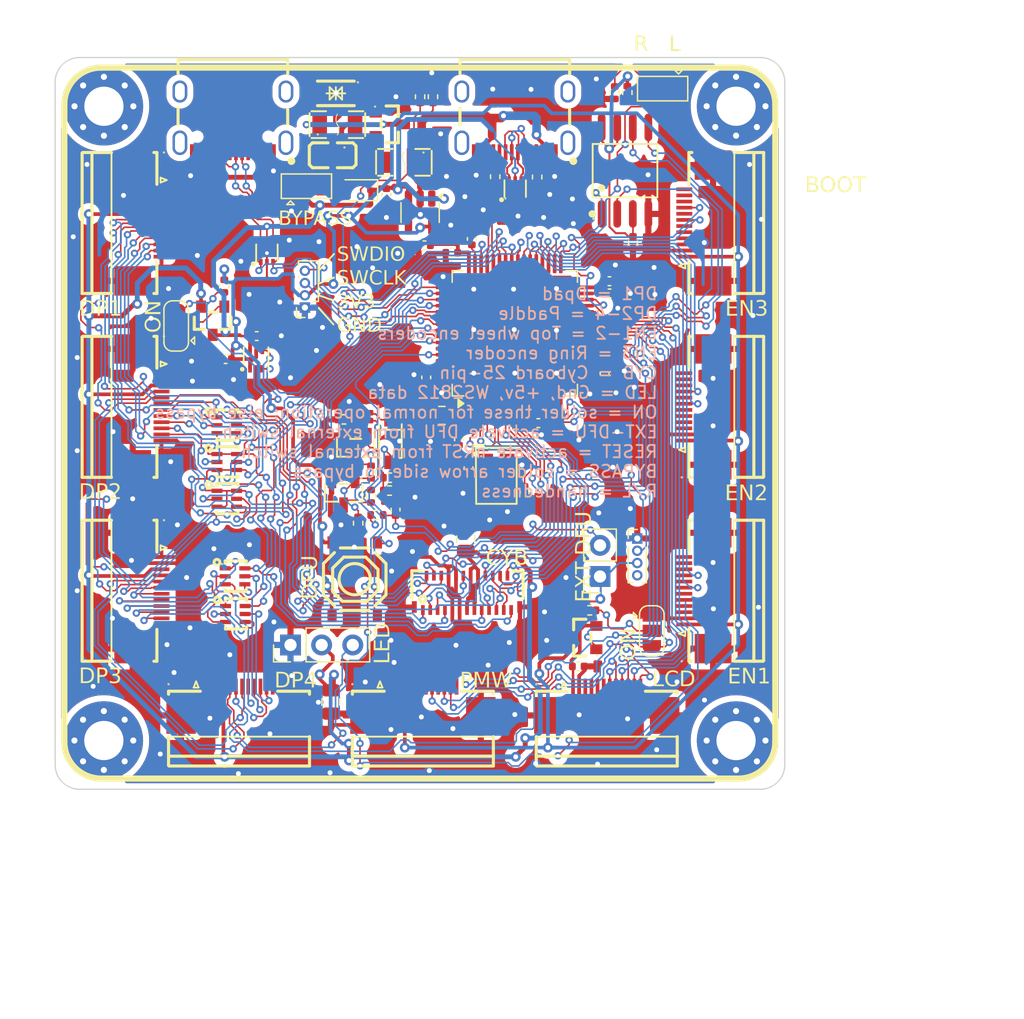
<source format=kicad_pcb>
(kicad_pcb (version 20241229) (generator "pcbnew") (generator_version "9.0")
  (layers (0 "F.Cu" power) (2 "B.Cu" power) (13 "F.Paste" user) (15 "B.Paste" user) (5 "F.SilkS" user "F.Silkscreen") (7 "B.SilkS" user "B.Silkscreen") (1 "F.Mask" user) (3 "B.Mask" user) (25 "Edge.Cuts" user))
  (net 0 "")
  (net 1 "NRST")
  (net 2 "Net-(U3-VCAP_1)")
  (net 3 "PH0")
  (net 4 "Net-(U3-VCAP_2)")
  (net 5 "PH1")
  (net 6 "+5V")
  (net 7 "LED_DPAD_DI")
  (net 8 "ROW6")
  (net 9 "LED_KEYS_DI")
  (net 10 "ROW3")
  (net 11 "COL5")
  (net 12 "COL0")
  (net 13 "COL4")
  (net 14 "COL2")
  (net 15 "ROW1")
  (net 16 "ROW0")
  (net 17 "COL7")
  (net 18 "COL6")
  (net 19 "ROW2")
  (net 20 "COL3")
  (net 21 "ROW4")
  (net 22 "COL1")
  (net 23 "ROW5")
  (net 24 "Net-(D2-A)")
  (net 27 "SPI1_MOSI")
  (net 32 "BOOT0")
  (net 35 "LED_PADDLE1_DI")
  (net 36 "Net-(J4-MOSI)")
  (net 37 "LED_PADDLE2_DI")
  (net 38 "Net-(J4-GP_AD2)")
  (net 39 "Net-(J4-SPI_CS)")
  (net 40 "Net-(J4-GP_AD1)")
  (net 41 "Net-(J4-MISO)")
  (net 42 "CC2-SourceSinkPulldown")
  (net 43 "SPI1_MISO")
  (net 44 "CC1-SourceSinkPulldown")
  (net 45 "Net-(J7-SPI_CS)")
  (net 46 "LED_PADDLE3_DI")
  (net 47 "Net-(J7-MOSI)")
  (net 48 "Net-(J7-GP_AD1)")
  (net 50 "Net-(J7-MISO)")
  (net 51 "Net-(J7-GP_AD2)")
  (net 52 "Net-(J8-GP_AD1)")
  (net 53 "Net-(J8-MOSI)")
  (net 54 "Net-(J8-MISO)")
  (net 56 "Net-(J8-GP_AD2)")
  (net 57 "Net-(J8-SPI_CS)")
  (net 59 "LED_INDICATORS_DI")
  (net 63 "SPI1_CLK")
  (net 66 "PMW_CS")
  (net 85 "LCD_RST")
  (net 87 "LCD_DC")
  (net 89 "LCD_BL")
  (net 90 "Net-(JP2-B)")
  (net 91 "Net-(JP3-A)")
  (net 92 "Net-(JP3-B)")
  (net 93 "SPLIT_HAND")
  (net 95 "USB_CONN_DP")
  (net 96 "USB_CONN_DM")
  (net 97 "SERIAL_CONN_RX")
  (net 98 "LED_SIG_OUTPUT")
  (net 99 "VBUS_DETECT")
  (net 100 "SERIAL_CONN_TX")
  (net 101 "COL10")
  (net 102 "COL9")
  (net 103 "COL8")
  (net 104 "RGB_ON")
  (net 105 "LCD_ON")
  (net 107 "Net-(D4-A)")
  (net 108 "VBUS")
  (net 109 "Net-(F3-Pad2)")
  (net 110 "USB_DM")
  (net 111 "USB_DP")
  (net 112 "ENCODER2_R1")
  (net 113 "ENCODER2_R2")
  (net 114 "ENCODER3_R2")
  (net 115 "ENCODER1_R2")
  (net 116 "ENCODER3_R1")
  (net 117 "ENCODER1_R1")
  (net 118 "LCD_CS")
  (net 119 "Net-(J5-Pin_2)")
  (net 120 "SWCLK")
  (net 121 "SWDIO")
  (net 122 "LCD_3V3")
  (net 124 "RGB_5V")
  (net 125 "+3V3")
  (net 126 "GND")
  (net 127 "Net-(JP1-C)")
  (net 128 "Net-(JP4-C)")
  (net 138 "Serial_VBUS")
  (net 139 "Net-(U13-D)")
  (net 140 "Net-(U4-G)")
  (net 141 "Net-(U13-G)")
  (net 142 "Net-(U10-K)")
  (net 143 "Net-(U4-D)")
  (net 144 "FLASH_CS")
  (footprint "Resistor_SMD:R_0402_1005Metric" (layer "F.Cu") (at 88.27 98.29 -90)
    (property "Reference" "R13" (hide yes))
    (property "Value" "0402WGF1002TCE")
  )
  (footprint "kicad-libraries:CRYSTAL-SMD_4P-L3.2-W2.5-BL-1" (layer "F.Cu") (at 98.500032 96.625051 -90)
    (property "Reference" "Y1" (hide yes))
    (property "Value" "Crystal_GND24")
  )
  (footprint "MountingHole:MountingHole_3.2mm_M3_Pad_Via" (layer "F.Cu") (at 66.472056 118.222056)
    (property "Reference" "H4" (hide yes))
    (property "Value" "MountingHole")
  )
  (footprint "Diode_SMD:D_SOD-323" (layer "F.Cu") (at 87.2 73.325 180)
    (property "Reference" "D2" (hide yes))
    (property "Value" "B5817")
  )
  (footprint "kicad-libraries:SOT-23_L2.9-W1.3-P1.90-LS2.4-BR" (layer "F.Cu") (at 105.500013 109.825051)
    (property "Reference" "MOSFET3" (hide yes))
    (property "Value" "AO3401A")
  )
  (footprint "kicad-libraries:USB-C_SMD-TYPE-C-31-M-12" (layer "F.Cu") (at 77 67.75 180)
    (property "Reference" "U12" (hide yes))
    (property "Value" "TYPE-C-31-M-13")
  )
  (footprint "Capacitor_SMD:C_0402_1005Metric" (layer "F.Cu") (at 94.85 78.425)
    (property "Reference" "C5" (hide yes))
    (property "Value" "100nF")
  )
  (footprint "kicad-libraries:FPC-SMD_ECT818001569" (layer "F.Cu") (at 96.099949 106.174949)
    (property "Reference" "CYBOARD-MAIN1" (hide yes))
    (property "Value" "ECT818001569")
  )
  (footprint "Capacitor_SMD:C_0805_2012Metric" (layer "F.Cu") (at 85 115.075 -90)
    (property "Reference" "C1" (hide yes))
    (property "Value" "4.7uF")
  )
  (footprint "kicad-libraries:SOT-23_L2.9-W1.3-P1.90-LS2.4-BR" (layer "F.Cu") (at 89.8 67.949987 180)
    (property "Reference" "MOSFET1" (hide yes))
    (property "Value" "AO3401A")
  )
  (footprint "Connector_PinHeader_2.54mm:PinHeader_1x03_P2.54mm_Vertical" (layer "F.Cu") (at 81.7 110.425 90)
    (property "Reference" "J9" (hide yes))
    (property "Value" "Conn_01x03_Socket")
  )
  (footprint "kicad-libraries:F1206" (layer "F.Cu") (at 90.95 71.05 180)
    (property "Reference" "F1" (hide yes))
    (property "Value" "Polyfuse")
  )
  (footprint "Connector_PinSocket_1.00mm:PinSocket_1x04_P1.00mm_Vertical" (layer "F.Cu") (at 82.875 82.9 180)
    (property "Reference" "J2" (hide yes))
    (property "Value" "Conn_01x04_Socket")
  )
  (footprint "kicad-libraries:FFC-SMD_FFC05001-12SBA124W5M" (layer "F.Cu") (at 77.5 115)
    (property "Reference" "J8" (hide yes))
    (property "Value" "FFC05001-12SBA124W5M")
  )
  (footprint "kicad-libraries:SOT-23-3_L2.9-W1.3-P1.90-LS2.4-BR" (layer "F.Cu") (at 86.03 98.01 90)
    (property "Reference" "U4" (hide yes))
    (property "Value" "2N7002")
  )
  (footprint "Package_TO_SOT_SMD:SOT-23-5" (layer "F.Cu") (at 92.275 75.15 -90)
    (property "Reference" "U1" (hide yes))
    (property "Value" "XC6210B332MR-G")
  )
  (footprint "kicad-libraries:SOT-666-6_L1.6-W1.2-P0.50-LS1.6-BL" (layer "F.Cu") (at 100.029591 73.195841)
    (property "Reference" "D7" (hide yes))
    (property "Value" "USBLC6-2P6_C2827693")
  )
  (footprint "Capacitor_SMD:C_0402_1005Metric" (layer "F.Cu") (at 89.525 73.675 -90)
    (property "Reference" "C13" (hide yes))
    (property "Value" "1uF")
  )
  (footprint "kicad-libraries:USB-C_SMD-TYPE-C-31-M-12" (layer "F.Cu") (at 100 67.75 180)
    (property "Reference" "U2" (hide yes))
    (property "Value" "TYPE-C-31-M-13")
  )
  (footprint "Resistor_SMD:R_0402_1005Metric" (layer "F.Cu") (at 101.825 72.25 -90)
    (property "Reference" "R4" (hide yes))
    (property "Value" "5.1k")
  )
  (footprint "Capacitor_SMD:C_0402_1005Metric" (layer "F.Cu") (at 107.325 88.275 90)
    (property "Reference" "C9" (hide yes))
    (property "Value" "100nF")
  )
  (footprint "Capacitor_SMD:C_0402_1005Metric" (layer "F.Cu") (at 105.175 112.175)
    (property "Reference" "C15" (hide yes))
    (property "Value" "1uF")
  )
  (footprint "Connector_PinSocket_2.54mm:PinSocket_1x02_P2.54mm_Vertical" (layer "F.Cu") (at 106.95 104.84 180)
    (property "Reference" "J5" (hide yes))
    (property "Value" "Conn_01x02_Socket")
  )
  (footprint "kicad-libraries:FFC-SMD_FFC05001-12SBA124W5M" (layer "F.Cu") (at 115 91 90)
    (property "Reference" "J15" (hide yes))
    (property "Value" "FFC05001-12SBA124W5M")
  )
  (footprint "kicad-libraries:FFC-SMD_FFC05001-12SBA124W5M" (layer "F.Cu") (at 115 106 90)
    (property "Reference" "J14" (hide yes))
    (property "Value" "FFC05001-12SBA124W5M")
  )
  (footprint "Resistor_SMD:R_0402_1005Metric" (layer "F.Cu") (at 88.75 99.82)
    (property "Reference" "R14" (hide yes))
    (property "Value" "0402WGF1000TCE")
  )
  (footprint "kicad-libraries:SOT-363-6_L2.0-W1.3-P0.65-LS2.1-BL" (layer "F.Cu") (at 76.5 92.5 -90)
    (property "Reference" "U6" (hide yes))
    (property "Value" "BAV70S,115")
  )
  (footprint "kicad-libraries:SOT-666-6_L1.6-W1.2-P0.50-LS1.6-BL" (layer "F.Cu") (at 79.775127 78.425)
    (property "Reference" "D5" (hide yes))
    (property "Value" "USBLC6-2P6_C2827693")
  )
  (footprint "Resistor_SMD:R_0402_1005Metric" (layer "F.Cu") (at 76.3 81.15 -90)
    (property "Reference" "R7" (hide yes))
    (property "Value" "10k")
  )
  (footprint "Capacitor_SMD:C_0402_1005Metric" (layer "F.Cu") (at 107.72 80.75 180)
    (property "Reference" "C7" (hide yes))
    (property "Value" "100nF")
  )
  (footprint "Resistor_SMD:R_0402_1005Metric" (layer "F.Cu") (at 89.78 97.83)
    (property "Reference" "R3" (hide yes))
    (property "Value" "0402WGF1002TCE")
  )
  (footprint "Resistor_SMD:R_0402_1005Metric" (layer "F.Cu") (at 108.16 65.37 90)
    (property "Reference" "R12" (hide yes))
    (property "Value" "10k")
  )
  (footprint "Resistor_SMD:R_0402_1005Metric" (layer "F.Cu") (at 106.115 107.6)
    (property "Reference" "R8" (hide yes))
    (property "Value" "10k")
  )
  (footprint "kicad-libraries:L0805" (layer "F.Cu") (at 85.1 70.475 180)
    (property "Reference" "L1" (hide yes))
    (property "Value" "MPZ2012S101AT000")
  )
  (footprint "kicad-libraries:FFC-SMD_FFC05001-12SBA124W5M" (layer "F.Cu") (at 107.5 115)
    (property "Reference" "J16" (hide yes))
    (property "Value" "FFC05001-12SBA124W5M")
  )
  (footprint "MountingHole:MountingHole_3.2mm_M3_Pad_Via" (layer "F.Cu") (at 118.05 118.225)
    (property "Reference" "H3" (hide yes))
    (property "Value" "MountingHole")
  )
  (footprint "Capacitor_SMD:C_0402_1005Metric" (layer "F.Cu") (at 92.775 88.6 -90)
    (property "Reference" "C8" (hide yes))
    (property "Value" "100nF")
  )
  (footprint "kicad-libraries:SOT-363-6_L2.0-W1.3-P0.65-LS2.1-BL" (layer "F.Cu") (at 76.5 95.5 -90)
    (property "Reference" "U7" (hide yes))
    (property "Value" "BAV70S,115")
  )
  (footprint "Capacitor_SMD:C_0402_1005Metric" (layer "F.Cu") (at 95.45 93.65 90)
    (property "Reference" "C12" (hide yes))
    (property "Value" "100nF")
  )
  (footprint "Capacitor_SMD:C_0402_1005Metric" (layer "F.Cu") (at 107.73 81.75 180)
    (property "Reference" "C2" (hide yes))
    (property "Value" "2.2uF")
  )
  (footprint "kicad-libraries:SOD-123F_L2.7-W1.6-LS3.8-RD" (layer "F.Cu") (at 89.85 93.79 -90)
    (property "Reference" "U10" (hide yes))
    (property "Value" "1N4148W_C81598")
  )
  (footprint "kicad-libraries:FFC-SMD_FFC05001-12SBA124W5M" (layer "F.Cu") (at 92.5 115)
    (property "Reference" "J13" (hide yes))
    (property "Value" "FFC05001-12SBA124W5M")
  )
  (footprint "MountingHole:MountingHole_3.2mm_M3_Pad_Via" (layer "F.Cu") (at 66.477944 66.477944)
    (property "Reference" "H1" (hide yes))
    (property "Value" "MountingHole")
  )
  (footprint "Capacitor_SMD:C_0805_2012Metric" (layer "F.Cu") (at 94.05 91.7)
    (property "Reference" "C10" (hide yes))
    (property "Value" "4.7uF")
  )
  (footprint "Resistor_SMD:R_0402_1005Metric" (layer "F.Cu") (at 98.4 72.225 -90)
    (property "Reference" "R5" (hide yes))
    (property "Value" "5.1k")
  )
  (footprint "Jumper:SolderJumper-3_P1.3mm_Open_Pad1.0x1.5mm" (layer "F.Cu") (at 83 73)
    (property "Reference" "JP2" (hide yes))
    (property "Value" "SolderJumper_3_Open")
  )
  (footprint "kicad-libraries:F1206" (layer "F.Cu") (at 85.525 67.975)
    (property "Reference" "F3" (hide yes))
    (property "Value" "MF-NSMF075-2")
  )
  (footprint "Capacitor_SMD:C_0402_1005Metric" (layer "F.Cu") (at 78.945085 85.225)
    (property "Reference" "C19" (hide yes))
    (property "Value" "100nF")
  )
  (footprint "Resistor_SMD:R_0402_1005Metric" (layer "F.Cu") (at 86.06 92.02 180)
    (property "Reference" "R1" (hide yes))
    (property "Value" "0402WGF1004TCE")
  )
  (footprint "Capacitor_SMD:C_0201_0603Metric" (layer "F.Cu") (at 87.45 91.8 90)
    (property "Reference" "C22" (hide yes))
    (property "Value" "CL10A106MA8NRNC")
  )
  (footprint "Resistor_SMD:R_0402_1005Metric" (layer "F.Cu") (at 109.18 65.36 -90)
    (property "Reference" "R20" (hide yes))
    (property "Value" "10k")
  )
  (footprint "Capacitor_SMD:C_0402_1005Metric" (layer "F.Cu") (at 92.629915 77.825 180)
    (property "Reference" "C27" (hide yes))
    (property "Value" "1uF")
  )
  (footprint "kicad-libraries:FFC-SMD_FFC05001-12SBA124W5M" (layer "F.Cu") (at 70 76 -90)
    (property "Reference" "J6" (hide yes))
    (property "Value" "FFC05001-12SBA124W5M")
  )
  (footprint "kicad-libraries:SOIC-8_L5.3-W5.3-P1.27-LS8.0-BL" (layer "F.Cu") (at 108.99 71.73)
    (property "Reference" "U11" (hide yes))
    (property "Value" "W25Q16JVSSIQTR")
  )
  (footprint "Capacitor_SMD:C_0402_1005Metric" (layer "F.Cu") (at 100.800064 97.980102 -90)
    (property "Reference" "C6" (hide yes))
    (property "Value" "12p")
  )
  (footprint "Jumper:SolderJumper-3_P1.3mm_Open_RoundedPad1.0x1.5mm" (layer "F.Cu") (at 111.175 109.275 -90)
    (property "Reference" "JP4" (hide yes))
    (property "Value" "SolderJumper_3_Open")
  )
  (footprint "Resistor_SMD:R_0402_1005Metric" (layer "F.Cu") (at 92.275 65.7 -90)
    (property "Reference" "R11" (hide yes))
    (property "Value" "10k")
  )
  (footprint "Resistor_SMD:R_0402_1005Metric" (layer "F.Cu") (at 88.27 96.32 -90)
    (property "Reference" "R2" (hide yes))
    (property "Value" "0402WGF1002TCE")
  )
  (footprint "kicad-libraries:FFC-SMD_FFC05001-12SBA124W5M" (layer "F.Cu") (at 115 76 90)
    (property "Reference" "J3" (hide yes))
    (property "Value" "FFC05001-12SBA124W5M")
  )
  (footprint "kicad-libraries:SOT-363-6_L2.0-W1.3-P0.65-LS2.1-BL" (layer "F.Cu") (at 77.174873 104.824962 -90)
    (property "Reference" "U8" (hide yes))
    (property "Value" "BAV70S,115")
  )
  (footprint "Resistor_SMD:R_0402_1005Metric" (layer "F.Cu") (at 87.22 100.49 -90)
    (property "Reference" "R9" (hide yes))
    (property "Value" "0402WGF1003TCE")
  )
  (footprint "Jumper:SolderJumper-3_P1.3mm_Open_RoundedPad1.0x1.5mm" (layer "F.Cu") (at 72.375 84.4 90)
    (property "Reference" "JP1" (hide yes))
    (property "Value" "SolderJumper_3_Open")
  )
  (footprint "Capacitor_SMD:C_0402_1005Metric" (layer "F.Cu") (at 76.404915 87.1 180)
    (property "Reference" "C18" (hide yes))
    (property "Value" "100nF")
  )
  (footprint "Connector_PinHeader_1.00mm:PinHeader_1x04_P1.00mm_Vertical" (layer "F.Cu") (at 109.99 101.74)
    (property "Reference" "J10" (hide yes))
    (property "Value" "Conn_01x04_Socket")
  )
  (footprint "kicad-libraries:SOT-563_L1.6-W1.2-P0.50-LS1.6-BR" (layer "F.Cu") (at 78.9 87.149987 -90)
    (property "Reference" "LED-LVL1" (hide yes))
    (property "Value" "SN74LVC1T45DRL")
  )
  (footprint "kicad-libraries:FFC-SMD_FFC05001-12SBA124W5M" (layer "F.Cu") (at 70 106 -90)
    (property "Reference" "J7" (hide yes))
    (property "Value" "FFC05001-12SBA124W5M")
  )
  (footprint "Capacitor_SMD:C_0402_1005Metric" (layer "F.Cu") (at 109.64 77.58 90)
    (property "Reference" "C14" (hide yes))
    (property "Value" "100nF")
  )
  (footprint "Jumper:SolderJumper-3_P1.3mm_Open_Pad1.0x1.5mm" (layer "F.Cu") (at 112.06 65.04 180)
    (property "Reference" "JP3" (hide yes))
    (property "Value" "SolderJumper_3_Open")
  )
  (footprint "Capacitor_SMD:C_0402_1005Metric" (layer "F.Cu") (at 101.92 92.325)
    (property "Reference" "C11" (hide yes))
    (property "Value" "100nF")
  )
  (footprint "kicad-libraries:SOD-123FL_L2.8-W1.8-LS3.7-BI" (layer "F.Cu") (at 85.4 65.425 180)
    (property "Reference" "D4" (hide yes))
    (property "Value" "SMF5_0CA_C364279")
  )
  (footprint "kicad-libraries:SOT-363-6_L2.0-W1.3-P0.65-LS2.1-BL" (layer "F.Cu") (at 77.199924 107.899962 -90)
    (property "Reference" "U9" (hide yes))
    (property "Value" "BAV70S,115")
  )
  (footprint "Resistor_SMD:R_0402_1005Metric" (layer "F.Cu") (at 89.79 96.78 180)
    (property "Reference" "R15" (hide yes))
    (property "Value" "0402WGF1001TCE")
  )
  (footprint "kicad-libraries:SOT-23_L2.9-W1.3-P1.90-LS2.4-BR" (layer "F.Cu") (at 75.350051 83.974987 90)
    (property "Reference" "MOSFET2" (hide yes))
    (property "Value" "AO3401A")
  )
  (footprint "MountingHole:MountingHole_3.2mm_M3_Pad_Via" (layer "F.Cu") (at 118.05 66.475)
    (property "Reference" "H2" (hide yes))
    (property "Value" "MountingHole")
  )
  (footprint "kicad-libraries:SW-SMD_4P-L5.1-W5.1-P3.70-LS6.5-TL_H1.5" (layer "F.Cu") (at 86.94 105.06 90)
    (property "Reference" "U15" (hide yes))
    (property "Value" "TS-1187A-B-A-B")
  )
  (footprint "Resistor_SMD:R_0201_0603Metric" (layer "F.Cu") (at 88.26 91.8 -90)
    (property "Reference" "R6" (hide yes))
    (property "Value" "0603WAF3303T5E")
  )
  (footprint "kicad-libraries:SOT-363-6_L2.0-W1.3-P0.65-LS2.1-BL" (layer "F.Cu") (at 76.5 98.5 -90)
    (property "Reference" "U5" (hide yes))
    (property "Value" "BAV70S,115")
  )
  (footprint "kicad-libraries:FFC-SMD_FFC05001-12SBA124W5M" (layer "F.Cu") (at 70 91 -90)
    (property "Reference" "J4" (hide yes))
    (property "Value" "FFC05001-12SBA124W5M")
  )
  (footprint "Capacitor_SMD:C_0402_1005Metric" (layer "F.Cu") (at 90.27 99.38 -90)
    (property "Reference" "C17" (hide yes))
    (property "Value" "100nF")
  )
  (footprint "Capacitor_SMD:C_0402_1005Metric" (layer "F.Cu") (at 96.495 77.3 -90)
    (property "Reference" "C4" (hide yes))
    (property "Value" "2.2uF")
  )
  (footprint "Package_QFP:LQFP-64_10x10mm_P0.5mm" (layer "F.Cu") (at 100 85 90)
    (property "Reference" "U3" (hide yes))
    (property "Value" "STM32F405RGTx")
  )
  (footprint "Capacitor_SMD:C_0402_1005Metric" (layer "F.Cu") (at 96.225064 96.005102 -90)
    (property "Reference" "C3" (hide yes))
    (property "Value" "12p")
  )
  (footprint "kicad-libraries:SOT-23-3_L2.9-W1.3-P1.90-LS2.4-BR" (layer "F.Cu") (at 87.02 94.34 90)
    (property "Reference" "U13" (hide yes))
    (property "Value" "2N7002")
  )
  (footprint "Capacitor_SMD:C_0805_2012Metric" (layer "F.Cu") (at 96 101.8 -90)
    (property "Reference" "C20" (hide yes))
    (property "Value" "4.7uF")
  )
  (footprint "Resistor_SMD:R_0402_1005Metric" (layer "F.Cu") (at 93.325 65.7 -90)
    (property "Reference" "R10" (hide yes))
    (property "Value" "5.1k")
  )
  (gr_line (start 84 79.9) (end 85.25 78.525) (stroke (width 0.15)) (layer "F.SilkS"))
  (gr_line (start 84 80.95) (end 85.25 80.45) (stroke (width 0.15)) (layer "F.SilkS"))
  (gr_line (start 84 82.925) (end 85.2 84.275) (stroke (width 0.15)) (layer "F.SilkS"))
  (gr_arc (start 63.25 66.325) (mid 64.12868 64.20368) (end 66.25 63.325) (stroke (width 0.5)) (layer "F.SilkS"))
  (gr_line (start 66.25 63.325) (end 118.25 63.325) (stroke (width 0.5)) (layer "F.SilkS"))
  (gr_arc (start 66.25 121.325) (mid 64.12868 120.44632) (end 63.25 118.325) (stroke (width 0.5)) (layer "F.SilkS"))
  (gr_line (start 84 81.9) (end 85.225 82.325) (stroke (width 0.15)) (layer "F.SilkS"))
  (gr_arc (start 121.25 118.325) (mid 120.37132 120.44632) (end 118.25 121.325) (stroke (width 0.5)) (layer "F.SilkS"))
  (gr_line (start 118.25 121.325) (end 66.25 121.325) (stroke (width 0.5)) (layer "F.SilkS"))
  (gr_line (start 63.25 118.325) (end 63.25 66.325) (stroke (width 0.5)) (layer "F.SilkS"))
  (gr_arc (start 118.25 63.325) (mid 120.37132 64.20368) (end 121.25 66.325) (stroke (width 0.5)) (layer "F.SilkS"))
  (gr_line (start 121.25 66.325) (end 121.25 118.325) (stroke (width 0.5)) (layer "F.SilkS"))
  (gr_arc (start 64.5 122.2) (mid 63.085786 121.614214) (end 62.5 120.2) (stroke (width 0.1)) (layer "Edge.Cuts"))
  (gr_line (start 62.5 120.2) (end 62.5 64.5) (stroke (width 0.1)) (layer "Edge.Cuts"))
  (gr_line (start 64.5 62.5) (end 120.025 62.5) (stroke (width 0.1)) (layer "Edge.Cuts"))
  (gr_arc (start 122.025 120.2) (mid 121.439214 121.614214) (end 120.025 122.2) (stroke (width 0.1)) (layer "Edge.Cuts"))
  (gr_line (start 120.025 122.2) (end 64.5 122.2) (stroke (width 0.1)) (layer "Edge.Cuts"))
  (gr_arc (start 120.025 62.5) (mid 121.439214 63.085786) (end 122.025 64.5) (stroke (width 0.1)) (layer "Edge.Cuts"))
  (gr_arc (start 62.5 64.5) (mid 63.085786 63.085786) (end 64.5 62.5) (stroke (width 0.1)) (layer "Edge.Cuts"))
  (gr_line (start 122.025 64.5) (end 122.025 120.2) (stroke (width 0.1)) (layer "Edge.Cuts"))
  (gr_text "SWDIO\nSWCLK\n3V3\nGND" (at 85.475 85.075 0) (layer "F.SilkS") (effects (font (size 1.15 1.15)) (justify left bottom)))
  (gr_text "EN2" (at 117.125 98.825 0) (layer "F.SilkS") (effects (font (size 1.25 1.25)) (justify left bottom)))
  (gr_text "LCD" (at 111.2 114 0) (layer "F.SilkS") (effects (font (size 1.25 1.25)) (justify left bottom)))
  (gr_text "R   L" (at 109.68 62.18 0) (layer "F.SilkS") (effects (font (size 1.25 1.25)) (justify left bottom)))
  (gr_text "CYB" (at 97.625 104.1 0) (layer "F.SilkS") (effects (font (size 1.25 1.25)) (justify left bottom)))
  (gr_text "EXT-DFU" (at 106.4 106.95 90) (layer "F.SilkS") (effects (font (size 1.25 1.25)) (justify left bottom)))
  (gr_text "BOOT" (at 123.68 73.69 0) (layer "F.SilkS") (effects (font (size 1.25 1.25)) (justify left bottom)))
  (gr_text "DP2" (at 64.425 98.725 0) (layer "F.SilkS") (effects (font (size 1.25 1.25)) (justify left bottom)))
  (gr_text "ON" (at 110.04 111.71 90) (layer "F.SilkS") (effects (font (size 1.25 1.25)) (justify left bottom)))
  (gr_text "EN1" (at 117.35 113.775 0) (layer "F.SilkS") (effects (font (size 1.25 1.25)) (justify left bottom)))
  (gr_text "ON" (at 71.3 84.98 90) (layer "F.SilkS") (effects (font (size 1.25 1.25)) (justify left bottom)))
  (gr_text "PMW" (at 95.5 114.1 0) (layer "F.SilkS") (effects (font (size 1.25 1.25)) (justify left bottom)))
  (gr_text "DP1" (at 64.45 83.775 0) (layer "F.SilkS") (effects (font (size 1.25 1.25)) (justify left bottom)))
  (gr_text "EN3" (at 117.15 83.775 0) (layer "F.SilkS") (effects (font (size 1.25 1.25)) (justify left bottom)))
  (gr_text "DP3" (at 64.425 113.75 0) (layer "F.SilkS") (effects (font (size 1.25 1.25)) (justify left bottom)))
  (gr_text "DFU" (at 84.07 106.73 90) (layer "F.SilkS") (effects (font (size 1.25 1.25)) (justify left bottom)))
  (gr_text "BYPASS" (at 80.7 76.35 0) (layer "F.SilkS") (effects (font (size 1.15 1.15)) (justify left bottom)))
  (gr_text "LED" (at 89.975 112 90) (layer "F.SilkS") (effects (font (size 1.25 1.25)) (justify left bottom)))
  (gr_text "DP4" (at 80.375 114.1 0) (layer "F.SilkS") (effects (font (size 1.25 1.25)) (justify left bottom)))
  (gr_text "DP1 = Dpad\nDP2-4 = Paddle\nEN1-2 = Top wheel encoders\nEN3 = Ring encoder\nCYB = Cyboard 25-pin\nLED = Gnd, +5v, WS2812 data\nON = solder these for normal operation; else bypass\nEXT-DFU = activate DFU from external switch\nRESET = activate nRST from external switch\nBYPASS = solder arrow side to bypass\nR/L = handedness" (at 111.74 98.46 0) (layer "B.SilkS") (effects (font (size 1 1)) (justify left bottom mirror)))
  (segment (start 101.425 96.825) (end 101.75 96.5) (width 0.13) (layer "F.Cu") (net 1))
  (segment (start 90.27 99.86) (end 89.3 99.86) (width 0.13) (layer "F.Cu") (net 1))
  (segment (start 89.3 99.86) (end 89.26 99.82) (width 0.13) (layer "F.Cu") (net 1))
  (segment (start 109.5 97.39) (end 109.5 96.56) (width 0.13) (layer "F.Cu") (net 1))
  (segment (start 99.25 93.000102) (end 99.25 93.290532) (width 0.13) (layer "F.Cu") (net 1))
  (segment (start 101.75 96.5) (end 101.75 95.500102) (width 0.13) (layer "F.Cu") (net 1))
  (segment (start 99.25 93.290532) (end 99.269734 93.310266) (width 0.13) (layer "F.Cu") (net 1))
  (segment (start 99.25 93.000102) (end 99.25 90.675) (width 0.13) (layer "F.Cu") (net 1))
  (segment (start 90.27 100.74) (end 90.28 100.75) (width 0.13) (layer "F.Cu") (net 1))
  (segment (start 110.46 98.35) (end 109.5 97.39) (width 0.13) (layer "F.Cu") (net 1))
  (segment (start 101.75 95.500102) (end 99.25 93.000102) (width 0.13) (layer "F.Cu") (net 1))
  (segment (start 90.27 99.86) (end 90.27 100.74) (width 0.13) (layer "F.Cu") (net 1))
  (via (at 110.46 98.35) (size 0.6) (drill 0.3) (layers "F.Cu" "B.Cu") (net 1))
  (via (at 90.28 100.75) (size 0.6) (drill 0.3) (layers "F.Cu" "B.Cu") (net 1))
  (via (at 101.425 96.825) (size 0.6) (drill 0.3) (layers "F.Cu" "B.Cu") (net 1))
  (via (at 109.5 96.56) (size 0.6) (drill 0.3) (layers "F.Cu" "B.Cu") (net 1))
  (via (at 99.269734 93.310266) (size 0.6) (drill 0.3) (layers "F.Cu" "B.Cu") (net 1))
  (segment (start 110.73 102.37) (end 110.36 102.74) (width 0.13) (layer "B.Cu") (net 1))
  (segment (start 101.375 101.475) (end 102.25 100.6) (width 0.13) (layer "B.Cu") (net 1))
  (segment (start 102.25 94.42) (end 104.14 94.42) (width 0.13) (layer "B.Cu") (net 1))
  (segment (start 96.475 102.7) (end 97.2 101.975) (width 0.13) (layer "B.Cu") (net 1))
  (segment (start 97.2 101.975) (end 98.4 101.975) (width 0.13) (layer "B.Cu") (net 1))
  (segment (start 99.71 93.59) (end 100.02 93.59) (width 0.13) (layer "B.Cu") (net 1))
  (segment (start 98.4 101.975) (end 98.9 101.475) (width 0.13) (layer "B.Cu") (net 1))
  (segment (start 94.525 102.7) (end 96.475 102.7) (width 0.13) (layer "B.Cu") (net 1))
  (segment (start 101.43 93.6) (end 102.25 94.42) (width 0.13) (layer "B.Cu") (net 1))
  (segment (start 98.9 101.475) (end 101.375 101.475) (width 0.13) (layer "B.Cu") (net 1))
  (segment (start 102.25 100.6) (end 102.25 98.175) (width 0.13) (layer "B.Cu") (net 1))
  (segment (start 106.76 96.63) (end 106.97 96.63) (width 0.13) (layer "B.Cu") (net 1))
  (segment (start 104.14 94.42) (end 105.08 95.36) (width 0.13) (layer "B.Cu") (net 1))
  (segment (start 110.36 102.74) (end 109.99 102.74) (width 0.13) (layer "B.Cu") (net 1))
  (segment (start 92.575 100.75) (end 92.7625 100.9375) (width 0.13) (layer "B.Cu") (net 1))
  (segment (start 101.425 97.35) (end 101.425 96.825) (width 0.13) (layer "B.Cu") (net 1))
  (segment (start 107.14 96.8) (end 108.92 96.8) (width 0.13) (layer "B.Cu") (net 1))
  (segment (start 90.28 100.75) (end 92.575 100.75) (width 0.13) (layer "B.Cu") (net 1))
  (segment (start 100.03 93.6) (end 101.43 93.6) (width 0.13) (layer "B.Cu") (net 1))
  (segment (start 108.92 96.8) (end 109.26 96.8) (width 0.13) (layer "B.Cu") (net 1))
  (segment (start 92.7625 100.9375) (end 92.8125 100.9875) (width 0.13) (layer "B.Cu") (net 1))
  (segment (start 109.26 96.8) (end 109.5 96.56) (width 0.13) (layer "B.Cu") (net 1))
  (segment (start 105.08 96.06) (end 105.2 96.18) (width 0.13) (layer "B.Cu") (net 1))
  (segment (start 99.430266 93.310266) (end 99.71 93.59) (width 0.13) (layer "B.Cu") (net 1))
  (segment (start 106.97 96.63) (end 107.14 96.8) (width 0.13) (layer "B.Cu") (net 1))
  (segment (start 102.25 98.175) (end 101.425 97.35) (width 0.13) (layer "B.Cu") (net 1))
  (segment (start 110.46 98.35) (end 110.46 100.79) (width 0.13) (layer "B.Cu") (net 1))
  (segment (start 105.08 95.36) (end 105.08 96.06) (width 0.13) (layer "B.Cu") (net 1))
  (segment (start 106.31 96.18) (end 106.76 96.63) (width 0.13) (layer "B.Cu") (net 1))
  (segment (start 92.8125 100.9875) (end 94.525 102.7) (width 0.13) (layer "B.Cu") (net 1))
  (segment (start 110.46 100.79) (end 110.73 101.06) (width 0.13) (layer "B.Cu") (net 1))
  (segment (start 105.2 96.18) (end 106.31 96.18) (width 0.13) (layer "B.Cu") (net 1))
  (segment (start 100.02 93.59) (end 100.03 93.6) (width 0.13) (layer "B.Cu") (net 1))
  (segment (start 99.269734 93.310266) (end 99.430266 93.310266) (width 0.13) (layer "B.Cu") (net 1))
  (segment (start 110.73 101.06) (end 110.73 102.37) (width 0.13) (layer "B.Cu") (net 1))
  (segment (start 105.675 81.75) (end 107.25 81.75) (width 0.13) (layer "F.Cu") (net 2))
  (segment (start 97.625 95.525102) (end 96.225064 95.525102) (width 0.13) (layer "F.Cu") (net 3))
  (segment (start 98.375 91.75) (end 98.25 91.625) (width 0.13) (layer "F.Cu") (net 3))
  (segment (start 96.225064 95.049936) (end 96.724898 94.550102) (width 0.13) (layer "F.Cu") (net 3))
  (segment (start 98.25 91.625) (end 98.25 90.675) (width 0.13) (layer "F.Cu") (net 3))
  (segment (start 98.250064 94.075102) (end 98.25 94.075038) (width 0.13) (layer "F.Cu") (net 3))
  (segment (start 98.375 93.950038) (end 98.375 91.75) (width 0.13) (layer "F.Cu") (net 3))
  (segment (start 97.775064 94.550102) (end 98.250064 94.075102) (width 0.13) (layer "F.Cu") (net 3))
  (segment (start 96.724898 94.550102) (end 97.775064 94.550102) (width 0.13) (layer "F.Cu") (net 3))
  (segment (start 96.225064 95.525102) (end 96.225064 95.049936) (width 0.13) (layer "F.Cu") (net 3))
  (segment (start 98.25 94.075038) (end 98.375 93.950038) (width 0.13) (layer "F.Cu") (net 3))
  (segment (start 96.495 78.12) (end 96.495 77.78) (width 0.13) (layer "F.Cu") (net 4))
  (segment (start 96.75 78.375) (end 96.495 78.12) (width 0.13) (layer "F.Cu") (net 4))
  (segment (start 96.75 79.325) (end 96.75 78.375) (width 0.13) (layer "F.Cu") (net 4))
  (segment (start 101.425 96.100102) (end 101.425 95.625102) (width 0.13) (layer "F.Cu") (net 5))
  (segment (start 100.35 94.550102) (end 99.25 94.550102) (width 0.13) (layer "F.Cu") (net 5))
  (segment (start 99.25 94.550102) (end 98.65 93.950102) (width 0.13) (layer "F.Cu") (net 5))
  (segment (start 100.800064 97.500102) (end 100.800064 96.725038) (width 0.13) (layer "F.Cu") (net 5))
  (segment (start 98.65 91.75) (end 98.75 91.65) (width 0.13) (layer "F.Cu") (net 5))
  (segment (start 100.800064 96.725038) (end 101.425 96.100102) (width 0.13) (layer "F.Cu") (net 5))
  (segment (start 100.800064 97.500102) (end 99.599962 97.500102) (width 0.13) (layer "F.Cu") (net 5))
  (segment (start 98.65 93.950102) (end 98.65 91.75) (width 0.13) (layer "F.Cu") (net 5))
  (segment (start 101.425 95.625102) (end 100.35 94.550102) (width 0.13) (layer "F.Cu") (net 5))
  (segment (start 98.75 91.65) (end 98.75 90.675) (width 0.13) (layer "F.Cu") (net 5))
  (segment (start 88.8 73.325) (end 88.25 73.325) (width 0.4) (layer "F.Cu") (net 6))
  (segment (start 91.175 73) (end 91.325 73.15) (width 0.4) (layer "F.Cu") (net 6))
  (segment (start 100.025 72.441313) (end 100.029464 72.445777) (width 0.16) (layer "F.Cu") (net 6))
  (segment (start 90.304915 73.129915) (end 90.020085 73.129915) (width 0.3) (layer "F.Cu") (net 6))
  (segment (start 89.525 73.129915) (end 90.020085 73.129915) (width 0.3) (layer "F.Cu") (net 6))
  (segment (start 77.575 85.15) (end 77.65 85.225) (width 0.2) (layer "F.Cu") (net 6))
  (segment (start 78.4 86.4) (end 78.4 85.225) (width 0.3) (layer "F.Cu") (net 6))
  (segment (start 84.1 74.55) (end 88.175 74.55) (width 0.4) (layer "F.Cu") (net 6))
  (segment (start 89.525 73.129915) (end 88.995085 73.129915) (width 0.4) (layer "F.Cu") (net 6))
  (segment (start 88.25 74.475) (end 88.25 73.325) (width 0.4) (layer "F.Cu") (net 6))
  (segment (start 84.1 74.55) (end 83.475 74.55) (width 0.4) (layer "F.Cu") (net 6))
  (segment (start 83.475 74.55) (end 83 74.075) (width 0.4) (layer "F.Cu") (net 6))
  (segment (start 90.15 73) (end 91.175 73) (width 0.4) (layer "F.Cu") (net 6))
  (segment (start 75.35 85.125) (end 75.375 85.15) (width 0.3) (layer "F.Cu") (net 6))
  (segment (start 77.65 85.225) (end 78.4 85.225) (width 0.2) (layer "F.Cu") (net 6))
  (segment (start 93.225 74.0125) (end 94.2125 74.0125) (width 0.4) (layer "F.Cu") (net 6))
  (segment (start 91.325 73.15) (end 91.325 74.0125) (width 0.4) (layer "F.Cu") (net 6))
  (segment (start 94.2125 74.0125) (end 94.225 74.025) (width 0.4) (layer "F.Cu") (net 6))
  (segment (start 88.995085 73.129915) (end 88.8 73.325) (width 0.4) (layer "F.Cu") (net 6))
  (segment (start 76.4 84.85) (end 76.55 85) (width 0.3) (layer "F.Cu") (net 6))
  (segment (start 88.175 74.55) (end 88.25 74.475) (width 0.4) (layer "F.Cu") (net 6))
  (segment (start 90.020085 73.129915) (end 90.15 73) (width 0.4) (layer "F.Cu") (net 6))
  (segment (start 75.375 85.15) (end 77.575 85.15) (width 0.3) (layer "F.Cu") (net 6))
  (segment (start 83 74.075) (end 83 73) (width 0.4) (layer "F.Cu") (net 6))
  (segment (start 79.775 77.674936) (end 79.775 76.275128) (width 0.13) (layer "F.Cu") (net 6))
  (segment (start 90.45 73.275) (end 90.304915 73.129915) (width 0.3) (layer "F.Cu") (net 6))
  (segment (start 100.025 71.725) (end 100.025 72.441313) (width 0.16) (layer "F.Cu") (net 6))
  (via (at 79.775 76.275128) (size 0.6) (drill 0.3) (layers "F.Cu" "B.Cu") (net 6))
  (via (at 90.45 73.275) (size 0.8) (drill 0.4) (layers "F.Cu" "B.Cu") (net 6))
  (via (at 94.225 74.025) (size 0.8) (drill 0.4) (layers "F.Cu" "B.Cu") (net 6))
  (via (at 76.4 84.85) (size 0.8) (drill 0.4) (layers "F.Cu" "B.Cu") (net 6))
  (via (at 84.1 74.55) (size 0.8) (drill 0.4) (layers "F.Cu" "B.Cu") (net 6))
  (via (at 100.025 71.725) (size 0.6) (drill 0.3) (layers "F.Cu" "B.Cu") (net 6))
  (segment (start 90.525 73.2) (end 90.525 68.25) (width 0.4) (layer "B.Cu") (net 6))
  (segment (start 90.55 72.85) (end 91.075 72.85) (width 0.4) (layer "B.Cu") (net 6))
  (segment (start 75.425 79.1) (end 75.425 81) (width 0.4) (layer "B.Cu") (net 6))
  (segment (start 90.45 72.95) (end 90.55 72.85) (width 0.4) (layer "B.Cu") (net 6))
  (segment (start 83.85 75.65) (end 83.224872 76.275128) (width 0.4) (layer "B.Cu") (net 6))
  (segment (start 79.675128 76.375) (end 78.15 76.375) (width 0.4) (layer "B.Cu") (net 6))
  (segment (start 91.075 72.85) (end 92.25 74.025) (width 0.4) (layer "B.Cu") (net 6))
  (segment (start 78.15 76.375) (end 75.425 79.1) (width 0.4) (layer "B.Cu") (net 6))
  (segment (start 76.275 81.85) (end 76.275 84.65) (width 0.4) (layer "B.Cu") (net 6))
  (segment (start 91.225 67.55) (end 97.3 67.55) (width 0.4) (layer "B.Cu") (net 6))
  (segment (start 100.025 71.725) (end 100.025 70.775) (width 0.16) (layer "B.Cu") (net 6))
  (segment (start 83.224872 76.275128) (end 79.775 76.275128) (width 0.4) (layer "B.Cu") (net 6))
  (segment (start 84.1 74.55) (end 84.1 74.75) (width 0.4) (layer "B.Cu") (net 6))
  (segment (start 79.775 76.275128) (end 79.675128 76.375) (width 0.4) (layer "B.Cu") (net 6))
  (segment (start 97.3 67.55) (end 98.15 68.4) (width 0.4) (layer "B.Cu") (net 6))
  (segment (start 84.1 74.75) (end 83.85 75) (width 0.4) (layer "B.Cu") (net 6))
  (segment (start 76.275 84.65) (end 76.475 84.85) (width 0.4) (layer "B.Cu") (net 6))
  (segment (start 83.85 75) (end 83.85 75.65) (width 0.4) (layer "B.Cu") (net 6))
  (segment (start 92.25 74.025) (end 94.225 74.025) (width 0.4) (layer "B.Cu") (net 6))
  (segment (start 98.4 69.15) (end 98.4 68.65) (width 0.16) (layer "B.Cu") (net 6))
  (segment (start 90.45 73.275) (end 90.45 72.95) (width 0.4) (layer "B.Cu") (net 6))
  (segment (start 90.525 68.25) (end 91.225 67.55) (width 0.4) (layer "B.Cu") (net 6))
  (segment (start 98.4 68.65) (end 98.15 68.4) (width 0.16) (layer "B.Cu") (net 6))
  (segment (start 76.475 84.85) (end 76.4 84.85) (width 0.4) (layer "B.Cu") (net 6))
  (segment (start 100.025 70.775) (end 98.4 69.15) (width 0.16) (layer "B.Cu") (net 6))
  (segment (start 75.425 81) (end 76.275 81.85) (width 0.4) (layer "B.Cu") (net 6))
  (segment (start 90.45 73.275) (end 90.525 73.2) (width 0.4) (layer "B.Cu") (net 6))
  (segment (start 81.125 92.65) (end 81.125 96.15589) (width 0.13) (layer "F.Cu") (net 7))
  (segment (start 69.7 88.9) (end 69.075 89.525) (width 0.13) (layer "F.Cu") (net 7))
  (segment (start 78.35 91.105) (end 78.35 91.125) (width 0.13) (layer "F.Cu") (net 7))
  (segment (start 81.125 96.15589) (end 81.66911 96.7) (width 0.13) (layer "F.Cu") (net 7))
  (segment (start 83 97.125) (end 83.45 97.125) (width 0.13) (layer "F.Cu") (net 7))
  (segment (start 92.5 108.425) (end 92.5 107.575) (width 0.13) (layer "F.Cu") (net 7))
  (segment (start 69.075 89.525) (end 66.725 89.525) (width 0.13) (layer "F.Cu") (net 7))
  (segment (start 69.700064 74.749936) (end 71.175006 74.749936) (width 0.13) (layer "F.Cu") (net 7))
  (segment (start 68.725 75.725) (end 69.700064 74.749936) (width 0.13) (layer "F.Cu") (net 7))
  (segment (start 81.66911 96.7) (end 82.575 96.7) (width 0.13) (layer "F.Cu") (net 7))
  (segment (start 67.25 75.975) (end 67.5 75.725) (width 0.13) (layer "F.Cu") (net 7))
  (segment (start 78.35 91.125) (end 79.3 92.075) (width 0.13) (layer "F.Cu") (net 7))
  (segment (start 67.5 75.725) (end 68.725 75.725) (width 0.13) (layer "F.Cu") (net 7))
  (segment (start 66.725 89.525) (end 66.525 89.325) (width 0.13) (layer "F.Cu") (net 7))
  (segment (start 82.3 106.85) (end 83.025 106.125) (width 0.13) (layer "F.Cu") (net 7))
  (segment (start 79.3 92.075) (end 80.55 92.075) (width 0.13) (layer "F.Cu") (net 7))
  (segment (start 82.575 96.7) (end 83 97.125) (width 0.13) (layer "F.Cu") (net 7))
  (segment (start 69.7 88.525) (end 69.7 88.9) (width 0.13) (layer "F.Cu") (net 7))
  (segment (start 80.55 92.075) (end 81.125 92.65) (width 0.13) (layer "F.Cu") (net 7))
  (segment (start 83.025 106.125) (end 83.025 104.65) (width 0.13) (layer "F.Cu") (net 7))
  (via (at 92.5 108.425) (size 0.6) (drill 0.3) (layers "F.Cu" "B.Cu") (net 7))
  (via (at 82.3 106.85) (size 0.6) (drill 0.3) (layers "F.Cu" "B.Cu") (net 7))
  (via (at 67.25 75.975) (size 0.6) (drill 0.3) (layers "F.Cu" "B.Cu") (net 7))
  (via (at 66.525 89.325) (size 0.6) (drill 0.3) (layers "F.Cu" "B.Cu") (net 7))
  (via (at 69.7 88.525) (size 0.6) (drill 0.3) (layers "F.Cu" "B.Cu") (net 7))
  (via (at 78.35 91.105) (size 0.6) (drill 0.3) (layers "F.Cu" "B.Cu") (net 7))
  (via (at 83.45 97.125) (size 0.6) (drill 0.3) (layers "F.Cu" "B.Cu") (net 7))
  (via (at 83.025 104.65) (size 0.6) (drill 0.3) (layers "F.Cu" "B.Cu") (net 7))
  (segment (start 83.45 97.125) (end 83.45 97.45) (width 0.13) (layer "B.Cu") (net 7))
  (segment (start 66.575 79.55) (end 67.125 79) (width 0.13) (layer "B.Cu") (net 7))
  (segment (start 66.575 89.275) (end 66.575 79.55) (width 0.13) (layer "B.Cu") (net 7))
  (segment (start 69.7 89.075) (end 69.7 88.525) (width 0.13) (layer "B.Cu") (net 7))
  (segment (start 83.25 100.4) (end 83.25 104.425) (width 0.13) (layer "B.Cu") (net 7))
  (segment (start 91.65 107.85) (end 92.225 108.425) (width 0.13) (layer "B.Cu") (net 7))
  (segment (start 82.65 106.85) (end 83.65 107.85) (width 0.13) (layer "B.Cu") (net 7))
  (segment (start 92.225 108.425) (end 92.5 108.425) (width 0.13) (layer "B.Cu") (net 7))
  (segment (start 67.275 75.95) (end 67.25 75.975) (width 0.13) (layer "B.Cu") (net 7))
  (segment (start 84.325 98.325) (end 84.325 99.325) (width 0.13) (layer "B.Cu") (net 7))
  (segment (start 76.75 90.65) (end 76.425 90.65) (width 0.13) (layer "B.Cu") (net 7))
  (segment (start 70.725 90.1) (end 69.7 89.075) (width 0.13) (layer "B.Cu") (net 7))
  (segment (start 82.3 106.85) (end 82.65 106.85) (width 0.13) (layer "B.Cu") (net 7))
  (segment (start 83.1 104.725) (end 83.025 104.65) (width 0.13) (layer "B.Cu") (net 7))
  (segment (start 78.35 91.105) (end 77.205 91.105) (width 0.13) (layer "B.Cu") (net 7))
  (segment (start 83.45 97.45) (end 84.325 98.325) (width 0.13) (layer "B.Cu") (net 7))
  (segment (start 83.65 107.85) (end 91.65 107.85) (width 0.13) (layer "B.Cu") (net 7))
  (segment (start 67.125 78.35) (end 67.875 77.6) (width 0.13) (layer "B.Cu") (net 7))
  (segment (start 66.525 89.325) (end 66.575 89.275) (width 0.13) (layer "B.Cu") (net 7))
  (segment (start 83.25 104.425) (end 83.025 104.65) (width 0.13) (layer "B.Cu") (net 7))
  (segment (start 75.875 90.1) (end 70.725 90.1) (width 0.13) (layer "B.Cu") (net 7))
  (segment (start 76.425 90.65) (end 75.875 90.1) (width 0.13) (layer "B.Cu") (net 7))
  (segment (start 84.325 99.325) (end 83.25 100.4) (width 0.13) (layer "B.Cu") (net 7))
  (segment (start 67.75 75.95) (end 67.275 75.95) (width 0.13) (layer "B.Cu") (net 7))
  (segment (start 67.875 76.075) (end 67.75 75.95) (width 0.13) (layer "B.Cu") (net 7))
  (segment (start 77.205 91.105) (end 76.75 90.65) (width 0.13) (layer "B.Cu") (net 7))
  (segment (start 67.875 77.6) (end 67.875 76.075) (width 0.13) (layer "B.Cu") (net 7))
  (segment (start 67.125 79) (end 67.125 78.35) (width 0.13) (layer "B.Cu") (net 7))
  (segment (start 99.6 104.05) (end 99.399924 104.250076) (width 0.13) (layer "F.Cu") (net 8))
  (segment (start 106.575 98.325) (end 106.55 98.35) (width 0.13) (layer "F.Cu") (net 8))
  (segment (start 100.225 105.525) (end 100.225 105.975) (width 0.13) (layer "F.Cu") (net 8))
  (segment (start 105.025 98.1) (end 106.475 98.1) (width 0.13) (layer "F.Cu") (net 8))
  (segment (start 99.875 103.95) (end 100 103.95) (width 0.13) (layer "F.Cu") (net 8))
  (segment (start 103.75 91.55) (end 103.85 91.65) (width 0.13) (layer "F.Cu") (net 8))
  (segment (start 103.75 90.675) (end 103.75 91.55) (width 0.13) (layer "F.Cu") (net 8))
  (segment (start 99.775 104.05) (end 99.6 104.05) (width 0.13) (layer "F.Cu") (net 8))
  (segment (start 104.3 90.8) (end 104.5 90.6) (width 0.13) (layer "F.Cu") (net 8))
  (segment (start 100.225 105.975) (end 100.475 106.225) (width 0.13) (layer "F.Cu") (net 8))
  (segment (start 106.475 98.1) (end 106.575 98.2) (width 0.13) (layer "F.Cu") (net 8))
  (segment (start 77.249936 115.025) (end 77.249936 113.824994) (width 0.13) (layer "F.Cu") (net 8))
  (segment (start 100.65 105.1) (end 100.225 105.525) (width 0.13) (layer "F.Cu") (net 8))
  (segment (start 99.875 103.95) (end 99.775 104.05) (width 0.13) (layer "F.Cu") (net 8))
  (segment (start 99.399924 104.250076) (end 99.399924 104.774898) (width 0.13) (layer "F.Cu") (net 8))
  (segment (start 104.3 91.5) (end 104.3 90.8) (width 0.13) (layer "F.Cu") (net 8))
  (segment (start 100.65 104.6) (end 100.65 105.1) (width 0.13) (layer "F.Cu") (net 8))
  (segment (start 106.575 98.2) (end 106.575 98.325) (width 0.13) (layer "F.Cu") (net 8))
  (segment (start 104.15 91.65) (end 104.3 91.5) (width 0.13) (layer "F.Cu") (net 8))
  (segment (start 104.775 98.375) (end 104.775 98.35) (width 0.13) (layer "F.Cu") (net 8))
  (segment (start 103.85 91.65) (end 104.15 91.65) (width 0.13) (layer "F.Cu") (net 8))
  (segment (start 100 103.95) (end 100.65 104.6) (width 0.13) (layer "F.Cu") (net 8))
  (segment (start 104.775 98.35) (end 105.025 98.1) (width 0.13) (layer "F.Cu") (net 8))
  (via (at 77.249936 115.025) (size 0.6) (drill 0.3) (layers "F.Cu" "B.Cu") (net 8))
  (via (at 104.5 90.6) (size 0.6) (drill 0.3) (layers "F.Cu" "B.Cu") (net 8))
  (via (at 99.875 103.95) (size 0.6) (drill 0.3) (layers "F.Cu" "B.Cu") (net 8))
  (via (at 106.55 98.35) (size 0.6) (drill 0.3) (layers "F.Cu" "B.Cu") (net 8))
  (via (at 104.775 98.375) (size 0.6) (drill 0.3) (layers "F.Cu" "B.Cu") (net 8))
  (via (at 100.475 106.225) (size 0.6) (drill 0.3) (layers "F.Cu" "B.Cu") (net 8))
  (segment (start 104.9 90.6) (end 104.5 90.6) (width 0.13) (layer "B.Cu") (net 8))
  (segment (start 89.8 119.1) (end 90.725 118.175) (width 0.13) (layer "B.Cu") (net 8))
  (segment (start 77.425 116.925) (end 76.75 117.6) (width 0.13) (layer "B.Cu") (net 8))
  (segment (start 77.475 118.35) (end 78.225 119.1) (width 0.13) (layer "B.Cu") (net 8))
  (segment (start 100.75 113.5) (end 100.75 107.175) (width 0.13) (layer "B.Cu") (net 8))
  (segment (start 100.75 106.525) (end 100.75 107.175) (width 0.13) (layer "B.Cu") (net 8))
  (segment (start 110.7 91.3) (end 110.475 91.075) (width 0.13) (layer "B.Cu") (net 8))
  (segment (start 99.975 118.4) (end 100.125 118.25) (width 0.13) (layer "B.Cu") (net 8))
  (segment (start 110.55 97.825) (end 110.7 97.675) (width 0.13) (layer "B.Cu") (net 8))
  (segment (start 102.025 104.1) (end 100.075 104.1) (width 0.13) (layer "B.Cu") (net 8))
  (segment (start 90.725 118.175) (end 91.3 118.175) (width 0.13) (layer "B.Cu") (net 8))
  (segment (start 101.575 117.15) (end 101.575 114.325) (width 0.13) (layer "B.Cu") (net 8))
  (segment (start 77.075 118.35) (end 77.475 118.35) (width 0.13) (layer "B.Cu") (net 8))
  (segment (start 104.675 98.275) (end 104.55 98.275) (width 0.13) (layer "B.Cu") (net 8))
  (segment (start 91.3 118.175) (end 91.525 118.4) (width 0.13) (layer "B.Cu") (net 8))
  (segment (start 101.575 114.325) (end 100.75 113.5) (width 0.13) (layer "B.Cu") (net 8))
  (segment (start 110.7 97.675) (end 110.7 91.3) (width 0.13) (layer "B.Cu") (net 8))
  (segment (start 100.5125 117.3) (end 101.425 117.3) (width 0.13) (layer "B.Cu") (net 8))
  (segment (start 76.75 118.025) (end 77.075 118.35) (width 0.13) (layer "B.Cu") (net 8))
  (segment (start 104.55 98.275) (end 104.55 101.575) (width 0.13) (layer "B.Cu") (net 8))
  (segment (start 100.075 104.1) (end 99.925 103.95) (width 0.13) (layer "B.Cu") (net 8))
  (segment (start 91.525 118.4) (end 99.975 118.4) (width 0.13) (layer "B.Cu") (net 8))
  (segment (start 106.55 98.35) (end 106.625 98.275) (width 0.13) (layer "B.Cu") (net 8))
  (segment (start 77.9 116.925) (end 77.425 116.925) (width 0.13) (layer "B.Cu") (net 8))
  (segment (start 100.125 118.25) (end 100.125 117.6875) (width 0.13) (layer "B.Cu") (net 8))
  (segment (start 104.55 101.575) (end 102.025 104.1) (width 0.13) (layer "B.Cu") (net 8))
  (segment (start 100.475 106.25) (end 100.75 106.525) (width 0.13) (layer "B.Cu") (net 8))
  (segment (start 100.125 117.6875) (end 100.5125 117.3) (width 0.13) (layer "B.Cu") (net 8))
  (segment (start 77.249936 115.025) (end 77.249936 115.174936) (width 0.13) (layer "B.Cu") (net 8))
  (segment (start 104.775 98.375) (end 104.675 98.275) (width 0.13) (layer "B.Cu") (net 8))
  (segment (start 76.75 117.6) (end 76.75 118.025) (width 0.13) (layer "B.Cu") (net 8))
  (segment (start 107 97.825) (end 110.55 97.825) (width 0.13) (layer "B.Cu") (net 8))
  (segment (start 101.425 117.3) (end 101.575 117.15) (width 0.13) (layer "B.Cu") (net 8))
  (segment (start 100.75 107.175) (end 100.75 107.15) (width 0.13) (layer "B.Cu") (net 8))
  (segment (start 78.225 119.1) (end 89.8 119.1) (width 0.13) (layer "B.Cu") (net 8))
  (segment (start 78.175 116.1) (end 78.175 116.65) (width 0.13) (layer "B.Cu") (net 8))
  (segment (start 105.375 91.075) (end 104.9 90.6) (width 0.13) (layer "B.Cu") (net 8))
  (segment (start 100.475 106.225) (end 100.475 106.25) (width 0.13) (layer "B.Cu") (net 8))
  (segment (start 106.625 98.275) (end 106.625 98.2) (width 0.13) (layer "B.Cu") (net 8))
  (segment (start 110.475 91.075) (end 105.375 91.075) (width 0.13) (layer "B.Cu") (net 8))
  (segment (start 106.625 98.2) (end 107 97.825) (width 0.13) (layer "B.Cu") (net 8))
  (segment (start 78.175 116.65) (end 77.9 116.925) (width 0.13) (layer "B.Cu") (net 8))
  (segment (start 99.925 103.95) (end 99.875 103.95) (width 0.13) (layer "B.Cu") (net 8))
  (segment (start 77.249936 115.174936) (end 78.175 116.1) (width 0.13) (layer "B.Cu") (net 8))
  (segment (start 95.8 105.6) (end 95.799974 105.599974) (width 0.13) (layer "F.Cu") (net 9))
  (segment (start 95.799974 105.599974) (end 95.799974 104.774898) (width 0.13) (layer "F.Cu") (net 9))
  (segment (start 81.425 92.55) (end 81.425 96.05) (width 0.13) (layer "F.Cu") (net 9))
  (segment (start 79.475 91.475) (end 79.775 91.775) (width 0.13) (layer "F.Cu") (net 9))
  (segment (start 79.475 90.775) (end 79.475 91.475) (width 0.13) (layer "F.Cu") (net 9))
  (segment (start 79.775 91.775) (end 80.65 91.775) (width 0.13) (layer "F.Cu") (net 9))
  (segment (start 80.025 86.675) (end 79.75 86.4) (width 0.13) (layer "F.Cu") (net 9))
  (segment (start 79.75 86.4) (end 79.4 86.4) (width 0.13) (layer "F.Cu") (net 9))
  (segment (start 79.875 90.375) (end 79.475 90.775) (width 0.13) (layer "F.Cu") (net 9))
  (segment (start 81.775 96.4) (end 83.05 96.4) (width 0.13) (layer "F.Cu") (net 9))
  (segment (start 80.675 90.375) (end 79.875 90.375) (width 0.13) (layer "F.Cu") (net 9))
  (segment (start 80.025 87.025) (end 80.025 86.675) (width 0.13) (layer "F.Cu") (net 9))
  (segment (start 80.65 91.775) (end 81.425 92.55) (width 0.13) (layer "F.Cu") (net 9))
  (segment (start 81.425 96.05) (end 81.775 96.4) (width 0.13) (layer "F.Cu") (net 9))
  (via (at 83.05 96.4) (size 0.6) (drill 0.3) (layers "F.Cu" "B.Cu") (net 9))
  (via (at 95.8 105.6) (size 0.6) (drill 0.3) (layers "F.Cu" "B.Cu") (net 9))
  (via (at 80.675 90.375) (size 0.6) (drill 0.3) (layers "F.Cu" "B.Cu") (net 9))
  (via (at 80.025 87.025) (size 0.6) (drill 0.3) (layers "F.Cu" "B.Cu") (net 9))
  (segment (start 95.8 106.1) (end 95.8 105.6) (width 0.13) (layer "B.Cu") (net 9))
  (segment (start 79.5 88.95) (end 80.675 90.125) (width 0.13) (layer "B.Cu") (net 9))
  (segment (start 92.925 105.5) (end 94.25 105.5) (width 0.13) (layer "B.Cu") (net 9))
  (segment (start 80.675 90.125) (end 80.675 90.375) (width 0.13) (layer "B.Cu") (net 9))
  (segment (start 83.625 104.875) (end 83.125 105.375) (width 0.13) (layer "B.Cu") (net 9))
  (segment (start 80.025 87.025) (end 79.5 87.55) (width 0.13) (layer "B.Cu") (net 9))
  (segment (start 84.625 98.175) (end 84.625 99.45) (width 0.13) (layer "B.Cu") (net 9))
  (segment (start 83.125 105.625) (end 84.1 106.6) (width 0.13) (layer "B.Cu") (net 9))
  (segment (start 95.65 106.25) (end 95.8 106.1) (width 0.13) (layer "B.Cu") (net 9))
  (segment (start 94.25 105.5) (end 95 106.25) (width 0.13) (layer "B.Cu") (net 9))
  (segment (start 95 106.25) (end 95.65 106.25) (width 0.13) (layer "B.Cu") (net 9))
  (segment (start 90.1 106.6) (end 91.825 104.875) (width 0.13) (layer "B.Cu") (net 9))
  (segment (start 79.5 87.55) (end 79.5 88.95) (width 0.13) (layer "B.Cu") (net 9))
  (segment (start 83.05 96.4) (end 83.075 96.375) (width 0.13) (layer "B.Cu") (net 9))
  (segment (start 92.3 104.875) (end 92.925 105.5) (width 0.13) (layer "B.Cu") (net 9))
  (segment (start 83.125 105.375) (end 83.125 105.625) (width 0.13) (layer "B.Cu") (net 9))
  (segment (start 84 96.9) (end 84 97.55) (width 0.13) (layer "B.Cu") (net 9))
  (segment (start 84 97.55) (end 84.625 98.175) (width 0.13) (layer "B.Cu") (net 9))
  (segment (start 84.1 106.6) (end 90.1 106.6) (width 0.13) (layer "B.Cu") (net 9))
  (segment (start 83.475 96.375) (end 84 96.9) (width 0.13) (layer "B.Cu") (net 9))
  (segment (start 84.625 99.45) (end 83.625 100.45) (width 0.13) (layer "B.Cu") (net 9))
  (segment (start 83.075 96.375) (end 83.475 96.375) (width 0.13) (layer "B.Cu") (net 9))
  (segment (start 91.825 104.875) (end 92.3 104.875) (width 0.13) (layer "B.Cu") (net 9))
  (segment (start 83.625 100.45) (end 83.625 104.875) (width 0.13) (layer "B.Cu") (net 9))
  (segment (start 101.25 91.55) (end 101.25 90.675) (width 0.13) (layer "F.Cu") (net 10))
  (segment (start 100.475 92.6) (end 100.475 92.325) (width 0.13) (layer "F.Cu") (net 10))
  (segment (start 103.8 95.575) (end 103.475 95.25) (width 0.13) (layer "F.Cu") (net 10))
  (segment (start 103.475 95.25) (end 103.125 95.25) (width 0.13) (layer "F.Cu") (net 10))
  (segment (start 103.7 96.125) (end 103.8 96.025) (width 0.13) (layer "F.Cu") (net 10))
  (segment (start 100.475 92.325) (end 101.25 91.55) (width 0.13) (layer "F.Cu") (net 10))
  (segment (start 93.699898 107.575) (end 93.699898 106.500102) (width 0.13) (layer "F.Cu") (net 10))
  (segment (start 93.699898 106.500102) (end 93.85 106.35) (width 0.13) (layer "F.Cu") (net 10))
  (segment (start 103.8 96.025) (end 103.8 95.575) (width 0.13) (layer "F.Cu") (net 10))
  (segment (start 103.125 95.25) (end 100.475 92.6) (width 0.13) (layer "F.Cu") (net 10))
  (via (at 103.7 96.125) (size 0.6) (drill 0.3) (layers "F.Cu" "B.Cu") (net 10))
  (via (at 93.85 106.35) (size 0.6) (drill 0.3) (layers "F.Cu" "B.Cu") (net 10))
  (segment (start 103.525 97.575) (end 103.525 101.2) (width 0.13) (layer "B.Cu") (net 10))
  (segment (start 96.825 105.4) (end 96.825 106.775) (width 0.13) (layer "B.Cu") (net 10))
  (segment (start 96.825 106.775) (end 96.725 106.875) (width 0.13) (layer "B.Cu") (net 10))
  (segment (start 103.7 96.125) (end 103.4 96.425) (width 0.13) (layer "B.Cu") (net 10))
  (segment (start 94.375 106.875) (end 93.85 106.35) (width 0.13) (layer "B.Cu") (net 10))
  (segment (start 103.4 97.45) (end 103.525 97.575) (width 0.13) (layer "B.Cu") (net 10))
  (segment (start 103.4 96.425) (end 103.4 97.45) (width 0.13) (layer "B.Cu") (net 10))
  (segment (start 99.5 102.725) (end 96.825 105.4) (width 0.13) (layer "B.Cu") (net 10))
  (segment (start 102 102.725) (end 99.5 102.725) (width 0.13) (layer "B.Cu") (net 10))
  (segment (start 103.525 101.2) (end 102 102.725) (width 0.13) (layer "B.Cu") (net 10))
  (segment (start 96.725 106.875) (end 94.375 106.875) (width 0.13) (layer "B.Cu") (net 10))
  (segment (start 82.2 100.475) (end 82.2 99.35) (width 0.13) (layer "F.Cu") (net 11))
  (segment (start 82.175 97.75) (end 82.175 97.525) (width 0.13) (layer "F.Cu") (net 11))
  (segment (start 82.2 98.4) (end 82.2 97.775) (width 0.13) (layer "F.Cu") (net 11))
  (segment (start 81.875 98.725) (end 82.2 98.4) (width 0.13) (layer "F.Cu") (net 11))
  (segment (start 94.300101 108.174899) (end 94.300101 107.575) (width 0.13) (layer "F.Cu") (net 11))
  (segment (start 81.875 99.025) (end 81.875 98.725) (width 0.13) (layer "F.Cu") (net 11))
  (segment (start 92.3 85.175) (end 92.4 85.075) (width 0.13) (layer "F.Cu") (net 11))
  (segment (start 93.475 85.25) (end 94.325 85.25) (width 0.13) (layer "F.Cu") (net 11))
  (segment (start 93.3 85.075) (end 93.475 85.25) (width 0.13) (layer "F.Cu") (net 11))
  (segment (start 92.4 85.075) (end 93.3 85.075) (width 0.13) (layer "F.Cu") (net 11))
  (segment (start 82.2 99.35) (end 81.875 99.025) (width 0.13) (layer "F.Cu") (net 11))
  (segment (start 81.625 101.05) (end 82.2 100.475) (width 0.13) (layer "F.Cu") (net 11))
  (segment (start 94.275 108.425) (end 94.275 108.2) (width 0.13) (layer "F.Cu") (net 11))
  (segment (start 94.275 108.2) (end 94.300101 108.174899) (width 0.13) (layer "F.Cu") (net 11))
  (segment (start 81.4 101.05) (end 81.625 101.05) (width 0.13) (layer "F.Cu") (net 11))
  (segment (start 82.2 97.775) (end 82.175 97.75) (width 0.13) (layer "F.Cu") (net 11))
  (via (at 94.275 108.425) (size 0.6) (drill 0.3) (layers "F.Cu" "B.Cu") (net 11))
  (via (at 92.3 85.175) (size 0.6) (drill 0.3) (layers "F.Cu" "B.Cu") (net 11))
  (via (at 82.175 97.525) (size 0.6) (drill 0.3) (layers "F.Cu" "B.Cu") (net 11))
  (via (at 81.4 101.05) (size 0.6) (drill 0.3) (layers "F.Cu" "B.Cu") (net 11))
  (segment (start 92.125 85) (end 91.8 85) (width 0.13) (layer "B.Cu") (net 11))
  (segment (start 94.025 108.675) (end 94.275 108.425) (width 0.13) (layer "B.Cu") (net 11))
  (segment (start 91.8 85) (end 90.675 86.125) (width 0.13) (layer "B.Cu") (net 11))
  (segment (start 81.275 107.025) (end 82.425 108.175) (width 0.13) (layer "B.Cu") (net 11))
  (segment (start 84.75 92.975) (end 82.175 95.55) (width 0.13) (layer "B.Cu") (net 11))
  (segment (start 92.65 109.025) (end 93 108.675) (width 0.13) (layer "B.Cu") (net 11))
  (segment (start 84.75 90.48377) (end 84.75 92.975) (width 0.13) (layer "B.Cu") (net 11))
  (segment (start 81.275 101.175) (end 81.275 107.025) (width 0.13) (layer "B.Cu") (net 11))
  (segment (start 92.325 109.025) (end 92.65 109.025) (width 0.13) (layer "B.Cu") (net 11))
  (segment (start 91.475 108.175) (end 92.325 109.025) (width 0.13) (layer "B.Cu") (net 11))
  (segment (start 81.4 101.05) (end 81.275 101.175) (width 0.13) (layer "B.Cu") (net 11))
  (segment (start 92.3 85.175) (end 92.125 85) (width 0.13) (layer "B.Cu") (net 11))
  (segment (start 93 108.675) (end 94.025 108.675) (width 0.13) (layer "B.Cu") (net 11))
  (segment (start 82.425 108.175) (end 91.475 108.175) (width 0.13) (layer "B.Cu") (net 11))
  (segment (start 82.175 95.55) (end 82.175 97.525) (width 0.13) (layer "B.Cu") (net 11))
  (segment (start 89.10877 86.125) (end 84.75 90.48377) (width 0.13) (layer "B.Cu") (net 11))
  (segment (start 90.675 86.125) (end 89.10877 86.125) (width 0.13) (layer "B.Cu") (net 11))
  (segment (start 92.799974 104.774898) (end 92.799974 105.325026) (width 0.13) (layer "F.Cu") (net 12))
  (segment (start 92.725 105.4) (end 92.05 105.4) (width 0.13) (layer "F.Cu") (net 12))
  (segment (start 93.125 85.75) (end 94.325 85.75) (width 0.13) (layer "F.Cu") (net 12))
  (segment (start 93.040516 85.614892) (end 93.040516 85.665516) (width 0.13) (layer "F.Cu") (net 12))
  (segment (start 93.040516 85.665516) (end 93.125 85.75) (width 0.13) (layer "F.Cu") (net 12))
  (segment (start 92.799974 105.325026) (end 92.725 105.4) (width 0.13) (layer "F.Cu") (net 12))
  (via (at 93.040516 85.614892) (size 0.6) (drill 0.3) (layers "F.Cu" "B.Cu") (net 12))
  (via (at 92.05 105.4) (size 0.6) (drill 0.3) (layers "F.Cu" "B.Cu") (net 12))
  (segment (start 91.525 85.7) (end 90.8 86.425) (width 0.13) (layer "B.Cu") (net 12))
  (segment (start 82.5 104.425) (end 82.5 105.45) (width 0.13) (layer "B.Cu") (net 12))
  (segment (start 84.025 99.125) (end 82.9 100.25) (width 0.13) (layer "B.Cu") (net 12))
  (segment (start 93.040516 85.614892) (end 92.955408 85.7) (width 0.13) (layer "B.Cu") (net 12))
  (segment (start 82.5 105.45) (end 83.925 106.875) (width 0.13) (layer "B.Cu") (net 12))
  (segment (start 90.8 86.425) (end 89.17788 86.425) (width 0.13) (layer "B.Cu") (net 12))
  (segment (start 90.225 106.875) (end 91.7 105.4) (width 0.13) (layer "B.Cu") (net 12))
  (segment (start 84.025 98.45) (end 84.025 99.125) (width 0.13) (layer "B.Cu") (net 12))
  (segment (start 82.45 95.675) (end 82.45 96.875) (width 0.13) (layer "B.Cu") (net 12))
  (segment (start 85.025 90.57788) (end 85.025 93.1) (width 0.13) (layer "B.Cu") (net 12))
  (segment (start 85.025 93.1) (end 82.45 95.675) (width 0.13) (layer "B.Cu") (net 12))
  (segment (start 82.9 104.025) (end 82.5 104.425) (width 0.13) (layer "B.Cu") (net 12))
  (segment (start 82.45 96.875) (end 84.025 98.45) (width 0.13) (layer "B.Cu") (net 12))
  (segment (start 82.9 100.25) (end 82.9 104.025) (width 0.13) (layer "B.Cu") (net 12))
  (segment (start 89.17788 86.425) (end 85.025 90.57788) (width 0.13) (layer "B.Cu") (net 12))
  (segment (start 83.925 106.875) (end 90.225 106.875) (width 0.13) (layer "B.Cu") (net 12))
  (segment (start 91.7 105.4) (end 92.05 105.4) (width 0.13) (layer "B.Cu") (net 12))
  (segment (start 92.955408 85.7) (end 91.525 85.7) (width 0.13) (layer "B.Cu") (net 12))
  (segment (start 97.3 108.055542) (end 97.300101 108.055441) (width 0.13) (layer "F.Cu") (net 13))
  (segment (start 92.9 84.575) (end 93.075 84.75) (width 0.13) (layer "F.Cu") (net 13))
  (segment (start 81.65 98.4) (end 81.65 98.2) (width 0.13) (layer "F.Cu") (net 13))
  (segment (start 81.875 100.05) (end 81.875 99.475) (width 0.13) (layer "F.Cu") (net 13))
  (segment (start 81.5 98.55) (end 81.65 98.4) (width 0.13) (layer "F.Cu") (net 13))
  (segment (start 81.5 99.1) (end 81.5 98.55) (width 0.13) (layer "F.Cu") (net 13))
  (segment (start 97.3 108.425) (end 97.3 108.055542) (width 0.13) (layer "F.Cu") (net 13))
  (segment (start 97.300101 108.055441) (end 97.300101 107.575) (width 0.13) (layer "F.Cu") (net 13))
  (segment (start 81.475 100.45) (end 81.875 100.05) (width 0.13) (layer "F.Cu") (net 13))
  (segment (start 81.875 99.475) (end 81.5 99.1) (width 0.13) (layer "F.Cu") (net 13))
  (segment (start 93.075 84.75) (end 94.325 84.75) (width 0.13) (layer "F.Cu") (net 13))
  (segment (start 80.85 100.45) (end 81.475 100.45) (width 0.13) (layer "F.Cu") (net 13))
  (via (at 97.3 108.425) (size 0.6) (drill 0.3) (layers "F.Cu" "B.Cu") (net 13))
  (via (at 92.9 84.575) (size 0.6) (drill 0.3) (layers "F.Cu" "B.Cu") (net 13))
  (via (at 80.85 100.45) (size 0.6) (drill 0.3) (layers "F.Cu" "B.Cu") (net 13))
  (via (at 81.65 98.2) (size 0.6) (drill 0.3) (layers "F.Cu" "B.Cu") (net 13))
  (segment (start 92.9 84.575) (end 91.775 84.575) (width 0.13) (layer "B.Cu") (net 13))
  (segment (start 80.85 100.45) (end 80.825 100.475) (width 0.13) (layer "B.Cu") (net 13))
  (segment (start 89.03966 85.825) (end 84.45 90.41466) (width 0.13) (layer "B.Cu") (net 13))
  (segment (start 82.325 108.5) (end 91.35 108.5) (width 0.13) (layer "B.Cu") (net 13))
  (segment (start 80.825 104.425) (end 80.925 104.525) (width 0.13) (layer "B.Cu") (net 13))
  (segment (start 92.775 109.325) (end 93.125 108.975) (width 0.13) (layer "B.Cu") (net 13))
  (segment (start 90.525 85.825) (end 89.03966 85.825) (width 0.13) (layer "B.Cu") (net 13))
  (segment (start 93.125 108.975) (end 94.525 108.975) (width 0.13) (layer "B.Cu") (net 13))
  (segment (start 92.175 109.325) (end 92.775 109.325) (width 0.13) (layer "B.Cu") (net 13))
  (segment (start 91.775 84.575) (end 90.525 85.825) (width 0.13) (layer "B.Cu") (net 13))
  (segment (start 84.45 90.41466) (end 84.45 92.85) (width 0.13) (layer "B.Cu") (net 13))
  (segment (start 91.35 108.5) (end 92.175 109.325) (width 0.13) (layer "B.Cu") (net 13))
  (segment (start 84.45 92.85) (end 81.65 95.65) (width 0.13) (layer "B.Cu") (net 13))
  (segment (start 80.925 107.1) (end 82.325 108.5) (width 0.13) (layer "B.Cu") (net 13))
  (segment (start 80.925 104.525) (end 80.925 107.1) (width 0.13) (layer "B.Cu") (net 13))
  (segment (start 94.525 108.975) (end 95.075 108.425) (width 0.13) (layer "B.Cu") (net 13))
  (segment (start 81.65 95.65) (end 81.65 98.2) (width 0.13) (layer "B.Cu") (net 13))
  (segment (start 80.825 100.475) (end 80.825 104.425) (width 0.13) (layer "B.Cu") (net 13))
  (segment (start 95.075 108.425) (end 97.3 108.425) (width 0.13) (layer "B.Cu") (net 13))
  (segment (start 98.5 107) (end 98.8 106.7) (width 0.13) (layer "F.Cu") (net 14))
  (segment (start 98.8 106.7) (end 98.8 106.62) (width 0.13) (layer "F.Cu") (net 14))
  (segment (start 97.175 93) (end 97.25 92.925) (width 0.13) (layer "F.Cu") (net 14))
  (segment (start 97.25 92.925) (end 97.25 90.675) (width 0.13) (layer "F.Cu") (net 14))
  (segment (start 98.5 107) (end 98.5 107.575) (width 0.13) (layer "F.Cu") (net 14))
  (segment (start 97.225 93.8) (end 97.175 93.75) (width 0.13) (layer "F.Cu") (net 14))
  (segment (start 97.175 93.75) (end 97.175 93) (width 0.13) (layer "F.Cu") (net 14))
  (via (at 97.225 93.8) (size 0.6) (drill 0.3) (layers "F.Cu" "B.Cu") (net 14))
  (via (at 98.8 106.62) (size 0.6) (drill 0.3) (layers "F.Cu" "B.Cu") (net 14))
  (segment (start 105.075 96.85) (end 105.075 96.95) (width 0.13) (layer "B.Cu") (net 14))
  (segment (start 103.825 94.975) (end 104.525 95.675) (width 0.13) (layer "B.Cu") (net 14))
  (segment (start 102 94.975) (end 103.825 94.975) (width 0.13) (layer "B.Cu") (net 14))
  (segment (start 101.225 94.2) (end 102 94.975) (width 0.13) (layer "B.Cu") (net 14))
  (segment (start 100.975 104.7) (end 100.3 105.375) (width 0.13) (layer "B.Cu") (net 14))
  (segment (start 105.25 99.2) (end 105.25 101.825) (width 0.13) (layer "B.Cu") (net 14))
  (segment (start 97.225 93.8) (end 97.625 94.2) (width 0.13) (layer "B.Cu") (net 14))
  (segment (start 105.65 97.525) (end 105.65 98.8) (width 0.13) (layer "B.Cu") (net 14))
  (segment (start 102.375 104.7) (end 100.975 104.7) (width 0.13) (layer "B.Cu") (net 14))
  (segment (start 104.525 96.3) (end 105.075 96.85) (width 0.13) (layer "B.Cu") (net 14))
  (segment (start 105.075 96.95) (end 105.65 97.525) (width 0.13) (layer "B.Cu") (net 14))
  (segment (start 105.65 98.8) (end 105.25 99.2) (width 0.13) (layer "B.Cu") (net 14))
  (segment (start 105.25 101.825) (end 102.375 104.7) (width 0.13) (layer "B.Cu") (net 14))
  (segment (start 99.075 105.375) (end 98.8 105.65) (width 0.13) (layer "B.Cu") (net 14))
  (segment (start 98.8 105.65) (end 98.8 106.62) (width 0.13) (layer "B.Cu") (net 14))
  (segment (start 104.525 95.675) (end 104.525 96.3) (width 0.13) (layer "B.Cu") (net 14))
  (segment (start 100.3 105.375) (end 99.075 105.375) (width 0.13) (layer "B.Cu") (net 14))
  (segment (start 97.625 94.2) (end 101.225 94.2) (width 0.13) (layer "B.Cu") (net 14))
  (segment (start 92.825 103.925) (end 92.85 103.9) (width 0.13) (layer "F.Cu") (net 15))
  (segment (start 93.399924 104.399924) (end 93.399924 104.774898) (width 0.13) (layer "F.Cu") (net 15))
  (segment (start 94.975 103.35) (end 95.45 103.825) (width 0.13) (layer "F.Cu") (net 15))
  (segment (start 99.85 92.125) (end 100.25 91.725) (width 0.13) (layer "F.Cu") (net 15))
  (segment (start 95.45 103.825) (end 95.775 103.825) (width 0.13) (layer "F.Cu") (net 15))
  (segment (start 102.4 96.4) (end 102.4 95.3125) (width 0.13) (layer "F.Cu") (net 15))
  (segment (start 92.85 103.9) (end 92.9 103.9) (width 0.13) (layer "F.Cu") (net 15))
  (segment (start 99.85 92.7625) (end 99.85 92.125) (width 0.13) (layer "F.Cu") (net 15))
  (segment (start 92.9 103.9) (end 93.399924 104.399924) (width 0.13) (layer "F.Cu") (net 15))
  (segment (start 100.25 91.725) (end 100.25 90.675) (width 0.13) (layer "F.Cu") (net 15))
  (segment (start 102.4 95.3125) (end 99.85 92.7625) (width 0.13) (layer "F.Cu") (net 15))
  (segment (start 94.375 103.35) (end 94.975 103.35) (width 0.13) (layer "F.Cu") (net 15))
  (segment (start 102.6 96.6) (end 102.4 96.4) (width 0.13) (layer "F.Cu") (net 15))
  (via (at 102.6 96.6) (size 0.6) (drill 0.3) (layers "F.Cu" "B.Cu") (net 15))
  (via (at 94.375 103.35) (size 0.6) (drill 0.3) (layers "F.Cu" "B.Cu") (net 15))
  (via (at 95.775 103.825) (size 0.6) (drill 0.3) (layers "F.Cu" "B.Cu") (net 15))
  (via (at 92.825 103.925) (size 0.6) (drill 0.3) (layers "F.Cu" "B.Cu") (net 15))
  (segment (start 102.675 97.675) (end 102.875 97.875) (width 0.13) (layer "B.Cu") (net 15))
  (segment (start 94.075 103.9) (end 92.85 103.9) (width 0.13) (layer "B.Cu") (net 15))
  (segment (start 97.925 103.35) (end 97.375 103.35) (width 0.13) (layer "B.Cu") (net 15))
  (segment (start 102.6 96.925) (end 102.675 97) (width 0.13) (layer "B.Cu") (net 15))
  (segment (start 102.875 97.875) (end 102.875 100.9) (width 0.13) (layer "B.Cu") (net 15))
  (segment (start 101.7 102.075) (end 99.2 102.075) (width 0.13) (layer "B.Cu") (net 15))
  (segment (start 92.85 103.9) (end 92.825 103.925) (width 0.13) (layer "B.Cu") (net 15))
  (segment (start 96.9 103.825) (end 95.775 103.825) (width 0.13) (layer "B.Cu") (net 15))
  (segment (start 94.375 103.6) (end 94.075 103.9) (width 0.13) (layer "B.Cu") (net 15))
  (segment (start 102.875 100.9) (end 101.7 102.075) (width 0.13) (layer "B.Cu") (net 15))
  (segment (start 97.375 103.35) (end 96.9 103.825) (width 0.13) (layer "B.Cu") (net 15))
  (segment (start 102.675 97) (end 102.675 97.675) (width 0.13) (layer "B.Cu") (net 15))
  (segment (start 99.2 102.075) (end 97.925 103.35) (width 0.13) (layer "B.Cu") (net 15))
  (segment (start 102.6 96.6) (end 102.6 96.925) (width 0.13) (layer "B.Cu") (net 15))
  (segment (start 94.375 103.35) (end 94.375 103.6) (width 0.13) (layer "B.Cu") (net 15))
  (segment (start 99.55 91.85) (end 99.75 91.65) (width 0.13) (layer "F.Cu") (net 16))
  (segment (start 99.75 91.65) (end 99.75 90.675) (width 0.13) (layer "F.Cu") (net 16))
  (segment (start 102.15 97.275) (end 102.15 97.195) (width 0.13) (layer "F.Cu") (net 16))
  (segment (start 102.15 97.195) (end 102.075 97.12) (width 0.13) (layer "F.Cu") (net 16))
  (segment (start 102.125 97.3) (end 102.15 97.275) (width 0.13) (layer "F.Cu") (net 16))
  (segment (start 93 106.625) (end 93 107) (width 0.13) (layer "F.Cu") (net 16))
  (segment (start 99.55 92.890496) (end 99.55 91.85) (width 0.13) (layer "F.Cu") (net 16))
  (segment (start 102.075 95.415496) (end 99.55 92.890496) (width 0.13) (layer "F.Cu") (net 16))
  (segment (start 93.099949 107.099949) (end 93.099949 107.575) (width 0.13) (layer "F.Cu") (net 16))
  (segment (start 102.075 97.12) (end 102.075 95.415496) (width 0.13) (layer "F.Cu") (net 16))
  (segment (start 93 107) (end 93.099949 107.099949) (width 0.13) (layer "F.Cu") (net 16))
  (via (at 93 106.625) (size 0.6) (drill 0.3) (layers "F.Cu" "B.Cu") (net 16))
  (via (at 102.125 97.3) (size 0.6) (drill 0.3) (layers "F.Cu" "B.Cu") (net 16))
  (segment (start 96.35 106.025) (end 95.8 106.575) (width 0.13) (layer "B.Cu") (net 16))
  (segment (start 94.875 106.575) (end 94.1 105.8) (width 0.13) (layer "B.Cu") (net 16))
  (segment (start 102.125 97.3) (end 102.125 97.6) (width 0.13) (layer "B.Cu") (net 16))
  (segment (start 93.575 105.8) (end 93 106.375) (width 0.13) (layer "B.Cu") (net 16))
  (segment (start 102.55 98.025) (end 102.55 100.75) (width 0.13) (layer "B.Cu") (net 16))
  (segment (start 96.9625 103.2875) (end 95.5375 103.2875) (width 0.13) (layer "B.Cu") (net 16))
  (segment (start 97.225 103.025) (end 96.9625 103.2875) (width 0.13) (layer "B.Cu") (net 16))
  (segment (start 94.1 105.8) (end 93.575 105.8) (width 0.13) (layer "B.Cu") (net 16))
  (segment (start 102.125 97.6) (end 102.55 98.025) (width 0.13) (layer "B.Cu") (net 16))
  (segment (start 99.025 101.775) (end 97.775 103.025) (width 0.13) (layer "B.Cu") (net 16))
  (segment (start 102.55 100.75) (end 101.525 101.775) (width 0.13) (layer "B.Cu") (net 16))
  (segment (start 95.225 104.125) (end 96.35 105.25) (width 0.13) (layer "B.Cu") (net 16))
  (segment (start 95.225 103.6) (end 95.225 104.125) (width 0.13) (layer "B.Cu") (net 16))
  (segment (start 95.8 106.575) (end 94.875 106.575) (width 0.13) (layer "B.Cu") (net 16))
  (segment (start 93 106.375) (end 93 106.625) (width 0.13) (layer "B.Cu") (net 16))
  (segment (start 96.35 105.25) (end 96.35 106.025) (width 0.13) (layer "B.Cu") (net 16))
  (segment (start 101.525 101.775) (end 99.025 101.775) (width 0.13) (layer "B.Cu") (net 16))
  (segment (start 95.5375 103.2875) (end 95.225 103.6) (width 0.13) (layer "B.Cu") (net 16))
  (segment (start 97.775 103.025) (end 97.225 103.025) (width 0.13) (layer "B.Cu") (net 16))
  (segment (start 80.35 97.6) (end 80.125 97.825) (width 0.13) (layer "F.Cu") (net 17))
  (segment (start 77.3 91.874962) (end 77.300076 91.875038) (width 0.13) (layer "F.Cu") (net 17))
  (segment (start 75.700127 91.559873) (end 76.06 91.2) (width 0.13) (layer "F.Cu") (net 17))
  (segment (start 76.06 91.2) (end 76.525 91.2) (width 0.13) (layer "F.Cu") (net 17))
  (segment (start 91.675 83.125) (end 92.625 83.125) (width 0.13) (layer "F.Cu") (net 17))
  (segment (start 80.325 95.15) (end 80.35 95.175) (width 0.13) (layer "F.Cu") (net 17))
  (segment (start 78.625 99.925) (end 78.625 100.050036) (width 0.13) (layer "F.Cu") (net 17))
  (segment (start 78.625 100.050036) (end 78.450018 100.225018) (width 0.13) (layer "F.Cu") (net 17))
  (segment (start 78.95 104.175) (end 78.9 104.175) (width 0.13) (layer "F.Cu") (net 17))
  (segment (start 68.525 91.25) (end 69.925 91.25) (width 0.13) (layer "F.Cu") (net 17))
  (segment (start 79.475 104.7) (end 78.95 104.175) (width 0.13) (layer "F.Cu") (net 17))
  (segment (start 74.900038 91.875038) (end 75.700127 91.875038) (width 0.13) (layer "F.Cu") (net 17))
  (segment (start 68.875 77.625) (end 69.750064 76.749936) (width 0.13) (layer "F.Cu") (net 17))
  (segment (start 76.525 91.2) (end 77.125 91.2) (width 0.13) (layer "F.Cu") (net 17))
  (segment (start 80.175 104.7) (end 79.475 104.7) (width 0.13) (layer "F.Cu") (net 17))
  (segment (start 79.425 97.825) (end 78.925 98.325) (width 0.13) (layer "F.Cu") (net 17))
  (segment (start 77.125 91.2) (end 77.3 91.375) (width 0.13) (layer "F.Cu") (net 17))
  (segment (start 99.699898 108.125102) (end 99.699898 107.575) (width 0.13) (layer "F.Cu") (net 17))
  (segment (start 78.925 99.625) (end 78.625 99.925) (width 0.13) (layer "F.Cu") (net 17))
  (segment (start 80.325 104.85) (end 80.175 104.7) (width 0.13) (layer "F.Cu") (net 17))
  (segment (start 80.35 95.175) (end 80.35 97.6) (width 0.13) (layer "F.Cu") (net 17))
  (segment (start 77.3 91.375) (end 77.3 91.874962) (width 0.13) (layer "F.Cu") (net 17))
  (segment (start 75.700127 91.850038) (end 75.700127 91.559873) (width 0.13) (layer "F.Cu") (net 17))
  (segment (start 69.750064 76.749936) (end 71.175006 76.749936) (width 0.13) (layer "F.Cu") (net 17))
  (segment (start 78.925 98.325) (end 78.925 99.625) (width 0.13) (layer "F.Cu") (net 17))
  (segment (start 99.45 108.375) (end 99.699898 108.125102) (width 0.13) (layer "F.Cu") (net 17))
  (segment (start 99.375 108.475) (end 99.45 108.4) (width 0.13) (layer "F.Cu") (net 17))
  (segment (start 92.75 83.25) (end 94.325 83.25) (width 0.13) (layer "F.Cu") (net 17))
  (segment (start 74.65 91.625) (end 74.900038 91.875038) (width 0.13) (layer "F.Cu") (net 17))
  (segment (start 99.45 108.4) (end 99.45 108.375) (width 0.13) (layer "F.Cu") (net 17))
  (segment (start 78.9 104.175) (end 77.974949 104.175) (width 0.13) (layer "F.Cu") (net 17))
  (segment (start 74.65 91.425) (end 74.65 91.625) (width 0.13) (layer "F.Cu") (net 17))
  (segment (start 92.625 83.125) (end 92.75 83.25) (width 0.13) (layer "F.Cu") (net 17))
  (segment (start 80.125 97.825) (end 79.425 97.825) (width 0.13) (layer "F.Cu") (net 17))
  (via (at 68.875 77.625) (size 0.6) (drill 0.3) (layers "F.Cu" "B.Cu") (net 17))
  (via (at 68.525 91.25) (size 0.6) (drill 0.3) (layers "F.Cu" "B.Cu") (net 17))
  (via (at 69.925 91.25) (size 0.6) (drill 0.3) (layers "F.Cu" "B.Cu") (net 17))
  (via (at 80.325 104.85) (size 0.6) (drill 0.3) (layers "F.Cu" "B.Cu") (net 17))
  (via (at 99.375 108.475) (size 0.6) (drill 0.3) (layers "F.Cu" "B.Cu") (net 17))
  (via (at 74.65 91.425) (size 0.6) (drill 0.3) (layers "F.Cu" "B.Cu") (net 17))
  (via (at 80.325 95.15) (size 0.6) (drill 0.3) (layers "F.Cu" "B.Cu") (net 17))
  (via (at 91.675 83.125) (size 0.6) (drill 0.3) (layers "F.Cu" "B.Cu") (net 17))
  (via (at 76.525 91.2) (size 0.6) (drill 0.3) (layers "F.Cu" "B.Cu") (net 17))
  (via (at 78.450018 100.225018) (size 0.6) (drill 0.3) (layers "F.Cu" "B.Cu") (net 17))
  (via (at 78.9 104.175) (size 0.6) (drill 0.3) (layers "F.Cu" "B.Cu") (net 17))
  (segment (start 79.825 101.4) (end 79.825 103.6) (width 0.13) (layer "B.Cu") (net 17))
  (segment (start 97.025 108.975) (end 97.575 108.975) (width 0.13) (layer "B.Cu") (net 17))
  (segment (start 74.65 91.175) (end 74.65 91.425) (width 0.13) (layer "B.Cu") (net 17))
  (segment (start 83.114 91.01244) (end 83.114 91.75811) (width 0.13) (layer "B.Cu") (net 17))
  (segment (start 91.15 84.35) (end 90.3 85.2) (width 0.13) (layer "B.Cu") (net 17))
  (segment (start 67.55 79.825) (end 68.45 78.925) (width 0.13) (layer "B.Cu") (net 17))
  (segment (start 79.25 104.175) (end 78.9 104.175) (width 0.13) (layer "B.Cu") (net 17))
  (segment (start 78.650018 100.225018) (end 79.825 101.4) (width 0.13) (layer "B.Cu") (net 17))
  (segment (start 95.2 108.75) (end 96.8 108.75) (width 0.13) (layer "B.Cu") (net 17))
  (segment (start 80.325 95.15) (end 79.725 94.55) (width 0.13) (layer "B.Cu") (net 17))
  (segment (start 67.925 90.65) (end 67.925 89.125) (width 0.13) (layer "B.Cu") (net 17))
  (segment (start 81.85 92.175) (end 80.45 93.575) (width 0.13) (layer "B.Cu") (net 17))
  (segment (start 92.05 109.65) (end 92.9 109.65) (width 0.13) (layer "B.Cu") (net 17))
  (segment (start 79.725 94.55) (end 79.725 93.75) (width 0.13) (layer "B.Cu") (net 17))
  (segment (start 91.225 108.825) (end 92.05 109.65) (width 0.13) (layer "B.Cu") (net 17))
  (segment (start 68.875 77.775) (end 68.875 77.625) (width 0.13) (layer "B.Cu") (net 17))
  (segment (start 68.45 78.925) (end 68.45 78.2) (width 0.13) (layer "B.Cu") (net 17))
  (segment (start 78.450018 100.225018) (end 78.650018 100.225018) (width 0.13) (layer "B.Cu") (net 17))
  (segment (start 80.325 105.15) (end 80.5 105.325) (width 0.13) (layer "B.Cu") (net 17))
  (segment (start 82.75 92.175) (end 81.85 92.175) (width 0.13) (layer "B.Cu") (net 17))
  (segment (start 96.8 108.75) (end 97.025 108.975) (width 0.13) (layer "B.Cu") (net 17))
  (segment (start 69.925 91.25) (end 70.3 90.875) (width 0.13) (layer "B.Cu") (net 17))
  (segment (start 79.725 92.625) (end 79.725 93.75) (width 0.13) (layer "B.Cu") (net 17))
  (segment (start 76.525 91.2) (end 76.525 91.325) (width 0.13) (layer "B.Cu") (net 17))
  (segment (start 74.35 90.875) (end 74.65 91.175) (width 0.13) (layer "B.Cu") (net 17))
  (segment (start 83.05 91.875) (end 82.75 92.175) (width 0.13) (layer "B.Cu") (net 17))
  (segment (start 92.9 109.65) (end 93.275 109.275) (width 0.13) (layer "B.Cu") (net 17))
  (segment (start 80.325 104.85) (end 80.325 105.15) (width 0.13) (layer "B.Cu") (net 17))
  (segment (start 70.3 90.875) (end 74.35 90.875) (width 0.13) (layer "B.Cu") (net 17))
  (segment (start 91.15 83.375) (end 91.15 84.35) (width 0.13) (layer "B.Cu") (net 17))
  (segment (start 79.1375 92.0375) (end 79.175 92.075) (width 0.13) (layer "B.Cu") (net 17))
  (segment (start 97.575 108.975) (end 98.225 108.325) (width 0.13) (layer "B.Cu") (net 17))
  (segment (start 88.92644 85.2) (end 83.114 91.01244) (width 0.13) (layer "B.Cu") (net 17))
  (segment (start 80.5 105.325) (end 80.5 107.1) (width 0.13) (layer "B.Cu") (net 17))
  (segment (start 99.225 108.325) (end 99.375 108.475) (width 0.13) (layer "B.Cu") (net 17))
  (segment (start 83.23089 91.875) (end 83.05 91.875) (width 0.13) (layer "B.Cu") (net 17))
  (segment (start 83.114 91.75811) (end 83.23089 91.875) (width 0.13) (layer "B.Cu") (net 17))
  (segment (start 79.825 103.6) (end 79.25 104.175) (width 0.13) (layer "B.Cu") (net 17))
  (segment (start 80.45 93.575) (end 79.725 93.575) (width 0.13) (layer "B.Cu") (net 17))
  (segment (start 78.7 91.6) (end 79.1375 92.0375) (width 0.13) (layer "B.Cu") (net 17))
  (segment (start 91.4 83.125) (end 91.15 83.375) (width 0.13) (layer "B.Cu") (net 17))
  (segment (start 67.55 88.75) (end 67.55 79.825) (width 0.13) (layer "B.Cu") (net 17))
  (segment (start 68.525 91.25) (end 67.925 90.65) (width 0.13) (layer "B.Cu") (net 17))
  (segment (start 93.275 109.275) (end 94.675 109.275) (width 0.13) (layer "B.Cu") (net 17))
  (segment (start 67.925 89.125) (end 67.55 88.75) (width 0.13) (layer "B.Cu") (net 17))
  (segment (start 76.525 91.325) (end 76.8 91.6) (width 0.13) (layer "B.Cu") (net 17))
  (segment (start 68.45 78.2) (end 68.875 77.775) (width 0.13) (layer "B.Cu") (net 17))
  (segment (start 94.675 109.275) (end 95.2 108.75) (width 0.13) (layer "B.Cu") (net 17))
  (segment (start 90.3 85.2) (end 88.92644 85.2) (width 0.13) (layer "B.Cu") (net 17))
  (segment (start 98.225 108.325) (end 99.225 108.325) (width 0.13) (layer "B.Cu") (net 17))
  (segment (start 79.725 93.575) (end 79.725 93.75) (width 0.13) (layer "B.Cu") (net 17))
  (segment (start 91.675 83.125) (end 91.4 83.125) (width 0.13) (layer "B.Cu") (net 17))
  (segment (start 76.8 91.6) (end 78.7 91.6) (width 0.13) (layer "B.Cu") (net 17))
  (segment (start 82.225 108.825) (end 91.225 108.825) (width 0.13) (layer "B.Cu") (net 17))
  (segment (start 79.1375 92.0375) (end 79.725 92.625) (width 0.13) (layer "B.Cu") (net 17))
  (segment (start 80.5 107.1) (end 82.225 108.825) (width 0.13) (layer "B.Cu") (net 17))
  (segment (start 78.315 98.16) (end 78.23 98.075) (width 0.13) (layer "F.Cu") (net 18))
  (segment (start 75.675089 97.825) (end 75.700127 97.850038) (width 0.13) (layer "F.Cu") (net 18))
  (segment (start 78.225 98.075) (end 78.000038 97.850038) (width 0.13) (layer "F.Cu") (net 18))
  (segment (start 69.649936 76.250064) (end 71.175006 76.250064) (width 0.13) (layer "F.Cu") (net 18))
  (segment (start 76.5375 97.8875) (end 76.574962 97.850038) (width 0.13) (layer "F.Cu") (net 18))
  (segment (start 92.45 106.2) (end 93.125 105.525) (width 0.13) (layer "F.Cu") (net 18))
  (segment (start 93.825 105.525) (end 94.000127 105.349873) (width 0.13) (layer "F.Cu") (net 18))
  (segment (start 76.374987 99.150013) (end 76.5 99.025) (width 0.13) (layer "F.Cu") (net 18))
  (segment (start 75.700127 97.850038) (end 76.500038 97.850038) (width 0.13) (layer "F.Cu") (net 18))
  (segment (start 74.53 97.58) (end 74.775 97.825) (width 0.13) (layer "F.Cu") (net 18))
  (segment (start 83.5 98.875) (end 83.475018 98.850018) (width 0.13) (layer "F.Cu") (net 18))
  (segment (start 92.325 83.975) (end 92.45 83.85) (width 0.13) (layer "F.Cu") (net 18))
  (segment (start 92.2 106.2) (end 92.45 106.2) (width 0.13) (layer "F.Cu") (net 18))
  (segment (start 94.000127 105.349873) (end 94.000127 104.774898) (width 0.13) (layer "F.Cu") (net 18))
  (segment (start 92.975 83.85) (end 93.375 84.25) (width 0.13) (layer "F.Cu") (net 18))
  (segment (start 76.5 99.025) (end 76.5 97.925) (width 0.13) (layer "F.Cu") (net 18))
  (segment (start 75.700127 99.150013) (end 76.374987 99.150013) (width 0.13) (layer "F.Cu") (net 18))
  (segment (start 68.4 76.95) (end 68.7 76.65) (width 0.13) (layer "F.Cu") (net 18))
  (segment (start 92.45 83.85) (end 92.975 83.85) (width 0.13) (layer "F.Cu") (net 18))
  (segment (start 68.7 76.65) (end 69.25 76.65) (width 0.13) (layer "F.Cu") (net 18))
  (segment (start 74.775 97.825) (end 75.675089 97.825) (width 0.13) (layer "F.Cu") (net 18))
  (segment (start 93.375 84.25) (end 94.325 84.25) (width 0.13) (layer "F.Cu") (net 18))
  (segment (start 78.23 98.075) (end 78.225 98.075) (width 0.13) (layer "F.Cu") (net 18))
  (segment (start 76.5 97.925) (end 76.5375 97.8875) (width 0.13) (layer "F.Cu") (net 18))
  (segment (start 93.125 105.525) (end 93.825 105.525) (width 0.13) (layer "F.Cu") (net 18))
  (segment (start 69.25 76.65) (end 69.649936 76.250064) (width 0.13) (layer "F.Cu") (net 18))
  (segment (start 78.000038 97.850038) (end 77.300076 97.850038) (width 0.13) (layer "F.Cu") (net 18))
  (segment (start 83.475018 98.850018) (end 82.450018 98.850018) (width 0.13) (layer "F.Cu") (net 18))
  (segment (start 76.500038 97.850038) (end 76.5375 97.8875) (width 0.13) (layer "F.Cu") (net 18))
  (segment (start 76.574962 97.850038) (end 77.300076 97.850038) (width 0.13) (layer "F.Cu") (net 18))
  (via (at 82.450018 98.850018) (size 0.6) (drill 0.3) (layers "F.Cu" "B.Cu") (net 18))
  (via (at 92.325 83.975) (size 0.6) (drill 0.3) (layers "F.Cu" "B.Cu") (net 18))
  (via (at 68.4 76.95) (size 0.6) (drill 0.3) (layers "F.Cu" "B.Cu") (net 18))
  (via (at 92.2 106.2) (size 0.6) (drill 0.3) (layers "F.Cu" "B.Cu") (net 18))
  (via (at 83.5 98.875) (size 0.6) (drill 0.3) (layers "F.Cu" "B.Cu") (net 18))
  (via (at 78.315 98.16) (size 0.6) (drill 0.3) (layers "F.Cu" "B.Cu") (net 18))
  (via (at 74.53 97.58) (size 0.6) (drill 0.3) (layers "F.Cu" "B.Cu") (net 18))
  (segment (start 68.175 78.8) (end 68.175 78.025) (width 0.13) (layer "B.Cu") (net 18))
  (segment (start 83.375 91.12055) (end 88.97055 85.525) (width 0.13) (layer "B.Cu") (net 18))
  (segment (start 68.725 93.5) (end 68.725 92.225) (width 0.13) (layer "B.Cu") (net 18))
  (segment (start 80.5 97.525) (end 80.5 95.925) (width 0.13) (layer "B.Cu") (net 18))
  (segment (start 91.475 84.05) (end 91.575 83.95) (width 0.13) (layer "B.Cu") (net 18))
  (segment (start 68.325 77.875) (end 68.325 77.025) (width 0.13) (layer "B.Cu") (net 18))
  (segment (start 74.53 97.58) (end 74.725 97.385) (width 0.13) (layer "B.Cu") (net 18))
  (segment (start 82.350036 98.95) (end 81.325 98.95) (width 0.13) (layer "B.Cu") (net 18))
  (segment (start 82.2 104.25) (end 82.55 103.9) (width 0.13) (layer "B.Cu") (net 18))
  (segment (start 82.55 100.1) (end 83.475 99.175) (width 0.13) (layer "B.Cu") (net 18))
  (segment (start 80.775 98.95) (end 81.075 98.65) (width 0.13) (layer "B.Cu") (net 18))
  (segment (start 81.075 98.1) (end 80.5 97.525) (width 0.13) (layer "B.Cu") (net 18))
  (segment (start 67.225 79.75) (end 68.175 78.8) (width 0.13) (layer "B.Cu") (net 18))
  (segment (start 83.475 98.9) (end 83.5 98.875) (width 0.13) (layer "B.Cu") (net 18))
  (segment (start 81.325 98.95) (end 81.075 98.7) (width 0.13) (layer "B.Cu") (net 18))
  (segment (start 78.575 98.95) (end 80.775 98.95) (width 0.13) (layer "B.Cu") (net 18))
  (segment (start 74.725 97.385) (end 74.725 96.725) (width 0.13) (layer "B.Cu") (net 18))
  (segment (start 83.85 92.125) (end 83.375 91.65) (width 0.13) (layer "B.Cu") (net 18))
  (segment (start 73.85 94.1) (end 73.725 93.975) (width 0.13) (layer "B.Cu") (net 18))
  (segment (start 81.075 98.7) (end 81.075 98.65) (width 0.13) (layer "B.Cu") (net 18))
  (segment (start 82.450018 98.850018) (end 82.350036 98.95) (width 0.13) (layer "B.Cu") (net 18))
  (segment (start 82.55 103.9) (end 82.55 100.1) (width 0.13) (layer "B.Cu") (net 18))
  (segment (start 68.725 92.225) (end 67.632 91.132) (width 0.13) (layer "B.Cu") (net 18))
  (segment (start 90.4 85.525) (end 91.475 84.45) (width 0.13) (layer "B.Cu") (net 18))
  (segment (start 67.225 88.85) (end 67.225 79.75) (width 0.13) (layer "B.Cu") (net 18))
  (segment (start 68.325 77.025) (end 68.4 76.95) (width 0.13) (layer "B.Cu") (net 18))
  (segment (start 69.2 93.975) (end 68.725 93.5) (width 0.13) (layer "B.Cu") (net 18))
  (segment (start 67.632 91.132) (end 67.632 89.257) (width 0.13) (layer "B.Cu") (net 18))
  (segment (start 80.5 95.925) (end 83.85 92.575) (width 0.13) (layer "B.Cu") (net 18))
  (segment (start 91.475 84.45) (end 91.475 84.05) (width 0.13) (layer "B.Cu") (net 18))
  (segment (start 74.725 96.725) (end 73.85 95.85) (width 0.13) (layer "B.Cu") (net 18))
  (segment (start 78.315 98.69) (end 78.575 98.95) (width 0.13) (layer "B.Cu") (net 18))
  (segment (start 90.4 107.2) (end 83.85 107.2) (width 0.13) (layer "B.Cu") (net 18))
  (segment (start 92.2 106.2) (end 92.175 106.175) (width 0.13) (layer "B.Cu") (net 18))
  (segment (start 88.97055 85.525) (end 90.4 85.525) (width 0.13) (layer "B.Cu") (net 18))
  (segment (start 68.175 78.025) (end 68.325 77.875) (width 0.13) (layer "B.Cu") (net 18))
  (segment (start 73.85 95.85) (end 73.85 94.1) (width 0.13) (layer "B.Cu") (net 18))
  (segment (start 81.075 98.65) (end 81.075 98.1) (width 0.13) (layer "B.Cu") (net 18))
  (segment (start 92.3 83.95) (end 92.325 83.975) (width 0.13) (layer "B.Cu") (net 18))
  (segment (start 83.85 92.575) (end 83.85 92.125) (width 0.13) (layer "B.Cu") (net 18))
  (segment (start 91.425 106.175) (end 90.4 107.2) (width 0.13) (layer "B.Cu") (net 18))
  (segment (start 78.315 98.16) (end 78.315 98.69) (width 0.13) (layer "B.Cu") (net 18))
  (segment (start 92.175 106.175) (end 91.425 106.175) (width 0.13) (layer "B.Cu") (net 18))
  (segment (start 83.85 107.2) (end 82.2 105.55) (width 0.13) (layer "B.Cu") (net 18))
  (segment (start 83.375 91.65) (end 83.375 91.12055) (width 0.13) (layer "B.Cu") (net 18))
  (segment (start 73.725 93.975) (end 69.2 93.975) (width 0.13) (layer "B.Cu") (net 18))
  (segment (start 83.475 99.175) (end 83.475 98.9) (width 0.13) (layer "B.Cu") (net 18))
  (segment (start 82.2 105.55) (end 82.2 104.25) (width 0.13) (layer "B.Cu") (net 18))
  (segment (start 91.575 83.95) (end 92.3 83.95) (width 0.13) (layer "B.Cu") (net 18))
  (segment (start 67.632 89.257) (end 67.225 88.85) (width 0.13) (layer "B.Cu") (net 18))
  (segment (start 100.15 92.675) (end 100.15 92.225) (width 0.13) (layer "F.Cu") (net 19))
  (segment (start 100.75 91.625) (end 100.75 90.675) (width 0.13) (layer "F.Cu") (net 19))
  (segment (start 97.599982 104.274982) (end 97.6 104.275) (width 0.13) (layer "F.Cu") (net 19))
  (segment (start 100.15 92.225) (end 100.75 91.625) (width 0.13) (layer "F.Cu") (net 19))
  (segment (start 97.599982 103.924982) (end 97.599982 104.274982) (width 0.13) (layer "F.Cu") (net 19))
  (segment (start 102.925 95.45) (end 100.15 92.675) (width 0.13) (layer "F.Cu") (net 19))
  (segment (start 97.600076 104.325076) (end 97.600076 104.774898) (width 0.13) (layer "F.Cu") (net 19))
  (segment (start 97.6 104.325) (end 97.600076 104.325076) (width 0.13) (layer "F.Cu") (net 19))
  (segment (start 102.925 95.825) (end 102.925 95.45) (width 0.13) (layer "F.Cu") (net 19))
  (segment (start 97.6 104.275) (end 97.6 104.325) (width 0.13) (layer "F.Cu") (net 19))
  (via (at 102.925 95.825) (size 0.6) (drill 0.3) (layers "F.Cu" "B.Cu") (net 19))
  (via (at 97.599982 103.924982) (size 0.6) (drill 0.3) (layers "F.Cu" "B.Cu") (net 19))
  (segment (start 103.125 97.625) (end 103.125 96.325) (width 0.13) (layer "B.Cu") (net 19))
  (segment (start 103.2 97.7) (end 103.125 97.625) (width 0.13) (layer "B.Cu") (net 19))
  (segment (start 101.85 102.4) (end 103.2 101.05) (width 0.13) (layer "B.Cu") (net 19))
  (segment (start 97.850018 103.924982) (end 99.375 102.4) (width 0.13) (layer "B.Cu") (net 19))
  (segment (start 99.375 102.4) (end 101.85 102.4) (width 0.13) (layer "B.Cu") (net 19))
  (segment (start 102.925 96.125) (end 102.925 95.825) (width 0.13) (layer "B.Cu") (net 19))
  (segment (start 103.125 96.325) (end 102.925 96.125) (width 0.13) (layer "B.Cu") (net 19))
  (segment (start 103.2 101.05) (end 103.2 97.7) (width 0.13) (layer "B.Cu") (net 19))
  (segment (start 97.599982 103.924982) (end 97.850018 103.924982) (width 0.13) (layer "B.Cu") (net 19))
  (segment (start 99.725 105.5) (end 99.15 105.5) (width 0.13) (layer "F.Cu") (net 20))
  (segment (start 96.35 93.55) (end 96.75 93.15) (width 0.13) (layer "F.Cu") (net 20))
  (segment (start 98.799974 105.149974) (end 98.799974 104.774898) (width 0.13) (layer "F.Cu") (net 20))
  (segment (start 100.1 105.125) (end 99.725 105.5) (width 0.13) (layer "F.Cu") (net 20))
  (segment (start 96.75 93.15) (end 96.75 90.675) (width 0.13) (layer "F.Cu") (net 20))
  (segment (start 96.35 94.025) (end 96.35 93.55) (width 0.13) (layer "F.Cu") (net 20))
  (segment (start 99.15 105.5) (end 98.799974 105.149974) (width 0.13) (layer "F.Cu") (net 20))
  (segment (start 100.1 104.825) (end 100.1 105.125) (width 0.13) (layer "F.Cu") (net 20))
  (via (at 96.35 94.025) (size 0.6) (drill 0.3) (layers "F.Cu" "B.Cu") (net 20))
  (via (at 100.1 104.825) (size 0.6) (drill 0.3) (layers "F.Cu" "B.Cu") (net 20))
  (segment (start 96.35 94.025) (end 96.825 94.5) (width 0.13) (layer "B.Cu") (net 20))
  (segment (start 105.325 97.6) (end 105.325 98.675) (width 0.13) (layer "B.Cu") (net 20))
  (segment (start 105.325 98.675) (end 104.9 99.1) (width 0.13) (layer "B.Cu") (net 20))
  (segment (start 100.525 104.4) (end 100.1 104.825) (width 0.13) (layer "B.Cu") (net 20))
  (segment (start 104.9 99.1) (end 104.9 101.7) (width 0.13) (layer "B.Cu") (net 20))
  (segment (start 104.25 95.85) (end 104.25 96.425) (width 0.13) (layer "B.Cu") (net 20))
  (segment (start 103.65 95.25) (end 104.25 95.85) (width 0.13) (layer "B.Cu") (net 20))
  (segment (start 96.825 94.5) (end 101.125 94.5) (width 0.13) (layer "B.Cu") (net 20))
  (segment (start 104.9 101.7) (end 102.2 104.4) (width 0.13) (layer "B.Cu") (net 20))
  (segment (start 101.125 94.5) (end 101.875 95.25) (width 0.13) (layer "B.Cu") (net 20))
  (segment (start 102.2 104.4) (end 100.525 104.4) (width 0.13) (layer "B.Cu") (net 20))
  (segment (start 101.875 95.25) (end 103.65 95.25) (width 0.13) (layer "B.Cu") (net 20))
  (segment (start 104.8 97.075) (end 105.325 97.6) (width 0.13) (layer "B.Cu") (net 20))
  (segment (start 104.8 96.975) (end 104.8 97.075) (width 0.13) (layer "B.Cu") (net 20))
  (segment (start 104.25 96.425) (end 104.8 96.975) (width 0.13) (layer "B.Cu") (net 20))
  (segment (start 104.825 92.2) (end 104.575 92.2) (width 0.13) (layer "F.Cu") (net 21))
  (segment (start 99.075 106.125) (end 98.65 106.125) (width 0.13) (layer "F.Cu") (net 21))
  (segment (start 103.95 96.875) (end 103.925 96.9) (width 0.13) (layer "F.Cu") (net 21))
  (segment (start 102.75 91.65) (end 102.75 90.675) (width 0.13) (layer "F.Cu") (net 21))
  (segment (start 106.025 96.725) (end 105.875 96.875) (width 0.13) (layer "F.Cu") (net 21))
  (segment (start 99.35 106.825) (end 99.35 106.4) (width 0.13) (layer "F.Cu") (net 21))
  (segment (start 81.575 96.975) (end 82.45 96.975) (width 0.13) (layer "F.Cu") (net 21))
  (segment (start 80.425 92.35) (end 80.85 92.775) (width 0.13) (layer "F.Cu") (net 21))
  (segment (start 98.35 105.825) (end 97.975 105.825) (width 0.13) (layer "F.Cu") (net 21))
  (segment (start 77 90.625) (end 77.65 91.275) (width 0.13) (layer "F.Cu") (net 21))
  (segment (start 82.85 97.375) (end 82.85 98.125) (width 0.13) (layer "F.Cu") (net 21))
  (segment (start 78.85 92.35) (end 80.425 92.35) (width 0.13) (layer "F.Cu") (net 21))
  (segment (start 71.175006 90.749936) (end 71.975064 90.749936) (width 0.13) (layer "F.Cu") (net 21))
  (segment (start 99.099949 107.575) (end 99.099949 107.075051) (width 0.13) (layer "F.Cu") (net 21))
  (segment (start 104.525 92.25) (end 103.35 92.25) (width 0.13) (layer "F.Cu") (net 21))
  (segment (start 77.775 91.275) (end 78.85 92.35) (width 0.13) (layer "F.Cu") (net 21))
  (segment (start 103.35 92.25) (end 102.75 91.65) (width 0.13) (layer "F.Cu") (net 21))
  (segment (start 71.975064 90.749936) (end 72.7 90.025) (width 0.13) (layer "F.Cu") (net 21))
  (segment (start 76.5 90.625) (end 77 90.625) (width 0.13) (layer "F.Cu") (net 21))
  (segment (start 75.9 90.025) (end 76.5 90.625) (width 0.13) (layer "F.Cu") (net 21))
  (segment (start 82.45 96.975) (end 82.85 97.375) (width 0.13) (layer "F.Cu") (net 21))
  (segment (start 104.575 92.2) (end 104.525 92.25) (width 0.13) (layer "F.Cu") (net 21))
  (segment (start 80.85 96.25) (end 81.575 96.975) (width 0.13) (layer "F.Cu") (net 21))
  (segment (start 77.65 91.275) (end 77.775 91.275) (width 0.13) (layer "F.Cu") (net 21))
  (segment (start 80.85 92.775) (end 80.85 96.25) (width 0.13) (layer "F.Cu") (net 21))
  (segment (start 98.65 106.125) (end 98.35 105.825) (width 0.13) (layer "F.Cu") (net 21))
  (segment (start 99.35 106.4) (end 99.075 106.125) (width 0.13) (layer "F.Cu") (net 21))
  (segment (start 99.099949 107.075051) (end 99.35 106.825) (width 0.13) (layer "F.Cu") (net 21))
  (segment (start 72.7 90.025) (end 75.9 90.025) (width 0.13) (layer "F.Cu") (net 21))
  (segment (start 105.875 96.875) (end 103.95 96.875) (width 0.13) (layer "F.Cu") (net 21))
  (via (at 104.825 92.2) (size 0.6) (drill 0.3) (layers "F.Cu" "B.Cu") (net 21))
  (via (at 97.975 105.825) (size 0.6) (drill 0.3) (layers "F.Cu" "B.Cu") (net 21))
  (via (at 106.025 96.725) (size 0.6) (drill 0.3) (layers "F.Cu" "B.Cu") (net 21))
  (via (at 103.925 96.9) (size 0.6) (drill 0.3) (layers "F.Cu" "B.Cu") (net 21))
  (via (at 82.85 98.125) (size 0.6) (drill 0.3) (layers "F.Cu" "B.Cu") (net 21))
  (segment (start 105.375 91.625) (end 110.075 91.625) (width 0.13) (layer "B.Cu") (net 21))
  (segment (start 110 97.125) (end 107.025 97.125) (width 0.13) (layer "B.Cu") (net 21))
  (segment (start 83.775 107.525) (end 93.45 107.525) (width 0.13) (layer "B.Cu") (net 21))
  (segment (start 104.825 92.175) (end 105.375 91.625) (width 0.13) (layer "B.Cu") (net 21))
  (segment (start 97.975 105.825) (end 98.275 106.125) (width 0.13) (layer "B.Cu") (net 21))
  (segment (start 97.1 107.175) (end 93.8 107.175) (width 0.13) (layer "B.Cu") (net 21))
  (segment (start 110.125 97) (end 110 97.125) (width 0.13) (layer "B.Cu") (net 21))
  (segment (start 103.85 101.35) (end 102.175 103.025) (width 0.13) (layer "B.Cu") (net 21))
  (segment (start 97.125 106.242) (end 97.2 106.317) (width 0.13) (layer "B.Cu") (net 21))
  (segment (start 103.925 96.9) (end 103.725 97.1) (width 0.13) (layer "B.Cu") (net 21))
  (segment (start 106.85 96.95) (end 106.25 96.95) (width 0.13) (layer "B.Cu") (net 21))
  (segment (start 82.975 98.25) (end 82.975 99.2) (width 0.13) (layer "B.Cu") (net 21))
  (segment (start 82.975 99.2) (end 82.225 99.95) (width 0.13) (layer "B.Cu") (net 21))
  (segment (start 97.125 105.525) (end 97.125 106.242) (width 0.13) (layer "B.Cu") (net 21))
  (segment (start 82.225 103.75) (end 81.9 104.075) (width 0.13) (layer "B.Cu") (net 21))
  (segment (start 97.575 107.175) (end 97.65 107.175) (width 0.13) (layer "B.Cu") (net 21))
  (segment (start 110.125 91.675) (end 110.125 97) (width 0.13) (layer "B.Cu") (net 21))
  (segment (start 103.85 97.475) (end 103.85 101.35) (width 0.13) (layer "B.Cu") (net 21))
  (segment (start 97.2 106.8) (end 97.575 107.175) (width 0.13) (layer "B.Cu") (net 21))
  (segment (start 82.85 98.125) (end 82.975 98.25) (width 0.13) (layer "B.Cu") (net 21))
  (segment (start 97.2 106.317) (end 97.2 106.8) (width 0.13) (layer "B.Cu") (net 21))
  (segment (start 93.8 107.175) (end 93.45 107.525) (width 0.13) (layer "B.Cu") (net 21))
  (segment (start 110.075 91.625) (end 110.125 91.675) (width 0.13) (layer "B.Cu") (net 21))
  (segment (start 107.025 97.125) (end 106.85 96.95) (width 0.13) (layer "B.Cu") (net 21))
  (segment (start 98.15 107.175) (end 97.1 107.175) (width 0.13) (layer "B.Cu") (net 21))
  (segment (start 81.9 105.65) (end 83.775 107.525) (width 0.13) (layer "B.Cu") (net 21))
  (segment (start 98.275 107.05) (end 98.15 107.175) (width 0.13) (layer "B.Cu") (net 21))
  (segment (start 102.175 103.025) (end 99.625 103.025) (width 0.13) (layer "B.Cu") (net 21))
  (segment (start 98.275 106.125) (end 98.275 107.05) (width 0.13) (layer "B.Cu") (net 21))
  (segment (start 103.725 97.35) (end 103.85 97.475) (width 0.13) (layer "B.Cu") (net 21))
  (segment (start 99.625 103.025) (end 97.125 105.525) (width 0.13) (layer "B.Cu") (net 21))
  (segment (start 103.725 97.1) (end 103.725 97.35) (width 0.13) (layer "B.Cu") (net 21))
  (segment (start 82.225 99.95) (end 82.225 103.75) (width 0.13) (layer "B.Cu") (net 21))
  (segment (start 106.25 96.95) (end 106.025 96.725) (width 0.13) (layer "B.Cu") (net 21))
  (segment (start 81.9 104.075) (end 81.9 105.65) (width 0.13) (layer "B.Cu") (net 21))
  (segment (start 104.825 92.2) (end 104.825 92.175) (width 0.13) (layer "B.Cu") (net 21))
  (segment (start 97.75 93.15) (end 97.75 90.675) (width 0.13) (layer "F.Cu") (net 22))
  (segment (start 99.687518 105.962482) (end 99.7 105.95) (width 0.13) (layer "F.Cu") (net 22))
  (segment (start 98.200025 105.200025) (end 98.200025 104.774898) (width 0.13) (layer "F.Cu") (net 22))
  (segment (start 99.7 105.875) (end 99.625 105.8) (width 0.13) (layer "F.Cu") (net 22))
  (segment (start 99.7 105.95) (end 99.7 105.875) (width 0.13) (layer "F.Cu") (net 22))
  (segment (start 99.687518 105.995) (end 99.687518 105.962482) (width 0.13) (layer "F.Cu") (net 22))
  (segment (start 99.625 105.8) (end 98.8 105.8) (width 0.13) (layer "F.Cu") (net 22))
  (segment (start 97.85 93.25) (end 97.75 93.15) (width 0.13) (layer "F.Cu") (net 22))
  (segment (start 98.8 105.8) (end 98.200025 105.200025) (width 0.13) (layer "F.Cu") (net 22))
  (via (at 99.687518 105.995) (size 0.6) (drill 0.3) (layers "F.Cu" "B.Cu") (net 22))
  (via (at 97.85 93.25) (size 0.6) (drill 0.3) (layers "F.Cu" "B.Cu") (net 22))
  (segment (start 97.85 93.25) (end 97.85 93.525) (width 0.13) (layer "B.Cu") (net 22))
  (segment (start 105.6 101.95) (end 102.55 105) (width 0.13) (layer "B.Cu") (net 22))
  (segment (start 98.2 93.875) (end 101.3 93.875) (width 0.13) (layer "B.Cu") (net 22))
  (segment (start 100.007518 105.675) (end 99.687518 105.995) (width 0.13) (layer "B.Cu") (net 22))
  (segment (start 105.6 99.25) (end 105.6 101.95) (width 0.13) (layer "B.Cu") (net 22))
  (segment (start 105.35 96.725) (end 105.35 96.8125) (width 0.13) (layer "B.Cu") (net 22))
  (segment (start 102.125 94.7) (end 104.025 94.7) (width 0.13) (layer "B.Cu") (net 22))
  (segment (start 105.35 96.8125) (end 105.975 97.4375) (width 0.13) (layer "B.Cu") (net 22))
  (segment (start 101.3 93.875) (end 102.125 94.7) (width 0.13) (layer "B.Cu") (net 22))
  (segment (start 101.075 105) (end 100.4 105.675) (width 0.13) (layer "B.Cu") (net 22))
  (segment (start 105.975 98.875) (end 105.6 99.25) (width 0.13) (layer "B.Cu") (net 22))
  (segment (start 97.85 93.525) (end 98.2 93.875) (width 0.13) (layer "B.Cu") (net 22))
  (segment (start 104.025 94.7) (end 104.8 95.475) (width 0.13) (layer "B.Cu") (net 22))
  (segment (start 104.8 95.475) (end 104.8 96.175) (width 0.13) (layer "B.Cu") (net 22))
  (segment (start 100.4 105.675) (end 100.007518 105.675) (width 0.13) (layer "B.Cu") (net 22))
  (segment (start 104.8 96.175) (end 105.35 96.725) (width 0.13) (layer "B.Cu") (net 22))
  (segment (start 105.975 97.4375) (end 105.975 98.875) (width 0.13) (layer "B.Cu") (net 22))
  (segment (start 102.55 105) (end 101.075 105) (width 0.13) (layer "B.Cu") (net 22))
  (segment (start 97.75 106.6) (end 97.75 106.975) (width 0.13) (layer "F.Cu") (net 23))
  (segment (start 101.325 103.55) (end 100.525 102.75) (width 0.13) (layer "F.Cu") (net 23))
  (segment (start 100.525 102.75) (end 97.83 102.75) (width 0.13) (layer "F.Cu") (net 23))
  (segment (start 69.650064 75.749936) (end 71.175006 75.749936) (width 0.13) (layer "F.Cu") (net 23))
  (segment (start 68.15 76.35) (end 69.05 76.35) (width 0.13) (layer "F.Cu") (net 23))
  (segment (start 104.875 91.35) (end 104.875 91.375) (width 0.13) (layer "F.Cu") (net 23))
  (segment (start 68.1 106.05) (end 68.425 106.05) (width 0.13) (layer "F.Cu") (net 23))
  (segment (start 69.05 76.35) (end 69.650064 75.749936) (width 0.13) (layer "F.Cu") (net 23))
  (segment (start 97.75 106.975) (end 97.900051 107.125051) (width 0.13) (layer "F.Cu") (net 23))
  (segment (start 83.775 106.125) (end 82.724982 107.175018) (width 0.13) (layer "F.Cu") (net 23))
  (segment (start 103.25 91.725) (end 103.25 90.675) (width 0.13) (layer "F.Cu") (net 23))
  (segment (start 68.675 105.8) (end 70.299936 105.8) (width 0.13) (layer "F.Cu") (net 23))
  (segment (start 67.65 78.575) (end 67.85 78.375) (width 0.13) (layer "F.Cu") (net 23))
  (segment (start 97.900051 107.125051) (end 97.900051 107.575) (width 0.13) (layer "F.Cu") (net 23))
  (segment (start 97.83 102.75) (end 97.525 102.445) (width 0.13) (layer "F.Cu") (net 23))
  (segment (start 83.775 105.5) (end 83.775 106.125) (width 0.13) (layer "F.Cu") (net 23))
  (segment (start 101.475 103.55) (end 101.325 103.55) (width 0.13) (layer "F.Cu") (net 23))
  (segment (start 67.85 76.65) (end 68.15 76.35) (width 0.13) (layer "F.Cu") (net 23))
  (segment (start 67.85 78.375) (end 67.85 76.65) (width 0.13) (layer "F.Cu") (net 23))
  (segment (start 68.425 106.05) (end 68.675 105.8) (width 0.13) (layer "F.Cu") (net 23))
  (segment (start 82.724982 107.175018) (end 82.724982 107.625018) (width 0.13) (layer "F.Cu") (net 23))
  (segment (start 97.525 102.445) (end 97.525 102.5) (width 0.13) (layer "F.Cu") (net 23))
  (segment (start 104.3 91.95) (end 103.475 91.95) (width 0.13) (layer "F.Cu") (net 23))
  (segment (start 106.525 97.475) (end 104.6 97.475) (width 0.13) (layer "F.Cu") (net 23))
  (segment (start 103.475 91.95) (end 103.25 91.725) (width 0.13) (layer "F.Cu") (net 23))
  (segment (start 70.35 105.749936) (end 71.175006 105.749936) (width 0.13) (layer "F.Cu") (net 23))
  (segment (start 104.875 91.375) (end 104.3 91.95) (width 0.13) (layer "F.Cu") (net 23))
  (segment (start 70.299936 105.8) (end 70.35 105.749936) (width 0.13) (layer "F.Cu") (net 23))
  (segment (start 104.6 97.475) (end 104.5 97.575) (width 0.13) (layer "F.Cu") (net 23))
  (via (at 83.775 105.5) (size 0.6) (drill 0.3) (layers "F.Cu" "B.Cu") (net 23))
  (via (at 101.475 103.55) (size 0.6) (drill 0.3) (layers "F.Cu" "B.Cu") (net 23))
  (via (at 104.5 97.575) (size 0.6) (drill 0.3) (layers "F.Cu" "B.Cu") (net 23))
  (via (at 67.65 78.575) (size 0.6) (drill 0.3) (layers "F.Cu" "B.Cu") (net 23))
  (via (at 97.75 106.6) (size 0.6) (drill 0.3) (layers "F.Cu" "B.Cu") (net 23))
  (via (at 82.724982 107.625018) (size 0.6) (drill 0.3) (layers "F.Cu" "B.Cu") (net 23))
  (via (at 97.525 102.5) (size 0.6) (drill 0.3) (layers "F.Cu" "B.Cu") (net 23))
  (via (at 104.875 91.35) (size 0.6) (drill 0.3) (layers "F.Cu" "B.Cu") (net 23))
  (via (at 106.525 97.475) (size 0.6) (drill 0.3) (layers "F.Cu" "B.Cu") (net 23))
  (via (at 68.1 106.05) (size 0.6) (drill 0.3) (layers "F.Cu" "B.Cu") (net 23))
  (segment (start 83.75 105.525) (end 83.75 105.775) (width 0.13) (layer "B.Cu") (net 23))
  (segment (start 76.725 98.675) (end 77.3 99.25) (width 0.13) (layer "B.Cu") (net 23))
  (segment (start 66.9 79.675) (end 67.65 78.925) (width 0.13) (layer "B.Cu") (net 23))
  (segment (start 67.371 91.271) (end 68.45 92.35) (width 0.13) (layer "B.Cu") (net 23))
  (segment (start 73.525 95.9625) (end 74.2 96.6375) (width 0.13) (layer "B.Cu") (net 23))
  (segment (start 68.525 105.35) (end 66.1 102.925) (width 0.13) (layer "B.Cu") (net 23))
  (segment (start 73.525 94.3) (end 73.525 95.9625) (width 0.13) (layer "B.Cu") (net 23))
  (segment (start 74.2 96.6375) (end 74.2 97.12) (width 0.13) (layer "B.Cu") (net 23))
  (segment (start 97.3 102.725) (end 97.525 102.5) (width 0.13) (layer "B.Cu") (net 23))
  (segment (start 101.475 103.55) (end 101.375 103.45) (width 0.13) (layer "B.Cu") (net 23))
  (segment (start 68.1 106.05) (end 68.525 105.625) (width 0.13) (layer "B.Cu") (net 23))
  (segment (start 67.371 90.95) (end 67.371 91.271) (width 0.13) (layer "B.Cu") (net 23))
  (segment (start 68.525 105.625) (end 68.525 105.35) (width 0.13) (layer "B.Cu") (net 23))
  (segment (start 110.425 91.45) (end 110.325 91.35) (width 0.13) (layer "B.Cu") (net 23))
  (segment (start 83.775 105.5) (end 83.75 105.525) (width 0.13) (layer "B.Cu") (net 23))
  (segment (start 91.73089 104.6) (end 94.65 104.6) (width 0.13) (layer "B.Cu") (net 23))
  (segment (start 97.75 106.4) (end 97.425 106.075) (width 0.13) (layer "B.Cu") (net 23))
  (segment (start 110.3 97.475) (end 110.425 97.35) (width 0.13) (layer "B.Cu") (net 23))
  (segment (start 74.095 99.125) (end 75.075 99.125) (width 0.13) (layer "B.Cu") (net 23))
  (segment (start 106.525 97.475) (end 110.3 97.475) (width 0.13) (layer "B.Cu") (net 23))
  (segment (start 97.75 106.6) (end 97.75 106.4) (width 0.13) (layer "B.Cu") (net 23))
  (segment (start 97.425 106.075) (end 97.425 105.625) (width 0.13) (layer "B.Cu") (net 23))
  (segment (start 81.925 99.65) (end 81.925 103.575) (width 0.13) (layer "B.Cu") (net 23))
  (segment (start 66.1 102.925) (end 66.1 92.221) (width 0.13) (layer "B.Cu") (net 23))
  (segment (start 67.65 78.925) (end 67.65 78.575) (width 0.13) (layer "B.Cu") (net 23))
  (segment (start 68.45 92.35) (end 68.45 93.65) (width 0.13) (layer "B.Cu") (net 23))
  (segment (start 81.625 103.875) (end 81.625 106.95) (width 0.13) (layer "B.Cu") (net 23))
  (segment (start 66.9 88.95) (end 66.9 79.675) (width 0.13) (layer "B.Cu") (net 23))
  (segment (start 81.925 103.575) (end 81.625 103.875) (width 0.13) (layer "B.Cu") (net 23))
  (segment (start 67.371 89.421) (end 66.9 88.95) (width 0.13) (layer "B.Cu") (net 23))
  (segment (start 73.94 98.97) (end 74.095 99.125) (width 0.13) (layer "B.Cu") (net 23))
  (segment (start 104.2 97.875) (end 104.2 101.475) (width 0.13) (layer "B.Cu") (net 23))
  (segment (start 68.45 93.65) (end 69.1 94.3) (width 0.13) (layer "B.Cu") (net 23))
  (segment (start 110.425 97.35) (end 110.425 91.45) (width 0.13) (layer "B.Cu") (net 23))
  (segment (start 101.375 103.45) (end 101.375 103.35) (width 0.13) (layer "B.Cu") (net 23))
  (segment (start 97.125 102.725) (end 97.3 102.725) (width 0.13) (layer "B.Cu") (net 23))
  (segment (start 97.425 105.625) (end 99.7 103.35) (width 0.13) (layer "B.Cu") (net 23))
  (segment (start 84.225 106.25) (end 90.08089 106.25) (width 0.13) (layer "B.Cu") (net 23))
  (segment (start 75.075 99.125) (end 75.525 98.675) (width 0.13) (layer "B.Cu") (net 23))
  (segment (start 73.94 97.38) (end 73.94 98.97) (width 0.13) (layer "B.Cu") (net 23))
  (segment (start 94.925 103.475) (end 95.4 103) (width 0.13) (layer "B.Cu") (net 23))
  (segment (start 67.371 90.95) (end 67.371 89.421) (width 0.13) (layer "B.Cu") (net 23))
  (segment (start 81.525 99.25) (end 81.925 99.65) (width 0.13) (layer "B.Cu") (net 23))
  (segment (start 66.1 92.221) (end 67.371 90.95) (width 0.13) (layer "B.Cu") (net 23))
  (segment (start 104.2 101.475) (end 102.325 103.35) (width 0.13) (layer "B.Cu") (net 23))
  (segment (start 110.325 91.35) (end 104.875 91.35) (width 0.13) (layer "B.Cu") (net 23))
  (segment (start 81.625 106.95) (end 82.300018 107.625018) (width 0.13) (layer "B.Cu") (net 23))
  (segment (start 94.65 104.6) (end 94.925 104.325) (width 0.13) (layer "B.Cu") (net 23))
  (segment (start 77.3 99.25) (end 81.525 99.25) (width 0.13) (layer "B.Cu") (net 23))
  (segment (start 99.7 103.35) (end 101.375 103.35) (width 0.13) (layer "B.Cu") (net 23))
  (segment (start 69.1 94.3) (end 73.525 94.3) (width 0.13) (layer "B.Cu") (net 23))
  (segment (start 102.325 103.35) (end 101.375 103.35) (width 0.13) (layer "B.Cu") (net 23))
  (segment (start 94.925 104.325) (end 94.925 103.475) (width 0.13) (layer "B.Cu") (net 23))
  (segment (start 104.5 97.575) (end 104.2 97.875) (width 0.13) (layer "B.Cu") (net 23))
  (segment (start 75.525 98.675) (end 76.725 98.675) (width 0.13) (layer "B.Cu") (net 23))
  (segment (start 90.08089 106.25) (end 91.73089 104.6) (width 0.13) (layer "B.Cu") (net 23))
  (segment (start 83.75 105.775) (end 84.225 106.25) (width 0.13) (layer "B.Cu") (net 23))
  (segment (start 82.300018 107.625018) (end 82.724982 107.625018) (width 0.13) (layer "B.Cu") (net 23))
  (segment (start 96.85 103) (end 97.125 102.725) (width 0.13) (layer "B.Cu") (net 23))
  (segment (start 74.2 97.12) (end 73.94 97.38) (width 0.13) (layer "B.Cu") (net 23))
  (segment (start 95.4 103) (end 96.85 103) (width 0.13) (layer "B.Cu") (net 23))
  (segment (start 86.15 73.325) (end 86.2 73.325) (width 0.4) (layer "F.Cu") (net 24))
  (segment (start 89.454991 71.1) (end 89.504991 71.05) (width 0.4) (layer "F.Cu") (net 24))
  (segment (start 88.425 71.1) (end 89.454991 71.1) (width 0.4) (layer "F.Cu") (net 24))
  (segment (start 86.2 73.325) (end 88.425 71.1) (width 0.4) (layer "F.Cu") (net 24))
  (segment (start 113.17 83.54) (end 113.55 83.54) (width 0.13) (layer "F.Cu") (net 27))
  (segment (start 93.25 115) (end 93.249936 114.999936) (width 0.13) (layer "F.Cu") (net 27))
  (segment (start 115.22 84.03) (end 115.6 84.41) (width 0.13) (layer "F.Cu") (net 27))
  (segment (start 110.895004 69.775004) (end 110.895004 68.199901) (width 0.13) (layer "F.Cu") (net 27))
  (segment (start 101.383152 114.341848) (end 102.708152 114.341848) (width 0.13) (layer "F.Cu") (net 27))
  (segment (start 101.05 114.675) (end 101.383152 114.341848) (width 0.13) (layer "F.Cu") (net 27))
  (segment (start 111.42 70.3) (end 110.895004 69.775004) (width 0.13) (layer "F.Cu") (net 27))
  (segment (start 103.2 113.85) (end 103.575 113.85) (width 0.13) (layer "F.Cu") (net 27))
  (segment (start 106.7 85.75) (end 105.675 85.75) (width 0.13) (layer "F.Cu") (net 27))
  (segment (start 106.875 85.925) (end 106.7 85.75) (width 0.13) (layer "F.Cu") (net 27))
  (segment (start 108.249936 111.825064) (end 108.249936 113.824994) (width 0.13) (layer "F.Cu") (net 27))
  (segment (start 107.925 111.75) (end 108.175 111.75) (width 0.13) (layer "F.Cu") (net 27))
  (segment (start 102.708152 114.341848) (end 103.2 113.85) (width 0.13) (layer "F.Cu") (net 27))
  (segment (start 108.25 111.825) (end 108.249936 111.825064) (width 0.13) (layer "F.Cu") (net 27))
  (segment (start 108.175 111.75) (end 108.25 111.825) (width 0.13) (layer "F.Cu") (net 27))
  (segment (start 93.249936 114.999936) (end 93.249936 113.824994) (width 0.13) (layer "F.Cu") (net 27))
  (segment (start 113.55 83.54) (end 114.04 84.03) (width 0.13) (layer "F.Cu") (net 27))
  (segment (start 110.22 86.64) (end 109.505 85.925) (width 0.13) (layer "F.Cu") (net 27))
  (segment (start 109.505 85.925) (end 106.875 85.925) (width 0.13) (layer "F.Cu") (net 27))
  (segment (start 114.04 84.03) (end 115.22 84.03) (width 0.13) (layer "F.Cu") (net 27))
  (via (at 115.6 84.41) (size 0.6) (drill 0.3) (layers "F.Cu" "B.Cu") (net 27))
  (via (at 111.42 70.3) (size 0.6) (drill 0.3) (layers "F.Cu" "B.Cu") (net 27))
  (via (at 101.05 114.675) (size 0.6) (drill 0.3) (layers "F.Cu" "B.Cu") (net 27))
  (via (at 107.925 111.75) (size 0.6) (drill 0.3) (layers "F.Cu" "B.Cu") (net 27))
  (via (at 110.22 86.64) (size 0.6) (drill 0.3) (layers "F.Cu" "B.Cu") (net 27))
  (via (at 103.575 113.85) (size 0.6) (drill 0.3) (layers "F.Cu" "B.Cu") (net 27))
  (via (at 93.25 115) (size 0.6) (drill 0.3) (layers "F.Cu" "B.Cu") (net 27))
  (via (at 113.17 83.54) (size 0.6) (drill 0.3) (layers "F.Cu" "B.Cu") (net 27))
  (segment (start 112.02 84.04) (end 112.02 83.69) (width 0.13) (layer "B.Cu") (net 27))
  (segment (start 110.4 85.27) (end 110.72 84.95) (width 0.13) (layer "B.Cu") (net 27))
  (segment (start 116.2 83.81) (end 116.2 83.43) (width 0.13) (layer "B.Cu") (net 27))
  (segment (start 100.25 114.575) (end 99.925 114.25) (width 0.13) (layer "B.Cu") (net 27))
  (segment (start 107.85 111.75) (end 107.24 112.36) (width 0.13) (layer "B.Cu") (net 27))
  (segment (start 116.51 82.2) (end 116.91 81.8) (width 0.13) (layer "B.Cu") (net 27))
  (segment (start 116.91 74.9) (end 115.66 73.65) (width 0.13) (layer "B.Cu") (net 27))
  (segment (start 116.91 81.39) (end 116.91 74.9) (width 0.13) (layer "B.Cu") (net 27))
  (segment (start 110.22 86.64) (end 110.255 86.675) (width 0.13) (layer "B.Cu") (net 27))
  (segment (start 97.175 114.25) (end 95.375 116.05) (width 0.13) (layer "B.Cu") (net 27))
  (segment (start 111.62 89.7) (end 111.62 109.57) (width 0.13) (layer "B.Cu") (net 27))
  (segment (start 110.72 84.95) (end 110.94 84.73) (width 0.13) (layer "B.Cu") (net 27))
  (segment (start 112.31 70.3) (end 111.42 70.3) (width 0.13) (layer "B.Cu") (net 27))
  (segment (start 111.505 87.675) (end 111.505 89.585) (width 0.13) (layer "B.Cu") (net 27))
  (segment (start 110.255 86.675) (end 110.505 86.675) (width 0.13) (layer "B.Cu") (net 27))
  (segment (start 110.22 86.64) (end 110.4 86.46) (width 0.13) (layer "B.Cu") (net 27))
  (segment (start 107.925 111.75) (end 107.85 111.75) (width 0.13) (layer "B.Cu") (net 27))
  (segment (start 94.45 116.05) (end 93.425 115.025) (width 0.13) (layer "B.Cu") (net 27))
  (segment (start 112.27 83.44) (end 112.79 83.44) (width 0.13) (layer "B.Cu") (net 27))
  (segment (start 93.425 115.025) (end 93.275 115.025) (width 0.13) (layer "B.Cu") (net 27))
  (segment (start 112.02 83.69) (end 112.27 83.44) (width 0.13) (layer "B.Cu") (net 27))
  (segment (start 110.94 110.25) (end 108.875 110.25) (width 0.13) (layer "B.Cu") (net 27))
  (segment (start 108.575 110.55) (end 108.575 110.95) (width 0.13) (layer "B.Cu") (net 27))
  (segment (start 111.23 84.73) (end 111.33 84.73) (width 0.13) (layer "B.Cu") (net 27))
  (segment (start 116.91 81.8) (end 116.91 81.39) (width 0.13) (layer "B.Cu") (net 27))
  (segment (start 107.925 111.6) (end 107.925 111.75) (width 0.13) (layer "B.Cu") (net 27))
  (segment (start 115.6 84.41) (end 116.2 83.81) (width 0.13) (layer "B.Cu") (net 27))
  (segment (start 110.4 86.46) (end 110.4 86.04) (width 0.13) (layer "B.Cu") (net 27))
  (segment (start 108.875 110.25) (end 108.575 110.55) (width 0.13) (layer "B.Cu") (net 27))
  (segment (start 101.05 114.675) (end 100.95 114.575) (width 0.13) (layer "B.Cu") (net 27))
  (segment (start 100.95 114.575) (end 100.25 114.575) (width 0.13) (layer "B.Cu") (net 27))
  (segment (start 111.505 89.585) (end 111.62 89.7) (width 0.13) (layer "B.Cu") (net 27))
  (segment (start 93.275 115.025) (end 93.25 115) (width 0.13) (layer "B.Cu") (net 27))
  (segment (start 111.33 84.73) (end 111.88 84.18) (width 0.13) (layer "B.Cu") (net 27))
  (segment (start 112.79 83.44) (end 113.07 83.44) (width 0.13) (layer "B.Cu") (net 27))
  (segment (start 113.07 83.44) (end 113.17 83.54) (width 0.13) (layer "B.Cu") (net 27))
  (segment (start 116.2 82.51) (end 116.51 82.2) (width 0.13) (layer "B.Cu") (net 27))
  (segment (start 107.24 112.36) (end 107.24 113.01) (width 0.13) (layer "B.Cu") (net 27))
  (segment (start 107.24 113.01) (end 106.4 113.85) (width 0.13) (layer "B.Cu") (net 27))
  (segment (start 110.94 84.73) (end 111.23 84.73) (width 0.13) (layer "B.Cu") (net 27))
  (segment (start 106.4 113.85) (end 103.575 113.85) (width 0.13) (layer "B.Cu") (net 27))
  (segment (start 111.88 84.18) (end 112.02 84.04) (width 0.13) (layer "B.Cu") (net 27))
  (segment (start 115.66 73.65) (end 112.31 70.3) (width 0.13) (layer "B.Cu") (net 27))
  (segment (start 108.575 110.95) (end 107.925 111.6) (width 0.13) (layer "B.Cu") (net 27))
  (segment (start 116.2 83.43) (end 116.2 82.51) (width 0.13) (layer "B.Cu") (net 27))
  (segment (start 110.505 86.675) (end 111.505 87.675) (width 0.13) (layer "B.Cu") (net 27))
  (segment (start 110.4 86.04) (end 110.4 85.27) (width 0.13) (layer "B.Cu") (net 27))
  (segment (start 111.62 109.57) (end 110.94 110.25) (width 0.13) (layer "B.Cu") (net 27))
  (segment (start 99.925 114.25) (end 97.175 114.25) (width 0.13) (layer "B.Cu") (net 27))
  (segment (start 95.375 116.05) (end 94.45 116.05) (width 0.13) (layer "B.Cu") (net 27))
  (segment (start 87.99 105.9) (end 87.99 109.39) (width 0.13) (layer "F.Cu") (net 32))
  (segment (start 93.225 86.75) (end 94.325 86.75) (width 0.13) (layer "F.Cu") (net 32))
  (segment (start 87.33 92.09) (end 87.33 92.24) (width 0.13) (layer "F.Cu") (net 32))
  (segment (start 87.75 105.66) (end 87.99 105.9) (width 0.13) (layer "F.Cu") (net 32))
  (segment (start 87.37 120.27) (end 87.38 120.28) (width 0.13) (layer "F.Cu") (net 32))
  (segment (start 87.88 97.78) (end 88.27 97.78) (width 0.13) (layer "F.Cu") (net 32))
  (segment (start 88.81 92.66) (end 88.81 92.31) (width 0.13) (layer "F.Cu") (net 32))
  (segment (start 104.43 118.55) (end 104.43 118.18) (width 0.13) (layer "F.Cu") (net 32))
  (segment (start 87.33 92.24) (end 87.45 92.12) (width 0.13) (layer "F.Cu") (net 32))
  (segment (start 88.63 92.13) (end 88.26 92.13) (width 0.13) (layer "F.Cu") (net 32))
  (segment (start 88.14 92.12) (end 88.14 92.25) (width 0.13) (layer "F.Cu") (net 32))
  (segment (start 88.81 92.31) (end 88.63 92.13) (width 0.13) (layer "F.Cu") (net 32))
  (segment (start 88.14 92.25) (end 88.26 92.13) (width 0.13) (layer "F.Cu") (net 32))
  (segment (start 87.45 92.12) (end 88.14 92.12) (width 0.13) (layer "F.Cu") (net 32))
  (segment (start 87.53 98.17) (end 87.59 98.11) (width 0.13) (layer "F.Cu") (net 32))
  (segment (start 88.26 92.13) (end 88.26 92.12) (width 0.13) (layer "F.Cu") (net 32))
  (segment (start 87.37 118.46) (end 87.37 120.27) (width 0.13) (layer "F.Cu") (net 32))
  (segment (start 87.59 98.07) (end 87.88 97.78) (width 0.13) (layer "F.Cu") (net 32))
  (segment (start 86.64 92.09) (end 87.33 92.09) (width 0.13) (layer "F.Cu") (net 32))
  (segment (start 87.59 98.11) (end 87.59 98.07) (width 0.13) (layer "F.Cu") (net 32))
  (segment (start 86.57 92.02) (end 86.64 92.09) (width 0.13) (layer "F.Cu") (net 32))
  (segment (start 87.465 92.105) (end 87.45 92.12) (width 0.13) (layer "F.Cu") (net 32))
  (segment (start 103.52 119.46) (end 104.43 118.55) (width 0.13) (layer "F.Cu") (net 32))
  (via (at 103.52 119.46) (size 0.6) (drill 0.3) (layers "F.Cu" "B.Cu") (net 32))
  (via (at 87.37 118.46) (size 0.6) (drill 0.3) (layers "F.Cu" "B.Cu") (net 32))
  (via (at 87.99 109.39) (size 0.6) (drill 0.3) (layers "F.Cu" "B.Cu") (net 32))
  (via (at 92.975 86.75) (size 0.6) (drill 0.3) (layers "F.Cu" "B.Cu") (net 32))
  (via (at 104.43 118.18) (size 0.6) (drill 0.3) (layers "F.Cu" "B.Cu") (net 32))
  (via (at 87.53 98.17) (size 0.6) (drill 0.3) (layers "F.Cu" "B.Cu") (net 32))
  (via (at 88.81 92.66) (size 0.6) (drill 0.3) (layers "F.Cu" "B.Cu") (net 32))
  (via (at 87.75 105.66) (size 0.6) (drill 0.3) (layers "F.Cu" "B.Cu") (net 32))
  (via (at 87.38 120.28) (size 0.6) (drill 0.3) (layers "F.Cu" "B.Cu") (net 32))
  (segment (start 86.53 111.69) (end 87.29 111.69) (width 0.13) (layer "B.Cu") (net 32))
  (segment (start 104.63 118.38) (end 109.67 118.38) (width 0.13) (layer "B.Cu") (net 32))
  (segment (start 87.025 88.985) (end 89.26 86.75) (width 0.13) (layer "B.Cu") (net 32))
  (segment (start 87.99 110.99) (end 87.99 109.39) (width 0.13) (layer "B.Cu") (net 32))
  (segment (start 101.27 119.34) (end 100.31 120.3) (width 0.13) (layer "B.Cu") (net 32))
  (segment (start 88.26 101.76) (end 89.19 100.83) (width 0.13) (layer "B.Cu") (net 32))
  (segment (start 87.75 105.66) (end 87.75 105.51) (width 0.13) (layer "B.Cu") (net 32))
  (segment (start 109.67 118.38) (end 114.93 113.12) (width 0.13) (layer "B.Cu") (net 32))
  (segment (start 104.43 118.18) (end 104.63 118.38) (width 0.13) (layer "B.Cu") (net 32))
  (segment (start 100.31 120.3) (end 99.75 120.3) (width 0.13) (layer "B.Cu") (net 32))
  (segment (start 86.28 111.94) (end 86.53 111.69) (width 0.13) (layer "B.Cu") (net 32))
  (segment (start 114.93 113.12) (end 114.93 109.36) (width 0.13) (layer "B.Cu") (net 32))
  (segment (start 88.81 92.66) (end 88.83 92.68) (width 0.13) (layer "B.Cu") (net 32))
  (segment (start 89.19 100.01) (end 87.53 98.35) (width 0.13) (layer "B.Cu") (net 32))
  (segment (start 87.025 89.4) (end 87.025 88.985) (width 0.13) (layer "B.Cu") (net 32))
  (segment (start 103.44 119.54) (end 103.52 119.46) (width 0.13) (layer "B.Cu") (net 32))
  (segment (start 88.83 92.68) (end 88.83 96.74) (width 0.13) (layer "B.Cu") (net 32))
  (segment (start 99.47 120.02) (end 87.64 120.02) (width 0.13) (layer "B.Cu") (net 32))
  (segment (start 89.26 86.75) (end 92.975 86.75) (width 0.13) (layer "B.Cu") (net 32))
  (segment (start 88.81 92.66) (end 88.81 91.185) (width 0.13) (layer "B.Cu") (net 32))
  (segment (start 114.93 109.36) (end 113.93 108.36) (width 0.13) (layer "B.Cu") (net 32))
  (segment (start 88.83 96.87) (end 88.83 96.74) (width 0.13) (layer "B.Cu") (net 32))
  (segment (start 86.28 113.68) (end 86.28 111.94) (width 0.13) (layer "B.Cu") (net 32))
  (segment (start 87.53 98.17) (end 88.83 96.87) (width 0.13) (layer "B.Cu") (net 32))
  (segment (start 113.93 108.36) (end 113.93 106.95) (width 0.13) (layer "B.Cu") (net 32))
  (segment (start 87.29 111.69) (end 87.99 110.99) (width 0.13) (layer "B.Cu") (net 32))
  (segment (start 87.37 118.04) (end 85.67 116.34) (width 0.13) (layer "B.Cu") (net 32))
  (segment (start 103.07 119.54) (end 103.44 119.54) (width 0.13) (layer "B.Cu") (net 32))
  (segment (start 87.37 118.46) (end 87.37 118.04) (width 0.13) (layer "B.Cu") (net 32))
  (segment (start 87.64 120.02) (end 87.38 120.28) (width 0.13) (layer "B.Cu") (net 32))
  (segment (start 99.75 120.3) (end 99.47 120.02) (width 0.13) (layer "B.Cu") (net 32))
  (segment (start 85.67 114.29) (end 86.28 113.68) (width 0.13) (layer "B.Cu") (net 32))
  (segment (start 87.53 98.35) (end 87.53 98.17) (width 0.13) (layer "B.Cu") (net 32))
  (segment (start 89.19 100.83) (end 89.19 100.01) (width 0.13) (layer "B.Cu") (net 32))
  (segment (start 102.29 119.54) (end 102.09 119.34) (width 0.13) (layer "B.Cu") (net 32))
  (segment (start 85.67 116.34) (end 85.67 114.29) (width 0.13) (layer "B.Cu") (net 32))
  (segment (start 87.75 105.51) (end 88.26 105) (width 0.13) (layer "B.Cu") (net 32))
  (segment (start 102.09 119.34) (end 101.27 119.34) (width 0.13) (layer "B.Cu") (net 32))
  (segment (start 103.13 119.54) (end 103.07 119.54) (width 0.13) (layer "B.Cu") (net 32))
  (segment (start 103.07 119.54) (end 102.29 119.54) (width 0.13) (layer "B.Cu") (net 32))
  (segment (start 88.26 105) (end 88.26 101.76) (width 0.13) (layer "B.Cu") (net 32))
  (segment (start 88.81 91.185) (end 87.025 89.4) (width 0.13) (layer "B.Cu") (net 32))
  (segment (start 65.2 82.55) (end 66.025 82.55) (width 0.13) (layer "F.Cu") (net 35))
  (segment (start 68.875 76.025) (end 69.649936 75.250064) (width 0.13) (layer "F.Cu") (net 35))
  (segment (start 66 90.7) (end 66.575 91.275) (width 0.13) (layer "F.Cu") (net 35))
  (segment (start 67.25 76.8) (end 68.025 76.025) (width 0.13) (layer "F.Cu") (net 35))
  (segment (start 69.649936 75.250064) (end 71.175006 75.250064) (width 0.13) (layer "F.Cu") (net 35))
  (segment (start 64.6 83.15) (end 65.2 82.55) (width 0.13) (layer "F.Cu") (net 35))
  (segment (start 67.075 91.275) (end 67.65 90.7) (width 0.13) (layer "F.Cu") (net 35))
  (segment (start 68.025 76.025) (end 68.875 76.025) (width 0.13) (layer "F.Cu") (net 35))
  (segment (start 66.575 91.275) (end 67.075 91.275) (width 0.13) (layer "F.Cu") (net 35))
  (segment (start 66.05 84.55) (end 66.025 84.525) (width 0.13) (layer "F.Cu") (net 35))
  (segment (start 66 90.675) (end 66 90.7) (width 0.13) (layer "F.Cu") (net 35))
  (segment (start 69.925 90.7) (end 70.374936 90.250064) (width 0.13) (layer "F.Cu") (net 35))
  (segment (start 64.6 83.925) (end 64.6 83.15) (width 0.13) (layer "F.Cu") (net 35))
  (segment (start 65.2 84.525) (end 64.6 83.925) (width 0.13) (layer "F.Cu") (net 35))
  (segment (start 66.025 84.525) (end 65.2 84.525) (width 0.13) (layer "F.Cu") (net 35))
  (segment (start 70.374936 90.250064) (end 71.175006 90.250064) (width 0.13) (layer "F.Cu") (net 35))
  (segment (start 67.65 90.7) (end 69.925 90.7) (width 0.13) (layer "F.Cu") (net 35))
  (via (at 66.05 84.55) (size 0.6) (drill 0.3) (layers "F.Cu" "B.Cu") (net 35))
  (via (at 67.25 76.8) (size 0.6) (drill 0.3) (layers "F.Cu" "B.Cu") (net 35))
  (via (at 66 90.675) (size 0.6) (drill 0.3) (layers "F.Cu" "B.Cu") (net 35))
  (via (at 66.025 82.55) (size 0.6) (drill 0.3) (layers "F.Cu" "B.Cu") (net 35))
  (segment (start 66.825 78.2) (end 66.825 78.85) (width 0.13) (layer "B.Cu") (net 35))
  (segment (start 66.25 79.425) (end 66.25 82.325) (width 0.13) (layer "B.Cu") (net 35))
  (segment (start 66.05 84.55) (end 66.275 84.775) (width 0.13) (layer "B.Cu") (net 35))
  (segment (start 67.25 76.8) (end 67.475 77.025) (width 0.13) (layer "B.Cu") (net 35))
  (segment (start 67.475 77.025) (end 67.475 77.55) (width 0.13) (layer "B.Cu") (net 35))
  (segment (start 66.25 82.325) (end 66.025 82.55) (width 0.13) (layer "B.Cu") (net 35))
  (segment (start 67.475 77.55) (end 66.825 78.2) (width 0.13) (layer "B.Cu") (net 35))
  (segment (start 66.275 84.775) (end 66.275 88.825) (width 0.13) (layer "B.Cu") (net 35))
  (segment (start 66.275 88.825) (end 66 89.1) (width 0.13) (layer "B.Cu") (net 35))
  (segment (start 66 89.1) (end 66 90.675) (width 0.13) (layer "B.Cu") (net 35))
  (segment (start 66.825 78.85) (end 66.25 79.425) (width 0.13) (layer "B.Cu") (net 35))
  (segment (start 75.700102 92.525) (end 75.700127 92.525025) (width 0.13) (layer "F.Cu") (net 36))
  (segment (start 71.175006 91.749936) (end 72.400064 91.749936) (width 0.13) (layer "F.Cu") (net 36))
  (segment (start 72.400064 91.749936) (end 72.425 91.725) (width 0.13) (layer "F.Cu") (net 36))
  (segment (start 74.625 92.525) (end 75.700102 92.525) (width 0.13) (layer "F.Cu") (net 36))
  (via (at 74.625 92.525) (size 0.6) (drill 0.3) (layers "F.Cu" "B.Cu") (net 36))
  (via (at 72.425 91.725) (size 0.6) (drill 0.3) (layers "F.Cu" "B.Cu") (net 36))
  (segment (start 72.425 91.725) (end 73.775 91.725) (width 0.13) (layer "B.Cu") (net 36))
  (segment (start 74.575 92.525) (end 74.625 92.525) (width 0.13) (layer "B.Cu") (net 36))
  (segment (start 73.775 91.725) (end 74.575 92.525) (width 0.13) (layer "B.Cu") (net 36))
  (segment (start 67.375 106) (end 67.875 105.5) (width 0.13) (layer "F.Cu") (net 37))
  (segment (start 66.125 105.45) (end 66.675 106) (width 0.13) (layer "F.Cu") (net 37))
  (segment (start 70.425064 89.749936) (end 71.175006 89.749936) (width 0.13) (layer "F.Cu") (net 37))
  (segment (start 66.875 90.675) (end 67.175 90.375) (width 0.13) (layer "F.Cu") (net 37))
  (segment (start 67.875 105.5) (end 70.125 105.5) (width 0.13) (layer "F.Cu") (net 37))
  (segment (start 66.675 106) (end 67.375 106) (width 0.13) (layer "F.Cu") (net 37))
  (segment (start 70.374936 105.250064) (end 71.175006 105.250064) (width 0.13) (layer "F.Cu") (net 37))
  (segment (start 69.8 90.375) (end 70.425064 89.749936) (width 0.13) (layer "F.Cu") (net 37))
  (segment (start 67.175 90.375) (end 69.8 90.375) (width 0.13) (layer "F.Cu") (net 37))
  (segment (start 70.125 105.5) (end 70.374936 105.250064) (width 0.13) (layer "F.Cu") (net 37))
  (via (at 66.125 105.45) (size 0.6) (drill 0.3) (layers "F.Cu" "B.Cu") (net 37))
  (via (at 66.875 90.675) (size 0.6) (drill 0.3) (layers "F.Cu" "B.Cu") (net 37))
  (segment (start 65.975 105.15) (end 65.975 104.375) (width 0.13) (layer "B.Cu") (net 37))
  (segment (start 66.125 105.3) (end 65.975 105.15) (width 0.13) (layer "B.Cu") (net 37))
  (segment (start 65.75 104.15) (end 65.75 92.1) (width 0.13) (layer "B.Cu") (net 37))
  (segment (start 65.975 104.375) (end 65.75 104.15) (width 0.13) (layer "B.Cu") (net 37))
  (segment (start 66.125 105.45) (end 66.125 105.3) (width 0.13) (layer "B.Cu") (net 37))
  (segment (start 65.75 92.1) (end 66.85 91) (width 0.13) (layer "B.Cu") (net 37))
  (segment (start 66.85 90.7) (end 66.875 90.675) (width 0.13) (layer "B.Cu") (net 37))
  (segment (start 66.85 91) (end 66.85 90.7) (width 0.13) (layer "B.Cu") (net 37))
  (segment (start 78.225 93.175) (end 78.225 92.875) (width 0.13) (layer "F.Cu") (net 38))
  (segment (start 73.155 92.38) (end 73.025064 92.250064) (width 0.13) (layer "F.Cu") (net 38))
  (segment (start 78.225 92.875) (end 77.875 92.525) (width 0.13) (layer "F.Cu") (net 38))
  (segment (start 77.300101 92.525) (end 77.300076 92.525025) (width 0.13) (layer "F.Cu") (net 38))
  (segment (start 73.025064 92.250064) (end 71.175006 92.250064) (width 0.13) (layer "F.Cu") (net 38))
  (segment (start 77.875 92.525) (end 77.300101 92.525) (width 0.13) (layer "F.Cu") (net 38))
  (segment (start 73.44 92.38) (end 73.155 92.38) (width 0.13) (layer "F.Cu") (net 38))
  (via (at 78.225 93.175) (size 0.6) (drill 0.3) (layers "F.Cu" "B.Cu") (net 38))
  (via (at 73.44 92.38) (size 0.6) (drill 0.3) (layers "F.Cu" "B.Cu") (net 38))
  (segment (start 73.63 92.38) (end 74.5 93.25) (width 0.13) (layer "B.Cu") (net 38))
  (segment (start 73.44 92.38) (end 73.63 92.38) (width 0.13) (layer "B.Cu") (net 38))
  (segment (start 74.5 93.25) (end 78.15 93.25) (width 0.13) (layer "B.Cu") (net 38))
  (segment (start 78.15 93.25) (end 78.225 93.175) (width 0.13) (layer "B.Cu") (net 38))
  (segment (start 72.474936 92.749936) (end 72.475 92.75) (width 0.13) (layer "F.Cu") (net 39))
  (segment (start 74.75 95.475) (end 75.675102 95.475) (width 0.13) (layer "F.Cu") (net 39))
  (segment (start 75.675102 95.475) (end 75.700127 95.500025) (width 0.13) (layer "F.Cu") (net 39))
  (segment (start 71.175006 92.749936) (end 72.474936 92.749936) (width 0.13) (layer "F.Cu") (net 39))
  (via (at 72.475 92.75) (size 0.6) (drill 0.3) (layers "F.Cu" "B.Cu") (net 39))
  (via (at 74.75 95.475) (size 0.6) (drill 0.3) (layers "F.Cu" "B.Cu") (net 39))
  (segment (start 75.9 95.3) (end 75.9 93.625) (width 0.13) (layer "B.Cu") (net 39))
  (segment (start 75.9 93.625) (end 74.4 93.625) (width 0.13) (layer "B.Cu") (net 39))
  (segment (start 74.4 93.625) (end 73.975 93.2) (width 0.13) (layer "B.Cu") (net 39))
  (segment (start 75.725 95.475) (end 75.9 95.3) (width 0.13) (layer "B.Cu") (net 39))
  (segment (start 74.75 95.475) (end 75.725 95.475) (width 0.13) (layer "B.Cu") (net 39))
  (segment (start 73.975 93.2) (end 73.11 93.2) (width 0.13) (layer "B.Cu") (net 39))
  (segment (start 72.66 92.75) (end 72.475 92.75) (width 0.13) (layer "B.Cu") (net 39))
  (segment (start 73.11 93.2) (end 72.66 92.75) (width 0.13) (layer "B.Cu") (net 39))
  (segment (start 71.955006 91.250064) (end 72.58007 90.625) (width 0.13) (layer "F.Cu") (net 40))
  (segment (start 71.175006 91.250064) (end 71.955006 91.250064) (width 0.13) (layer "F.Cu") (net 40))
  (segment (start 75.625152 98.575) (end 75.700127 98.500025) (width 0.13) (layer "F.Cu") (net 40))
  (segment (start 74.57 98.5) (end 74.645 98.575) (width 0.13) (layer "F.Cu") (net 40))
  (segment (start 74.645 98.575) (end 75.625152 98.575) (width 0.13) (layer "F.Cu") (net 40))
  (segment (start 72.58007 90.625) (end 75.625 90.625) (width 0.13) (layer "F.Cu") (net 40))
  (via (at 75.625 90.625) (size 0.6) (drill 0.3) (layers "F.Cu" "B.Cu") (net 40))
  (via (at 74.57 98.5) (size 0.6) (drill 0.3) (layers "F.Cu" "B.Cu") (net 40))
  (segment (start 74.645 98.575) (end 74.775 98.575) (width 0.13) (layer "B.Cu") (net 40))
  (segment (start 79.425 92.75) (end 78.6 91.925) (width 0.13) (layer "B.Cu") (net 40))
  (segment (start 78.15 97.475) (end 79.425 96.2) (width 0.13) (layer "B.Cu") (net 40))
  (segment (start 77.65 97.475) (end 78.15 97.475) (width 0.13) (layer "B.Cu") (net 40))
  (segment (start 76.9 98.225) (end 77.65 97.475) (width 0.13) (layer "B.Cu") (net 40))
  (segment (start 78.6 91.925) (end 76.5 91.925) (width 0.13) (layer "B.Cu") (net 40))
  (segment (start 79.425 96.2) (end 79.425 92.75) (width 0.13) (layer "B.Cu") (net 40))
  (segment (start 74.775 98.575) (end 75.125 98.225) (width 0.13) (layer "B.Cu") (net 40))
  (segment (start 75.125 98.225) (end 76.9 98.225) (width 0.13) (layer "B.Cu") (net 40))
  (segment (start 76.5 91.925) (end 75.625 91.05) (width 0.13) (layer "B.Cu") (net 40))
  (segment (start 74.57 98.5) (end 74.645 98.575) (width 0.13) (layer "B.Cu") (net 40))
  (segment (start 75.625 91.05) (end 75.625 90.625) (width 0.13) (layer "B.Cu") (net 40))
  (segment (start 78.275 95.525) (end 78.25 95.5) (width 0.13) (layer "F.Cu") (net 41))
  (segment (start 74.425 94.575) (end 74.425 93.525) (width 0.13) (layer "F.Cu") (net 41))
  (segment (start 78.25 95.5) (end 77.300101 95.5) (width 0.13) (layer "F.Cu") (net 41))
  (segment (start 74.150064 93.250064) (end 71.175006 93.250064) (width 0.13) (layer "F.Cu") (net 41))
  (segment (start 74.425 93.525) (end 74.150064 93.250064) (width 0.13) (layer "F.Cu") (net 41))
  (segment (start 77.300101 95.5) (end 77.300076 95.500025) (width 0.13) (layer "F.Cu") (net 41))
  (via (at 74.425 94.575) (size 0.6) (drill 0.3) (layers "F.Cu" "B.Cu") (net 41))
  (via (at 78.275 95.525) (size 0.6) (drill 0.3) (layers "F.Cu" "B.Cu") (net 41))
  (segment (start 78.275 95.525) (end 78.25 95.5) (width 0.13) (layer "B.Cu") (net 41))
  (segment (start 77.15 97.025) (end 76.825 97.35) (width 0.13) (layer "B.Cu") (net 41))
  (segment (start 78.25 95.5) (end 77.425 95.5) (width 0.13) (layer "B.Cu") (net 41))
  (segment (start 76.825 97.35) (end 76.15 97.35) (width 0.13) (layer "B.Cu") (net 41))
  (segment (start 77.15 95.775) (end 77.15 97.025) (width 0.13) (layer "B.Cu") (net 41))
  (segment (start 77.425 95.5) (end 77.15 95.775) (width 0.13) (layer "B.Cu") (net 41))
  (segment (start 74.175 94.825) (end 74.425 94.575) (width 0.13) (layer "B.Cu") (net 41))
  (segment (start 74.175 95.675) (end 74.175 94.825) (width 0.13) (layer "B.Cu") (net 41))
  (segment (start 75.9 96.4) (end 75.525 96.025) (width 0.13) (layer "B.Cu") (net 41))
  (segment (start 75.525 96.025) (end 74.525 96.025) (width 0.13) (layer "B.Cu") (net 41))
  (segment (start 76.15 97.35) (end 75.9 97.1) (width 0.13) (layer "B.Cu") (net 41))
  (segment (start 74.525 96.025) (end 74.175 95.675) (width 0.13) (layer "B.Cu") (net 41))
  (segment (start 75.9 97.1) (end 75.9 96.4) (width 0.13) (layer "B.Cu") (net 41))
  (segment (start 98.249936 70.224143) (end 98.249936 71.024936) (width 0.13) (layer "F.Cu") (net 42))
  (segment (start 98.4 71.175) (end 98.4 71.715) (width 0.13) (layer "F.Cu") (net 42))
  (segment (start 98.249936 71.024936) (end 98.4 71.175) (width 0.13) (layer "F.Cu") (net 42))
  (segment (start 108.354999 74.045001) (end 108.354999 75.260099) (width 0.13) (layer "F.Cu") (net 43))
  (segment (start 95 115.525) (end 94.775 115.3) (width 0.13) (layer "F.Cu") (net 43))
  (segment (start 110.17 87.43) (end 108.99 86.25) (width 0.13) (layer "F.Cu") (net 43))
  (segment (start 108.99 86.25) (end 105.675 86.25) (width 0.13) (layer "F.Cu") (net 43))
  (segment (start 110.5 87.43) (end 110.17 87.43) (width 0.13) (layer "F.Cu") (net 43))
  (segment (start 100.525 114.025) (end 102.575 114.025) (width 0.13) (layer "F.Cu") (net 43))
  (segment (start 115.48 83.72) (end 115.62 83.58) (width 0.13) (layer "F.Cu") (net 43))
  (segment (start 94.775 113.84993) (end 94.750064 113.824994) (width 0.13) (layer "F.Cu") (net 43))
  (segment (start 102.575 114.025) (end 103.55 113.05) (width 0.13) (layer "F.Cu") (net 43))
  (segment (start 113.16 82.79) (end 113.23 82.79) (width 0.13) (layer "F.Cu") (net 43))
  (segment (start 103.55 113.05) (end 103.575 113.05) (width 0.13) (layer "F.Cu") (net 43))
  (segment (start 113.23 82.79) (end 114.16 83.72) (width 0.13) (layer "F.Cu") (net 43))
  (segment (start 94.775 115.3) (end 94.775 113.84993) (width 0.13) (layer "F.Cu") (net 43))
  (segment (start 109.16 73.24) (end 108.354999 74.045001) (width 0.13) (layer "F.Cu") (net 43))
  (segment (start 114.16 83.72) (end 115.48 83.72) (width 0.13) (layer "F.Cu") (net 43))
  (via (at 115.62 83.58) (size 0.6) (drill 0.3) (layers "F.Cu" "B.Cu") (net 43))
  (via (at 110.5 87.43) (size 0.6) (drill 0.3) (layers "F.Cu" "B.Cu") (net 43))
  (via (at 103.575 113.05) (size 0.6) (drill 0.3) (layers "F.Cu" "B.Cu") (net 43))
  (via (at 113.16 82.79) (size 0.6) (drill 0.3) (layers "F.Cu" "B.Cu") (net 43))
  (via (at 109.16 73.24) (size 0.6) (drill 0.3) (layers "F.Cu" "B.Cu") (net 43))
  (via (at 95 115.525) (size 0.6) (drill 0.3) (layers "F.Cu" "B.Cu") (net 43))
  (via (at 100.525 114.025) (size 0.6) (drill 0.3) (layers "F.Cu" "B.Cu") (net 43))
  (segment (start 111.73 83.71) (end 111.73 83.58) (width 0.13) (layer "B.Cu") (net 43))
  (segment (start 113.23 82.86) (end 113.16 82.79) (width 0.13) (layer "B.Cu") (net 43))
  (segment (start 100.425 113.925) (end 97.025 113.925) (width 0.13) (layer "B.Cu") (net 43))
  (segment (start 111.195 89.72) (end 111.31 89.835) (width 0.13) (layer "B.Cu") (net 43))
  (segment (start 95.425 115.525) (end 95 115.525) (width 0.13) (layer "B.Cu") (net 43))
  (segment (start 108.25 110.425) (end 108.25 110.65) (width 0.13) (layer "B.Cu") (net 43))
  (segment (start 112.76 83.16) (end 112.88 83.04) (width 0.13) (layer "B.Cu") (net 43))
  (segment (start 111.31 89.835) (end 111.31 109.49) (width 0.13) (layer "B.Cu") (net 43))
  (segment (start 111.42 84.25) (end 111.73 83.94) (width 0.13) (layer "B.Cu") (net 43))
  (segment (start 112.93 82.99) (end 113.23 82.99) (width 0.13) (layer "B.Cu") (net 43))
  (segment (start 106.31 113.57) (end 104.32 113.57) (width 0.13) (layer "B.Cu") (net 43))
  (segment (start 107.34 111.82) (end 106.97 112.19) (width 0.13) (layer "B.Cu") (net 43))
  (segment (start 110.5 87.43) (end 110.62 87.43) (width 0.13) (layer "B.Cu") (net 43))
  (segment (start 111.73 83.94) (end 111.73 83.71) (width 0.13) (layer "B.Cu") (net 43))
  (segment (start 110.62 87.43) (end 111.195 88.005) (width 0.13) (layer "B.Cu") (net 43))
  (segment (start 111.73 83.58) (end 111.89 83.42) (width 0.13) (layer "B.Cu") (net 43))
  (segment (start 113.23 82.99) (end 113.23 82.86) (width 0.13) (layer "B.Cu") (net 43))
  (segment (start 116.056 81.314) (end 116.056 75.006) (width 0.13) (layer "B.Cu") (net 43))
  (segment (start 110.11 85.16) (end 110.27 85) (width 0.13) (layer "B.Cu") (net 43))
  (segment (start 109.69 86.86) (end 109.69 86.54) (width 0.13) (layer "B.Cu") (net 43))
  (segment (start 109.69 86.42) (end 109.9 86.21) (width 0.13) (layer "B.Cu") (net 43))
  (segment (start 112.15 83.16) (end 112.39 83.16) (width 0.13) (layer "B.Cu") (net 43))
  (segment (start 111.03 84.45) (end 111.049 84.469) (width 0.13) (layer "B.Cu") (net 43))
  (segment (start 110.82 84.45) (end 111.03 84.45) (width 0.13) (layer "B.Cu") (net 43))
  (segment (start 109.69 86.54) (end 109.69 86.42) (width 0.13) (layer "B.Cu") (net 43))
  (segment (start 111.195 88.005) (end 111.195 89.72) (width 0.13) (layer "B.Cu") (net 43))
  (segment (start 109.73 86.9) (end 109.69 86.86) (width 0.13) (layer "B.Cu") (net 43))
  (segment (start 111.201 84.469) (end 111.42 84.25) (width 0.13) (layer "B.Cu") (net 43))
  (segment (start 114.29 73.24) (end 109.16 73.24) (width 0.13) (layer "B.Cu") (net 43))
  (segment (start 116.056 75.006) (end 114.29 73.24) (width 0.13) (layer "B.Cu") (net 43))
  (segment (start 108.25 110.65) (end 107.34 111.56) (width 0.13) (layer "B.Cu") (net 43))
  (segment (start 110.85 109.95) (end 108.725 109.95) (width 0.13) (layer "B.Cu") (net 43))
  (segment (start 111.89 83.42) (end 112.15 83.16) (width 0.13) (layer "B.Cu") (net 43))
  (segment (start 108.725 109.95) (end 108.25 110.425) (width 0.13) (layer "B.Cu") (net 43))
  (segment (start 110.26 87.43) (end 109.73 86.9) (width 0.13) (layer "B.Cu") (net 43))
  (segment (start 112.88 83.04) (end 112.93 82.99) (width 0.13) (layer "B.Cu") (net 43))
  (segment (start 111.31 109.49) (end 110.85 109.95) (width 0.13) (layer "B.Cu") (net 43))
  (segment (start 111.049 84.469) (end 111.201 84.469) (width 0.13) (layer "B.Cu") (net 43))
  (segment (start 103.8 113.05) (end 103.575 113.05) (width 0.13) (layer "B.Cu") (net 43))
  (segment (start 104.32 113.57) (end 103.8 113.05) (width 0.13) (layer "B.Cu") (net 43))
  (segment (start 110.27 85) (end 110.82 84.45) (width 0.13) (layer "B.Cu") (net 43))
  (segment (start 106.97 112.91) (end 106.31 113.57) (width 0.13) (layer "B.Cu") (net 43))
  (segment (start 97.025 113.925) (end 95.425 115.525) (width 0.13) (layer "B.Cu") (net 43))
  (segment (start 107.34 111.56) (end 107.34 111.82) (width 0.13) (layer "B.Cu") (net 43))
  (segment (start 110.11 86) (end 110.11 85.84) (width 0.13) (layer "B.Cu") (net 43))
  (segment (start 115.62 83.58) (end 115.01 82.97) (width 0.13) (layer "B.Cu") (net 43))
  (segment (start 112.39 83.16) (end 112.76 83.16) (width 0.13) (layer "B.Cu") (net 43))
  (segment (start 110.5 87.43) (end 110.26 87.43) (width 0.13) (layer "B.Cu") (net 43))
  (segment (start 106.97 112.19) (end 106.97 112.91) (width 0.13) (layer "B.Cu") (net 43))
  (segment (start 115.01 82.97) (end 115.01 82.36) (width 0.13) (layer "B.Cu") (net 43))
  (segment (start 110.11 85.84) (end 110.11 85.16) (width 0.13) (layer "B.Cu") (net 43))
  (segment (start 115.01 82.36) (end 116.056 81.314) (width 0.13) (layer "B.Cu") (net 43))
  (segment (start 109.9 86.21) (end 110.11 86) (width 0.13) (layer "B.Cu") (net 43))
  (segment (start 100.525 114.025) (end 100.425 113.925) (width 0.13) (layer "B.Cu") (net 43))
  (segment (start 101.249936 70.224143) (end 101.249936 71.164936) (width 0.13) (layer "F.Cu") (net 44))
  (segment (start 101.249936 71.164936) (end 101.825 71.74) (width 0.13) (layer "F.Cu") (net 44))
  (segment (start 76.400051 106.6) (end 76.400051 107.25) (width 0.13) (layer "F.Cu") (net 45))
  (segment (start 69.200064 107.749936) (end 69.125 107.825) (width 0.13) (layer "F.Cu") (net 45))
  (segment (start 71.175006 107.749936) (end 69.200064 107.749936) (width 0.13) (layer "F.Cu") (net 45))
  (via (at 69.125 107.825) (size 0.6) (drill 0.3) (layers "F.Cu" "B.Cu") (net 45))
  (via (at 76.400051 106.6) (size 0.6) (drill 0.3) (layers "F.Cu" "B.Cu") (net 45))
  (segment (start 75.5 106.925) (end 75.125 106.925) (width 0.13) (layer "B.Cu") (net 45))
  (segment (start 75.125 106.925) (end 74.475 107.575) (width 0.13) (layer "B.Cu") (net 45))
  (segment (start 75.825 106.6) (end 75.5 106.925) (width 0.13) (layer "B.Cu") (net 45))
  (segment (start 76.400051 106.6) (end 75.825 106.6) (width 0.13) (layer "B.Cu") (net 45))
  (segment (start 69.375 107.575) (end 69.125 107.825) (width 0.13) (layer "B.Cu") (net 45))
  (segment (start 74.475 107.575) (end 69.375 107.575) (width 0.13) (layer "B.Cu") (net 45))
  (segment (start 67 105.45) (end 67.275 105.175) (width 0.13) (layer "F.Cu") (net 46))
  (segment (start 77.075 116.725) (end 77.9 117.55) (width 0.13) (layer "F.Cu") (net 46))
  (segment (start 76.750064 113.824994) (end 76.750064 114.699936) (width 0.13) (layer "F.Cu") (net 46))
  (segment (start 76.575 115.275) (end 77.075 115.775) (width 0.13) (layer "F.Cu") (net 46))
  (segment (start 70 105.175) (end 70.425064 104.749936) (width 0.13) (layer "F.Cu") (net 46))
  (segment (start 76.750064 114.699936) (end 76.575 114.875) (width 0.13) (layer "F.Cu") (net 46))
  (segment (start 77.075 115.775) (end 77.075 116.725) (width 0.13) (layer "F.Cu") (net 46))
  (segment (start 77.9 117.55) (end 77.9 118.025) (width 0.13) (layer "F.Cu") (net 46))
  (segment (start 76.575 114.875) (end 76.575 115.275) (width 0.13) (layer "F.Cu") (net 46))
  (segment (start 67.275 105.175) (end 70 105.175) (width 0.13) (layer "F.Cu") (net 46))
  (segment (start 70.425064 104.749936) (end 71.175006 104.749936) (width 0.13) (layer "F.Cu") (net 46))
  (segment (start 77.9 118.025) (end 77.025 118.9) (width 0.13) (layer "F.Cu") (net 46))
  (via (at 67 105.45) (size 0.6) (drill 0.3) (layers "F.Cu" "B.Cu") (net 46))
  (via (at 77.025 118.9) (size 0.6) (drill 0.3) (layers "F.Cu" "B.Cu") (net 46))
  (segment (start 74.125 118.9) (end 77.025 118.9) (width 0.13) (layer "B.Cu") (net 46))
  (segment (start 65.7 107.55) (end 65.7 110.475) (width 0.13) (layer "B.Cu") (net 46))
  (segment (start 67 105.45) (end 66.975 105.475) (width 0.13) (layer "B.Cu") (net 46))
  (segment (start 66.975 106.275) (end 65.7 107.55) (width 0.13) (layer "B.Cu") (net 46))
  (segment (start 65.7 110.475) (end 74.125 118.9) (width 0.13) (layer "B.Cu") (net 46))
  (segment (start 66.975 105.475) (end 66.975 106.275) (width 0.13) (layer "B.Cu") (net 46))
  (segment (start 67.771 106.846) (end 67.75 106.825) (width 0.13) (layer "F.Cu") (net 47))
  (segment (start 71.078942 106.846) (end 67.771 106.846) (width 0.13) (layer "F.Cu") (net 47))
  (segment (start 77.2 103.625) (end 77.2 103.85) (width 0.13) (layer "F.Cu") (net 47))
  (segment (start 76.875 104.175) (end 76.375 104.175) (width 0.13) (layer "F.Cu") (net 47))
  (segment (start 77.2 103.85) (end 76.875 104.175) (width 0.13) (layer "F.Cu") (net 47))
  (segment (start 71.175006 106.749936) (end 71.078942 106.846) (width 0.13) (layer "F.Cu") (net 47))
  (via (at 77.2 103.625) (size 0.6) (drill 0.3) (layers "F.Cu" "B.Cu") (net 47))
  (via (at 67.75 106.825) (size 0.6) (drill 0.3) (layers "F.Cu" "B.Cu") (net 47))
  (segment (start 77.2 103.625) (end 77.2 104.275) (width 0.13) (layer "B.Cu") (net 47))
  (segment (start 74.875 106.225) (end 74.2 106.9) (width 0.13) (layer "B.Cu") (net 47))
  (segment (start 74.2 106.9) (end 67.825 106.9) (width 0.13) (layer "B.Cu") (net 47))
  (segment (start 67.825 106.9) (end 67.75 106.825) (width 0.13) (layer "B.Cu") (net 47))
  (segment (start 75.25 106.225) (end 74.875 106.225) (width 0.13) (layer "B.Cu") (net 47))
  (segment (start 77.2 104.275) (end 75.25 106.225) (width 0.13) (layer "B.Cu") (net 47))
  (segment (start 78.05 99.175) (end 77.325063 99.175) (width 0.13) (layer "F.Cu") (net 48))
  (segment (start 68.925 106.35) (end 69.024936 106.250064) (width 0.13) (layer "F.Cu") (net 48))
  (segment (start 77.325063 99.175) (end 77.300076 99.150013) (width 0.13) (layer "F.Cu") (net 48))
  (segment (start 77.9 99.625) (end 78.05 99.475) (width 0.13) (layer "F.Cu") (net 48))
  (segment (start 78.05 99.475) (end 78.05 99.175) (width 0.13) (layer "F.Cu") (net 48))
  (segment (start 76.725 99.625) (end 77.9 99.625) (width 0.13) (layer "F.Cu") (net 48))
  (segment (start 69.024936 106.250064) (end 71.175006 106.250064) (width 0.13) (layer "F.Cu") (net 48))
  (segment (start 76.525 99.825) (end 76.725 99.625) (width 0.13) (layer "F.Cu") (net 48))
  (via (at 68.925 106.35) (size 0.6) (drill 0.3) (layers "F.Cu" "B.Cu") (net 48))
  (via (at 76.525 99.825) (size 0.6) (drill 0.3) (layers "F.Cu" "B.Cu") (net 48))
  (segment (start 75.325 99.825) (end 76.525 99.825) (width 0.13) (layer "B.Cu") (net 48))
  (segment (start 68.925 106.225) (end 75.325 99.825) (width 0.13) (layer "B.Cu") (net 48))
  (segment (start 68.925 106.35) (end 68.925 106.225) (width 0.13) (layer "B.Cu") (net 48))
  (segment (start 78.5 109.025) (end 78.7 108.825) (width 0.13) (layer "F.Cu") (net 50))
  (segment (start 78.7 108.825) (end 78.7 108.625) (width 0.13) (layer "F.Cu") (net 50))
  (segment (start 71.175006 108.250064) (end 69.924936 108.250064) (width 0.13) (layer "F.Cu") (net 50))
  (segment (start 78.625 108.55) (end 78.000025 108.55) (width 0.13) (layer "F.Cu") (net 50))
  (segment (start 77.9 109.025) (end 78.5 109.025) (width 0.13) (layer "F.Cu") (net 50))
  (segment (start 78.7 108.625) (end 78.625 108.55) (width 0.13) (layer "F.Cu") (net 50))
  (segment (start 69.924936 108.250064) (end 69.75 108.425) (width 0.13) (layer "F.Cu") (net 50))
  (segment (start 78.000025 108.55) (end 78 108.549975) (width 0.13) (layer "F.Cu") (net 50))
  (segment (start 77.675 109.25) (end 77.9 109.025) (width 0.13) (layer "F.Cu") (net 50))
  (via (at 77.675 109.25) (size 0.6) (drill 0.3) (layers "F.Cu" "B.Cu") (net 50))
  (via (at 69.75 108.425) (size 0.6) (drill 0.3) (layers "F.Cu" "B.Cu") (net 50))
  (segment (start 77.675 108.925) (end 76.05 107.3) (width 0.13) (layer "B.Cu") (net 50))
  (segment (start 77.675 109.25) (end 77.675 108.925) (width 0.13) (layer "B.Cu") (net 50))
  (segment (start 76.05 107.3) (end 75.25 107.3) (width 0.13) (layer "B.Cu") (net 50))
  (segment (start 75.25 107.3) (end 74.65 107.9) (width 0.13) (layer "B.Cu") (net 50))
  (segment (start 70.275 107.9) (end 69.75 108.425) (width 0.13) (layer "B.Cu") (net 50))
  (segment (start 74.65 107.9) (end 70.275 107.9) (width 0.13) (layer "B.Cu") (net 50))
  (segment (start 68.549936 107.250064) (end 68.375 107.425) (width 0.13) (layer "F.Cu") (net 51))
  (segment (start 77.974974 105.475) (end 77.974949 105.474975) (width 0.13) (layer "F.Cu") (net 51))
  (segment (start 77.974974 105.824974) (end 77.974974 105.475) (width 0.13) (layer "F.Cu") (net 51))
  (segment (start 71.175006 107.250064) (end 68.549936 107.250064) (width 0.13) (layer "F.Cu") (net 51))
  (segment (start 78.275 106.125) (end 77.974974 105.824974) (width 0.13) (layer "F.Cu") (net 51))
  (via (at 68.375 107.425) (size 0.6) (drill 0.3) (layers "F.Cu" "B.Cu") (net 51))
  (via (at 78.275 106.125) (size 0.6) (drill 0.3) (layers "F.Cu" "B.Cu") (net 51))
  (segment (start 68.55 107.25) (end 74.325 107.25) (width 0.13) (layer "B.Cu") (net 51))
  (segment (start 78.2 106.05) (end 78.275 106.125) (width 0.13) (layer "B.Cu") (net 51))
  (segment (start 75 106.575) (end 75.375 106.575) (width 0.13) (layer "B.Cu") (net 51))
  (segment (start 75.9 106.05) (end 78.2 106.05) (width 0.13) (layer "B.Cu") (net 51))
  (segment (start 75.375 106.575) (end 75.9 106.05) (width 0.13) (layer "B.Cu") (net 51))
  (segment (start 68.375 107.425) (end 68.55 107.25) (width 0.13) (layer "B.Cu") (net 51))
  (segment (start 74.325 107.25) (end 75 106.575) (width 0.13) (layer "B.Cu") (net 51))
  (segment (start 78.375 99.025) (end 78.375 99.6) (width 0.13) (layer "F.Cu") (net 52))
  (segment (start 78.375 99.6) (end 77.825 100.15) (width 0.13) (layer "F.Cu") (net 52))
  (segment (start 77.300076 98.500025) (end 77.850025 98.500025) (width 0.13) (layer "F.Cu") (net 52))
  (segment (start 65.05 98.875) (end 65.05 103.85) (width 0.13) (layer "F.Cu") (net 52))
  (segment (start 77.9 114.85) (end 77.9 115.625064) (width 0.13) (layer "F.Cu") (net 52))
  (segment (start 77.850025 98.500025) (end 78.375 99.025) (width 0.13) (layer "F.Cu") (net 52))
  (segment (start 77.750064 114.700064) (end 77.9 114.85) (width 0.13) (layer "F.Cu") (net 52))
  (segment (start 77.825 100.15) (end 77.325 100.15) (width 0.13) (layer "F.Cu") (net 52))
  (segment (start 77.750064 113.824994) (end 77.750064 114.700064) (width 0.13) (layer "F.Cu") (net 52))
  (segment (start 77.9 115.625064) (end 77.750064 115.775) (width 0.13) (layer "F.Cu") (net 52))
  (segment (start 66.7 98.525) (end 65.4 98.525) (width 0.13) (layer "F.Cu") (net 52))
  (segment (start 77.750064 115.775) (end 77.750064 116.199936) (width 0.13) (layer "F.Cu") (net 52))
  (segment (start 65.25 104.05) (end 66.475 104.05) (width 0.13) (layer "F.Cu") (net 52))
  (segment (start 65.05 103.85) (end 65.25 104.05) (width 0.13) (layer "F.Cu") (net 52))
  (segment (start 77.750064 116.199936) (end 77.6 116.35) (width 0.13) (layer "F.Cu") (net 52))
  (segment (start 65.4 98.525) (end 65.05 98.875) (width 0.13) (layer "F.Cu") (net 52))
  (via (at 77.6 116.35) (size 0.6) (drill 0.3) (layers "F.Cu" "B.Cu") (net 52))
  (via (at 77.325 100.15) (size 0.6) (drill 0.3) (layers "F.Cu" "B.Cu") (net 52))
  (via (at 66.475 104.05) (size 0.6) (drill 0.3) (layers "F.Cu" "B.Cu") (net 52))
  (via (at 66.7 98.525) (size 0.6) (drill 0.3) (layers "F.Cu" "B.Cu") (net 52))
  (segment (start 76.900064 116.9) (end 76.9 116.9) (width 0.13) (layer "B.Cu") (net 52))
  (segment (start 77.450064 116.35) (end 76.900064 116.9) (width 0.13) (layer "B.Cu") (net 52))
  (segment (start 76.425 117.375) (end 76.425 118.275) (width 0.13) (layer "B.Cu") (net 52))
  (segment (start 66.45 98.65) (end 66.45 102.825) (width 0.13) (layer "B.Cu") (net 52))
  (segment (start 74.25 118.6) (end 66 110.35) (width 0.13) (layer "B.Cu") (net 52))
  (segment (start 67.55 106.175) (end 67.55 104.85) (width 0.13) (layer "B.Cu") (net 52))
  (segment (start 66.75 104.05) (end 66.475 104.05) (width 0.13) (layer "B.Cu") (net 52))
  (segment (start 66.7 98.525) (end 66.575 98.525) (width 0.13) (layer "B.Cu") (net 52))
  (segment (start 76.425 118.275) (end 76.1 118.6) (width 0.13) (layer "B.Cu") (net 52))
  (segment (start 69.075 105.45) (end 69.33089 105.45) (width 0.13) (layer "B.Cu") (net 52))
  (segment (start 67.55 104.85) (end 66.75 104.05) (width 0.13) (layer "B.Cu") (net 52))
  (segment (start 66 110.35) (end 66 107.725) (width 0.13) (layer "B.Cu") (net 52))
  (segment (start 75.50589 99.275) (end 76.8 99.275) (width 0.13) (layer "B.Cu") (net 52))
  (segment (start 66.575 98.525) (end 66.45 98.65) (width 0.13) (layer "B.Cu") (net 52))
  (segment (start 76.8 99.275) (end 77.325 99.8) (width 0.13) (layer "B.Cu") (net 52))
  (segment (start 69.33089 105.45) (end 75.50589 99.275) (width 0.13) (layer "B.Cu") (net 52))
  (segment (start 77.6 116.35) (end 77.450064 116.35) (width 0.13) (layer "B.Cu") (net 52))
  (segment (start 66.45 102.825) (end 69.075 105.45) (width 0.13) (layer "B.Cu") (net 52))
  (segment (start 77.325 99.8) (end 77.325 100.15) (width 0.13) (layer "B.Cu") (net 52))
  (segment (start 76.1 118.6) (end 74.25 118.6) (width 0.13) (layer "B.Cu") (net 52))
  (segment (start 76.9 116.9) (end 76.425 117.375) (width 0.13) (layer "B.Cu") (net 52))
  (segment (start 66 107.725) (end 67.55 106.175) (width 0.13) (layer "B.Cu") (net 52))
  (segment (start 78.249936 114.944872) (end 78.249936 113.824994) (width 0.13) (layer "F.Cu") (net 53))
  (segment (start 76.725 106.075) (end 75.85 106.075) (width 0.13) (layer "F.Cu") (net 53))
  (segment (start 78.475 115.169936) (end 78.249936 114.944872) (width 0.13) (layer "F.Cu") (net 53))
  (segment (start 75.85 106.075) (end 75.65 105.875) (width 0.13) (layer "F.Cu") (net 53))
  (segment (start 75.65 104.825) (end 75.45 104.625) (width 0.13) (layer "F.Cu") (net 53))
  (segment (start 75.65 105.875) (end 75.65 104.825) (width 0.13) (layer "F.Cu") (net 53))
  (segment (start 75.45 104.625) (end 75.649987 104.824987) (width 0.13) (layer "F.Cu") (net 53))
  (segment (start 77.225 106.6) (end 77.25 106.6) (width 0.13) (layer "F.Cu") (net 53))
  (segment (start 75.649987 104.824987) (end 76.375 104.824987) (width 0.13) (layer "F.Cu") (net 53))
  (segment (start 77.25 106.6) (end 76.725 106.075) (width 0.13) (layer "F.Cu") (net 53))
  (segment (start 78.475 115.175) (end 78.475 115.169936) (width 0.13) (layer "F.Cu") (net 53))
  (via (at 78.475 115.175) (size 0.6) (drill 0.3) (layers "F.Cu" "B.Cu") (net 53))
  (via (at 75.45 104.625) (size 0.6) (drill 0.3) (layers "F.Cu" "B.Cu") (net 53))
  (via (at 77.225 106.6) (size 0.6) (drill 0.3) (layers "F.Cu" "B.Cu") (net 53))
  (segment (start 78.255064 109.005064) (end 77.225 107.975) (width 0.13) (layer "B.Cu") (net 53))
  (segment (start 78.255064 114.955064) (end 78.255064 109.005064) (width 0.13) (layer "B.Cu") (net 53))
  (segment (start 77.225 107.975) (end 77.225 106.6) (width 0.13) (layer "B.Cu") (net 53))
  (segment (start 78.475 115.175) (end 78.255064 114.955064) (width 0.13) (layer "B.Cu") (net 53))
  (segment (start 79.940396 114.96536) (end 79.940396 114.765396) (width 0.13) (layer "F.Cu") (net 54))
  (segment (start 79.940396 114.765396) (end 79.750064 114.575064) (width 0.13) (layer "F.Cu") (net 54))
  (segment (start 79.750064 114.575064) (end 79.750064 113.824994) (width 0.13) (layer "F.Cu") (net 54))
  (segment (start 79.1 107.899987) (end 78 107.899987) (width 0.13) (layer "F.Cu") (net 54))
  (via (at 79.1 107.899987) (size 0.6) (drill 0.3) (layers "F.Cu" "B.Cu") (net 54))
  (via (at 79.940396 114.96536) (size 0.6) (drill 0.3) (layers "F.Cu" "B.Cu") (net 54))
  (segment (start 79.1 107.899987) (end 78.9 108.099987) (width 0.13) (layer "B.Cu") (net 54))
  (segment (start 78.9 108.099987) (end 78.9 114.375) (width 0.13) (layer "B.Cu") (net 54))
  (segment (start 78.9 114.375) (end 79.49036 114.96536) (width 0.13) (layer "B.Cu") (net 54))
  (segment (start 79.49036 114.96536) (end 79.940396 114.96536) (width 0.13) (layer "B.Cu") (net 54))
  (segment (start 79.2 115.7) (end 79.05 115.55) (width 0.13) (layer "F.Cu") (net 56))
  (segment (start 78.724987 104.824987) (end 77.974949 104.824987) (width 0.13) (layer "F.Cu") (net 56))
  (segment (start 78.9 105) (end 78.724987 104.824987) (width 0.13) (layer "F.Cu") (net 56))
  (segment (start 79.05 115.55) (end 79.05 114.95) (width 0.13) (layer "F.Cu") (net 56))
  (segment (start 78.750064 114.650064) (end 78.750064 113.824994) (width 0.13) (layer "F.Cu") (net 56))
  (segment (start 79.05 114.95) (end 78.750064 114.650064) (width 0.13) (layer "F.Cu") (net 56))
  (via (at 79.2 115.7) (size 0.6) (drill 0.3) (layers "F.Cu" "B.Cu") (net 56))
  (via (at 78.9 105) (size 0.6) (drill 0.3) (layers "F.Cu" "B.Cu") (net 56))
  (segment (start 79.025 115.525) (end 79.025 114.975) (width 0.13) (layer "B.Cu") (net 56))
  (segment (start 78.575 106.6) (end 78.9 106.275) (width 0.13) (layer "B.Cu") (net 56))
  (segment (start 78.575 114.525) (end 78.575 106.6) (width 0.13) (layer "B.Cu") (net 56))
  (segment (start 78.9 106.275) (end 78.9 105) (width 0.13) (layer "B.Cu") (net 56))
  (segment (start 79.025 114.975) (end 78.575 114.525) (width 0.13) (layer "B.Cu") (net 56))
  (segment (start 79.2 115.7) (end 79.025 115.525) (width 0.13) (layer "B.Cu") (net 56))
  (segment (start 79.425 116.25) (end 79.725 115.95) (width 0.13) (layer "F.Cu") (net 57))
  (segment (start 78.7 116.35) (end 78.8 116.25) (width 0.13) (layer "F.Cu") (net 57))
  (segment (start 75.475 107.9) (end 75.8 107.9) (width 0.13) (layer "F.Cu") (net 57))
  (segment (start 78.8 116.25) (end 79.425 116.25) (width 0.13) (layer "F.Cu") (net 57))
  (segment (start 79.35 115.075) (end 79.35 114.775) (width 0.13) (layer "F.Cu") (net 57))
  (segment (start 79.725 115.45) (end 79.35 115.075) (width 0.13) (layer "F.Cu") (net 57))
  (segment (start 79.249936 114.674936) (end 79.249936 113.824994) (width 0.13) (layer "F.Cu") (net 57))
  (segment (start 79.35 114.775) (end 79.249936 114.674936) (width 0.13) (layer "F.Cu") (net 57))
  (segment (start 75.800013 107.899987) (end 76.400051 107.899987) (width 0.13) (layer "F.Cu") (net 57))
  (segment (start 79.725 115.95) (end 79.725 115.45) (width 0.13) (layer "F.Cu") (net 57))
  (segment (start 75.8 107.9) (end 75.800013 107.899987) (width 0.13) (layer "F.Cu") (net 57))
  (via (at 78.7 116.35) (size 0.6) (drill 0.3) (layers "F.Cu" "B.Cu") (net 57))
  (via (at 75.475 107.9) (size 0.6) (drill 0.3) (layers "F.Cu" "B.Cu") (net 57))
  (segment (start 77.125 109.475) (end 77.125 108.825) (width 0.13) (layer "B.Cu") (net 57))
  (segment (start 78.7 116.2) (end 77.925 115.425) (width 0.13) (layer "B.Cu") (net 57))
  (segment (start 76.2 107.9) (end 75.475 107.9) (width 0.13) (layer "B.Cu") (net 57))
  (segment (start 78.7 116.35) (end 78.7 116.2) (width 0.13) (layer "B.Cu") (net 57))
  (segment (start 77.925 115.425) (end 77.925 110.275) (width 0.13) (layer "B.Cu") (net 57))
  (segment (start 77.125 108.825) (end 76.2 107.9) (width 0.13) (layer "B.Cu") (net 57))
  (segment (start 77.925 110.275) (end 77.125 109.475) (width 0.13) (layer "B.Cu") (net 57))
  (segment (start 76.725 115.925) (end 76.249936 115.449936) (width 0.13) (layer "F.Cu") (net 59))
  (segment (start 85.05 118.55) (end 85.975 117.625) (width 0.13) (layer "F.Cu") (net 59))
  (segment (start 77.35 117.475) (end 76.725 116.85) (width 0.13) (layer "F.Cu") (net 59))
  (segment (start 77.35 117.8) (end 77.35 117.475) (width 0.13) (layer "F.Cu") (net 59))
  (segment (start 85.05 118.575) (end 85.05 118.55) (width 0.13) (layer "F.Cu") (net 59))
  (segment (start 76.725 116.85) (end 76.725 115.925) (width 0.13) (layer "F.Cu") (net 59))
  (segment (start 76.249936 115.449936) (end 76.249936 113.824994) (width 0.13) (layer "F.Cu") (net 59))
  (via (at 77.35 117.8) (size 0.6) (drill 0.3) (layers "F.Cu" "B.Cu") (net 59))
  (via (at 85.975 117.625) (size 0.6) (drill 0.3) (layers "F.Cu" "B.Cu") (net 59))
  (via (at 85.05 118.575) (size 0.6) (drill 0.3) (layers "F.Cu" "B.Cu") (net 59))
  (segment (start 78.325 118.775) (end 77.35 117.8) (width 0.13) (layer "B.Cu") (net 59))
  (segment (start 84.85 118.775) (end 78.325 118.775) (width 0.13) (layer "B.Cu") (net 59))
  (segment (start 85.375 117.025) (end 85.375 114.15) (width 0.13) (layer "B.Cu") (net 59))
  (segment (start 85.925 111.28) (end 86.78 110.425) (width 0.13) (layer "B.Cu") (net 59))
  (segment (start 85.975 117.625) (end 85.375 117.025) (width 0.13) (layer "B.Cu") (net 59))
  (segment (start 85.375 114.15) (end 85.925 113.6) (width 0.13) (layer "B.Cu") (net 59))
  (segment (start 85.05 118.575) (end 84.85 118.775) (width 0.13) (layer "B.Cu") (net 59))
  (segment (start 85.925 113.6) (end 85.925 111.28) (width 0.13) (layer "B.Cu") (net 59))
  (segment (start 113.15 82.01) (end 113.2 82.01) (width 0.13) (layer "F.Cu") (net 63))
  (segment (start 110.38 112.89) (end 110.249936 113.020064) (width 0.13) (layer "F.Cu") (net 63))
  (segment (start 96 113.65) (end 95.8 113.45) (width 0.13) (layer "F.Cu") (net 63))
  (segment (start 109.64 70.26) (end 109.64 69.88) (width 0.13) (layer "F.Cu") (net 63))
  (segment (start 101.7 113.45) (end 102.3125 113.45) (width 0.13) (layer "F.Cu") (net 63))
  (segment (start 95.8 113) (end 95.675 112.875) (width 0.13) (layer "F.Cu") (net 63))
  (segment (start 101.3 113.05) (end 101.7 113.45) (width 0.13) (layer "F.Cu") (net 63))
  (segment (start 111.03 112.81) (end 109.65 111.43) (width 0.13) (layer "F.Cu") (net 63))
  (segment (start 109.64 69.88) (end 109.625001 69.865001) (width 0.13) (layer "F.Cu") (net 63))
  (segment (start 102.3125 113.45) (end 102.7375 113.025) (width 0.13) (layer "F.Cu") (net 63))
  (segment (start 108.725 109.625) (end 108.225 109.625) (width 0.13) (layer "F.Cu") (net 63))
  (segment (start 100.375 113.05) (end 101.3 113.05) (width 0.13) (layer "F.Cu") (net 63))
  (segment (start 102.7375 113.025) (end 102.7375 112.1875) (width 0.13) (layer "F.Cu") (net 63))
  (segment (start 110.53 88.26) (end 108.82 86.55) (width 0.13) (layer "F.Cu") (net 63))
  (segment (start 109.65 110.55) (end 108.725 109.625) (width 0.13) (layer "F.Cu") (net 63))
  (segment (start 110.249936 113.020064) (end 110.249936 113.824994) (width 0.13) (layer "F.Cu") (net 63))
  (segment (start 100.175 112.55) (end 100.175 112.85) (width 0.13) (layer "F.Cu") (net 63))
  (segment (start 106.65 86.75) (end 105.675 86.75) (width 0.13) (layer "F.Cu") (net 63))
  (segment (start 114.85 83.42) (end 115.58 82.69) (width 0.13) (layer "F.Cu") (net 63))
  (segment (start 111.03 113.01) (end 110.91 112.89) (width 0.13) (layer "F.Cu") (net 63))
  (segment (start 113.2 82.01) (end 114.61 83.42) (width 0.13) (layer "F.Cu") (net 63))
  (segment (start 111.03 113.01) (end 111.03 112.81) (width 0.13) (layer "F.Cu") (net 63))
  (segment (start 95.8 113.45) (end 95.8 113) (width 0.13) (layer "F.Cu") (net 63))
  (segment (start 106.85 86.55) (end 106.65 86.75) (width 0.13) (layer "F.Cu") (net 63))
  (segment (start 108.82 86.55) (end 106.85 86.55) (width 0.13) (layer "F.Cu") (net 63))
  (segment (start 95.675 112.875) (end 95.249936 112.875) (width 0.13) (layer "F.Cu") (net 63))
  (segment (start 109.625001 69.865001) (end 109.625001 68.199901) (width 0.13) (layer "F.Cu") (net 63))
  (segment (start 109.65 111.43) (end 109.65 110.55) (width 0.13) (layer "F.Cu") (net 63))
  (segment (start 100.175 112.85) (end 100.375 113.05) (width 0.13) (layer "F.Cu") (net 63))
  (segment (start 110.91 112.89) (end 110.38 112.89) (width 0.13) (layer "F.Cu") (net 63))
  (segment (start 95.249936 112.875) (end 95.249936 113.824994) (width 0.13) (layer "F.Cu") (net 63))
  (segment (start 110.66 88.26) (end 110.53 88.26) (width 0.13) (layer "F.Cu") (net 63))
  (segment (start 114.61 83.42) (end 114.85 83.42) (width 0.13) (layer "F.Cu") (net 63))
  (via (at 113.15 82.01) (size 0.6) (drill 0.3) (layers "F.Cu" "B.Cu") (net 63))
  (via (at 100.175 112.55) (size 0.6) (drill 0.3) (layers "F.Cu" "B.Cu") (net 63))
  (via (at 115.58 82.69) (size 0.6) (drill 0.3) (layers "F.Cu" "B.Cu") (net 63))
  (via (at 102.7375 112.1875) (size 0.6) (drill 0.3) (layers "F.Cu" "B.Cu") (net 63))
  (via (at 111.03 113.01) (size 0.6) (drill 0.3) (layers "F.Cu" "B.Cu") (net 63))
  (via (at 110.66 88.26) (size 0.6) (drill 0.3) (layers "F.Cu" "B.Cu") (net 63))
  (via (at 109.64 70.26) (size 0.6) (drill 0.3) (layers "F.Cu" "B.Cu") (net 63))
  (via (at 96 113.65) (size 0.6) (drill 0.3) (layers "F.Cu" "B.Cu") (net 63))
  (via (at 108.225 109.625) (size 0.6) (drill 0.3) (layers "F.Cu" "B.Cu") (net 63))
  (segment (start 100.175 112.55) (end 99.975 112.75) (width 0.13) (layer "B.Cu") (net 63))
  (segment (start 107.525 109.775) (end 107.2 110.1) (width 0.13) (layer "B.Cu") (net 63))
  (segment (start 109.41 86.7) (end 109.41 86.31) (width 0.13) (layer "B.Cu") (net 63))
  (segment (start 111.44 83.46) (end 111.66 83.24) (width 0.13) (layer "B.Cu") (net 63))
  (segment (start 111 90.03) (end 111 109.38) (width 0.13) (layer "B.Cu") (net 63))
  (segment (start 103.9 111.7) (end 103.225 111.7) (width 0.13) (layer "B.Cu") (net 63))
  (segment (start 113.15 82.02) (end 113.15 82.01) (width 0.13) (layer "B.Cu") (net 63))
  (segment (start 108.075 109.775) (end 107.525 109.775) (width 0.13) (layer "B.Cu") (net 63))
  (segment (start 110.66 88.26) (end 110.6 88.26) (width 0.13) (layer "B.Cu") (net 63))
  (segment (start 109.41 86.31) (end 109.68 86.04) (width 0.13) (layer "B.Cu") (net 63))
  (segment (start 99.975 112.75) (end 99.5625 112.75) (width 0.13) (layer "B.Cu") (net 63))
  (segment (start 116.59 81.68) (end 116.59 75.03) (width 0.13) (layer "B.Cu") (net 63))
  (segment (start 109.69 87.35) (end 109.41 87.07) (width 0.13) (layer "B.Cu") (net 63))
  (segment (start 112.19 82.88) (end 112.49 82.88) (width 0.13) (layer "B.Cu") (net 63))
  (segment (start 112.77 82.4) (end 113.15 82.02) (width 0.13) (layer "B.Cu") (net 63))
  (segment (start 112.49 70.93) (end 110.31 70.93) (width 0.13) (layer "B.Cu") (net 63))
  (segment (start 109.83 85.67) (end 109.83 85.02) (width 0.13) (layer "B.Cu") (net 63))
  (segment (start 111.44 83.64) (end 111.44 83.46) (width 0.13) (layer "B.Cu") (net 63))
  (segment (start 116.59 75.03) (end 112.49 70.93) (width 0.13) (layer "B.Cu") (net 63))
  (segment (start 110.97 84.16) (end 111.11 84.16) (width 0.13) (layer "B.Cu") (net 63))
  (segment (start 111 109.38) (end 110.755 109.625) (width 0.13) (layer "B.Cu") (net 63))
  (segment (start 109.83 85.89) (end 109.83 85.67) (width 0.13) (layer "B.Cu") (net 63))
  (segment (start 99.5625 112.75) (end 99.0875 113.225) (width 0.13) (layer "B.Cu") (net 63))
  (segment (start 110.6 88.26) (end 109.69 87.35) (width 0.13) (layer "B.Cu") (net 63))
  (segment (start 99.0875 113.225) (end 96.775 113.225) (width 0.13) (layer "B.Cu") (net 63))
  (segment (start 104.585 111.875) (end 104.075 111.875) (width 0.13) (layer "B.Cu") (net 63))
  (segment (start 115.58 82.69) (end 116.59 81.68) (width 0.13) (layer "B.Cu") (net 63))
  (segment (start 112.49 82.88) (end 112.59 82.78) (width 0.13) (layer "B.Cu") (net 63))
  (segment (start 103.225 111.7) (end 102.7375 112.1875) (width 0.13) (layer "B.Cu") (net 63))
  (segment (start 106.36 110.1) (end 104.585 111.875) (width 0.13) (layer "B.Cu") (net 63))
  (segment (start 111.66 83.24) (end 112.02 82.88) (width 0.13) (layer "B.Cu") (net 63))
  (segment (start 110.755 109.625) (end 108.225 109.625) (width 0.13) (layer "B.Cu") (net 63))
  (segment (start 108.225 109.625) (end 108.075 109.775) (width 0.13) (layer "B.Cu") (net 63))
  (segment (start 112.02 82.88) (end 112.19 82.88) (width 0.13) (layer "B.Cu") (net 63))
  (segment (start 109.83 85.02) (end 110.03 84.82) (width 0.13) (layer "B.Cu") (net 63))
  (segment (start 107.2 110.1) (end 106.36 110.1) (width 0.13) (layer "B.Cu") (net 63))
  (segment (start 110.03 84.82) (end 110.69 84.16) (width 0.13) (layer "B.Cu") (net 63))
  (segment (start 110.66 88.26) (end 110.66 89.69) (width 0.13) (layer "B.Cu") (net 63))
  (segment (start 110.69 84.16) (end 110.97 84.16) (width 0.13) (layer "B.Cu") (net 63))
  (segment (start 109.41 87.07) (end 109.41 86.7) (width 0.13) (layer "B.Cu") (net 63))
  (segment (start 109.68 86.04) (end 109.83 85.89) (width 0.13) (layer "B.Cu") (net 63))
  (segment (start 110.31 70.93) (end 109.64 70.26) (width 0.13) (layer "B.Cu") (net 63))
  (segment (start 111.36 83.91) (end 111.44 83.83) (width 0.13) (layer "B.Cu") (net 63))
  (segment (start 111.44 83.83) (end 111.44 83.64) (width 0.13) (layer "B.Cu") (net 63))
  (segment (start 104.075 111.875) (end 103.9 111.7) (width 0.13) (layer "B.Cu") (net 63))
  (segment (start 110.66 89.69) (end 111 90.03) (width 0.13) (layer "B.Cu") (net 63))
  (segment (start 111.11 84.16) (end 111.36 83.91) (width 0.13) (layer "B.Cu") (net 63))
  (segment (start 112.59 82.78) (end 112.59 82.58) (width 0.13) (layer "B.Cu") (net 63))
  (segment (start 96.775 113.225) (end 96.35 113.65) (width 0.13) (layer "B.Cu") (net 63))
  (segment (start 112.59 82.58) (end 112.77 82.4) (width 0.13) (layer "B.Cu") (net 63))
  (segment (start 96.35 113.65) (end 96 113.65) (width 0.13) (layer "B.Cu") (net 63))
  (segment (start 101.55 113.75) (end 102.425 113.75) (width 0.13) (layer "F.Cu") (net 66))
  (segment (start 103.025 113.15) (end 103.025 112.75) (width 0.13) (layer "F.Cu") (net 66))
  (segment (start 110.07 85.17) (end 106.73 85.17) (width 0.13) (layer "F.Cu") (net 66))
  (segment (start 107.817592 110.375) (end 108.7 110.375) (width 0.13) (layer "F.Cu") (net 66))
  (segment (start 99.875 113.325) (end 99.925 113.375) (width 0.13) (layer "F.Cu") (net 66))
  (segment (start 94.25 115.025) (end 94.249936 115.024936) (width 0.13) (layer "F.Cu") (net 66))
  (segment (start 101.175 113.375) (end 101.55 113.75) (width 0.13) (layer "F.Cu") (net 66))
  (segment (start 111.55 86.15) (end 111.05 86.15) (width 0.13) (layer "F.Cu") (net 66))
  (segment (start 102.425 113.75) (end 103.025 113.15) (width 0.13) (layer "F.Cu") (net 66))
  (segment (start 108.7 110.375) (end 109.1 110.775) (width 0.13) (layer "F.Cu") (net 66))
  (segment (start 107.765617 110.323025) (end 107.817592 110.375) (width 0.13) (layer "F.Cu") (net 66))
  (segment (start 106.65 85.25) (end 105.675 85.25) (width 0.13) (layer "F.Cu") (net 66))
  (segment (start 111.05 86.15) (end 110.07 85.17) (width 0.13) (layer "F.Cu") (net 66))
  (segment (start 103.025 112.75) (end 103.55 112.225) (width 0.13) (layer "F.Cu") (net 66))
  (segment (start 94.249936 115.024936) (end 94.249936 113.824994) (width 0.13) (layer "F.Cu") (net 66))
  (segment (start 99.925 113.375) (end 101.175 113.375) (width 0.13) (layer "F.Cu") (net 66))
  (segment (start 106.73 85.17) (end 106.65 85.25) (width 0.13) (layer "F.Cu") (net 66))
  (segment (start 111.875 86.475) (end 111.55 86.15) (width 0.13) (layer "F.Cu") (net 66))
  (via (at 109.1 110.775) (size 0.6) (drill 0.3) (layers "F.Cu" "B.Cu") (net 66))
  (via (at 99.875 113.325) (size 0.6) (drill 0.3) (layers "F.Cu" "B.Cu") (net 66))
  (via (at 107.765617 110.323025) (size 0.6) (drill 0.3) (layers "F.Cu" "B.Cu") (net 66))
  (via (at 94.25 115.025) (size 0.6) (drill 0.3) (layers "F.Cu" "B.Cu") (net 66))
  (via (at 103.55 112.225) (size 0.6) (drill 0.3) (layers "F.Cu" "B.Cu") (net 66))
  (via (at 111.875 86.475) (size 0.6) (drill 0.3) (layers "F.Cu" "B.Cu") (net 66))
  (segment (start 106.19 113.26) (end 104.585 113.26) (width 0.13) (layer "B.Cu") (net 66))
  (segment (start 95.525 114.95) (end 94.375 114.95) (width 0.13) (layer "B.Cu") (net 66))
  (segment (start 99.875 113.325) (end 99.625 113.575) (width 0.13) (layer "B.Cu") (net 66))
  (segment (start 94.375 115.15) (end 94.25 115.025) (width 0.13) (layer "B.Cu") (net 66))
  (segment (start 109.4 110.775) (end 109.615 110.99) (width 0.13) (layer "B.Cu") (net 66))
  (segment (start 96.9 113.575) (end 95.525 114.95) (width 0.13) (layer "B.Cu") (net 66))
  (segment (start 104.585 113.26) (end 103.55 112.225) (width 0.13) (layer "B.Cu") (net 66))
  (segment (start 112.225 108.865) (end 112.225 86.825) (width 0.13) (layer "B.Cu") (net 66))
  (segment (start 94.375 114.95) (end 94.375 115.15) (width 0.13) (layer "B.Cu") (net 66))
  (segment (start 107.765617 110.323025) (end 107.765617 110.709383) (width 0.13) (layer "B.Cu") (net 66))
  (segment (start 107.765617 110.709383) (end 106.6775 111.7975) (width 0.13) (layer "B.Cu") (net 66))
  (segment (start 113.19 110.46) (end 113.19 109.83) (width 0.13) (layer "B.Cu") (net 66))
  (segment (start 112.66 110.99) (end 113.19 110.46) (width 0.13) (layer "B.Cu") (net 66))
  (segment (start 99.625 113.575) (end 96.9 113.575) (width 0.13) (layer "B.Cu") (net 66))
  (segment (start 109.615 110.99) (end 112.66 110.99) (width 0.13) (layer "B.Cu") (net 66))
  (segment (start 113.19 109.83) (end 112.225 108.865) (width 0.13) (layer "B.Cu") (net 66))
  (segment (start 112.225 86.825) (end 111.875 86.475) (width 0.13) (layer "B.Cu") (net 66))
  (segment (start 106.6775 111.7975) (end 106.6775 112.7725) (width 0.13) (layer "B.Cu") (net 66))
  (segment (start 109.1 110.775) (end 109.4 110.775) (width 0.13) (layer "B.Cu") (net 66))
  (segment (start 106.6775 112.7725) (end 106.19 113.26) (width 0.13) (layer "B.Cu") (net 66))
  (segment (start 112.525 84.8) (end 112.9 85.175) (width 0.13) (layer "F.Cu") (net 85))
  (segment (start 108.750064 113.824994) (end 108.750064 112.525064) (width 0.13) (layer "F.Cu") (net 85))
  (segment (start 111.67 84.3) (end 112.17 84.8) (width 0.13) (layer "F.Cu") (net 85))
  (segment (start 105.675 83.75) (end 106.5875 83.75) (width 0.13) (layer "F.Cu") (net 85))
  (segment (start 107.1375 84.3) (end 111.67 84.3) (width 0.13) (layer "F.Cu") (net 85))
  (segment (start 108.750064 112.525064) (end 108.75 112.525) (width 0.13) (layer "F.Cu") (net 85))
  (segment (start 112.17 84.8) (end 112.525 84.8) (width 0.13) (layer "F.Cu") (net 85))
  (segment (start 112.9 85.175) (end 112.9 85.375) (width 0.13) (layer "F.Cu") (net 85))
  (segment (start 106.5875 83.75) (end 107.1375 84.3) (width 0.13) (layer "F.Cu") (net 85))
  (via (at 112.9 85.375) (size 0.6) (drill 0.3) (layers "F.Cu" "B.Cu") (net 85))
  (via (at 108.75 112.525) (size 0.6) (drill 0.3) (layers "F.Cu" "B.Cu") (net 85))
  (segment (start 114.15 109.48) (end 113.125 108.455) (width 0.13) (layer "B.Cu") (net 85))
  (segment (start 113.125 108.455) (end 113.125 85.6) (width 0.13) (layer "B.Cu") (net 85))
  (segment (start 108.75 112.525) (end 109 112.525) (width 0.13) (layer "B.Cu") (net 85))
  (segment (start 109.545 111.98) (end 112.98 111.98) (width 0.13) (layer "B.Cu") (net 85))
  (segment (start 109 112.525) (end 109.545 111.98) (width 0.13) (layer "B.Cu") (net 85))
  (segment (start 112.98 111.98) (end 114.15 110.81) (width 0.13) (layer "B.Cu") (net 85))
  (segment (start 114.15 110.81) (end 114.15 109.48) (width 0.13) (layer "B.Cu") (net 85))
  (segment (start 113.125 85.6) (end 112.9 85.375) (width 0.13) (layer "B.Cu") (net 85))
  (segment (start 107.750064 112.6) (end 107.750064 113.824994) (width 0.13) (layer "F.Cu") (net 87))
  (segment (start 106.575 84.25) (end 106.925 84.6) (width 0.13) (layer "F.Cu") (net 87))
  (segment (start 111.57 84.6) (end 112.05 85.08) (width 0.13) (layer "F.Cu") (net 87))
  (segment (start 106.925 84.6) (end 111.57 84.6) (width 0.13) (layer "F.Cu") (net 87))
  (segment (start 105.675 84.25) (end 106.575 84.25) (width 0.13) (layer "F.Cu") (net 87))
  (segment (start 112.05 85.08) (end 112.05 85.325) (width 0.13) (layer "F.Cu") (net 87))
  (via (at 112.05 85.325) (size 0.6) (drill 0.3) (layers "F.Cu" "B.Cu") (net 87))
  (via (at 107.750064 112.6) (size 0.6) (drill 0.3) (layers "F.Cu" "B.Cu") (net 87))
  (segment (start 107.750064 112.6) (end 107.925 112.6) (width 0.13) (layer "B.Cu") (net 87))
  (segment (start 109.046 112.029) (end 109.395 111.68) (width 0.13) (layer "B.Cu") (net 87))
  (segment (start 112.825 108.595) (end 112.825 86.1) (width 0.13) (layer "B.Cu") (net 87))
  (segment (start 113.83 110.71) (end 113.83 109.6) (width 0.13) (layer "B.Cu") (net 87))
  (segment (start 109.395 111.68) (end 112.86 111.68) (width 0.13) (layer "B.Cu") (net 87))
  (segment (start 113.83 109.6) (end 112.825 108.595) (width 0.13) (layer "B.Cu") (net 87))
  (segment (start 107.925 112.6) (end 108.496 112.029) (width 0.13) (layer "B.Cu") (net 87))
  (segment (start 108.496 112.029) (end 109.046 112.029) (width 0.13) (layer "B.Cu") (net 87))
  (segment (start 112.825 86.1) (end 112.05 85.325) (width 0.13) (layer "B.Cu") (net 87))
  (segment (start 112.86 111.68) (end 113.83 110.71) (width 0.13) (layer "B.Cu") (net 87))
  (segment (start 109.750064 113.824994) (end 109.750064 112.525064) (width 0.13) (layer "F.Cu") (net 89))
  (segment (start 113.075 84.5) (end 113.15 84.575) (width 0.13) (layer "F.Cu") (net 89))
  (segment (start 106.575 83.25) (end 107.3475 84.0225) (width 0.13) (layer "F.Cu") (net 89))
  (segment (start 105.675 83.25) (end 106.575 83.25) (width 0.13) (layer "F.Cu") (net 89))
  (segment (start 109.750064 112.525064) (end 109.75 112.525) (width 0.13) (layer "F.Cu") (net 89))
  (segment (start 107.3475 84.0225) (end 111.7925 84.0225) (width 0.13) (layer "F.Cu") (net 89))
  (segment (start 111.7925 84.0225) (end 112.27 84.5) (width 0.13) (layer "F.Cu") (net 89))
  (segment (start 112.27 84.5) (end 113.075 84.5) (width 0.13) (layer "F.Cu") (net 89))
  (via (at 113.15 84.575) (size 0.6) (drill 0.3) (layers "F.Cu" "B.Cu") (net 89))
  (via (at 109.75 112.525) (size 0.6) (drill 0.3) (layers "F.Cu" "B.Cu") (net 89))
  (segment (start 109.746 112.521) (end 109.959 112.521) (width 0.13) (layer "B.Cu") (net 89))
  (segment (start 113.425 84.85) (end 113.15 84.575) (width 0.13) (layer "B.Cu") (net 89))
  (segment (start 109.959 112.521) (end 110.2 112.28) (width 0.13) (layer "B.Cu") (net 89))
  (segment (start 114.49 109.41) (end 113.425 108.345) (width 0.13) (layer "B.Cu") (net 89))
  (segment (start 113.425 108.345) (end 113.425 84.85) (width 0.13) (layer "B.Cu") (net 89))
  (segment (start 110.2 112.28) (end 113.09 112.28) (width 0.13) (layer "B.Cu") (net 89))
  (segment (start 113.09 112.28) (end 114.49 110.88) (width 0.13) (layer "B.Cu") (net 89))
  (segment (start 109.75 112.525) (end 109.746 112.521) (width 0.13) (layer "B.Cu") (net 89))
  (segment (start 114.49 110.88) (end 114.49 109.41) (width 0.13) (layer "B.Cu") (net 89))
  (segment (start 85.25 73) (end 85.65 72.6) (width 0.4) (layer "F.Cu") (net 90))
  (segment (start 84.3 73) (end 85.25 73) (width 0.4) (layer "F.Cu") (net 90))
  (segment (start 88.475 70.1) (end 88.475 69.074987) (width 0.4) (layer "F.Cu") (net 90))
  (segment (start 85.65 72.6) (end 85.975 72.6) (width 0.4) (layer "F.Cu") (net 90))
  (segment (start 85.975 72.6) (end 88.475 70.1) (width 0.4) (layer "F.Cu") (net 90))
  (segment (start 88.475 69.074987) (end 88.649987 68.9) (width 0.4) (layer "F.Cu") (net 90))
  (segment (start 113.36 65.04) (end 113.36 64.13) (width 0.13) (layer "F.Cu") (net 91))
  (segment (start 110.1 63.86) (end 109.64 63.4) (width 0.13) (layer "F.Cu") (net 91))
  (segment (start 113.09 63.86) (end 110.1 63.86) (width 0.13) (layer "F.Cu") (net 91))
  (segment (start 108.82 63.4) (end 108.16 64.06) (width 0.13) (layer "F.Cu") (net 91))
  (segment (start 108.16 64.06) (end 108.16 64.86) (width 0.13) (layer "F.Cu") (net 91))
  (segment (start 109.64 63.4) (end 108.82 63.4) (width 0.13) (layer "F.Cu") (net 91))
  (segment (start 113.36 64.13) (end 113.09 63.86) (width 0.13) (layer "F.Cu") (net 91))
  (segment (start 110.41 65.04) (end 110.76 65.04) (width 0.13) (layer "F.Cu") (net 92))
  (segment (start 109.59 65.86) (end 110.41 65.04) (width 0.13) (layer "F.Cu") (net 92))
  (segment (start 109.18 65.87) (end 109.19 65.86) (width 0.13) (layer "F.Cu") (net 92))
  (segment (start 109.19 65.86) (end 109.59 65.86) (width 0.13) (layer "F.Cu") (net 92))
  (segment (start 104.75 77.975) (end 104.675 77.9) (width 0.13) (layer "F.Cu") (net 93))
  (segment (start 108.99 69.57) (end 108.99 67) (width 0.13) (layer "F.Cu") (net 93))
  (segment (start 109.48 66.51) (end 111.74 66.51) (width 0.13) (layer "F.Cu") (net 93))
  (segment (start 111.74 66.51) (end 112.06 66.19) (width 0.13) (layer "F.Cu") (net 93))
  (segment (start 104.675 77.9) (end 104.675 78.05) (width 0.13) (layer "F.Cu") (net 93))
  (segment (start 108.37 70.23) (end 109.01 69.59) (width 0.13) (layer "F.Cu") (net 93))
  (segment (start 104.675 78.05) (end 104.425 78.3) (width 0.13) (layer "F.Cu") (net 93))
  (segment (start 103.75 78.375) (end 103.75 79.325) (width 0.13) (layer "F.Cu") (net 93))
  (segment (start 108.99 67) (end 109.48 66.51) (width 0.13) (layer "F.Cu") (net 93))
  (segment (start 103.825 78.3) (end 103.75 78.375) (width 0.13) (layer "F.Cu") (net 93))
  (segment (start 109.01 69.59) (end 108.99 69.57) (width 0.13) (layer "F.Cu") (net 93))
  (segment (start 112.06 66.19) (end 112.06 65.04) (width 0.13) (layer "F.Cu") (net 93))
  (segment (start 108.37 73.21) (end 108.37 70.23) (width 0.13) (layer "F.Cu") (net 93))
  (segment (start 104.425 78.3) (end 103.825 78.3) (width 0.13) (layer "F.Cu") (net 93))
  (via (at 108.37 73.21) (size 0.6) (drill 0.3) (layers "F.Cu" "B.Cu") (net 93))
  (via (at 109.01 69.59) (size 0.6) (drill 0.3) (layers "F.Cu" "B.Cu") (net 93))
  (via (at 104.75 77.975) (size 0.6) (drill 0.3) (layers "F.Cu" "B.Cu") (net 93))
  (via (at 109.01 69.59) (size 0.6) (drill 0.3) (layers "F.Cu" "B.Cu") (net 93))
  (segment (start 106.2375 76.85) (end 106.74 76.85) (width 0.13) (layer "B.Cu") (net 93))
  (segment (start 105.1125 77.975) (end 106.2375 76.85) (width 0.13) (layer "B.Cu") (net 93))
  (segment (start 107.43 76.16) (end 107.43 74.15) (width 0.13) (layer "B.Cu") (net 93))
  (segment (start 106.74 76.85) (end 107.43 76.16) (width 0.13) (layer "B.Cu") (net 93))
  (segment (start 107.43 74.15) (end 108.37 73.21) (width 0.13) (layer "B.Cu") (net 93))
  (segment (start 104.75 77.975) (end 105.1125 77.975) (width 0.13) (layer "B.Cu") (net 93))
  (segment (start 100.675 71.55) (end 100.249936 71.124936) (width 0.16) (layer "F.Cu") (net 95))
  (segment (start 100.529591 72.445777) (end 100.529591 72.095409) (width 0.16) (layer "F.Cu") (net 95))
  (segment (start 99.975 68.525) (end 100.3 68.85) (width 0.13) (layer "F.Cu") (net 95))
  (segment (start 100.529591 72.095409) (end 100.675 71.95) (width 0.16) (layer "F.Cu") (net 95))
  (segment (start 99.249936 70.224143) (end 99.2 70.174207) (width 0.13) (layer "F.Cu") (net 95))
  (segment (start 99.2 70.174207) (end 99.2 68.825) (width 0.13) (layer "F.Cu") (net 95))
  (segment (start 100.3 70.174079) (end 100.249936 70.224143) (width 0.13) (layer "F.Cu") (net 95))
  (segment (start 99.5 68.525) (end 99.975 68.525) (width 0.13) (layer "F.Cu") (net 95))
  (segment (start 100.3 68.85) (end 100.3 70.174079) (width 0.13) (layer "F.Cu") (net 95))
  (segment (start 100.675 71.95) (end 100.675 71.55) (width 0.16) (layer "F.Cu") (net 95))
  (segment (start 100.249936 71.124936) (end 100.249936 70.224143) (width 0.16) (layer "F.Cu") (net 95))
  (segment (start 99.2 68.825) (end 99.5 68.525) (width 0.13) (layer "F.Cu") (net 95))
  (segment (start 99.529591 72.104591) (end 99.375 71.95) (width 0.16) (layer "F.Cu") (net 96))
  (segment (start 99.375 71.5) (end 99.750064 71.124936) (width 0.16) (layer "F.Cu") (net 96))
  (segment (start 99.754936 69.05) (end 99.754936 70.219271) (width 0.13) (layer "F.Cu") (net 96))
  (segment (start 99.375 71.95) (end 99.375 71.5) (width 0.16) (layer "F.Cu") (net 96))
  (segment (start 99.750064 71.124936) (end 99.750064 70.224143) (width 0.16) (layer "F.Cu") (net 96))
  (segment (start 100.525 68.6) (end 100.525 68.3) (width 0.13) (layer "F.Cu") (net 96))
  (segment (start 100.750064 68.825064) (end 100.525 68.6) (width 0.13) (layer "F.Cu") (net 96))
  (segment (start 99.754936 70.219271) (end 99.750064 70.224143) (width 0.13) (layer "F.Cu") (net 96))
  (segment (start 99.529591 72.445777) (end 99.529591 72.104591) (width 0.16) (layer "F.Cu") (net 96))
  (segment (start 100.750064 70.224143) (end 100.750064 68.825064) (width 0.13) (layer "F.Cu") (net 96))
  (via (at 100.525 68.3) (size 0.6) (drill 0.3) (layers "F.Cu" "B.Cu") (net 96))
  (via (at 99.754936 69.05) (size 0.6) (drill 0.3) (layers "F.Cu" "B.Cu") (net 96))
  (segment (start 99.754936 68.670064) (end 99.754936 69.05) (width 0.13) (layer "B.Cu") (net 96))
  (segment (start 100.525 68.3) (end 100.325 68.5) (width 0.13) (layer "B.Cu") (net 96))
  (segment (start 100.325 68.5) (end 99.925 68.5) (width 0.13) (layer "B.Cu") (net 96))
  (segment (start 99.925 68.5) (end 99.754936 68.670064) (width 0.13) (layer "B.Cu") (net 96))
  (segment (start 77.249936 71.370064) (end 77.21 71.41) (width 0.13) (layer "F.Cu") (net 97))
  (segment (start 86.16 82.82) (end 86.38 83.04) (width 0.13) (layer "F.Cu") (net 97))
  (segment (start 98.525 77.25) (end 98.725 77.05) (width 0.13) (layer "F.Cu") (net 97))
  (segment (start 78.875 77.874936) (end 79.075 77.674936) (width 0.13) (layer "F.Cu") (net 97))
  (segment (start 78.82189 75.90189) (end 79.250127 76.330127) (width 0.13) (layer "F.Cu") (net 97))
  (segment (start 79.275127 79.175064) (end 79.075128 79.175064) (width 0.13) (layer "F.Cu") (net 97))
  (segment (start 86.38 83.04) (end 87.31 83.04) (width 0.13) (layer "F.Cu") (net 97))
  (segment (start 78.82189 75.901) (end 78.82189 75.90189) (width 0.13) (layer "F.Cu") (net 97))
  (segment (start 76.249936 70.959936) (end 76.7 71.41) (width 0.13) (layer "F.Cu") (net 97))
  (segment (start 78.309 75.38811) (end 78.82189 75.901) (width 0.13) (layer "F.Cu") (net 97))
  (segment (start 98.75 78.3) (end 98.525 78.075) (width 0.13) (layer "F.Cu") (net 97))
  (segment (start 78.875 78.974936) (end 78.875 77.874936) (width 0.13) (layer "F.Cu") (net 97))
  (segment (start 79.125 79.875) (end 79.125 79.825) (width 0.13) (layer "F.Cu") (net 97))
  (segment (start 87.31 83.04) (end 87.475 82.875) (width 0.13) (layer "F.Cu") (net 97))
  (segment (start 79.075128 79.175064) (end 78.875 78.974936) (width 0.13) (layer "F.Cu") (net 97))
  (segment (start 98.525 78.075) (end 98.525 77.25) (width 0.13) (layer "F.Cu") (net 97))
  (segment (start 79.275127 79.674873) (end 79.275127 79.175064) (width 0.13) (layer "F.Cu") (net 97))
  (segment (start 77.31 72.98) (end 77.83 73.5) (width 0.13) (layer "F.Cu") (net 97))
  (segment (start 77.249936 70.224143) (end 77.249936 71.370064) (width 0.13) (layer "F.Cu") (net 97))
  (segment (start 78.309 73.679) (end 78.309 75.38811) (width 0.13) (layer "F.Cu") (net 97))
  (segment (start 79.250127 76.330127) (end 79.250127 77.649936) (width 0.13) (layer "F.Cu") (net 97))
  (segment (start 79.125 79.825) (end 79.275127 79.674873) (width 0.13) (layer "F.Cu") (net 97))
  (segment (start 98.725 77.05) (end 98.725 76.725) (width 0.13) (layer "F.Cu") (net 97))
  (segment (start 77.83 73.5) (end 78.13 73.5) (width 0.13) (layer "F.Cu") (net 97))
  (segment (start 76.7 71.41) (end 77.21 71.41) (width 0.13) (layer "F.Cu") (net 97))
  (segment (start 79.075 77.674936) (end 79.275127 77.674936) (width 0.13) (layer "F.Cu") (net 97))
  (segment (start 76.249936 70.224143) (end 76.249936 70.959936) (width 0.13) (layer "F.Cu") (net 97))
  (segment (start 98.75 79.325) (end 98.75 78.3) (width 0.13) (layer "F.Cu") (net 97))
  (segment (start 77.22 72.98) (end 77.31 72.98) (width 0.13) (layer "F.Cu") (net 97))
  (segment (start 78.13 73.5) (end 78.309 73.679) (width 0.13) (layer "F.Cu") (net 97))
  (segment (start 79.250127 77.649936) (end 79.275127 77.674936) (width 0.13) (layer "F.Cu") (net 97))
  (via (at 98.725 76.725) (size 0.6) (drill 0.3) (layers "F.Cu" "B.Cu") (net 97))
  (via (at 79.125 79.875) (size 0.6) (drill 0.3) (layers "F.Cu" "B.Cu") (net 97))
  (via (at 86.16 82.82) (size 0.6) (drill 0.3) (layers "F.Cu" "B.Cu") (net 97))
  (via (at 87.475 82.875) (size 0.6) (drill 0.3) (layers "F.Cu" "B.Cu") (net 97))
  (via (at 77.22 72.98) (size 0.6) (drill 0.3) (layers "F.Cu" "B.Cu") (net 97))
  (via (at 77.21 71.41) (size 0.6) (drill 0.3) (layers "F.Cu" "B.Cu") (net 97))
  (segment (start 98.525 77.325) (end 97.2 78.65) (width 0.13) (layer "B.Cu") (net 97))
  (segment (start 86.25 82.73) (end 86.16 82.82) (width 0.13) (layer "B.Cu") (net 97))
  (segment (start 79.65 79.35) (end 79.125 79.875) (width 0.13) (layer "B.Cu") (net 97))
  (segment (start 86.16 82.82) (end 86.16 82.745) (width 0.13) (layer "B.Cu") (net 97))
  (segment (start 93 78.65) (end 89 82.65) (width 0.13) (layer "B.Cu") (net 97))
  (segment (start 86.25 82.65) (end 86.25 82.73) (width 0.13) (layer "B.Cu") (net 97))
  (segment (start 83.3 78.9) (end 82.25 78.9) (width 0.13) (layer "B.Cu") (net 97))
  (segment (start 97.2 78.65) (end 93 78.65) (width 0.13) (layer "B.Cu") (net 97))
  (segment (start 86.085 82.82) (end 85.72 82.82) (width 0.13) (layer "B.Cu") (net 97))
  (segment (start 77.21 71.41) (end 77.21 72.97) (width 0.13) (layer "B.Cu") (net 97))
  (segment (start 77.21 72.97) (end 77.22 72.98) (width 0.13) (layer "B.Cu") (net 97))
  (segment (start 87.7 82.65) (end 87.475 82.875) (width 0.13) (layer "B.Cu") (net 97))
  (segment (start 85.72 82.82) (end 83.875 80.975) (width 0.13) (layer "B.Cu") (net 97))
  (segment (start 89 82.65) (end 87.7 82.65) (width 0.13) (layer "B.Cu") (net 97))
  (segment (start 83.875 79.475) (end 83.3 78.9) (width 0.13) (layer "B.Cu") (net 97))
  (segment (start 83.875 80.975) (end 83.875 79.475) (width 0.13) (layer "B.Cu") (net 97))
  (segment (start 98.725 76.725) (end 98.525 76.925) (width 0.13) (layer "B.Cu") (net 97))
  (segment (start 98.525 76.925) (end 98.525 77.325) (width 0.13) (layer "B.Cu") (net 97))
  (segment (start 82.25 78.9) (end 81.8 79.35) (width 0.13) (layer "B.Cu") (net 97))
  (segment (start 81.8 79.35) (end 79.65 79.35) (width 0.13) (layer "B.Cu") (net 97))
  (segment (start 86.16 82.745) (end 86.085 82.82) (width 0.13) (layer "B.Cu") (net 97))
  (segment (start 80.025 87.9) (end 79.400026 87.9) (width 0.13) (layer "F.Cu") (net 98))
  (segment (start 86.25 84.525) (end 86.55 84.825) (width 0.13) (layer "F.Cu") (net 98))
  (segment (start 90.575 81.875) (end 89.525 82.925) (width 0.13) (layer "F.Cu") (net 98))
  (segment (start 86.55 84.825) (end 86.55 85.25) (width 0.13) (layer "F.Cu") (net 98))
  (segment (start 85.62 82.56) (end 85.62 83.545) (width 0.13) (layer "F.Cu") (net 98))
  (segment (start 99.775 78.35) (end 99.75 78.375) (width 0.13) (layer "F.Cu") (net 98))
  (segment (start 91.85 81.275) (end 91.25 81.875) (width 0.13) (layer "F.Cu") (net 98))
  (segment (start 85.62 83.545) (end 86.25 84.175) (width 0.13) (layer "F.Cu") (net 98))
  (segment (start 86.53 82.35) (end 86.44 82.26) (width 0.13) (layer "F.Cu") (net 98))
  (segment (start 91.85 80.955) (end 91.85 81.275) (width 0.13) (layer "F.Cu") (net 98))
  (segment (start 85.92 82.26) (end 85.62 82.56) (width 0.13) (layer "F.Cu") (net 98))
  (segment (start 79.400026 87.9) (end 79.4 87.899974) (width 0.13) (layer "F.Cu") (net 98))
  (segment (start 88.3 82.925) (end 87.725 82.35) (width 0.13) (layer "F.Cu") (net 98))
  (segment (start 91.25 81.875) (end 90.575 81.875) (width 0.13) (layer "F.Cu") (net 98))
  (segment (start 99.775 77.975) (end 99.775 78.35) (width 0.13) (layer "F.Cu") (net 98))
  (segment (start 99.75 78.375) (end 99.75 79.325) (width 0.13) (layer "F.Cu") (net 98))
  (segment (start 86.25 84.175) (end 86.25 84.525) (width 0.13) (layer "F.Cu") (net 98))
  (segment (start 87.725 82.35) (end 86.53 82.35) (width 0.13) (layer "F.Cu") (net 98))
  (segment (start 89.525 82.925) (end 88.3 82.925) (width 0.13) (layer "F.Cu") (net 98))
  (segment (start 86.44 82.26) (end 85.92 82.26) (width 0.13) (layer "F.Cu") (net 98))
  (via (at 91.85 80.955) (size 0.6) (drill 0.3) (layers "F.Cu" "B.Cu") (net 98))
  (via (at 86.55 85.25) (size 0.6) (drill 0.3) (layers "F.Cu" "B.Cu") (net 98))
  (via (at 80.025 87.9) (size 0.6) (drill 0.3) (layers "F.Cu" "B.Cu") (net 98))
  (via (at 99.775 77.975) (size 0.6) (drill 0.3) (layers "F.Cu" "B.Cu") (net 98))
  (segment (start 79.8 88.125) (end 80.025 87.9) (width 0.13) (layer "B.Cu") (net 98))
  (segment (start 82.35 89.85) (end 80.85 89.85) (width 0.13) (layer "B.Cu") (net 98))
  (segment (start 80.85 89.85) (end 79.8 88.8) (width 0.13) (layer "B.Cu") (net 98))
  (segment (start 79.8 88.8) (end 79.8 88.125) (width 0.13) (layer "B.Cu") (net 98))
  (segment (start 98.725 77.975) (end 99.775 77.975) (width 0.13) (layer "B.Cu") (net 98))
  (segment (start 91.85 80.955) (end 91.85 80.65) (width 0.13) (layer "B.Cu") (net 98))
  (segment (start 86.55 85.25) (end 86.55 85.65) (width 0.13) (layer "B.Cu") (net 98))
  (segment (start 93.25 79.25) (end 97.45 79.25) (width 0.13) (layer "B.Cu") (net 98))
  (segment (start 91.85 80.65) (end 93.25 79.25) (width 0.13) (layer "B.Cu") (net 98))
  (segment (start 86.55 85.65) (end 82.35 89.85) (width 0.13) (layer "B.Cu") (net 98))
  (segment (start 97.45 79.25) (end 98.725 77.975) (width 0.13) (layer "B.Cu") (net 98))
  (segment (start 92.625 83.55) (end 93.075 83.55) (width 0.13) (layer "F.Cu") (net 99))
  (segment (start 91.25 71.975) (end 91.25 69.975) (width 0.13) (layer "F.Cu") (net 99))
  (segment (start 87.1 84.2) (end 89.475 84.2) (width 0.13) (layer "F.Cu") (net 99))
  (segment (start 87.38 81.48) (end 86.35 81.48) (width 0.13) (layer "F.Cu") (net 99))
  (segment (start 92.475 83.4) (end 92.625 83.55) (width 0.13) (layer "F.Cu") (net 99))
  (segment (start 91.25 69.975) (end 91.775 69.45) (width 0.13) (layer "F.Cu") (net 99))
  (segment (start 93.075 83.55) (end 93.25 83.725) (width 0.13) (layer "F.Cu") (net 99))
  (segment (start 87.075 84.175) (end 87.1 84.2) (width 0.13) (layer "F.Cu") (net 99))
  (segment (start 89.475 84.2) (end 90.05 83.625) (width 0.13) (layer "F.Cu") (net 99))
  (segment (start 87.425 73.25) (end 88.15 72.525) (width 0.13) (layer "F.Cu") (net 99))
  (segment (start 86.35 81.48) (end 86.07 81.76) (width 0.13) (layer "F.Cu") (net 99))
  (segment (start 94.3 83.725) (end 94.325 83.75) (width 0.13) (layer "F.Cu") (net 99))
  (segment (start 92.275 66.21) (end 92.305 66.21) (width 0.13) (layer "F.Cu") (net 99))
  (segment (start 92.275 66.9) (end 92.275 66.21) (width 0.13) (layer "F.Cu") (net 99))
  (segment (start 90.05 83.625) (end 91.925 83.625) (width 0.13) (layer "F.Cu") (net 99))
  (segment (start 88.15 72.525) (end 90.7 72.525) (width 0.13) (layer "F.Cu") (net 99))
  (segment (start 91.775 67.4) (end 92.275 66.9) (width 0.13) (layer "F.Cu") (net 99))
  (segment (start 91.925 83.625) (end 92.15 83.4) (width 0.13) (layer "F.Cu") (net 99))
  (segment (start 87.57 81.67) (end 87.38 81.48) (width 0.13) (layer "F.Cu") (net 99))
  (segment (start 92.15 83.4) (end 92.475 83.4) (width 0.13) (layer "F.Cu") (net 99))
  (segment (start 87.425 73.8) (end 87.425 73.25) (width 0.13) (layer "F.Cu") (net 99))
  (segment (start 93.25 83.725) (end 94.3 83.725) (width 0.13) (layer "F.Cu") (net 99))
  (segment (start 91.775 69.45) (end 91.775 67.4) (width 0.13) (layer "F.Cu") (net 99))
  (segment (start 90.7 72.525) (end 91.25 71.975) (width 0.13) (layer "F.Cu") (net 99))
  (segment (start 92.305 66.21) (end 93.325 65.19) (width 0.13) (layer "F.Cu") (net 99))
  (via (at 86.07 81.76) (size 0.6) (drill 0.3) (layers "F.Cu" "B.Cu") (net 99))
  (via (at 87.075 84.175) (size 0.6) (drill 0.3) (layers "F.Cu" "B.Cu") (net 99))
  (via (at 87.57 81.67) (size 0.6) (drill 0.3) (layers "F.Cu" "B.Cu") (net 99))
  (via (at 87.425 73.8) (size 0.6) (drill 0.3) (layers "F.Cu" "B.Cu") (net 99))
  (segment (start 87.38 81.48) (end 87.06 81.48) (width 0.13) (layer "B.Cu") (net 99))
  (segment (start 87.075 83.35) (end 87.075 84.175) (width 0.13) (layer "B.Cu") (net 99))
  (segment (start 85.575 75.225) (end 86.1 74.7) (width 0.13) (layer "B.Cu") (net 99))
  (segment (start 86 80.42) (end 86 76.05) (width 0.13) (layer "B.Cu") (net 99))
  (segment (start 87.57 81.67) (end 87.38 81.48) (width 0.13) (layer "B.Cu") (net 99))
  (segment (start 87.425 73.975) (end 87.425 73.8) (width 0.13) (layer "B.Cu") (net 99))
  (segment (start 85.575 75.625) (end 85.575 75.225) (width 0.13) (layer "B.Cu") (net 99))
  (segment (start 86.7 74.7) (end 87.425 73.975) (width 0.13) (layer "B.Cu") (net 99))
  (segment (start 86.1 74.7) (end 86.7 74.7) (width 0.13) (layer "B.Cu") (net 99))
  (segment (start 86.07 81.76) (end 86.41 81.76) (width 0.13) (layer "B.Cu") (net 99))
  (segment (start 86.41 81.76) (end 86.9 82.25) (width 0.13) (layer "B.Cu") (net 99))
  (segment (start 86.9 82.25) (end 86.9 83.175) (width 0.13) (layer "B.Cu") (net 99))
  (segment (start 87.06 81.48) (end 86 80.42) (width 0.13) (layer "B.Cu") (net 99))
  (segment (start 86.9 83.175) (end 87.075 83.35) (width 0.13) (layer "B.Cu") (net 99))
  (segment (start 86 76.05) (end 85.575 75.625) (width 0.13) (layer "B.Cu") (net 99))
  (segment (start 80.275 79.175191) (end 80.275127 79.175064) (width 0.13) (layer "F.Cu") (net 100))
  (segment (start 78.57 75.28) (end 79 75.71) (width 0.13) (layer "F.Cu") (net 100))
  (segment (start 80.275 79.65) (end 80.275 79.175191) (width 0.13) (layer "F.Cu") (net 100))
  (segment (start 99.25 78.325) (end 99.15 78.225) (width 0.13) (layer "F.Cu") (net 100))
  (segment (start 98.925 77.9) (end 98.925 77.6) (width 0.13) (layer "F.Cu") (net 100))
  (segment (start 80.300127 77.649936) (end 80.275127 77.674936) (width 0.13) (layer "F.Cu") (net 100))
  (segment (start 80.06 75.71) (end 80.275127 75.925127) (width 0.13) (layer "F.Cu") (net 100))
  (segment (start 77.750064 69.420064) (end 77.405 69.075) (width 0.13) (layer "F.Cu") (net 100))
  (segment (start 77.76 70.234079) (end 77.750064 70.224143) (width 0.13) (layer "F.Cu") (net 100))
  (segment (start 76.750064 69.379936) (end 76.750064 70.224143) (width 0.13) (layer "F.Cu") (net 100))
  (segment (start 80.275127 75.925127) (end 80.275127 77.674936) (width 0.13) (layer "F.Cu") (net 100))
  (segment (start 80.449872 79.175064) (end 80.675 78.949936) (width 0.13) (layer "F.Cu") (net 100))
  (segment (start 80.675 77.874936) (end 80.475 77.674936) (width 0.13) (layer "F.Cu") (net 100))
  (segment (start 86.45 83.6) (end 87.625 83.6) (width 0.13) (layer "F.Cu") (net 100))
  (segment (start 77.405 69.075) (end 77.055 69.075) (width 0.13) (layer "F.Cu") (net 100))
  (segment (start 77.750064 70.224143) (end 77.750064 69.420064) (width 0.13) (layer "F.Cu") (net 100))
  (segment (start 99.25 79.325) (end 99.25 78.325) (width 0.13) (layer "F.Cu") (net 100))
  (segment (start 80.35 79.9) (end 80.4 79.85) (width 0.13) (layer "F.Cu") (net 100))
  (segment (start 78.09 72.98) (end 78.57 73.46) (width 0.13) (layer "F.Cu") (net 100))
  (segment (start 78.57 73.46) (end 78.57 75.28) (width 0.13) (layer "F.Cu") (net 100))
  (segment (start 80.4 79.85) (end 80.4 79.775) (width 0.13) (layer "F.Cu") (net 100))
  (segment (start 80.675 78.949936) (end 80.675 77.874936) (width 0.13) (layer "F.Cu") (net 100))
  (segment (start 98.925 77.6) (end 99.05 77.475) (width 0.13) (layer "F.Cu") (net 100))
  (segment (start 98.925 78) (end 98.925 77.9) (width 0.13) (layer "F.Cu") (net 100))
  (segment (start 80.4 79.775) (end 80.275 79.65) (width 0.13) (layer "F.Cu") (net 100))
  (segment (start 79 75.71) (end 80.06 75.71) (width 0.13) (layer "F.Cu") (net 100))
  (segment (start 99.15 78.225) (end 98.925 78) (width 0.13) (layer "F.Cu") (net 100))
  (segment (start 78.05 71.42) (end 77.76 71.13) (width 0.13) (layer "F.Cu") (net 100))
  (segment (start 77.055 69.075) (end 76.750064 69.379936) (width 0.13) (layer "F.Cu") (net 100))
  (segment (start 80.275127 79.175064) (end 80.449872 79.175064) (width 0.13) (layer "F.Cu") (net 100))
  (segment (start 80.475 77.674936) (end 80.275127 77.674936) (width 0.13) (layer "F.Cu") (net 100))
  (segment (start 77.76 71.13) (end 77.76 70.234079) (width 0.13) (layer "F.Cu") (net 100))
  (segment (start 87.625 83.6) (end 87.7 83.675) (width 0.13) (layer "F.Cu") (net 100))
  (via (at 87.7 83.675) (size 0.6) (drill 0.3) (layers "F.Cu" "B.Cu") (net 100))
  (via (at 99.05 77.475) (size 0.6) (drill 0.3) (layers "F.Cu" "B.Cu") (net 100))
  (via (at 78.09 72.98) (size 0.6) (drill 0.3) (layers "F.Cu" "B.Cu") (net 100))
  (via (at 80.35 79.9) (size 0.6) (drill 0.3) (layers "F.Cu" "B.Cu") (net 100))
  (via (at 86.45 83.6) (size 0.6) (drill 0.3) (layers "F.Cu" "B.Cu") (net 100))
  (via (at 78.05 71.42) (size 0.6) (drill 0.3) (layers "F.Cu" "B.Cu") (net 100))
  (segment (start 93.125 78.95) (end 97.325 78.95) (width 0.13) (layer "B.Cu") (net 100))
  (segment (start 86.065 83.575) (end 83.59 81.1) (width 0.13) (layer "B.Cu") (net 100))
  (segment (start 87.7 83.45) (end 88.2 82.95) (width 0.13) (layer "B.Cu") (net 100))
  (segment (start 88.2 82.95) (end 89.125 82.95) (width 0.13) (layer "B.Cu") (net 100))
  (segment (start 78.05 71.42) (end 78.05 72.94) (width 0.13) (layer "B.Cu") (net 100))
  (segment (start 82.4 79.2) (end 81.95 79.65) (width 0.13) (layer "B.Cu") (net 100))
  (segment (start 87.7 83.675) (end 87.7 83.45) (width 0.13) (layer "B.Cu") (net 100))
  (segment (start 83.59 79.615) (end 83.175 79.2) (width 0.13) (layer "B.Cu") (net 100))
  (segment (start 81.95 79.65) (end 80.6 79.65) (width 0.13) (layer "B.Cu") (net 100))
  (segment (start 97.325 78.95) (end 98.8 77.475) (width 0.13) (layer "B.Cu") (net 100))
  (segment (start 89.125 82.95) (end 93.125 78.95) (width 0.13) (layer "B.Cu") (net 100))
  (segment (start 80.6 79.65) (end 80.35 79.9) (width 0.13) (layer "B.Cu") (net 100))
  (segment (start 98.8 77.475) (end 99.05 77.475) (width 0.13) (layer "B.Cu") (net 100))
  (segment (start 78.05 72.94) (end 78.09 72.98) (width 0.13) (layer "B.Cu") (net 100))
  (segment (start 83.175 79.2) (end 82.4 79.2) (width 0.13) (layer "B.Cu") (net 100))
  (segment (start 86.425 83.575) (end 86.065 83.575) (width 0.13) (layer "B.Cu") (net 100))
  (segment (start 83.59 81.1) (end 83.59 79.615) (width 0.13) (layer "B.Cu") (net 100))
  (segment (start 86.425 83.6) (end 86.45 83.6) (width 0.13) (layer "B.Cu") (net 100))
  (segment (start 86.45 83.6) (end 86.425 83.575) (width 0.13) (layer "B.Cu") (net 100))
  (segment (start 93.05 81.745) (end 93.055 81.75) (width 0.13) (layer "F.Cu") (net 101))
  (segment (start 74.95 107.65) (end 75.5 107.1) (width 0.13) (layer "F.Cu") (net 101))
  (segment (start 70.299936 78.250064) (end 71.175006 78.250064) (width 0.13) (layer "F.Cu") (net 101))
  (segment (start 73.64 96.91) (end 73.675 96.875) (width 0.13) (layer "F.Cu") (net 101))
  (segment (start 83.925 91.4) (end 83.325 90.8) (width 0.13) (layer "F.Cu") (net 101))
  (segment (start 78.025013 96.150013) (end 77.300076 96.150013) (width 0.13) (layer "F.Cu") (net 101))
  (segment (start 78.225 96.35) (end 78.025013 96.150013) (width 0.13) (layer "F.Cu") (net 101))
  (segment (start 73.675 96.875) (end 75.3 96.875) (width 0.13) (layer "F.Cu") (net 101))
  (segment (start 75.3 96.875) (end 74.875 96.875) (width 0.13) (layer "F.Cu") (net 101))
  (segment (start 74.875 96.875) (end 74.875 96.3) (width 0.13) (layer "F.Cu") (net 101))
  (segment (start 75.374975 108.549975) (end 74.95 108.125) (width 0.13) (layer "F.Cu") (net 101))
  (segment (start 75.5 107.1) (end 75.5 106.2) (width 0.13) (layer "F.Cu") (net 101))
  (segment (start 75.325 105.625) (end 75.125 105.425) (width 0.13) (layer "F.Cu") (net 101))
  (segment (start 75.700127 96.150013) (end 77.300076 96.150013) (width 0.13) (layer "F.Cu") (net 101))
  (segment (start 75.325 106.025) (end 75.325 105.625) (width 0.13) (layer "F.Cu") (net 101))
  (segment (start 74.35 99.65) (end 74.4 99.7) (width 0.13) (layer "F.Cu") (net 101))
  (segment (start 82.75 90.825) (end 81.7 90.825) (width 0.13) (layer "F.Cu") (net 101))
  (segment (start 82.775 90.8) (end 82.75 90.825) (width 0.13) (layer "F.Cu") (net 101))
  (segment (start 74.95 108.125) (end 74.95 107.65) (width 0.13) (layer "F.Cu") (net 101))
  (segment (start 81.075 97.25) (end 81.05 97.225) (width 0.13) (layer "F.Cu") (net 101))
  (segment (start 78.225 96.55) (end 78.225 96.35) (width 0.13) (layer "F.Cu") (net 101))
  (segment (start 74.875 96.3) (end 75.025 96.15) (width 0.13) (layer "F.Cu") (net 101))
  (segment (start 70.025 78.525) (end 70.299936 78.250064) (width 0.13) (layer "F.Cu") (net 101))
  (segment (start 83.325 90.8) (end 82.775 90.8) (width 0.13) (layer "F.Cu") (net 101))
  (segment (start 74.4 99.7) (end 75.425 99.7) (width 0.13) (layer "F.Cu") (net 101))
  (segment (start 75.65 99.925) (end 75.65 100.4) (width 0.13) (layer "F.Cu") (net 101))
  (segment (start 81.075 99.525) (end 81.075 97.25) (width 0.13) (layer "F.Cu") (net 101))
  (segment (start 75.025013 96.150013) (end 75.700127 96.150013) (width 0.13) (layer "F.Cu") (net 101))
  (segment (start 75.5 106.2) (end 75.325 106.025) (width 0.13) (layer "F.Cu") (net 101))
  (segment (start 75.025 96.15) (end 75.025013 96.150013) (width 0.13) (layer "F.Cu") (net 101))
  (segment (start 93.055 81.75) (end 94.325 81.75) (width 0.13) (layer "F.Cu") (net 101))
  (segment (start 81.325 99.775) (end 81.075 99.525) (width 0.13) (layer "F.Cu") (net 101))
  (segment (start 75.425 99.7) (end 75.65 99.925) (width 0.13) (layer "F.Cu") (net 101))
  (segment (start 70.025 78.75) (end 70.025 78.525) (width 0.13) (layer "F.Cu") (net 101))
  (segment (start 76.400051 108.549975) (end 75.374975 108.549975) (width 0.13) (layer "F.Cu") (net 101))
  (via (at 81.7 90.825) (size 0.6) (drill 0.3) (layers "F.Cu" "B.Cu") (net 101))
  (via (at 83.925 91.4) (size 0.6) (drill 0.3) (layers "F.Cu" "B.Cu") (net 101))
  (via (at 93.05 81.745) (size 0.6) (drill 0.3) (layers "F.Cu" "B.Cu") (net 101))
  (via (at 74.35 99.65) (size 0.6) (drill 0.3) (layers "F.Cu" "B.Cu") (net 101))
  (via (at 70.025 78.75) (size 0.6) (drill 0.3) (layers "F.Cu" "B.Cu") (net 101))
  (via (at 73.64 96.91) (size 0.6) (drill 0.3) (layers "F.Cu" "B.Cu") (net 101))
  (via (at 81.05 97.225) (size 0.6) (drill 0.3) (layers "F.Cu" "B.Cu") (net 101))
  (via (at 75.125 105.425) (size 0.6) (drill 0.3) (layers "F.Cu" "B.Cu") (net 101))
  (via (at 75.65 100.4) (size 0.6) (drill 0.3) (layers "F.Cu" "B.Cu") (net 101))
  (via (at 78.225 96.55) (size 0.6) (drill 0.3) (layers "F.Cu" "B.Cu") (net 101))
  (via (at 81.325 99.775) (size 0.6) (drill 0.3) (layers "F.Cu" "B.Cu") (net 101))
  (via (at 75.3 96.875) (size 0.6) (drill 0.3) (layers "F.Cu" "B.Cu") (net 101))
  (segment (start 74.575 90.525) (end 76.325 92.275) (width 0.13) (layer "B.Cu") (net 101))
  (segment (start 75.125 105.725) (end 74.975 105.875) (width 0.13) (layer "B.Cu") (net 101))
  (segment (start 77.9 100.35) (end 77.55 100.7) (width 0.13) (layer "B.Cu") (net 101))
  (segment (start 79.125 92.875) (end 79.125 95.875) (width 0.13) (layer "B.Cu") (net 101))
  (segment (start 77.9 99.85) (end 77.9 100.35) (width 0.13) (layer "B.Cu") (net 101))
  (segment (start 84.15 92.7) (end 84.15 91.975) (width 0.13) (layer "B.Cu") (net 101))
  (segment (start 69.925 78.725) (end 68.475 80.175) (width 0.13) (layer "B.Cu") (net 101))
  (segment (start 84.15 91.975) (end 83.925 91.75) (width 0.13) (layer "B.Cu") (net 101))
  (segment (start 80.7875 99.55) (end 78.2 99.55) (width 0.13) (layer "B.Cu") (net 101))
  (segment (start 69.625 106.55) (end 69.45 106.375) (width 0.13) (layer "B.Cu") (net 101))
  (segment (start 81.05 97.225) (end 80.8 96.975) (width 0.13) (layer "B.Cu") (net 101))
  (segment (start 78.2 99.55) (end 77.9 99.85) (width 0.13) (layer "B.Cu") (net 101))
  (segment (start 82.19411 90.825) (end 81.7 90.825) (width 0.13) (layer "B.Cu") (net 101))
  (segment (start 73.63 99.21) (end 74.07 99.65) (width 0.13) (layer "B.Cu") (net 101))
  (segment (start 79.125 95.875) (end 78.45 96.55) (width 0.13) (layer "B.Cu") (net 101))
  (segment (start 70.6 90.525) (end 74.575 90.525) (width 0.13) (layer "B.Cu") (net 101))
  (segment (start 78.45 96.55) (end 78.225 96.55) (width 0.13) (layer "B.Cu") (net 101))
  (segment (start 77.075 100.7) (end 76.775 100.4) (width 0.13) (layer "B.Cu") (net 101))
  (segment (start 81.075 99.8375) (end 80.7875 99.55) (width 0.13) (layer "B.Cu") (net 101))
  (segment (start 75.125 105.425) (end 75.125 105.725) (width 0.13) (layer "B.Cu") (net 101))
  (segment (start 68.475 88.4) (end 70.6 90.525) (width 0.13) (layer "B.Cu") (net 101))
  (segment (start 73.64 96.91) (end 73.63 96.92) (width 0.13) (layer "B.Cu") (net 101))
  (segment (start 75.175 100.4) (end 75.65 100.4) (width 0.13) (layer "B.Cu") (net 101))
  (segment (start 90.25 82.95) (end 90.25 84.025) (width 0.13) (layer "B.Cu") (net 101))
  (segment (start 74.975 105.875) (end 74.75 105.875) (width 0.13) (layer "B.Cu") (net 101))
  (segment (start 81.325 99.775) (end 81.2625 99.8375) (width 0.13) (layer "B.Cu") (net 101))
  (segment (start 69.45 106.125) (end 75.175 100.4) (width 0.13) (layer "B.Cu") (net 101))
  (segment (start 91.45 81.75) (end 90.25 82.95) (width 0.13) (layer "B.Cu") (net 101))
  (segment (start 74.75 105.875) (end 74.075 106.55) (width 0.13) (layer "B.Cu") (net 101))
  (segment (start 76.775 100.4) (end 75.65 100.4) (width 0.13) (layer "B.Cu") (net 101))
  (segment (start 74.07 99.65) (end 74.35 99.65) (width 0.13) (layer "B.Cu") (net 101))
  (segment (start 89.940445 84.334555) (end 88.684555 84.334555) (width 0.13) (layer "B.Cu") (net 101))
  (segment (start 68.475 80.175) (end 68.475 88.4) (width 0.13) (layer "B.Cu") (net 101))
  (segment (start 78.525 92.275) (end 79.125 92.875) (width 0.13) (layer "B.Cu") (net 101))
  (segment (start 76.325 92.275) (end 78.525 92.275) (width 0.13) (layer "B.Cu") (net 101))
  (segment (start 70.025 78.75) (end 70 78.725) (width 0.13) (layer "B.Cu") (net 101))
  (segment (start 74.075 106.55) (end 69.625 106.55) (width 0.13) (layer "B.Cu") (net 101))
  (segment (start 93.05 81.745) (end 93.045 81.75) (width 0.13) (layer "B.Cu") (net 101))
  (segment (start 88.684555 84.334555) (end 82.19411 90.825) (width 0.13) (layer "B.Cu") (net 101))
  (segment (start 93.045 81.75) (end 91.45 81.75) (width 0.13) (layer "B.Cu") (net 101))
  (segment (start 81.2625 99.8375) (end 81.075 99.8375) (width 0.13) (layer "B.Cu") (net 101))
  (segment (start 69.45 106.375) (end 69.45 106.125) (width 0.13) (layer "B.Cu") (net 101))
  (segment (start 70 78.725) (end 69.925 78.725) (width 0.13) (layer "B.Cu") (net 101))
  (segment (start 83.925 91.75) (end 83.925 91.4) (width 0.13) (layer "B.Cu") (net 101))
  (segment (start 73.63 96.92) (end 73.63 99.21) (width 0.13) (layer "B.Cu") (net 101))
  (segment (start 77.55 100.7) (end 77.075 100.7) (width 0.13) (layer "B.Cu") (net 101))
  (segment (start 80.8 96.975) (end 80.8 96.05) (width 0.13) (layer "B.Cu") (net 101))
  (segment (start 90.25 84.025) (end 89.940445 84.334555) (width 0.13) (layer "B.Cu") (net 101))
  (segment (start 80.8 96.05) (end 84.15 92.7) (width 0.13) (layer "B.Cu") (net 101))
  (segment (start 78.650038 94.850038) (end 78.125 94.850038) (width 0.13) (layer "F.Cu") (net 102))
  (segment (start 70.075064 77.749936) (end 71.175006 77.749936) (width 0.13) (layer "F.Cu") (net 102))
  (segment (start 78.825 93.725) (end 78.25 93.725) (width 0.13) (layer "F.Cu") (net 102))
  (segment (start 78.05 94.8) (end 78.100038 94.850038) (width 0.13) (layer "F.Cu") (net 102))
  (segment (start 78.925 96.375) (end 78.925 95.125) (width 0.13) (layer "F.Cu") (net 102))
  (segment (start 78.925 95.125) (end 78.650038 94.850038) (width 0.13) (layer "F.Cu") (net 102))
  (segment (start 79.725 96.75) (end 79.55 96.575) (width 0.13) (layer "F.Cu") (net 102))
  (segment (start 79.5 106.85) (end 79.1 107.25) (width 0.13) (layer "F.Cu") (net 102))
  (segment (start 77.95 94.475) (end 78.05 94.575) (width 0.13) (layer "F.Cu") (net 102))
  (segment (start 75.000038 94.850038) (end 75.700127 94.850038) (width 0.13) (layer "F.Cu") (net 102))
  (segment (start 77.95 94.025) (end 77.95 94.475) (width 0.13) (layer "F.Cu") (net 102))
  (segment (start 74.975 94.825) (end 75.000038 94.850038) (width 0.13) (layer "F.Cu") (net 102))
  (segment (start 80.4 99.825) (end 80.075 100.15) (width 0.13) (layer "F.Cu") (net 102))
  (segment (start 92.425 82.3) (end 92.475 82.25) (width 0.13) (layer "F.Cu") (net 102))
  (segment (start 78.05 94.575) (end 78.05 94.8) (width 0.13) (layer "F.Cu") (net 102))
  (segment (start 75.1 94.2) (end 74.975 94.325) (width 0.13) (layer "F.Cu") (net 102))
  (segment (start 75.35 94.2) (end 75.1 94.2) (width 0.13) (layer "F.Cu") (net 102))
  (segment (start 80.525 98.375) (end 80.4 98.5) (width 0.13) (layer "F.Cu") (net 102))
  (segment (start 78.100038 94.850038) (end 78.125 94.850038) (width 0.13) (layer "F.Cu") (net 102))
  (segment (start 74.975 94.325) (end 74.975 94.825) (width 0.13) (layer "F.Cu") (net 102))
  (segment (start 79.125 96.575) (end 78.925 96.375) (width 0.13) (layer "F.Cu") (net 102))
  (segment (start 75.700127 94.850038) (end 77.300076 94.850038) (width 0.13) (layer "F.Cu") (net 102))
  (segment (start 92.3 82.3) (end 92.425 82.3) (width 0.13) (layer "F.Cu") (net 102))
  (segment (start 92.475 82.25) (end 94.325 82.25) (width 0.13) (layer "F.Cu") (net 102))
  (segment (start 79.65 92.9) (end 78.825 93.725) (width 0.13) (layer "F.Cu") (net 102))
  (segment (start 79.55 96.575) (end 79.125 96.575) (width 0.13) (layer "F.Cu") (net 102))
  (segment (start 78.125 94.850038) (end 77.300076 94.850038) (width 0.13) (layer "F.Cu") (net 102))
  (segment (start 78.25 93.725) (end 77.95 94.025) (width 0.13) (layer "F.Cu") (net 102))
  (segment (start 80.4 98.5) (end 80.4 99.825) (width 0.13) (layer "F.Cu") (net 102))
  (segment (start 79.1 107.25) (end 78 107.25) (width 0.13) (layer "F.Cu") (net 102))
  (segment (start 69.925 77.9) (end 70.075064 77.749936) (width 0.13) (layer "F.Cu") (net 102))
  (segment (start 80.25 92.9) (end 79.65 92.9) (width 0.13) (layer "F.Cu") (net 102))
  (via (at 80.075 100.15) (size 0.6) (drill 0.3) (layers "F.Cu" "B.Cu") (net 102))
  (via (at 92.3 82.3) (size 0.6) (drill 0.3) (layers "F.Cu" "B.Cu") (net 102))
  (via (at 79.725 96.75) (size 0.6) (drill 0.3) (layers "F.Cu" "B.Cu") (net 102))
  (via (at 75.35 94.2) (size 0.6) (drill 0.3) (layers "F.Cu" "B.Cu") (net 102))
  (via (at 69.925 77.9) (size 0.6) (drill 0.3) (layers "F.Cu" "B.Cu") (net 102))
  (via (at 80.525 98.375) (size 0.6) (drill 0.3) (layers "F.Cu" "B.Cu") (net 102))
  (via (at 79.5 106.85) (size 0.6) (drill 0.3) (layers "F.Cu" "B.Cu") (net 102))
  (via (at 80.25 92.9) (size 0.6) (drill 0.3) (layers "F.Cu" "B.Cu") (net 102))
  (segment (start 70.35 93.5) (end 69.375 92.525) (width 0.13) (layer "B.Cu") (net 102))
  (segment (start 90.075 84.6) (end 88.78822 84.6) (width 0.13) (layer "B.Cu") (net 102))
  (segment (start 80.075 105.875) (end 79.5 106.45) (width 0.13) (layer "B.Cu") (net 102))
  (segment (start 79.75 105.075) (end 80.075 105.4) (width 0.13) (layer "B.Cu") (net 102))
  (segment (start 69.375 89.75) (end 68.175 88.55) (width 0.13) (layer "B.Cu") (net 102))
  (segment (start 75.125 93.975) (end 74.25 93.975) (width 0.13) (layer "B.Cu") (net 102))
  (segment (start 69.5 78.725) (end 69.5 78.475) (width 0.13) (layer "B.Cu") (net 102))
  (segment (start 74.25 93.975) (end 73.775 93.5) (width 0.13) (layer "B.Cu") (net 102))
  (segment (start 68.175 80.05) (end 69.5 78.725) (width 0.13) (layer "B.Cu") (net 102))
  (segment (start 90.5375 84.1375) (end 90.075 84.6) (width 0.13) (layer "B.Cu") (net 102))
  (segment (start 69.5 78.475) (end 69.925 78.05) (width 0.13) (layer "B.Cu") (net 102))
  (segment (start 79.825 96.85) (end 79.825 97.275) (width 0.13) (layer "B.Cu") (net 102))
  (segment (start 80.075 105.4) (end 80.075 105.875) (width 0.13) (layer "B.Cu") (net 102))
  (segment (start 75.35 94.2) (end 75.125 93.975) (width 0.13) (layer "B.Cu") (net 102))
  (segment (start 80.075 100.625) (end 80.475 101.025) (width 0.13) (layer "B.Cu") (net 102))
  (segment (start 79.75 104.65) (end 79.75 105.075) (width 0.13) (layer "B.Cu") (net 102))
  (segment (start 69.925 78.05) (end 69.925 77.9) (width 0.13) (layer "B.Cu") (net 102))
  (segment (start 91.3 82.325) (end 90.5375 83.0875) (width 0.13) (layer "B.Cu") (net 102))
  (segment (start 79.5 106.45) (end 79.5 106.85) (width 0.13) (layer "B.Cu") (net 102))
  (segment (start 80.48822 92.9) (end 80.25 92.9) (width 0.13) (layer "B.Cu") (net 102))
  (segment (start 79.825 97.275) (end 80.4 97.85) (width 0.13) (layer "B.Cu") (net 102))
  (segment (start 68.175 88.55) (end 68.175 80.05) (width 0.13) (layer "B.Cu") (net 102))
  (segment (start 80.475 101.025) (end 80.475 103.925) (width 0.13) (layer "B.Cu") (net 102))
  (segment (start 80.475 103.925) (end 79.75 104.65) (width 0.13) (layer "B.Cu") (net 102))
  (segment (start 73.775 93.5) (end 70.35 93.5) (width 0.13) (layer "B.Cu") (net 102))
  (segment (start 88.78822 84.6) (end 80.48822 92.9) (width 0.13) (layer "B.Cu") (net 102))
  (segment (start 80.4 97.85) (end 80.4 98.25) (width 0.13) (layer "B.Cu") (net 102))
  (segment (start 69.375 92.525) (end 69.375 89.75) (width 0.13) (layer "B.Cu") (net 102))
  (segment (start 80.075 100.15) (end 80.075 100.625) (width 0.13) (layer "B.Cu") (net 102))
  (segment (start 92.275 82.325) (end 91.3 82.325) (width 0.13) (layer "B.Cu") (net 102))
  (segment (start 79.725 96.75) (end 79.825 96.85) (width 0.13) (layer "B.Cu") (net 102))
  (segment (start 80.4 98.25) (end 80.525 98.375) (width 0.13) (layer "B.Cu") (net 102))
  (segment (start 90.5375 83.0875) (end 90.5375 84.1375) (width 0.13) (layer "B.Cu") (net 102))
  (segment (start 92.3 82.3) (end 92.275 82.325) (width 0.13) (layer "B.Cu") (net 102))
  (segment (start 79.1 97.375) (end 78.8 97.375) (width 0.13) (layer "F.Cu") (net 103))
  (segment (start 76.75 97.3) (end 76.525 97.075) (width 0.13) (layer "F.Cu") (net 103))
  (segment (start 76.924975 105.474975) (end 76.375 105.474975) (width 0.13) (layer "F.Cu") (net 103))
  (segment (start 93.03 82.75) (end 94.325 82.75) (width 0.13) (layer "F.Cu") (net 103))
  (segment (start 69.8 93.05) (end 69.475 93.375) (width 0.13) (layer "F.Cu") (net 103))
  (segment (start 69.8 77.25) (end 69.800064 77.250064) (width 0.13) (layer "F.Cu") (net 103))
  (segment (start 77.15 105.925) (end 77.15 105.7) (width 0.13) (layer "F.Cu") (net 103))
  (segment (start 83.3 92.375) (end 83.075 92.375) (width 0.13) (layer "F.Cu") (net 103))
  (segment (start 82.525 91.825) (end 82.525 91.65) (width 0.13) (layer "F.Cu") (net 103))
  (segment (start 76.525 97.075) (end 76.525 96.825) (width 0.13) (layer "F.Cu") (net 103))
  (segment (start 77.225 93.7) (end 77.35 93.825) (width 0.13) (layer "F.Cu") (net 103))
  (segment (start 75.700127 93.175013) (end 75.700127 93.500127) (width 0.13) (layer "F.Cu") (net 103))
  (segment (start 79.675 99.675) (end 79.275 100.075) (width 0.13) (layer "F.Cu") (net 103))
  (segment (start 78.475 106.7) (end 78.1 106.7) (width 0.13) (layer "F.Cu") (net 103))
  (segment (start 69.800064 77.250064) (end 71.175006 77.250064) (width 0.13) (layer "F.Cu") (net 103))
  (segment (start 69.4 77.65) (end 69.8 77.25) (width 0.13) (layer "F.Cu") (net 103))
  (segment (start 77.350063 93.824937) (end 77.350063 93.225) (width 0.13) (layer "F.Cu") (net 103))
  (segment (start 93.025 82.745) (end 93.03 82.75) (width 0.13) (layer "F.Cu") (net 103))
  (segment (start 79.675 98.375) (end 79.675 99.675) (width 0.13) (layer "F.Cu") (net 103))
  (segment (start 69.92 92.2) (end 69.8 92.32) (width 0.13) (layer "F.Cu") (net 103))
  (segment (start 77.35 93.825) (end 77.350063 93.824937) (width 0.13) (layer "F.Cu") (net 103))
  (segment (start 75.85 93.65) (end 75.9 93.7) (width 0.13) (layer "F.Cu") (net 103))
  (segment (start 77.475 106.075) (end 77.3 106.075) (width 0.13) (layer "F.Cu") (net 103))
  (segment (start 69.4 78.125) (end 69.4 77.65) (width 0.13) (layer "F.Cu") (net 103))
  (segment (start 78.725 97.3) (end 76.75 97.3) (width 0.13) (layer "F.Cu") (net 103))
  (segment (start 69.8 92.32) (end 69.8 93.05) (width 0.13) (layer "F.Cu") (net 103))
  (segment (start 77.15 105.7) (end 76.924975 105.474975) (width 0.13) (layer "F.Cu") (net 103))
  (segment (start 78.1 106.7) (end 77.475 106.075) (width 0.13) (layer "F.Cu") (net 103))
  (segment (start 69.95 92.2) (end 69.92 92.2) (width 0.13) (layer "F.Cu") (net 103))
  (segment (start 75.700127 93.500127) (end 75.85 93.65) (width 0.13) (layer "F.Cu") (net 103))
  (segment (start 78.8 97.375) (end 78.725 97.3) (width 0.13) (layer "F.Cu") (net 103))
  (segment (start 77.3 106.075) (end 77.15 105.925) (width 0.13) (layer "F.Cu") (net 103))
  (segment (start 68.975 78.475) (end 69.05 78.475) (width 0.13) (layer "F.Cu") (net 103))
  (segment (start 79.525 105.65) (end 78.475 106.7) (width 0.13) (layer "F.Cu") (net 103))
  (segment (start 80.325 94.3) (end 78.55 94.3) (width 0.13) (layer "F.Cu") (net 103))
  (segment (start 83.075 92.375) (end 82.525 91.825) (width 0.13) (layer "F.Cu") (net 103))
  (segment (start 75.9 93.7) (end 77.225 93.7) (width 0.13) (layer "F.Cu") (net 103))
  (segment (start 77.350063 93.225) (end 77.300076 93.175013) (width 0.13) (layer "F.Cu") (net 103))
  (segment (start 69.05 78.475) (end 69.4 78.125) (width 0.13) (layer "F.Cu") (net 103))
  (via (at 68.975 78.475) (size 0.6) (drill 0.3) (layers "F.Cu" "B.Cu") (net 103))
  (via (at 69.95 92.2) (size 0.6) (drill 0.3) (layers "F.Cu" "B.Cu") (net 103))
  (via (at 79.1 97.375) (size 0.6) (drill 0.3) (layers "F.Cu" "B.Cu") (net 103))
  (via (at 79.525 105.65) (size 0.6) (drill 0.3) (layers "F.Cu" "B.Cu") (net 103))
  (via (at 76.525 96.825) (size 0.6) (drill 0.3) (layers "F.Cu" "B.Cu") (net 103))
  (via (at 78.55 94.3) (size 0.6) (drill 0.3) (layers "F.Cu" "B.Cu") (net 103))
  (via (at 79.275 100.075) (size 0.6) (drill 0.3) (layers "F.Cu" "B.Cu") (net 103))
  (via (at 77.35 93.825) (size 0.6) (drill 0.3) (layers "F.Cu" "B.Cu") (net 103))
  (via (at 69.475 93.375) (size 0.6) (drill 0.3) (layers "F.Cu" "B.Cu") (net 103))
  (via (at 80.325 94.3) (size 0.6) (drill 0.3) (layers "F.Cu" "B.Cu") (net 103))
  (via (at 93.025 82.745) (size 0.6) (drill 0.3) (layers "F.Cu" "B.Cu") (net 103))
  (via (at 79.675 98.375) (size 0.6) (drill 0.3) (layers "F.Cu" "B.Cu") (net 103))
  (via (at 82.525 91.65) (size 0.6) (drill 0.3) (layers "F.Cu" "B.Cu") (net 103))
  (via (at 83.3 92.375) (size 0.6) (drill 0.3) (layers "F.Cu" "B.Cu") (net 103))
  (segment (start 67.85 79.95) (end 67.85 88.625) (width 0.13) (layer "B.Cu") (net 103))
  (segment (start 77.94 94.5) (end 78.35 94.5) (width 0.13) (layer "B.Cu") (net 103))
  (segment (start 79.275 100.075) (end 79.275 100.35) (width 0.13) (layer "B.Cu") (net 103))
  (segment (start 76.83 96.52) (end 76.83 95.61) (width 0.13) (layer "B.Cu") (net 103))
  (segment (start 77.45 93.725) (end 77.35 93.825) (width 0.13) (layer "B.Cu") (net 103))
  (segment (start 80.15 103.75) (end 79.45 104.45) (width 0.13) (layer "B.Cu") (net 103))
  (segment (start 81.975 92.475) (end 80.325 94.125) (width 0.13) (layer "B.Cu") (net 103))
  (segment (start 80.15 101.225) (end 80.15 103.75) (width 0.13) (layer "B.Cu") (net 103))
  (segment (start 69.87 92.12) (end 69.87 92.105) (width 0.13) (layer "B.Cu") (net 103))
  (segment (start 67.85 88.625) (end 69.075 89.85) (width 0.13) (layer "B.Cu") (net 103))
  (segment (start 76.525 96.825) (end 76.83 96.52) (width 0.13) (layer "B.Cu") (net 103))
  (segment (start 91.9 82.625) (end 92.15 82.875) (width 0.13) (layer "B.Cu") (net 103))
  (segment (start 79.45 104.45) (end 79.45 105.575) (width 0.13) (layer "B.Cu") (net 103))
  (segment (start 90.1875 84.9) (end 90.85 84.2375) (width 0.13) (layer "B.Cu") (net 103))
  (segment (start 78.525 93.725) (end 77.45 93.725) (width 0.13) (layer "B.Cu") (net 103))
  (segment (start 68.975 78.475) (end 68.975 78.825) (width 0.13) (layer "B.Cu") (net 103))
  (segment (start 79.275 100.35) (end 80.15 101.225) (width 0.13) (layer "B.Cu") (net 103))
  (segment (start 78.45 92.625) (end 78.775 92.95) (width 0.13) (layer "B.Cu") (net 103))
  (segment (start 79.1 97.375) (end 79.1 97.8) (width 0.13) (layer "B.Cu") (net 103))
  (segment (start 83.2 92.475) (end 81.975 92.475) (width 0.13) (layer "B.Cu") (net 103))
  (segment (start 78.775 93.475) (end 78.525 93.725) (width 0.13) (layer "B.Cu") (net 103))
  (segment (start 68.975 78.825) (end 67.85 79.95) (width 0.13) (layer "B.Cu") (net 103))
  (segment (start 92.65 82.875) (end 92.775 82.75) (width 0.13) (layer "B.Cu") (net 103))
  (segment (start 93.02 82.75) (end 93.025 82.745) (width 0.13) (layer "B.Cu") (net 103))
  (segment (start 70.775 91.2) (end 73.67 91.2) (width 0.13) (layer "B.Cu") (net 103))
  (segment (start 73.67 91.2) (end 74.445 91.975) (width 0.13) (layer "B.Cu") (net 103))
  (segment (start 79.45 105.575) (end 79.525 105.65) (width 0.13) (layer "B.Cu") (net 103))
  (segment (start 78.35 94.5) (end 78.55 94.3) (width 0.13) (layer "B.Cu") (net 103))
  (segment (start 88.85733 84.9) (end 90.1875 84.9) (width 0.13) (layer "B.Cu") (net 103))
  (segment (start 75.525 92.625) (end 78.45 92.625) (width 0.13) (layer "B.Cu") (net 103))
  (segment (start 78.525 94.275) (end 78.525 93.725) (width 0.13) (layer "B.Cu") (net 103))
  (segment (start 74.445 91.975) (end 74.875 91.975) (width 0.13) (layer "B.Cu") (net 103))
  (segment (start 92.775 82.75) (end 93.02 82.75) (width 0.13) (layer "B.Cu") (net 103))
  (segment (start 69.075 89.85) (end 69.075 92.975) (width 0.13) (layer "B.Cu") (net 103))
  (segment (start 69.87 92.105) (end 70.775 91.2) (width 0.13) (layer "B.Cu") (net 103))
  (segment (start 82.525 91.65) (end 82.525 91.23233) (width 0.13) (layer "B.Cu") (net 103))
  (segment (start 79.1 97.8) (end 79.675 98.375) (width 0.13) (layer "B.Cu") (net 103))
  (segment (start 83.3 92.375) (end 83.2 92.475) (width 0.13) (layer "B.Cu") (net 103))
  (segment (start 80.325 94.125) (end 80.325 94.3) (width 0.13) (layer "B.Cu") (net 103))
  (segment (start 69.075 92.975) (end 69.475 93.375) (width 0.13) (layer "B.Cu") (net 103))
  (segment (start 76.83 95.61) (end 77.94 94.5) (width 0.13) (layer "B.Cu") (net 103))
  (segment (start 92.15 82.875) (end 92.65 82.875) (width 0.13) (layer "B.Cu") (net 103))
  (segment (start 82.525 91.23233) (end 88.85733 84.9) (width 0.13) (layer "B.Cu") (net 103))
  (segment (start 78.775 92.95) (end 78.775 93.475) (width 0.13) (layer "B.Cu") (net 103))
  (segment (start 69.95 92.2) (end 69.87 92.12) (width 0.13) (layer "B.Cu") (net 103))
  (segment (start 90.85 83.225) (end 91.45 82.625) (width 0.13) (layer "B.Cu") (net 103))
  (segment (start 78.55 94.3) (end 78.525 94.275) (width 0.13) (layer "B.Cu") (net 103))
  (segment (start 74.875 91.975) (end 75.525 92.625) (width 0.13) (layer "B.Cu") (net 103))
  (segment (start 90.85 84.2375) (end 90.85 83.225) (width 0.13) (layer "B.Cu") (net 103))
  (segment (start 91.45 82.625) (end 91.9 82.625) (width 0.13) (layer "B.Cu") (net 103))
  (segment (start 100.425 78.25) (end 100.25 78.425) (width 0.13) (layer "F.Cu") (net 104))
  (segment (start 75.725 81.675) (end 76.285 81.675) (width 0.13) (layer "F.Cu") (net 104))
  (segment (start 72.375 83.1) (end 72.925 83.1) (width 0.13) (layer "F.Cu") (net 104))
  (segment (start 75.375 82.025) (end 75.725 81.675) (width 0.13) (layer "F.Cu") (net 104))
  (segment (start 72.925 83.1) (end 73.45 82.575) (width 0.13) (layer "F.Cu") (net 104))
  (segment (start 100.5 77.575) (end 100.425 77.65) (width 0.13) (layer "F.Cu") (net 104))
  (segment (start 100.25 78.425) (end 100.25 79.325) (width 0.13) (layer "F.Cu") (net 104))
  (segment (start 75.375 82.175) (end 75.375 82.025) (width 0.13) (layer "F.Cu") (net 104))
  (segment (start 100.425 77.65) (end 100.425 78.25) (width 0.13) (layer "F.Cu") (net 104))
  (segment (start 76.285 81.675) (end 76.3 81.66) (width 0.13) (layer "F.Cu") (net 104))
  (via (at 100.5 77.575) (size 0.6) (drill 0.3) (layers "F.Cu" "B.Cu") (net 104))
  (via (at 75.375 82.175) (size 0.6) (drill 0.3) (layers "F.Cu" "B.Cu") (net 104))
  (via (at 73.45 82.575) (size 0.6) (drill 0.3) (layers "F.Cu" "B.Cu") (net 104))
  (segment (start 73.525 82.5) (end 75.05 82.5) (width 0.13) (layer "B.Cu") (net 104))
  (segment (start 81.2 90.525) (end 81.2 91.775) (width 0.13) (layer "B.Cu") (net 104))
  (segment (start 92.375 80.525) (end 92.375 81.25) (width 0.13) (layer "B.Cu") (net 104))
  (segment (start 89.925 82.8) (end 89.925 83.9) (width 0.13) (layer "B.Cu") (net 104))
  (segment (start 93.375 79.525) (end 92.375 80.525) (width 0.13) (layer "B.Cu") (net 104))
  (segment (start 100.425 78.1) (end 100 78.525) (width 0.13) (layer "B.Cu") (net 104))
  (segment (start 81.525 90.2) (end 81.2 90.525) (width 0.13) (layer "B.Cu") (net 104))
  (segment (start 97.6 79.525) (end 93.375 79.525) (width 0.13) (layer "B.Cu") (net 104))
  (segment (start 100.425 77.65) (end 100.425 78.1) (width 0.13) (layer "B.Cu") (net 104))
  (segment (start 88.575 84.025) (end 82.4 90.2) (width 0.13) (layer "B.Cu") (net 104))
  (segment (start 81.2 91.775) (end 80.675 92.3) (width 0.13) (layer "B.Cu") (net 104))
  (segment (start 76.975 86.65) (end 74.875 84.55) (width 0.13) (layer "B.Cu") (net 104))
  (segment (start 98.6 78.525) (end 97.6 79.525) (width 0.13) (layer "B.Cu") (net 104))
  (segment (start 77.75 86.65) (end 76.975 86.65) (width 0.13) (layer "B.Cu") (net 104))
  (segment (start 89.925 83.9) (end 89.8 84.025) (width 0.13) (layer "B.Cu") (net 104))
  (segment (start 91.275 81.45) (end 89.925 82.8) (width 0.13) (layer "B.Cu") (net 104))
  (segment (start 89.8 84.025) (end 88.575 84.025) (width 0.13) (layer "B.Cu") (net 104))
  (segment (start 100.5 77.575) (end 100.425 77.65) (width 0.13) (layer "B.Cu") (net 104))
  (segment (start 74.875 84.55) (end 74.875 82.675) (width 0.13) (layer "B.Cu") (net 104))
  (segment (start 79.5 90.125) (end 78.725 89.35) (width 0.13) (layer "B.Cu") (net 104))
  (segment (start 80.675 92.3) (end 79.825 92.3) (width 0.13) (layer "B.Cu") (net 104))
  (segment (start 79.5 91.975) (end 79.5 90.125) (width 0.13) (layer "B.Cu") (net 104))
  (segment (start 100 78.525) (end 98.6 78.525) (width 0.13) (layer "B.Cu") (net 104))
  (segment (start 78.725 89.35) (end 78.725 87.625) (width 0.13) (layer "B.Cu") (net 104))
  (segment (start 92.375 81.25) (end 92.175 81.45) (width 0.13) (layer "B.Cu") (net 104))
  (segment (start 78.725 87.625) (end 77.75 86.65) (width 0.13) (layer "B.Cu") (net 104))
  (segment (start 79.825 92.3) (end 79.5 91.975) (width 0.13) (layer "B.Cu") (net 104))
  (segment (start 82.4 90.2) (end 81.525 90.2) (width 0.13) (layer "B.Cu") (net 104))
  (segment (start 74.875 82.675) (end 75.375 82.175) (width 0.13) (layer "B.Cu") (net 104))
  (segment (start 92.175 81.45) (end 91.275 81.45) (width 0.13) (layer "B.Cu") (net 104))
  (segment (start 73.45 82.575) (end 73.525 82.5) (width 0.13) (layer "B.Cu") (net 104))
  (segment (start 75.05 82.5) (end 75.375 82.175) (width 0.13) (layer "B.Cu") (net 104))
  (segment (start 106.55 82.75) (end 105.675 82.75) (width 0.13) (layer "F.Cu") (net 105))
  (segment (start 107.85 109.1) (end 108.775 109.1) (width 0.13) (layer "F.Cu") (net 105))
  (segment (start 107.6 108.85) (end 107.85 109.1) (width 0.13) (layer "F.Cu") (net 105))
  (segment (start 107.475 107.975) (end 107.475 108.15) (width 0.13) (layer "F.Cu") (net 105))
  (segment (start 112.255 110.575) (end 111.175 110.575) (width 0.13) (layer "F.Cu") (net 105))
  (segment (start 108.775 109.1) (end 110.25 110.575) (width 0.13) (layer "F.Cu") (net 105))
  (segment (start 112.315 83.74) (end 107.54 83.74) (width 0.13) (layer "F.Cu") (net 105))
  (segment (start 107.54 83.74) (end 106.55 82.75) (width 0.13) (layer "F.Cu") (net 105))
  (segment (start 107.4 107.975) (end 107.025 107.6) (width 0.13) (layer "F.Cu") (net 105))
  (segment (start 107.6 108.275) (end 107.6 108.85) (width 0.13) (layer "F.Cu") (net 105))
  (segment (start 112.61 110.22) (end 112.255 110.575) (width 0.13) (layer "F.Cu") (net 105))
  (segment (start 107.475 108.15) (end 107.6 108.275) (width 0.13) (layer "F.Cu") (net 105))
  (segment (start 107.475 107.975) (end 107.4 107.975) (width 0.13) (layer "F.Cu") (net 105))
  (segment (start 107.025 107.6) (end 106.625 107.6) (width 0.13) (layer "F.Cu") (net 105))
  (segment (start 110.25 110.575) (end 111.175 110.575) (width 0.13) (layer "F.Cu") (net 105))
  (segment (start 112.55 83.975) (end 112.315 83.74) (width 0.13) (layer "F.Cu") (net 105))
  (via (at 112.55 83.975) (size 0.6) (drill 0.3) (layers "F.Cu" "B.Cu") (net 105))
  (via (at 107.475 107.975) (size 0.6) (drill 0.3) (layers "F.Cu" "B.Cu") (net 105))
  (via (at 112.61 110.22) (size 0.6) (drill 0.3) (layers "F.Cu" "B.Cu") (net 105))
  (segment (start 110.725 85.375) (end 110.725 86.225) (width 0.13) (layer "B.Cu") (net 105))
  (segment (start 112.55 83.975) (end 111.5 85.025) (width 0.13) (layer "B.Cu") (net 105))
  (segment (start 111.5 85.025) (end 111.075 85.025) (width 0.13) (layer "B.Cu") (net 105))
  (segment (start 111.075 85.025) (end 110.725 85.375) (width 0.13) (layer "B.Cu") (net 105))
  (segment (start 111.94 109.55) (end 112.61 110.22) (width 0.13) (layer "B.Cu") (net 105))
  (segment (start 110.725 86.225) (end 111.94 87.44) (width 0.13) (layer "B.Cu") (net 105))
  (segment (start 111.94 87.44) (end 111.94 109.55) (width 0.13) (layer "B.Cu") (net 105))
  (segment (start 89.275 67.950038) (end 90.950013 67.950038) (width 0.4) (layer "F.Cu") (net 107))
  (segment (start 83.95 65.675025) (end 83.699975 65.425) (width 0.4) (layer "F.Cu") (net 107))
  (segment (start 83.95 67.845009) (end 83.95 65.675025) (width 0.4) (layer "F.Cu") (net 107))
  (segment (start 83 67.975) (end 84.079991 67.975) (width 0.4) (layer "F.Cu") (net 107))
  (segment (start 84.079991 67.975) (end 83.95 67.845009) (width 0.4) (layer "F.Cu") (net 107))
  (via (at 89.275 67.950038) (size 0.6) (drill 0.3) (layers "F.Cu" "B.Cu") (net 107))
  (via (at 83 67.975) (size 0.6) (drill 0.3) (layers "F.Cu" "B.Cu") (net 107))
  (segment (start 89.275 67.950038) (end 89.250038 67.975) (width 0.4) (layer "B.Cu") (net 107))
  (segment (start 89.250038 67.975) (end 83 67.975) (width 0.4) (layer "B.Cu") (net 107))
  (segment (start 92.4 70.65) (end 92.395009 70.654991) (width 0.7) (layer "F.Cu") (net 108))
  (segment (start 93.325 66.8) (end 92.385 67.74) (width 0.13) (layer "F.Cu") (net 108))
  (segment (start 92.385 69.26) (end 92.4 69.275) (width 0.13) (layer "F.Cu") (net 108))
  (segment (start 99.075 67.25) (end 98.8875 67.4375) (width 0.7) (layer "F.Cu") (net 108))
  (segment (start 97.575 70.399207) (end 97.750064 70.224143) (width 0.3) (layer "F.Cu") (net 108))
  (segment (start 97.750064 70.224143) (end 97.750064 69.449936) (width 0.3) (layer "F.Cu") (net 108))
  (segment (start 92.85 67.275) (end 92.4 67.725) (width 0.7) (layer "F.Cu") (net 108))
  (segment (start 93.325 66.21) (end 93.325 66.8) (width 0.13) (layer "F.Cu") (net 108))
  (segment (start 97.675 67.275) (end 92.85 67.275) (width 0.7) (layer "F.Cu") (net 108))
  (segment (start 97.875 69.325) (end 98.15 69.05) (width 0.3) (layer "F.Cu") (net 108))
  (segment (start 92.385 67.74) (end 92.385 69.26) (width 0.13) (layer "F.Cu") (net 108))
  (segment (start 97.8375 67.4375) (end 98.15 67.75) (width 0.7) (layer "F.Cu") (net 108))
  (segment (start 98.15 67.825) (end 98.15 67.75) (width 0.7) (layer "F.Cu") (net 108))
  (segment (start 97.449835 70.224143) (end 97.575 70.349308) (width 0.3) (layer "F.Cu") (net 108))
  (segment (start 98.8875 67.4375) (end 97.8375 67.4375) (width 0.7) (layer "F.Cu") (net 108))
  (segment (start 97.750064 69.449936) (end 97.875 69.325) (width 0.3) (layer "F.Cu") (net 108))
  (segment (start 92.395009 70.654991) (end 92.395009 71.05) (width 0.7) (layer "F.Cu") (net 108))
  (segment (start 98.15 67.825) (end 98.15 68.9) (width 0.7) (layer "F.Cu") (net 108))
  (segment (start 101.775 69) (end 102.249936 69.474936) (width 0.3) (layer "F.Cu") (net 108))
  (segment (start 102.249936 69.474936) (end 102.249936 70.224143) (width 0.3) (layer "F.Cu") (net 108))
  (segment (start 92.4 67.725) (end 92.4 70.65) (width 0.7) (layer "F.Cu") (net 108))
  (segment (start 98.15 69.05) (end 98.15 68.9) (width 0.3) (layer "F.Cu") (net 108))
  (segment (start 98.15 67.75) (end 97.675 67.275) (width 0.7) (layer "F.Cu") (net 108))
  (segment (start 101.775 68.8) (end 101.775 69) (width 0.3) (layer "F.Cu") (net 108))
  (via (at 101.775 68.8) (size 0.8) (drill 0.4) (layers "F.Cu" "B.Cu") (net 108))
  (via (at 99.075 67.25) (size 0.8) (drill 0.4) (layers "F.Cu" "B.Cu") (net 108))
  (segment (start 101.575 67.25) (end 101.775 67.45) (width 0.7) (layer "B.Cu") (net 108))
  (segment (start 99.075 67.25) (end 101.575 67.25) (width 0.7) (layer "B.Cu") (net 108))
  (segment (start 101.775 67.45) (end 101.775 68.8) (width 0.7) (layer "B.Cu") (net 108))
  (segment (start 86.066218 70.475) (end 85.875 70.283782) (width 0.4) (layer "F.Cu") (net 109))
  (segment (start 86.225 67.975) (end 86.970009 67.975) (width 0.4) (layer "F.Cu") (net 109))
  (segment (start 85.875 68.325) (end 86.225 67.975) (width 0.4) (layer "F.Cu") (net 109))
  (segment (start 85.875 70.283782) (end 85.875 68.325) (width 0.4) (layer "F.Cu") (net 109))
  (segment (start 99.529591 74.545409) (end 99.529591 73.945905) (width 0.13) (layer "F.Cu") (net 110))
  (segment (start 98.25 79.325) (end 98.25 78.3) (width 0.13) (layer "F.Cu") (net 110))
  (segment (start 98.25 78.3) (end 98.136 78.186) (width 0.13) (layer "F.Cu") (net 110))
  (segment (start 98.136 75.939) (end 99.529591 74.545409) (width 0.13) (layer "F.Cu") (net 110))
  (segment (start 98.136 78.186) (end 98.136 75.939) (width 0.13) (layer "F.Cu") (net 110))
  (segment (start 100.529591 73.504591) (end 100.529591 73.945905) (width 0.13) (layer "F.Cu") (net 111))
  (segment (start 97.85 78.175) (end 97.85 75.825) (width 0.13) (layer "F.Cu") (net 111))
  (segment (start 97.75 78.275) (end 97.85 78.175) (width 0.13) (layer "F.Cu") (net 111))
  (segment (start 99.125 73.525) (end 99.225 73.425) (width 0.13) (layer "F.Cu") (net 111))
  (segment (start 97.75 79.325) (end 97.75 78.275) (width 0.13) (layer "F.Cu") (net 111))
  (segment (start 99.225 73.425) (end 100.45 73.425) (width 0.13) (layer "F.Cu") (net 111))
  (segment (start 99.125 74.55) (end 99.125 73.525) (width 0.13) (layer "F.Cu") (net 111))
  (segment (start 97.85 75.825) (end 99.125 74.55) (width 0.13) (layer "F.Cu") (net 111))
  (segment (start 100.45 73.425) (end 100.529591 73.504591) (width 0.13) (layer "F.Cu") (net 111))
  (segment (start 101.75 78.325) (end 101.75 79.325) (width 0.13) (layer "F.Cu") (net 112))
  (segment (start 114.925 90.749936) (end 113.824994 90.749936) (width 0.13) (layer "F.Cu") (net 112))
  (segment (start 102.15 77.25) (end 102.15 77.925) (width 0.13) (layer "F.Cu") (net 112))
  (segment (start 102.05 77.025) (end 102.05 77.15) (width 0.13) (layer "F.Cu") (net 112))
  (segment (start 102.15 77.925) (end 101.75 78.325) (width 0.13) (layer "F.Cu") (net 112))
  (segment (start 102.05 77.15) (end 102.15 77.25) (width 0.13) (layer "F.Cu") (net 112))
  (via (at 114.925 90.749936) (size 0.6) (drill 0.3) (layers "F.Cu" "B.Cu") (net 112))
  (via (at 102.05 77.025) (size 0.6) (drill 0.3) (layers "F.Cu" "B.Cu") (net 112))
  (segment (start 106.811 77.939) (end 105.447 79.303) (width 0.13) (layer "B.Cu") (net 112))
  (segment (start 102.1 77.075) (end 102.05 77.025) (width 0.13) (layer "B.Cu") (net 112))
  (segment (start 114.925 90.749936) (end 114.599936 90.749936) (width 0.13) (layer "B.Cu") (net 112))
  (segment (start 105.447 79.303) (end 103.678 79.303) (width 0.13) (layer "B.Cu") (net 112))
  (segment (start 114.35 90.5) (end 114.35 79.4) (width 0.13) (layer "B.Cu") (net 112))
  (segment (start 112.889 77.939) (end 106.811 77.939) (width 0.13) (layer "B.Cu") (net 112))
  (segment (start 114.599936 90.749936) (end 114.35 90.5) (width 0.13) (layer "B.Cu") (net 112))
  (segment (start 114.35 79.4) (end 112.889 77.939) (width 0.13) (layer "B.Cu") (net 112))
  (segment (start 102.1 77.725) (end 102.1 77.075) (width 0.13) (layer "B.Cu") (net 112))
  (segment (start 103.678 79.303) (end 102.1 77.725) (width 0.13) (layer "B.Cu") (net 112))
  (segment (start 102.25 78.3375) (end 102.25 79.325) (width 0.13) (layer "F.Cu") (net 113))
  (segment (start 102.625 77.6) (end 102.625 77.9625) (width 0.13) (layer "F.Cu") (net 113))
  (segment (start 114.925 89.749936) (end 113.824994 89.749936) (width 0.13) (layer "F.Cu") (net 113))
  (segment (start 102.625 77.9625) (end 102.25 78.3375) (width 0.13) (layer "F.Cu") (net 113))
  (segment (start 102.7 77.525) (end 102.625 77.6) (width 0.13) (layer "F.Cu") (net 113))
  (via (at 114.925 89.749936) (size 0.6) (drill 0.3) (layers "F.Cu" "B.Cu") (net 113))
  (via (at 102.7 77.525) (size 0.6) (drill 0.3) (layers "F.Cu" "B.Cu") (net 113))
  (segment (start 108.6 77.678) (end 108.675 77.678) (width 0.13) (layer "B.Cu") (net 113))
  (segment (start 113.053 77.678) (end 108.6 77.678) (width 0.13) (layer "B.Cu") (net 113))
  (segment (start 102.7 77.525) (end 102.7 77.9) (width 0.13) (layer "B.Cu") (net 113))
  (segment (start 105.283 79.042) (end 106.647 77.678) (width 0.13) (layer "B.Cu") (net 113))
  (segment (start 114.925 89.749936) (end 114.675 89.499936) (width 0.13) (layer "B.Cu") (net 113))
  (segment (start 103.842 79.042) (end 105.283 79.042) (width 0.13) (layer "B.Cu") (net 113))
  (segment (start 102.7 77.9) (end 103.842 79.042) (width 0.13) (layer "B.Cu") (net 113))
  (segment (start 106.647 77.678) (end 108.6 77.678) (width 0.13) (layer "B.Cu") (net 113))
  (segment (start 114.675 89.499936) (end 114.675 79.3) (width 0.13) (layer "B.Cu") (net 113))
  (segment (start 114.675 79.3) (end 113.053 77.678) (width 0.13) (layer "B.Cu") (net 113))
  (segment (start 103.975 77.675) (end 103.25 78.4) (width 0.13) (layer "F.Cu") (net 114))
  (segment (start 113.825058 74.75) (end 113.824994 74.749936) (width 0.13) (layer "F.Cu") (net 114))
  (segment (start 103.25 78.4) (end 103.25 79.325) (width 0.13) (layer "F.Cu") (net 114))
  (segment (start 115.075 74.75) (end 113.825058 74.75) (width 0.13) (layer "F.Cu") (net 114))
  (via (at 103.975 77.675) (size 0.6) (drill 0.3) (layers "F.Cu" "B.Cu") (net 114))
  (via (at 115.075 74.75) (size 0.6) (drill 0.3) (layers "F.Cu" "B.Cu") (net 114))
  (segment (start 115.075 74.75) (end 115.075 74.985) (width 0.13) (layer "B.Cu") (net 114))
  (segment (start 115.075 74.985) (end 112.904 77.156) (width 0.13) (layer "B.Cu") (net 114))
  (segment (start 103.975 78.375) (end 103.975 77.675) (width 0.13) (layer "B.Cu") (net 114))
  (segment (start 112.904 77.156) (end 106.319 77.156) (width 0.13) (layer "B.Cu") (net 114))
  (segment (start 106.319 77.156) (end 104.955 78.52) (width 0.13) (layer "B.Cu") (net 114))
  (segment (start 104.955 78.52) (end 104.12 78.52) (width 0.13) (layer "B.Cu") (net 114))
  (segment (start 104.12 78.52) (end 103.975 78.375) (width 0.13) (layer "B.Cu") (net 114))
  (segment (start 101.6 77.737482) (end 101.6 77.975) (width 0.13) (layer "F.Cu") (net 115))
  (segment (start 101.6 77.975) (end 101.25 78.325) (width 0.13) (layer "F.Cu") (net 115))
  (segment (start 114.95 104.749936) (end 113.824994 104.749936) (width 0.13) (layer "F.Cu") (net 115))
  (segment (start 101.25 78.325) (end 101.25 79.325) (width 0.13) (layer "F.Cu") (net 115))
  (via (at 114.95 104.749936) (size 0.6) (drill 0.3) (layers "F.Cu" "B.Cu") (net 115))
  (via (at 101.6 77.737482) (size 0.6) (drill 0.3) (layers "F.Cu" "B.Cu") (net 115))
  (segment (start 114.95 104.749936) (end 114.499936 104.749936) (width 0.13) (layer "B.Cu") (net 115))
  (segment (start 112.7 78.2) (end 106.975 78.2) (width 0.13) (layer "B.Cu") (net 115))
  (segment (start 101.687482 77.737482) (end 101.6 77.737482) (width 0.13) (layer "B.Cu") (net 115))
  (segment (start 114.025 104.275) (end 114.025 79.525) (width 0.13) (layer "B.Cu") (net 115))
  (segment (start 114.025 79.525) (end 112.7 78.2) (width 0.13) (layer "B.Cu") (net 115))
  (segment (start 103.514 79.564) (end 101.687482 77.737482) (width 0.13) (layer "B.Cu") (net 115))
  (segment (start 114.499936 104.749936) (end 114.025 104.275) (width 0.13) (layer "B.Cu") (net 115))
  (segment (start 105.611 79.564) (end 103.514 79.564) (width 0.13) (layer "B.Cu") (net 115))
  (segment (start 106.975 78.2) (end 105.611 79.564) (width 0.13) (layer "B.Cu") (net 115))
  (segment (start 115.1 75.75) (end 113.825058 75.75) (width 0.13) (layer "F.Cu") (net 116))
  (segment (start 103.375 77.7) (end 102.75 78.325) (width 0.13) (layer "F.Cu") (net 116))
  (segment (start 102.75 78.325) (end 102.75 79.325) (width 0.13) (layer "F.Cu") (net 116))
  (segment (start 103.375 77.075) (end 103.375 77.7) (width 0.13) (layer "F.Cu") (net 116))
  (segment (start 113.825058 75.75) (end 113.824994 75.749936) (width 0.13) (layer "F.Cu") (net 116))
  (via (at 103.375 77.075) (size 0.6) (drill 0.3) (layers "F.Cu" "B.Cu") (net 116))
  (via (at 115.1 75.75) (size 0.6) (drill 0.3) (layers "F.Cu" "B.Cu") (net 116))
  (segment (start 106.483 77.417) (end 113.053 77.417) (width 0.13) (layer "B.Cu") (net 116))
  (segment (start 114.745 75.725) (end 115.075 75.725) (width 0.13) (layer "B.Cu") (net 116))
  (segment (start 113.053 77.417) (end 114.745 75.725) (width 0.13) (layer "B.Cu") (net 116))
  (segment (start 103.981 78.781) (end 105.119 78.781) (width 0.13) (layer "B.Cu") (net 116))
  (segment (start 103.375 78.175) (end 103.981 78.781) (width 0.13) (layer "B.Cu") (net 116))
  (segment (start 105.119 78.781) (end 106.483 77.417) (width 0.13) (layer "B.Cu") (net 116))
  (segment (start 115.075 75.725) (end 115.1 75.75) (width 0.13) (layer "B.Cu") (net 116))
  (segment (start 103.375 77.075) (end 103.375 78.175) (width 0.13) (layer "B.Cu") (net 116))
  (segment (start 101.075 77.025) (end 101.05 77.05) (width 0.13) (layer "F.Cu") (net 117))
  (segment (start 101.05 77.05) (end 101.05 78.0375) (width 0.13) (layer "F.Cu") (net 117))
  (segment (start 114.925 105.749936) (end 113.824994 105.749936) (width 0.13) (layer "F.Cu") (net 117))
  (segment (start 101.05 78.0375) (end 100.75 78.3375) (width 0.13) (layer "F.Cu") (net 117))
  (segment (start 101.175 77.025) (end 101.075 77.025) (width 0.13) (layer "F.Cu") (net 117))
  (segment (start 100.75 78.3375) (end 100.75 79.325) (width 0.13) (layer "F.Cu") (net 117))
  (via (at 101.175 77.025) (size 0.6) (drill 0.3) (layers "F.Cu" "B.Cu") (net 117))
  (via (at 114.925 105.749936) (size 0.6) (drill 0.3) (layers "F.Cu" "B.Cu") (net 117))
  (segment (start 107.125 78.475) (end 105.775 79.825) (width 0.13) (layer "B.Cu") (net 117))
  (segment (start 101.325 78.3) (end 101.05 78.025) (width 0.13) (layer "B.Cu") (net 117))
  (segment (start 101.05 78.025) (end 101.05 77.15) (width 0.13) (layer "B.Cu") (net 117))
  (segment (start 113.725 105.15) (end 113.725 79.675) (width 0.13) (layer "B.Cu") (net 117))
  (segment (start 103.375 79.825) (end 101.85 78.3) (width 0.13) (layer "B.Cu") (net 117))
  (segment (start 114.925 105.749936) (end 114.324936 105.749936) (width 0.13) (layer "B.Cu") (net 117))
  (segment (start 105.775 79.825) (end 103.375 79.825) (width 0.13) (layer "B.Cu") (net 117))
  (segment (start 112.525 78.475) (end 107.125 78.475) (width 0.13) (layer "B.Cu") (net 117))
  (segment (start 101.85 78.3) (end 101.325 78.3) (width 0.13) (layer "B.Cu") (net 117))
  (segment (start 101.05 77.15) (end 101.175 77.025) (width 0.13) (layer "B.Cu") (net 117))
  (segment (start 113.725 79.675) (end 112.525 78.475) (width 0.13) (layer "B.Cu") (net 117))
  (segment (start 114.324936 105.749936) (end 113.725 105.15) (width 0.13) (layer "B.Cu") (net 117))
  (segment (start 106.625 84.75) (end 105.675 84.75) (width 0.13) (layer "F.Cu") (net 118))
  (segment (start 108.75 111.525) (end 108.949872 111.525) (width 0.13) (layer "F.Cu") (net 118))
  (segment (start 108.949872 111.525) (end 109.249936 111.825064) (width 0.13) (layer "F.Cu") (net 118))
  (segment (start 111.25 85.6) (end 110.54 84.89) (width 0.13) (layer "F.Cu") (net 118))
  (segment (start 109.249936 111.825064) (end 109.249936 113.824994) (width 0.13) (layer "F.Cu") (net 118))
  (segment (start 106.765 84.89) (end 106.625 84.75) (width 0.13) (layer "F.Cu") (net 118))
  (segment (start 110.54 84.89) (end 106.765 84.89) (width 0.13) (layer "F.Cu") (net 118))
  (via (at 108.75 111.525) (size 0.6) (drill 0.3) (layers "F.Cu" "B.Cu") (net 118))
  (via (at 111.25 85.6) (size 0.6) (drill 0.3) (layers "F.Cu" "B.Cu") (net 118))
  (segment (start 112.525 108.725) (end 112.525 86.3) (width 0.13) (layer "B.Cu") (net 118))
  (segment (start 112.1 85.875) (end 111.775 85.875) (width 0.13) (layer "B.Cu") (net 118))
  (segment (start 112.525 86.3) (end 112.1 85.875) (width 0.13) (layer "B.Cu") (net 118))
  (segment (start 112.72 111.37) (end 113.5 110.59) (width 0.13) (layer "B.Cu") (net 118))
  (segment (start 109.255 111.37) (end 112.72 111.37) (width 0.13) (layer "B.Cu") (net 118))
  (segment (start 113.5 110.59) (end 113.5 109.7) (width 0.13) (layer "B.Cu") (net 118))
  (segment (start 108.75 111.525) (end 109.1 111.525) (width 0.13) (layer "B.Cu") (net 118))
  (segment (start 111.775 85.875) (end 111.5 85.6) (width 0.13) (layer "B.Cu") (net 118))
  (segment (start 113.5 109.7) (end 112.525 108.725) (width 0.13) (layer "B.Cu") (net 118))
  (segment (start 109.1 111.525) (end 109.255 111.37) (width 0.13) (layer "B.Cu") (net 118))
  (segment (start 111.5 85.6) (end 111.25 85.6) (width 0.13) (layer "B.Cu") (net 118))
  (segment (start 94.725018 102.474982) (end 94.725018 102.199982) (width 0.13) (layer "F.Cu") (net 119))
  (segment (start 88.789886 108.06) (end 88.54943 107.819544) (width 0.13) (layer "F.Cu") (net 119))
  (segment (start 90.3 96.53) (end 89.85 96.08) (width 0.13) (layer "F.Cu") (net 119))
  (segment (start 89.85 94.95) (end 89.85 95.52495) (width 0.13) (layer "F.Cu") (net 119))
  (segment (start 106.2 101.02) (end 101.87 101.02) (width 0.13) (layer "F.Cu") (net 119))
  (segment (start 89.85 96.08) (end 89.85 95.52495) (width 0.13) (layer "F.Cu") (net 119))
  (segment (start 106.17 101.05) (end 106.2 101.02) (width 0.13) (layer "F.Cu") (net 119))
  (segment (start 88.54943 105.67557) (end 88.55 105.675) (width 0.13) (layer "F.Cu") (net 119))
  (segment (start 89.36 94.46) (end 89.85 94.95) (width 0.13) (layer "F.Cu") (net 119))
  (segment (start 88.54943 107.819544) (end 88.54943 105.67557) (width 0.13) (layer "F.Cu") (net 119))
  (segment (start 90.3 96.78) (end 90.3 96.53) (width 0.13) (layer "F.Cu") (net 119))
  (segment (start 89.74 102.15) (end 88.879886 102.15) (width 0.13) (layer "F.Cu") (net 119))
  (segment (start 94.425 102.775) (end 94.725018 102.474982) (width 0.13) (layer "F.Cu") (net 119))
  (segment (start 101.475 100.625) (end 101.475 100.575) (width 0.13) (layer "F.Cu") (net 119))
  (segment (start 101.87 101.02) (end 101.475 100.625) (width 0.13) (layer "F.Cu") (net 119))
  (segment (start 93.75 102.775) (end 94.425 102.775) (width 0.13) (layer "F.Cu") (net 119))
  (segment (start 88.879886 102.15) (end 88.789886 102.06) (width 0.13) (layer "F.Cu") (net 119))
  (via (at 94.725018 102.199982) (size 0.6) (drill 0.3) (layers "F.Cu" "B.Cu") (net 119))
  (via (at 88.55 105.675) (size 0.6) (drill 0.3) (layers "F.Cu" "B.Cu") (net 119))
  (via (at 89.74 102.15) (size 0.6) (drill 0.3) (layers "F.Cu" "B.Cu") (net 119))
  (via (at 89.36 94.46) (size 0.6) (drill 0.3) (layers "F.Cu" "B.Cu") (net 119))
  (via (at 106.17 101.05) (size 0.6) (drill 0.3) (layers "F.Cu" "B.Cu") (net 119))
  (via (at 93.75 102.775) (size 0.6) (drill 0.3) (layers "F.Cu" "B.Cu") (net 119))
  (via (at 101.475 100.575) (size 0.6) (drill 0.3) (layers "F.Cu" "B.Cu") (net 119))
  (segment (start 89.36 94.46) (end 89.34 94.48) (width 0.13) (layer "B.Cu") (net 119))
  (segment (start 98.275 101.7) (end 98.775 101.2) (width 0.13) (layer "B.Cu") (net 119))
  (segment (start 106.95 101.83) (end 106.95 102.3) (width 0.13) (layer "B.Cu") (net 119))
  (segment (start 94.725018 102.199982) (end 94.950036 102.425) (width 0.13) (layer "B.Cu") (net 119))
  (segment (start 93.85 102.425) (end 92.7 101.275) (width 0.13) (layer "B.Cu") (net 119))
  (segment (start 88.55 105.675) (end 88.55 101.9) (width 0.13) (layer "B.Cu") (net 119))
  (segment (start 89.13 96.02) (end 89.13 97.02) (width 0.13) (layer "B.Cu") (net 119))
  (segment (start 106.17 101.05) (end 106.95 101.83) (width 0.13) (layer "B.Cu") (net 119))
  (segment (start 92.7 101.275) (end 89.825 101.275) (width 0.13) (layer "B.Cu") (net 119))
  (segment (start 88.865 101.585) (end 89.5 100.95) (width 0.13) (layer "B.Cu") (net 119))
  (segment (start 97.05 101.7) (end 98.275 101.7) (width 0.13) (layer "B.Cu") (net 119))
  (segment (start 101.5 100.925) (end 101.5 100.6) (width 0.13) (layer "B.Cu") (net 119))
  (segment (start 101.225 101.2) (end 101.5 100.925) (width 0.13) (layer "B.Cu") (net 119))
  (segment (start 88.55 101.9) (end 88.865 101.585) (width 0.13) (layer "B.Cu") (net 119))
  (segment (start 89.13 97.02) (end 88.12 98.03) (width 0.13) (layer "B.Cu") (net 119))
  (segment (start 96.325 102.425) (end 97.05 101.7) (width 0.13) (layer "B.Cu") (net 119))
  (segment (start 89.825 101.275) (end 89.5 100.95) (width 0.13) (layer "B.Cu") (net 119))
  (segment (start 88.12 98.03) (end 88.12 98.53) (width 0.13) (layer "B.Cu") (net 119))
  (segment (start 89.34 94.48) (end 89.34 95.81) (width 0.13) (layer "B.Cu") (net 119))
  (segment (start 98.775 101.2) (end 101.225 101.2) (width 0.13) (layer "B.Cu") (net 119))
  (segment (start 88.865 101.585) (end 89.43 102.15) (width 0.13) (layer "B.Cu") (net 119))
  (segment (start 88.12 98.53) (end 89.49 99.9) (width 0.13) (layer "B.Cu") (net 119))
  (segment (start 89.43 102.15) (end 89.74 102.15) (width 0.13) (layer "B.Cu") (net 119))
  (segment (start 89.34 95.81) (end 89.13 96.02) (width 0.13) (layer "B.Cu") (net 119))
  (segment (start 101.5 100.6) (end 101.475 100.575) (width 0.13) (layer "B.Cu") (net 119))
  (segment (start 93.75 102.775) (end 93.85 102.675) (width 0.13) (layer "B.Cu") (net 119))
  (segment (start 89.49 99.9) (end 89.49 100.94) (width 0.13) (layer "B.Cu") (net 119))
  (segment (start 94.950036 102.425) (end 96.325 102.425) (width 0.13) (layer "B.Cu") (net 119))
  (segment (start 93.85 102.675) (end 93.85 102.425) (width 0.13) (layer "B.Cu") (net 119))
  (segment (start 89.49 100.94) (end 89.5 100.95) (width 0.13) (layer "B.Cu") (net 119))
  (segment (start 90.625 82.25) (end 89.4 83.475) (width 0.13) (layer "F.Cu") (net 120))
  (segment (start 91.3 82.25) (end 90.625 82.25) (width 0.13) (layer "F.Cu") (net 120))
  (segment (start 94.325 81.25) (end 92.3 81.25) (width 0.13) (layer "F.Cu") (net 120))
  (segment (start 92.3 81.25) (end 91.3 82.25) (width 0.13) (layer "F.Cu") (net 120))
  (via (at 89.4 83.475) (size 0.6) (drill 0.3) (layers "F.Cu" "B.Cu") (net 120))
  (segment (start 86.15 84.35) (end 86.5 84.7) (width 0.13) (layer "B.Cu") (net 120))
  (segment (start 82.95 80.9) (end 86.15 84.1) (width 0.13) (layer "B.Cu") (net 120))
  (segment (start 82.875 80.9) (end 82.95 80.9) (width 0.13) (layer "B.Cu") (net 120))
  (segment (start 87.45 84.7) (end 88.425 83.725) (width 0.13) (layer "B.Cu") (net 120))
  (segment (start 88.425 83.725) (end 89.15 83.725) (width 0.13) (layer "B.Cu") (net 120))
  (segment (start 86.15 84.1) (end 86.15 84.35) (width 0.13) (layer "B.Cu") (net 120))
  (segment (start 86.5 84.7) (end 87.45 84.7) (width 0.13) (layer "B.Cu") (net 120))
  (segment (start 89.15 83.725) (end 89.4 83.475) (width 0.13) (layer "B.Cu") (net 120))
  (segment (start 97.325 77.75) (end 97.25 77.825) (width 0.13) (layer "F.Cu") (net 121))
  (segment (start 84.425 79.8) (end 82.975 79.8) (width 0.13) (layer "F.Cu") (net 121))
  (segment (start 97.25 77.825) (end 97.25 79.325) (width 0.13) (layer "F.Cu") (net 121))
  (segment (start 84.425 79.65) (end 84.425 79.8) (width 0.13) (layer "F.Cu") (net 121))
  (segment (start 82.975 79.8) (end 82.875 79.9) (width 0.13) (layer "F.Cu") (net 121))
  (via (at 97.325 77.75) (size 0.6) (drill 0.3) (layers "F.Cu" "B.Cu") (net 121))
  (via (at 84.425 79.65) (size 0.6) (drill 0.3) (layers "F.Cu" "B.Cu") (net 121))
  (segment (start 86.33 81.23) (end 87.35 82.25) (width 0.13) (layer "B.Cu") (net 121))
  (segment (start 97.075 78.35) (end 97.325 78.1) (width 0.13) (layer "B.Cu") (net 121))
  (segment (start 85.85 81.23) (end 86.33 81.23) (width 0.13) (layer "B.Cu") (net 121))
  (segment (start 85.02 81.69) (end 85.39 81.69) (width 0.13) (layer "B.Cu") (net 121))
  (segment (start 88.975 82.25) (end 92.875 78.35) (width 0.13) (layer "B.Cu") (net 121))
  (segment (start 92.875 78.35) (end 97.075 78.35) (width 0.13) (layer "B.Cu") (net 121))
  (segment (start 84.425 79.65) (end 84.16 79.915) (width 0.13) (layer "B.Cu") (net 121))
  (segment (start 87.35 82.25) (end 88.975 82.25) (width 0.13) (layer "B.Cu") (net 121))
  (segment (start 97.325 78.1) (end 97.325 77.75) (width 0.13) (layer "B.Cu") (net 121))
  (segment (start 84.16 79.915) (end 84.16 80.83) (width 0.13) (layer "B.Cu") (net 121))
  (segment (start 85.39 81.69) (end 85.85 81.23) (width 0.13) (layer "B.Cu") (net 121))
  (segment (start 84.16 80.83) (end 85.02 81.69) (width 0.13) (layer "B.Cu") (net 121))
  (segment (start 104.629915 111.675) (end 104.629915 112.175) (width 0.3) (layer "F.Cu") (net 122))
  (segment (start 104.750064 113.824994) (end 104.750064 112.295149) (width 0.2) (layer "F.Cu") (net 122))
  (segment (start 105.649962 108.850038) (end 105.3 109.2) (width 0.3) (layer "F.Cu") (net 122))
  (segment (start 105.3 111.004915) (end 104.629915 111.675) (width 0.3) (layer "F.Cu") (net 122))
  (segment (start 104.750064 112.295149) (end 104.629915 112.175) (width 0.13) (layer "F.Cu") (net 122))
  (segment (start 106.750026 108.850038) (end 105.649962 108.850038) (width 0.3) (layer "F.Cu") (net 122))
  (segment (start 105.3 109.2) (end 105.3 111.004915) (width 0.3) (layer "F.Cu") (net 122))
  (segment (start 76.225 116.125) (end 76.225 119.45) (width 0.3) (layer "F.Cu") (net 124))
  (segment (start 96.675 105.55) (end 96.675 106.100102) (width 0.3) (layer "F.Cu") (net 124))
  (segment (start 65.325 104.8) (end 65.25 104.725) (width 0.3) (layer "F.Cu") (net 124))
  (segment (start 96.424873 104.200127) (end 96.499873 104.200127) (width 0.3) (layer "F.Cu") (net 124))
  (segment (start 100.85 118.025) (end 100.85 118.725) (width 0.4) (layer "F.Cu") (net 124))
  (segment (start 96.899949 105.749949) (end 96.899949 105.624949) (width 0.3) (layer "F.Cu") (net 124))
  (segment (start 96 103.1) (end 96 102.75) (width 0.3) (layer "F.Cu") (net 124))
  (segment (start 96.174949 106.624949) (end 96.399949 106.399949) (width 0.3) (layer "F.Cu") (net 124))
  (segment (start 96.724898 106.15) (end 96.749949 106.15) (width 0.3) (layer "F.Cu") (net 124))
  (segment (start 86.475 119.85) (end 86.45 119.825) (width 0.3) (layer "F.Cu") (net 124))
  (segment (start 100.625 103.65) (end 100.2 103.225) (width 0.4) (layer "F.Cu") (net 124))
  (segment (start 71.175006 104.250064) (end 70.349936 104.250064) (width 0.3) (layer "F.Cu") (net 124))
  (segment (start 83.925 113.05) (end 85 114.125) (width 0.3) (layer "F.Cu") (net 124))
  (segment (start 83.925 112.975) (end 83.925 113.05) (width 0.3) (layer "F.Cu") (net 124))
  (segment (start 96.399949 106.399949) (end 96.399949 105.624949) (width 0.3) (layer "F.Cu") (net 124))
  (segment (start 96.775 104.075) (end 97.000127 104.300127) (width 0.3) (layer "F.Cu") (net 124))
  (segment (start 85.25 112.85) (end 85.25 113.8) (width 0.3) (layer "F.Cu") (net 124))
  (segment (start 84.08 112.82) (end 83.925 112.975) (width 0.3) (layer "F.Cu") (net 124))
  (segment (start 74.4 81.75) (end 74.4 82.849936) (width 0.3) (layer "F.Cu") (net 124))
  (segment (start 96.7 104.075) (end 96.775 104.075) (width 0.3) (layer "F.Cu") (net 124))
  (segment (start 65.25 75.275) (end 68.575 75.275) (width 0.3) (layer "F.Cu") (net 124))
  (segment (start 100.85 118.725) (end 100.075 119.5) (width 0.4) (layer "F.Cu") (net 124))
  (segment (start 68.95 82.6) (end 67.975 83.575) (width 0.4) (layer "F.Cu") (net 124))
  (segment (start 96.749949 106.949949) (end 96.749949 106.675) (width 0.3) (layer "F.Cu") (net 124))
  (segment (start 96.399924 104.774898) (end 96.399924 104.225076) (width 0.3) (layer "F.Cu") (net 124))
  (segment (start 96.499873 104.200127) (end 96.625 104.075) (width 0.3) (layer "F.Cu") (net 124))
  (segment (start 85 114.05) (end 85 114.125) (width 0.3) (layer "F.Cu") (net 124))
  (segment (start 101.25 104.45) (end 100.625 103.825) (width 0.4) (layer "F.Cu") (net 124))
  (segment (start 96.399924 104.225076) (end 96.424873 104.200127) (width 0.3) (layer "F.Cu") (net 124))
  (segment (start 85.15 111.335) (end 84.24 110.425) (width 0.3) (layer "F.Cu") (net 124))
  (segment (start 75.750064 115.650064) (end 76.225 116.125) (width 0.3) (layer "F.Cu") (net 124))
  (segment (start 96.749949 106.35) (end 96.749949 106.15) (width 0.3) (layer "F.Cu") (net 124))
  (segment (start 96.399949 106.399949) (end 96.399949 105.825051) (width 0.3) (layer "F.Cu") (net 124))
  (segment (start 100.2 103.225) (end 97.4 103.225) (width 0.4) (layer "F.Cu") (net 124))
  (segment (start 96.749949 105.899949) (end 96.899949 105.749949) (width 0.3) (layer "F.Cu") (net 124))
  (segment (start 100.625 103.825) (end 100.625 103.65) (width 0.4) (layer "F.Cu") (net 124))
  (segment (start 101.25 105.525) (end 101.25 104.45) (width 0.4) (layer "F.Cu") (net 124))
  (segment (start 96.899949 105.624949) (end 97.000127 105.524771) (width 0.3) (layer "F.Cu") (net 124))
  (segment (start 71.174942 74.25) (end 71.175006 74.250064) (width 0.3) (layer "F.Cu") (net 124))
  (segment (start 67.975 83.575) (end 65.25 83.575) (width 0.4) (layer "F.Cu") (net 124))
  (segment (start 96.399949 105.624949) (end 96.399924 105.624924) (width 0.3) (layer "F.Cu") (net 124))
  (segment (start 97.000127 105.524771) (end 97.000127 104.774898) (width 0.3) (layer "F.Cu") (net 124))
  (segment (start 65.25 89.975) (end 69.625 89.975) (width 0.3) (layer "F.Cu") (net 124))
  (segment (start 76.225 119.45) (end 76.325 119.55) (width 0.3) (layer "F.Cu") (net 124))
  (segment (start 96.399924 105.624924) (end 96.399924 104.774898) (width 0.3) (layer "F.Cu") (net 124))
  (segment (start 96.7 106.125102) (end 96.675 106.100102) (width 0.3) (layer "F.Cu") (net 124))
  (segment (start 96.725 103.825) (end 96 103.1) (width 0.3) (layer "F.Cu") (net 124))
  (segment (start 96.625 104.075) (end 96.7 104.075) (width 0.3) (layer "F.Cu") (net 124))
  (segment (start 96.725 104.05) (end 96.725 103.825) (width 0.3) (layer "F.Cu") (net 124))
  (segment (start 96.9 102.85) (end 96.1 102.85) (width 0.3) (layer "F.Cu") (net 124))
  (segment (start 96.699898 107.575) (end 96.699898 107) (width 0.3) (layer "F.Cu") (net 124))
  (segment (start 75.750064 113.824994) (end 75.750064 115.650064) (width 0.3) (layer "F.Cu") (net 124))
  (segment (start 96.7 104.075) (end 96.725 104.05) (width 0.3) (layer "F.Cu") (net 124))
  (segment (start 97.275 103.225) (end 96.9 102.85) (width 0.3) (layer "F.Cu") (net 124))
  (segment (start 68.575 75.275) (end 69.6 74.25) (width 0.3) (layer "F.Cu") (net 124))
  (segment (start 96.749949 106.15) (end 96.749949 105.899949) (width 0.3) (layer "F.Cu") (net 124))
  (segment (start 96.1 102.85) (end 96 102.75) (width 0.3) (layer "F.Cu") (net 124))
  (segment (start 69.625 89.975) (end 70.349936 89.250064) (width 0.3) (layer "F.Cu") (net 124))
  (segment (start 96.7 106.399949) (end 96.749949 106.35) (width 0.3) (layer "F.Cu") (net 124))
  (segment (start 96.399949 106.399949) (end 96.7 106.399949) (width 0.3) (layer "F.Cu") (net 124))
  (segment (start 69.6 74.25) (end 71.174942 74.25) (width 0.3) (layer "F.Cu") (net 124))
  (segment (start 96.699898 106.624949) (end 96.749949 106.675) (width 0.3) (layer "F.Cu") (net 124))
  (segment (start 96.174949 106.624949) (end 96.699898 106.624949) (width 0.3) (layer "F.Cu") (net 124))
  (segment (start 86.45 119.825) (end 86.45 118.475) (width 0.3) (layer "F.Cu") (net 124))
  (segment (start 70.349936 104.250064) (end 69.8 104.8) (width 0.3) (layer "F.Cu") (net 124))
  (segment (start 96.749949 106.675) (end 96.749949 106.35) (width 0.3) (layer "F.Cu") (net 124))
  (segment (start 96.399949 105.825051) (end 96.675 105.55) (width 0.3) (layer "F.Cu") (net 124))
  (segment (start 69.2 82.6) (end 68.95 82.6) (width 0.3) (layer "F.Cu") (net 124))
  (segment (start 96.699898 107) (end 96.749949 106.949949) (width 0.3) (layer "F.Cu") (net 124))
  (segment (start 97.4 103.225) (end 97.275 103.225) (width 0.3) (layer "F.Cu") (net 124))
  (segment (start 96.174949 106.899949) (end 96.174949 106.624949) (width 0.3) (layer "F.Cu") (net 124))
  (segment (start 84.08 112.82) (end 85.15 111.75) (width 0.3) (layer "F.Cu") (net 124))
  (segment (start 96.099949 107.575) (end 96.099949 106.974949) (width 0.3) (layer "F.Cu") (net 124))
  (segment (start 97.000127 104.300127) (end 97.000127 104.774898) (width 0.3) (layer "F.Cu") (net 124))
  (segment (start 100.075 119.5) (end 100.075 119.55) (width 0.3) (layer "F.Cu") (net 124))
  (segment (start 96.675 106.100102) (end 96.724898 106.15) (width 0.3) (layer "F.Cu") (net 124))
  (segment (start 85.15 111.75) (end 85.15 111.335) (width 0.3) (layer "F.Cu") (net 124))
  (segment (start 96.099949 106.974949) (end 96.174949 106.899949) (width 0.3) (layer "F.Cu") (net 124))
  (segment (start 101.425 105.7) (end 101.25 105.525) (width 0.3) (layer "F.Cu") (net 124))
  (segment (start 69.8 104.8) (end 65.325 104.8) (width 0.3) (layer "F.Cu") (net 124))
  (segment (start 70.349936 89.250064) (end 71.175006 89.250064) (width 0.3) (layer "F.Cu") (net 124))
  (segment (start 74.4 82.849936) (end 74.400038 82.849974) (width 0.3) (layer "F.Cu") (net 124))
  (segment (start 85.25 113.8) (end 85 114.05) (width 0.3) (layer "F.Cu") (net 124))
  (segment (start 96.7 106.399949) (end 96.7 106.125102) (width 0.3) (layer "F.Cu") (net 124))
  (via (at 85.25 112.85) (size 0.8) (drill 0.4) (layers "F.Cu" "B.Cu") (net 124))
  (via (at 69.2 82.6) (size 0.8) (drill 0.4) (layers "F.Cu" "B.Cu") (net 124))
  (via (at 65.25 104.725) (size 0.8) (drill 0.4) (layers "F.Cu" "B.Cu") (net 124))
  (via (at 100.85 118.025) (size 0.8) (drill 0.4) (layers "F.Cu" "B.Cu") (net 124))
  (via (at 86.475 119.85) (size 0.8) (drill 0.4) (layers "F.Cu" "B.Cu") (net 124))
  (via (at 65.25 89.975) (size 0.8) (drill 0.4) (layers "F.Cu" "B.Cu") (net 124))
  (via (at 65.25 83.575) (size 0.8) (drill 0.4) (layers "F.Cu" "B.Cu") (net 124))
  (via (at 84.08 112.82) (size 0.8) (drill 0.4) (layers "F.Cu" "B.Cu") (net 124))
  (via (at 74.4 81.75) (size 0.8) (drill 0.4) (layers "F.Cu" "B.Cu") (net 124))
  (via (at 86.45 118.475) (size 0.8) (drill 0.4) (layers "F.Cu" "B.Cu") (net 124))
  (via (at 101.425 105.7) (size 0.8) (drill 0.4) (layers "F.Cu" "B.Cu") (net 124))
  (via (at 100.075 119.55) (size 0.8) (drill 0.4) (layers "F.Cu" "B.Cu") (net 124))
  (via (at 65.25 75.275) (size 0.8) (drill 0.4) (layers "F.Cu" "B.Cu") (net 124))
  (via (at 76.325 119.55) (size 0.8) (drill 0.4) (layers "F.Cu" "B.Cu") (net 124))
  (segment (start 70.425 79.675) (end 73.175 79.675) (width 0.4) (layer "B.Cu") (net 124))
  (segment (start 73.175 79.675) (end 74.375 80.875) (width 0.4) (layer "B.Cu") (net 124))
  (segment (start 84.975 113.125) (end 84.975 117.525) (width 0.3) (layer "B.Cu") (net 124))
  (segment (start 85.25 112.85) (end 84.975 113.125) (width 0.3) (layer "B.Cu") (net 124))
  (segment (start 84.975 117.525) (end 85.925 118.475) (width 0.3) (layer "B.Cu") (net 124))
  (segment (start 95.175 119.55) (end 76.325 119.55) (width 0.4) (layer "B.Cu") (net 124))
  (segment (start 95.175 119.55) (end 100.075 119.55) (width 0.4) (layer "B.Cu") (net 124))
  (segment (start 74.375 80.875) (end 74.375 81.725) (width 0.4) (layer "B.Cu") (net 124))
  (segment (start 85.925 118.475) (end 86.45 118.475) (width 0.3) (layer "B.Cu") (net 124))
  (segment (start 65.25 75.275) (end 65.25 83.575) (width 0.4) (layer "B.Cu") (net 124))
  (segment (start 101.6 118.025) (end 102.075 117.55) (width 0.4) (layer "B.Cu") (net 124))
  (segment (start 74.025 119.55) (end 65.25 110.775) (width 0.4) (layer "B.Cu") (net 124))
  (segment (start 65.25 91.725) (end 65.25 89.975) (width 0.4) (layer "B.Cu") (net 124))
  (segment (start 102.075 117.55) (end 102.075 114.075) (width 0.4) (layer "B.Cu") (net 124))
  (segment (start 102.075 114.075) (end 101.2 113.2) (width 0.4) (layer "B.Cu") (net 124))
  (segment (start 100.85 118.025) (end 101.6 118.025) (width 0.4) (layer "B.Cu") (net 124))
  (segment (start 65.25 89.975) (end 65.25 83.575) (width 0.4) (layer "B.Cu") (net 124))
  (segment (start 74.375 81.725) (end 74.4 81.75) (width 0.3) (layer "B.Cu") (net 124))
  (segment (start 65.25 104.725) (end 65.25 91.725) (width 0.4) (layer "B.Cu") (net 124))
  (segment (start 65.25 110.775) (end 65.25 104.725) (width 0.4) (layer "B.Cu") (net 124))
  (segment (start 101.2 105.925) (end 101.425 105.7) (width 0.4) (layer "B.Cu") (net 124))
  (segment (start 76.325 119.55) (end 74.025 119.55) (width 0.4) (layer "B.Cu") (net 124))
  (segment (start 101.2 113.2) (end 101.2 105.925) (width 0.4) (layer "B.Cu") (net 124))
  (segment (start 69.2 82.6) (end 69.2 80.9) (width 0.4) (layer "B.Cu") (net 124))
  (segment (start 69.2 80.9) (end 70.425 79.675) (width 0.4) (layer "B.Cu") (net 124))
  (segment (start 95.45 81.25) (end 95.45 80.45) (width 0.3) (layer "F.Cu") (net 125))
  (segment (start 97.25 89.55) (end 102.25 89.55) (width 0.3) (layer "F.Cu") (net 125))
  (segment (start 96.25 79.325) (end 96.25 78.45) (width 0.3) (layer "F.Cu") (net 125))
  (segment (start 102.25 90.675) (end 102.25 91.75) (width 0.3) (layer "F.Cu") (net 125))
  (segment (start 84.1 100.54) (end 84.1 96.325) (width 0.3) (layer "F.Cu") (net 125))
  (segment (start 95.5 91.9) (end 96.06 91.9) (width 0.3) (layer "F.Cu") (net 125))
  (segment (start 78.4 87.325) (end 78.4 87.899974) (width 0.3) (layer "F.Cu") (net 125))
  (segment (start 91.025 116.925) (end 89.750064 115.650064) (width 0.3) (layer "F.Cu") (net 125))
  (segment (start 95.45 87.25) (end 95.45 81.25) (width 0.3) (layer "F.Cu") (net 125))
  (segment (start 84.3 100.74) (end 84.22 100.82) (width 0.3) (layer "F.Cu") (net 125))
  (segment (start 78.899873 86.950127) (end 78.725 87.125) (width 0.3) (layer "F.Cu") (net 125))
  (segment (start 104.55 80.5) (end 104.5 80.45) (width 0.3) (layer "F.Cu") (net 125))
  (segment (start 102.425 111.5) (end 103.975 111.5) (width 0.3) (layer "F.Cu") (net 125))
  (segment (start 84.7 105.875684) (end 85.05 106.225684) (width 0.3) (layer "F.Cu") (net 125))
  (segment (start 84.22 101.81) (end 84.47 102.06) (width 0.3) (layer "F.Cu") (net 125))
  (segment (start 104.45 109.3) (end 105.605 108.145) (width 0.16) (layer "F.Cu") (net 125))
  (segment (start 92.995 89.08) (end 92.775 89.08) (width 0.3) (layer "F.Cu") (net 125))
  (segment (start 108.354999 69.485001) (end 108.354999 68.199901) (width 0.16) (layer "F.Cu") (net 125))
  (segment (start 78.899873 86.4) (end 78.899873 86.950127) (width 0.3) (layer "F.Cu") (net 125))
  (segment (start 102.25 89.55) (end 103.75 89.55) (width 0.3) (layer "F.Cu") (net 125))
  (segment (start 95.355 78.4) (end 95.33 78.425) (width 0.3) (layer "F.Cu") (net 125))
  (segment (start 102.505 92.22) (end 102.4 92.325) (width 0.3) (layer "F.Cu") (net 125))
  (segment (start 96.08 91.92) (end 96.25 91.75) (width 0.3) (layer "F.Cu") (net 125))
  (segment (start 105.605 107.17) (end 105.605 107.6) (width 0.16) (layer "F.Cu") (net 125))
  (segment (start 76.975 87.075) (end 76.95 87.1) (width 0.3) (layer "F.Cu") (net 125))
  (segment (start 78.4 87.1) (end 78.5125 87.2125) (width 0.3) (layer "F.Cu") (net 125))
  (segment (start 106.775 106.875) (end 105.9 106.875) (width 0.16) (layer "F.Cu") (net 125))
  (segment (start 85.2 80.98) (end 84.04 80.98) (width 0.3) (layer "F.Cu") (net 125))
  (segment (start 104.55 87.75) (end 104.55 81.25) (width 0.3) (layer "F.Cu") (net 125))
  (segment (start 105.675 81.25) (end 106.690736 81.25) (width 0.3) (layer "F.Cu") (net 125))
  (segment (start 83.12 81.9) (end 82.875 81.9) (width 0.3) (layer "F.Cu") (net 125))
  (segment (start 95.3 91.7) (end 95.5 91.9) (width 0.3) (layer "F.Cu") (net 125))
  (segment (start 78.5125 87.2125) (end 78.4 87.325) (width 0.3) (layer "F.Cu") (net 125))
  (segment (start 104.5 80.45) (end 96.3 80.45) (width 0.3) (layer "F.Cu") (net 125))
  (segment (start 108.99 76.83) (end 109.26 77.1) (width 0.16) (layer "F.Cu") (net 125))
  (segment (start 81.91 95.24) (end 81.91 92.06) (width 0.3) (layer "F.Cu") (net 125))
  (segment (start 107.91 69.93) (end 108.354999 69.485001) (width 0.16) (layer "F.Cu") (net 125))
  (segment (start 93.175 77.825) (end 93.175 76.3375) (width 0.3) (layer "F.Cu") (net 125))
  (segment (start 104.45 109.8) (end 104.45 109.3) (width 0.16) (layer "F.Cu") (net 125))
  (segment (start 85.05 106.225684) (end 85.05 108.019886) (width 0.3) (layer "F.Cu") (net 125))
  (segment (start 77.25 86) (end 76.975 86.275) (width 0.3) (layer "F.Cu") (net 125))
  (segment (start 96.075 92.78) (end 96.075 93.025) (width 0.3) (layer "F.Cu") (net 125))
  (segment (start 106.975 106.675) (end 106.775 106.875) (width 0.16) (layer "F.Cu") (net 125))
  (segment (start 109.18 64.06) (end 109.18 64.85) (width 0.3) (layer "F.Cu") (net 125))
  (segment (start 84.04 80.98) (end 83.12 81.9) (width 0.3) (layer "F.Cu") (net 125))
  (segment (start 104.55 81.25) (end 105.675 81.25) (width 0.3) (layer "F.Cu") (net 125))
  (segment (start 118.224936 78.749936) (end 118.225 78.75) (width 0.3) (layer "F.Cu") (net 125))
  (segment (start 82.4175 95.7475) (end 81.91 95.24) (width 0.3) (layer "F.Cu") (net 125))
  (segment (start 96.25 78.45) (end 96.2 78.4) (width 0.3) (layer "F.Cu") (net 125))
  (segment (start 113.824994 93.749936) (end 118.174936 93.749936) (width 0.3) (layer "F.Cu") (net 125))
  (segment (start 102 112.775) (end 102 111.925) (width 0.3) (layer "F.Cu") (net 125))
  (segment (start 83.5225 95.7475) (end 82.4175 95.7475) (width 0.3) (layer "F.Cu") (net 125))
  (segment (start 109.26 77.1) (end 109.64 77.1) (width 0.16) (layer "F.Cu") (net 125))
  (segment (start 77.75 87.1) (end 78.4 87.1) (width 0.3) (layer "F.Cu") (net 125))
  (segment (start 78.6 87.125) (end 78.5125 87.2125) (width 0.3) (layer "F.Cu") (net 125))
  (segment (start 106.690736 81.25) (end 107.190736 80.75) (width 0.3) (layer "F.Cu") (net 125))
  (segment (start 95.93 93.17) (end 95.45 93.17) (width 0.3) (layer "F.Cu") (net 125))
  (segment (start 102.505 92.005) (end 102.505 92.22) (width 0.3) (layer "F.Cu") (net 125))
  (segment (start 107.7 69.93) (end 107.91 69.93) (width 0.16) (layer "F.Cu") (net 125))
  (segment (start 107.72 76.31) (end 108.24 76.83) (width 0.16) (layer "F.Cu") (net 125))
  (segment (start 95.45 88.75) (end 95.45 87.25) (width 0.3) (layer "F.Cu") (net 125))
  (segment (start 96.08 91.92) (end 96.08 92.775) (width 0.3) (layer "F.Cu") (net 125))
  (segment (start 95.45 80.45) (end 96.3 80.45) (width 0.3) (layer "F.Cu") (net 125))
  (segment (start 93.225 76.2875) (end 92.4875 76.2875) (width 0.3) (layer "F.Cu") (net 125))
  (segment (start 102 111.925) (end 102.425 111.5) (width 0.3) (layer "F.Cu") (net 125))
  (segment (start 84.1 96.325) (end 83.5225 95.7475) (width 0.3) (layer "F.Cu") (net 125))
  (segment (start 96.2 78.4) (end 95.355 78.4) (width 0.3) (layer "F.Cu") (net 125))
  (segment (start 95 91.7) (end 95.3 91.7) (width 0.3) (layer "F.Cu") (net 125))
  (segment (start 95.355 78.4) (end 95.355 77.88) (width 0.3) (layer "F.Cu") (net 125))
  (segment (start 93.275 77.725) (end 93.175 77.825) (width 0.3) (layer "F.Cu") (net 125))
  (segment (start 95.2 77.725) (end 93.275 77.725) (width 0.3) (layer "F.Cu") (net 125))
  (segment (start 107.190736 80.75) (end 107.24 80.75) (width 0.3) (layer "F.Cu") (net 125))
  (segment (start 96.06 91.9) (end 96.08 91.92) (width 0.3) (layer "F.Cu") (net 125))
  (segment (start 94.325 88.75) (end 95.45 88.75) (width 0.3) (layer "F.Cu") (net 125))
  (segment (start 84.7 105.6) (end 84.7 105.875684) (width 0.3) (layer "F.Cu") (net 125))
  (segment (start 108.24 76.83) (end 108.99 76.83) (width 0.16) (layer "F.Cu") (net 125))
  (segment (start 76.95 87.1) (end 77.75 87.1) (width 0.3) (layer "F.Cu") (net 125))
  (segment (start 118.224936 108.749936) (end 118.225 108.75) (width 0.3) (layer "F.Cu") (net 125))
  (segment (start 95.355 77.88) (end 95.2 77.725) (width 0.3) (layer "F.Cu") (net 125))
  (segment (start 95.45 89.55) (end 95.45 88.75) (width 0.3) (layer "F.Cu") (net 125))
  (segment (start 107.72 69.95) (end 107.72 76.31) (width 0.16) (layer "F.Cu") (net 125))
  (segment (start 103.975 111.5) (end 104.45 111.025) (width 0.3) (layer "F.Cu") (net 125))
  (segment (start 92.4875 76.2875) (end 92.2 76.575) (width 0.3) (layer "F.Cu") (net 125))
  (segment (start 107.084996 69.314996) (end 107.084996 68.199901) (width 0.16) (layer "F.Cu") (net 125))
  (segment (start 96.25 80.4) (end 96.3 80.45) (width 0.3) (layer "F.Cu") (net 125))
  (segment (start 89.750064 115.650064) (end 89.750064 113.824994) (width 0.3) (layer "F.Cu") (net 125))
  (segment (start 93.325 88.75) (end 92.995 89.08) (width 0.3) (layer "F.Cu") (net 125))
  (segment (start 118.174936 93.749936) (end 118.225 93.8) (width 0.3) (layer "F.Cu") (net 125))
  (segment (start 76.975 86.275) (end 76.975 87.075) (width 0.3) (layer "F.Cu") (net 125))
  (segment (start 96.08 92.775) (end 96.075 92.78) (width 0.3) (layer "F.Cu") (net 125))
  (segment (start 109.21 64.03) (end 109.18 64.06) (width 0.3) (layer "F.Cu") (net 125))
  (segment (start 78.725 87.125) (end 78.6 87.125) (width 0.3) (layer "F.Cu") (net 125))
  (segment (start 84.3 100.74) (end 84.1 100.54) (width 0.3) (layer "F.Cu") (net 125))
  (segment (start 104.45 111.025) (end 104.45 109.8) (width 0.3) (layer "F.Cu") (net 125))
  (segment (start 96.25 91.75) (end 96.25 90.675) (width 0.3) (layer "F.Cu") (net 125))
  (segment (start 84.47 102.06) (end 85.090114 102.06) (width 0.3) (layer "F.Cu") (net 125))
  (segment (start 81.91 92.06) (end 80.975 91.125) (width 0.3) (layer "F.Cu") (net 125))
  (segment (start 107.7 69.93) (end 107.084996 69.314996) (width 0.16) (layer "F.Cu") (net 125))
  (segment (start 104.55 89.55) (end 104.55 87.75) (width 0.3) (layer "F.Cu") (net 125))
  (segment (start 105.675 87.75) (end 104.55 87.75) (width 0.3) (layer "F.Cu") (net 125))
  (segment (start 80.15 91.125) (end 80.125 91.1) (width 0.3) (layer "F.Cu") (net 125))
  (segment (start 113.824994 108.749936) (end 118.224936 108.749936) (width 0.3) (layer "F.Cu") (net 125))
  (segment (start 96.25 89.55) (end 95.45 89.55) (width 0.3) (layer "F.Cu") (net 125))
  (segment (start 84.22 100.82) (end 84.22 101.81) (width 0.3) (layer "F.Cu") (net 125))
  (segment (start 84.75 75.425) (end 86.45 75.425) (width 0.3) (layer "F.Cu") (net 125))
  (segment (start 102.25 90.675) (end 102.25 89.55) (width 0.3) (layer "F.Cu") (net 125))
  (segment (start 93.175 76.3375) (end 93.225 76.2875) (width 0.3) (layer "F.Cu") (net 125))
  (segment (start 109.64 77.1) (end 109.64 75.275098) (width 0.13) (layer "F.Cu") (net 125))
  (segment (start 94.325 88.75) (end 93.325 88.75) (width 0.3) (layer "F.Cu") (net 125))
  (segment (start 105.9 106.875) (end 105.605 107.17) (width 0.16) (layer "F.Cu") (net 125))
  (segment (start 105.675 87.75) (end 107.28 87.75) (width 0.3) (layer "F.Cu") (net 125))
  (segment (start 107.7 69.93) (end 107.72 69.95) (width 0.16) (layer "F.Cu") (net 125))
  (segment (start 97.25 89.55) (end 96.25 89.55) (width 0.3) (layer "F.Cu") (net 125))
  (segment (start 85.05 108.019886) (end 85.090114 108.06) (width 0.3) (layer "F.Cu") (net 125))
  (segment (start 102.25 91.75) (end 102.505 92.005) (width 0.3) (layer "F.Cu") (net 125))
  (segment (start 105.605 108.145) (end 105.605 107.6) (width 0.16) (layer "F.Cu") (net 125))
  (segment (start 109.64 75.275098) (end 109.625001 75.260099) (width 0.13) (layer "F.Cu") (net 125))
  (segment (start 80.975 91.125) (end 80.15 91.125) (width 0.3) (layer "F.Cu") (net 125))
  (segment (start 96.075 93.025) (end 95.93 93.17) (width 0.3) (layer "F.Cu") (net 125))
  (segment (start 96.25 90.675) (end 96.25 89.55) (width 0.3) (layer "F.Cu") (net 125))
  (segment (start 113.824994 78.749936) (end 118.224936 78.749936) (width 0.3) (layer "F.Cu") (net 125))
  (segment (start 103.75 89.55) (end 104.55 89.55) (width 0.3) (layer "F.Cu") (net 125))
  (segment (start 96.25 79.325) (end 96.25 80.4) (width 0.3) (layer "F.Cu") (net 125))
  (segment (start 107.28 87.75) (end 107.325 87.795) (width 0.3) (layer "F.Cu") (net 125))
  (segment (start 76.3 79.775) (end 76.3 80.64) (width 0.3) (layer "F.Cu") (net 125))
  (segment (start 104.55 81.25) (end 104.55 80.5) (width 0.3) (layer "F.Cu") (net 125))
  (segment (start 91.025 118.8) (end 91.025 116.925) (width 0.3) (layer "F.Cu") (net 125))
  (via (at 76.3 79.775) (size 0.8) (drill 0.4) (layers "F.Cu" "B.Cu") (net 125))
  (via (at 84.75 75.425) (size 0.8) (drill 0.4) (layers "F.Cu" "B.Cu") (net 125))
  (via (at 106.975 106.675) (size 0.8) (drill 0.4) (layers "F.Cu" "B.Cu") (net 125))
  (via (at 107.7 69.93) (size 0.8) (drill 0.4) (layers "F.Cu" "B.Cu") (net 125))
  (via (at 109.21 64.03) (size 0.8) (drill 0.4) (layers "F.Cu" "B.Cu") (net 125))
  (via (at 102 112.775) (size 0.8) (drill 0.4) (layers "F.Cu" "B.Cu") (net 125))
  (via (at 77.25 84.05) (size 0.8) (drill 0.4) (layers "F.Cu" "B.Cu") (net 125))
  (via (at 80.125 91.1) (size 0.8) (drill 0.4) (layers "F.Cu" "B.Cu") (net 125))
  (via (at 92.275 76.375) (size 0.8) (drill 0.4) (layers "F.Cu" "B.Cu") (net 125))
  (via (at 91.025 118.8) (size 0.8) (drill 0.4) (layers "F.Cu" "B.Cu") (net 125))
  (via (at 84.7 105.6) (size 0.8) (drill 0.4) (layers "F.Cu" "B.Cu") (net 125))
  (via (at 85.2 80.98) (size 0.8) (drill 0.4) (layers "F.Cu" "B.Cu") (net 125))
  (via (at 118.225 93.8) (size 0.8) (drill 0.4) (layers "F.Cu" "B.Cu") (net 125))
  (via (at 102.7 118.8) (size 0.8) (drill 0.4) (layers "F.Cu" "B.Cu") (net 125))
  (via (at 77.25 86) (size 0.8) (drill 0.4) (layers "F.Cu" "B.Cu") (net 125))
  (via (at 84.3 100.74) (size 0.8) (drill 0.4) (layers "F.Cu" "B.Cu") (net 125))
  (via (at 118.225 108.75) (size 0.8) (drill 0.4) (layers "F.Cu" "B.Cu") (net 125))
  (via (at 86.45 75.425) (size 0.8) (drill 0.4) (layers "F.Cu" "B.Cu") (net 125))
  (via (at 118.225 78.75) (size 0.8) (drill 0.4) (layers "F.Cu" "B.Cu") (net 125))
  (segment (start 118.225 93.8) (end 118.225 108.75) (width 0.3) (layer "B.Cu") (net 125))
  (segment (start 107.875 69.755) (end 107.7 69.93) (width 0.3) (layer "B.Cu") (net 125))
  (segment (start 118.225 75.315) (end 118.225 78.75) (width 0.3) (layer "B.Cu") (net 125))
  (segment (start 107.01 106.675) (end 107.01 104.9) (width 0.16) (layer "B.Cu") (net 125))
  (segment (start 107.42 104.84) (end 108.52 103.74) (width 0.16) (layer "B.Cu") (net 125))
  (segment (start 77.025 80.85) (end 76.45 80.85) (width 0.3) (layer "B.Cu") (net 125))
  (segment (start 81.875 80.175) (end 81.875 81.4) (width 0.3) (layer "B.Cu") (net 125))
  (segment (start 107.875 67.05) (end 107.725 67.05) (width 0.3) (layer "B.Cu") (net 125))
  (segment (start 77.025 80.85) (end 77.325 80.55) (width 0.3) (layer "B.Cu") (net 125))
  (segment (start 79.1 89.15) (end 80.025 90.075) (width 0.3) (layer "B.Cu") (net 125))
  (segment (start 118.225 78.75) (end 118.225 93.8) (width 0.3) (layer "B.Cu") (net 125))
  (segment (start 77.65 86) (end 79.1 87.45) (width 0.3) (layer "B.Cu") (net 125))
  (segment (start 109.85 118.8) (end 118.225 110.425) (width 0.3) (layer "B.Cu") (net 125))
  (segment (start 77.025 83.825) (end 77.025 80.85) (width 0.3) (layer "B.Cu") (net 125))
  (segment (start 85.2 80.98) (end 85.25 80.93) (width 0.3) (layer "B.Cu") (net 125))
  (segment (start 107.9 65.34) (end 107.9 66.7) (width 0.3) (layer "B.Cu") (net 125))
  (segment (start 107.9 66.7) (end 107.875 66.725) (width 0.3) (layer "B.Cu") (net 125))
  (segment (start 81.075 80.175) (end 81.875 80.175) (width 0.3) (layer "B.Cu") (net 125))
  (segment (start 87.9 76.8) (end 91.975 76.8) (width 0.3) (layer "B.Cu") (net 125))
  (segment (start 89.975 72.3) (end 89.975 68.025) (width 0.3) (layer "B.Cu") (net 125))
  (segment (start 77.25 86) (end 77.65 86) (width 0.3) (layer "B.Cu") (net 125))
  (segment (start 108.52 103.74) (end 109.99 103.74) (width 0.16) (layer "B.Cu") (net 125))
  (segment (start 84.7 105.125) (end 84.7 105.6) (width 0.3) (layer "B.Cu") (net 125))
  (segment (start 97.45 67.05) (end 98.075 66.425) (width 0.3) (layer "B.Cu") (net 125))
  (segment (start 106.975 106.675) (end 107.01 106.675) (width 0.16) (layer "B.Cu") (net 125))
  (segment (start 102.7 118.8) (end 103.5 118.8) (width 0.3) (layer "B.Cu") (net 125))
  (segment (start 106.95 104.84) (end 107.42 104.84) (width 0.16) (layer "B.Cu") (net 125))
  (segment (start 76.3 80.7) (end 76.3 79.775) (width 0.3) (layer "B.Cu") (net 125))
  (segment (start 102 113.175) (end 102.7 113.875) (width 0.3) (layer "B.Cu") (net 125))
  (segment (start 79.1 87.45) (end 79.1 89.15) (width 0.3) (layer "B.Cu") (net 125))
  (segment (start 98.075 66.425) (end 102.375 66.425) (width 0.3) (layer "B.Cu") (net 125))
  (segment (start 84.22 100.82) (end 84.22 103.63) (width 0.3) (layer "B.Cu") (net 125))
  (segment (start 84.22 103.63) (end 84.075 103.775) (width 0.3) (layer "B.Cu") (net 125))
  (segment (start 90.95 67.05) (end 97.45 67.05) (width 0.3) (layer "B.Cu") (net 125))
  (segment (start 107.875 66.725) (end 107.875 67.05) (width 0.3) (layer "B.Cu") (net 125))
  (segment (start 82.375 81.9) (end 82.875 81.9) (width 0.3) (layer "B.Cu") (net 125))
  (segment (start 102.7 118.8) (end 109.85 118.8) (width 0.3) (layer "B.Cu") (net 125))
  (segment (start 81.875 81.4) (end 82.375 81.9) (width 0.3) (layer "B.Cu") (net 125))
  (segment (start 107.875 67.05) (end 107.875 69.755) (width 0.3) (layer "B.Cu") (net 125))
  (segment (start 80.025 90.075) (end 80.025 91) (width 0.3) (layer "B.Cu") (net 125))
  (segment (start 102.375 66.425) (end 103 67.05) (width 0.3) (layer "B.Cu") (net 125))
  (segment (start 110.22 67.31) (end 118.225 75.315) (width 0.3) (layer "B.Cu") (net 125))
  (segment (start 84.3 100.74) (end 84.22 100.82) (width 0.3) (layer "B.Cu") (net 125))
  (segment (start 86.525 75.425) (end 87.9 76.8) (width 0.3) (layer "B.Cu") (net 125))
  (segment (start 77.25 86) (end 77.25 84.05) (width 0.3) (layer "B.Cu") (net 125))
  (segment (start 109.96 67.05) (end 110.22 67.31) (width 0.3) (layer "B.Cu") (net 125))
  (segment (start 102.7 113.875) (end 102.7 118.8) (width 0.3) (layer "B.Cu") (net 125))
  (segment (start 91.975 76.8) (end 92.2 76.575) (width 0.3) (layer "B.Cu") (net 125))
  (segment (start 118.225 110.425) (end 118.225 108.75) (width 0.3) (layer "B.Cu") (net 125))
  (segment (start 86.85 75.425) (end 89.975 72.3) (width 0.3) (layer "B.Cu") (net 125))
  (segment (start 86.45 75.425) (end 86.85 75.425) (width 0.3) (layer "B.Cu") (net 125))
  (segment (start 76.45 80.85) (end 76.3 80.7) (width 0.3) (layer "B.Cu") (net 125))
  (segment (start 77.325 80.55) (end 80.7 80.55) (width 0.3) (layer "B.Cu") (net 125))
  (segment (start 85.25 80.93) (end 85.25 76.7) (width 0.3) (layer "B.Cu") (net 125))
  (segment (start 84.075 104.5) (end 84.7 105.125) (width 0.3) (layer "B.Cu") (net 125))
  (segment (start 86.45 75.425) (end 86.525 75.425) (width 0.3) (layer "B.Cu") (net 125))
  (segment (start 109.21 64.03) (end 107.9 65.34) (width 0.3) (layer "B.Cu") (net 125))
  (segment (start 107.01 104.9) (end 106.95 104.84) (width 0.16) (layer "B.Cu") (net 125))
  (segment (start 102 112.775) (end 102 113.175) (width 0.3) (layer "B.Cu") (net 125))
  (segment (start 102.7 118.8) (end 91.025 118.8) (width 0.3) (layer "B.Cu") (net 125))
  (segment (start 84.75 76.2) (end 84.75 75.425) (width 0.3) (layer "B.Cu") (net 125))
  (segment (start 103 67.05) (end 107.725 67.05) (width 0.3) (layer "B.Cu") (net 125))
  (segment (start 77.25 84.05) (end 77.025 83.825) (width 0.3) (layer "B.Cu") (net 125))
  (segment (start 89.975 68.025) (end 90.95 67.05) (width 0.3) (layer "B.Cu") (net 125))
  (segment (start 80.025 91) (end 80.125 91.1) (width 0.3) (layer "B.Cu") (net 125))
  (segment (start 85.25 76.7) (end 84.75 76.2) (width 0.3) (layer "B.Cu") (net 125))
  (segment (start 84.075 103.775) (end 84.075 104.5) (width 0.3) (layer "B.Cu") (net 125))
  (segment (start 80.7 80.55) (end 81.075 80.175) (width 0.3) (layer "B.Cu") (net 125))
  (segment (start 107.725 67.05) (end 109.96 67.05) (width 0.3) (layer "B.Cu") (net 125))
  (segment (start 87.45 91.48) (end 87.12 91.48) (width 0.13) (layer "F.Cu") (net 126))
  (segment (start 103.25 72.2) (end 103.2 72.15) (width 0.3) (layer "F.Cu") (net 126))
  (segment (start 101.365 72.76) (end 101.125 73) (width 0.3) (layer "F.Cu") (net 126))
  (segment (start 96.025248 116.174752) (end 94.95 117.25) (width 0.3) (layer "F.Cu") (net 126))
  (segment (start 85 116.025) (end 85 116.1) (width 0.3) (layer "F.Cu") (net 126))
  (segment (start 99.625 110.225) (end 100.399924 109.450076) (width 0.3) (layer "F.Cu") (net 126))
  (segment (start 93.125 103.25) (end 93.825 103.95) (width 0.3) (layer "F.Cu") (net 126))
  (segment (start 85 116.025) (end 85 116.95) (width 0.3) (layer "F.Cu") (net 126))
  (segment (start 71.175006 73.749936) (end 72.449936 73.749936) (width 0.3) (layer "F.Cu") (net 126))
  (segment (start 111.36 79.47) (end 111.36 79.63) (width 0.3) (layer "F.Cu") (net 126))
  (segment (start 91.65 102.825) (end 92.075 103.25) (width 0.3) (layer "F.Cu") (net 126))
  (segment (start 112.950064 78.250064) (end 113.824994 78.250064) (width 0.3) (layer "F.Cu") (net 126))
  (segment (start 97.375 75.675) (end 97.375 75.7) (width 0.3) (layer "F.Cu") (net 126))
  (segment (start 101.44 92.11) (end 101.75 91.8) (width 0.3) (layer "F.Cu") (net 126))
  (segment (start 73.55 72.14) (end 73.79 71.9) (width 0.3) (layer "F.Cu") (net 126))
  (segment (start 69.900064 103.749936) (end 69.625064 103.749936) (width 0.3) (layer "F.Cu") (net 126))
  (segment (start 114.809936 78.250064) (end 115.46 77.6) (width 0.3) (layer "F.Cu") (net 126))
  (segment (start 81.525248 116.174752) (end 80.025 117.675) (width 0.3) (layer "F.Cu") (net 126))
  (segment (start 102.175 93.275) (end 102.375 93.075) (width 0.3) (layer "F.Cu") (net 126))
  (segment (start 83.975 115.75) (end 82.649796 115.75) (width 0.3) (layer "F.Cu") (net 126))
  (segment (start 71.175006 94.399994) (end 71.175006 94.725006) (width 0.3) (layer "F.Cu") (net 126))
  (segment (start 96.93 76.82) (end 96.495 76.82) (width 0.3) (layer "F.Cu") (net 126))
  (segment (start 72.449936 73.749936) (end 72.45 73.75) (width 0.3) (layer "F.Cu") (net 126))
  (segment (start 92.125 116.05) (end 91.425 116.05) (width 0.3) (layer "F.Cu") (net 126))
  (segment (start 80.249936 112.550064) (end 80.275 112.525) (width 0.3) (layer "F.Cu") (net 126))
  (segment (start 79.775 80.475) (end 79.775 79.175064) (width 0.16) (layer "F.Cu") (net 126))
  (segment (start 89.95 104.4) (end 89.95 105.975) (width 0.3) (layer "F.Cu") (net 126))
  (segment (start 71.175006 88.749936) (end 72.399936 88.749936) (width 0.3) (layer "F.Cu") (net 126))
  (segment (start 91.775 88.375) (end 91.775 88.24) (width 0.3) (layer "F.Cu") (net 126))
  (segment (start 98.55 72.885) (end 98.4 72.735) (width 0.3) (layer "F.Cu") (net 126))
  (segment (start 79.775 79.175064) (end 79.775 78.454938) (width 0.16) (layer "F.Cu") (net 126))
  (segment (start 75.249936 115.499936) (end 75.25 115.5) (width 0.3) (layer "F.Cu") (net 126))
  (segment (start 95.199949 110.45) (end 95.199949 108.749949) (width 0.3) (layer "F.Cu") (net 126))
  (segment (start 89.525 74.220085) (end 89.525 75.55) (width 0.3) (layer "F.Cu") (net 126))
  (segment (start 69.900064 103.749936) (end 69.9 103.75) (width 0.3) (layer "F.Cu") (net 126))
  (segment (start 94.37 80.03) (end 94.37 78.425) (width 0.3) (layer "F.Cu") (net 126))
  (segment (start 100.375064 95.525102) (end 99.375064 95.525102) (width 0.3) (layer "F.Cu") (net 126))
  (segment (start 115.424936 108.250064) (end 116.2 107.475) (width 0.3) (layer "F.Cu") (net 126))
  (segment (start 101.125 74.475) (end 100.929464 74.670536) (width 0.3) (layer "F.Cu") (net 126))
  (segment (start 72.449936 108.749936) (end 72.475 108.775) (width 0.3) (layer "F.Cu") (net 126))
  (segment (start 97.225044 116.174752) (end 96.025248 116.174752) (width 0.3) (layer "F.Cu") (net 126))
  (segment (start 94.900051 107.575) (end 94.900051 108.450051) (width 0.3) (layer "F.Cu") (net 126))
  (segment (start 107.295 88.725) (end 107.325 88.755) (width 0.3) (layer "F.Cu") (net 126))
  (segment (start 94.15 80.25) (end 94.37 80.03) (width 0.3) (layer "F.Cu") (net 126))
  (segment (start 72.399936 93.749936) (end 72.425 93.775) (width 0.3) (layer "F.Cu") (net 126))
  (segment (start 94.600076 104.774898) (end 94.600076 106.325076) (width 0.3) (layer "F.Cu") (net 126))
  (segment (start 105.249936 116.125) (end 105.249936 113.824994) (width 0.3) (layer "F.Cu") (net 126))
  (segment (start 82.649796 115.75) (end 82.225044 116.174752) (width 0.3) (layer "F.Cu") (net 126))
  (segment (start 112.300064 93.250064) (end 113.824994 93.250064) (width 0.3) (layer "F.Cu") (net 126))
  (segment (start 80.249936 113.824994) (end 80.999994 113.824994) (width 0.3) (layer "F.Cu") (net 126))
  (segment (start 75.249936 113.824994) (end 75.249936 112.525064) (width 0.3) (layer "F.Cu") (net 126))
  (segment (start 97.425 74.925) (end 97.775 75.275) (width 0.3) (layer "F.Cu") (net 126))
  (segment (start 93.825 103.95) (end 94.325 103.95) (width 0.3) (layer "F.Cu") (net 126))
  (segment (start 96.8 70.374156) (end 96.649987 70.224143) (width 0.3) (layer "F.Cu") (net 126))
  (segment (start 69.625064 103.749936) (end 69.625 103.75) (width 0.3) (layer "F.Cu") (net 126))
  (segment (start 84.075 118.975) (end 84.925 119.825) (width 0.3) (layer "F.Cu") (net 126))
  (segment (start 106.825 88.4) (end 106.825 88.625) (width 0.3) (layer "F.Cu") (net 126))
  (segment (start 100.587481 95.737519) (end 100.375064 95.525102) (width 0.3) (layer "F.Cu") (net 126))
  (segment (start 110.87 72.07) (end 110.895004 72.095004) (width 0.3) (layer "F.Cu") (net 126))
  (segment (start 113.824994 93.250064) (end 115.474936 93.250064) (width 0.3) (layer "F.Cu") (net 126))
  (segment (start 113.824994 78.250064) (end 114.809936 78.250064) (width 0.3) (layer "F.Cu") (net 126))
  (segment (start 102.15 93.05) (end 102.15 93.25) (width 0.3) (layer "F.Cu") (net 126))
  (segment (start 97.775 75.275) (end 98.55 74.5) (width 0.3) (layer "F.Cu") (net 126))
  (segment (start 94.325 103.95) (end 94.375 104) (width 0.3) (layer "F.Cu") (net 126))
  (segment (start 96.85 72.1) (end 96.674974 72.1) (width 0.3) (layer "F.Cu") (net 126))
  (segment (start 92.275 75.275) (end 92.3 75.3) (width 0.3) (layer "F.Cu") (net 126))
  (segment (start 108.2 80.75) (end 108.2 79.425) (width 0.3) (layer "F.Cu") (net 126))
  (segment (start 101.44 92.615) (end 101.44 92.11) (width 0.3) (layer "F.Cu") (net 126))
  (segment (start 92.91 88.12) (end 92.775 88.12) (width 0.3) (layer "F.Cu") (net 126))
  (segment (start 97.375 74.975) (end 97.375 75.7) (width 0.3) (layer "F.Cu") (net 126))
  (segment (start 113.824994 108.250064) (end 115.424936 108.250064) (width 0.3) (layer "F.Cu") (net 126))
  (segment (start 89.9 110.05) (end 89.55 109.7) (width 0.3) (layer "F.Cu") (net 126))
  (segment (start 90.45 78.475) (end 90.775 78.8) (width 0.3) (layer "F.Cu") (net 126))
  (segment (start 102.375 93.075) (end 104.6 93.075) (width 0.3) (layer "F.Cu") (net 126))
  (segment (start 95.5 107.575) (end 95.5 108.449898) (width 0.3) (layer "F.Cu") (net 126))
  (segment (start 113.824994 108.250064) (end 111.450064 108.250064) (width 0.3) (layer "F.Cu") (net 126))
  (segment (start 91.799974 107.325063) (end 90.074937 107.325063) (width 0.3) (layer "F.Cu") (net 126))
  (segment (start 92.05 78.8) (end 92.2 78.95) (width 0.3) (layer "F.Cu") (net 126))
  (segment (start 97.075 76.675) (end 96.93 76.82) (width 0.3) (layer "F.Cu") (net 126))
  (segment (start 84.975 116.125) (end 84.975 117.375) (width 0.3) (layer "F.Cu") (net 126))
  (segment (start 94.600076 106.325076) (end 94.900051 106.625051) (width 0.3) (layer "F.Cu") (net 126))
  (segment (start 100.929464 74.670536) (end 100.029464 74.670536) (width 0.3) (layer "F.Cu") (net 126))
  (segment (start 71.175006 78.749936) (end 72.449936 78.749936) (width 0.3) (layer "F.Cu") (net 126))
  (segment (start 100.029464 74.670536) (end 100.029464 73.945905) (width 0.3) (layer "F.Cu") (net 126))
  (segment (start 84.925 119.825) (end 84.925 120.85) (width 0.3) (layer "F.Cu") (net 126))
  (segment (start 73.79 70.364156) (end 73.649987 70.224143) (width 0.3) (layer "F.Cu") (net 126))
  (segment (start 90.775 78.8) (end 92.05 78.8) (width 0.3) (layer "F.Cu") (net 126))
  (segment (start 110.895004 72.095004) (end 110.895004 75.260099) (width 0.3) (layer "F.Cu") (net 126))
  (segment (start 94.9 104) (end 94.375 104) (width 0.3) (layer "F.Cu") (net 126))
  (segment (start 84.975 117.375) (end 84.075 118.275) (width 0.3) (layer "F.Cu") (net 126))
  (segment (start 71.175006 88.250064) (end 72.449936 88.250064) (width 0.3) (layer "F.Cu") (net 126))
  (segment (start 80.31 70.264156) (end 80.350013 70.224143) (width 0.3) (layer "F.Cu") (net 126))
  (segment (start 115.474936 93.250064) (end 116.175 92.55) (width 0.3) (layer "F.Cu") (net 126))
  (segment (start 89.55 107.85) (end 90.074937 107.325063) (width 0.3) (layer "F.Cu") (net 126))
  (segment (start 80.825 82.45) (end 79.775 81.4) (width 0.3) (layer "F.Cu") (net 126))
  (segment (start 75.249936 116.275064) (end 75.125 116.4) (width 0.3) (layer "F.Cu") (net 126))
  (segment (start 94.600076 104.774898) (end 94.600076 104.225076) (width 0.3) (layer "F.Cu") (net 126))
  (segment (start 94.600076 104.225076) (end 94.3625 103.9875) (width 0.3) (layer "F.Cu") (net 126))
  (segment (start 91.425 116.05) (end 90.249936 114.874936) (width 0.3) (layer "F.Cu") (net 126))
  (segment (start 92.275 74.0125) (end 92.275 75.275) (width 0.3) (layer "F.Cu") (net 126))
  (segment (start 95.775 98.05) (end 95.925 98.05) (width 0.3) (layer "F.Cu") (net 126))
  (segment (start 91.65 102.8) (end 91.65 102.825) (width 0.3) (layer "F.Cu") (net 126))
  (segment (start 102.15 93.05) (end 101.875 93.05) (width 0.3) (layer "F.Cu") (net 126))
  (segment (start 94.15 80.375) (end 94.15 80.25) (width 0.3) (layer "F.Cu") (net 126))
  (segment (start 103.2 72.15) (end 103.2 70.374105) (width 0.3) (layer "F.Cu") (net 126))
  (segment (start 82.225044 116.174752) (end 81.525248 116.174752) (width 0.3) (layer "F.Cu") (net 126))
  (segment (start 103.2 70.374105) (end 103.050038 70.224143) (width 0.3) (layer "F.Cu") (net 126))
  (segment (start 111.9 91.55) (end 111.9 92.85) (width 0.3) (layer "F.Cu") (net 126))
  (segment (start 100.2625 75.4375) (end 99.7 76) (width 0.3) (layer "F.Cu") (net 126))
  (segment (start 97.775 75.275) (end 97.375 75.675) (width 0.3) (layer "F.Cu") (net 126))
  (segment (start 95.925 98.05) (end 96.225064 97.749936) (width 0.3) (layer "F.Cu") (net 126))
  (segment (start 83.975 115.1) (end 83.975 116) (width 0.3) (layer "F.Cu") (net 126))
  (segment (start 72.425 93.775) (end 72.775 94.125) (width 0.3) (layer "F.Cu") (net 126))
  (segment (start 103.050038 70.224143) (end 103.350013 70.224143) (width 0.3) (layer "F.Cu") (net 126))
  (segment (start 94.375 104) (end 94.3625 103.9875) (width 0.3) (layer "F.Cu") (net 126))
  (segment (start 95.5 106.55) (end 95.5 107.575) (width 0.3) (layer "F.Cu") (net 126))
  (segment (start 106.88 88.68) (end 106.93 88.68) (width 0.3) (layer "F.Cu") (net 126))
  (segment (start 111.450064 108.250064) (end 111.175 107.975) (width 0.3) (layer "F.Cu") (net 126))
  (segment (start 109.75 89.4) (end 111.9 91.55) (width 0.3) (layer "F.Cu") (net 126))
  (segment (start 86.49 90.85) (end 86.49 90.56) (width 0.13) (layer "F.Cu") (net 126))
  (segment (start 105.249936 112.950064) (end 105.720085 112.479915) (width 0.3) (layer "F.Cu") (net 126))
  (segment (start 84.025 116.05) (end 84.975 116.05) (width 0.3) (layer "F.Cu") (net 126))
  (segment (start 94.325 88.25) (end 93.04 88.25) (width 0.3) (layer "F.Cu") (net 126))
  (segment (start 80.95 85.2) (end 79.51517 85.2) (width 0.3) (layer "F.Cu") (net 126))
  (segment (start 86.999962 116.95) (end 87.774956 116.175006) (width 0.3) (layer "F.Cu") (net 126))
  (segment (start 101.825 72.76) (end 101.365 72.76) (width 0.3) (layer "F.Cu") (net 126))
  (segment (start 90.074937 106.099937) (end 90.074937 107.325063) (width 0.3) (layer "F.Cu") (net 126))
  (segment (start 92.35 78.95) (end 92.875 78.425) (width 0.3) (layer "F.Cu") (net 126))
  (segment (start 106.93 88.68) (end 106.975 88.725) (width 0.3) (layer "F.Cu") (net 126))
  (segment (start 85 116.1) (end 84.975 116.125) (width 0.3) (layer "F.Cu") (net 126))
  (segment (start 72.374936 103.749936) (end 72.375 103.75) (width 0.3) (layer "F.Cu") (net 126))
  (segment (start 91.895 88.12) (end 92.775 88.12) (width 0.3) (layer "F.Cu") (net 126))
  (segment (start 80.31 71.75) (end 80.31 70.264156) (width 0.3) (layer "F.Cu") (net 126))
  (segment (start 96.225064 97.749936) (end 96.225064 96.485102) (width 0.3) (layer "F.Cu") (net 126))
  (segment (start 90.15 111.85) (end 90.249936 111.949936) (width 0.3) (layer "F.Cu") (net 126))
  (segment (start 112.58 78.25) (end 111.36 79.47) (width 0.3) (layer "F.Cu") (net 126))
  (segment (start 108.925 88.075) (end 108.275 88.725) (width 0.3) (layer "F.Cu") (net 126))
  (segment (start 92.075 103.25) (end 93.125 103.25) (width 0.3) (layer "F.Cu") (net 126))
  (segment (start 89.95 105.975) (end 90.074937 106.099937) (width 0.3) (layer "F.Cu") (net 126))
  (segment (start 101.875 93.05) (end 101.44 92.615) (width 0.3) (layer "F.Cu") (net 126))
  (segment (start 71.175006 78.749936) (end 71.175006 79.500006) (width 0.3) (layer "F.Cu") (net 126))
  (segment (start 107.355 88.725) (end 107.325 88.755) (width 0.3) (layer "F.Cu") (net 126))
  (segment (start 80.999994 113.824994) (end 81.025 113.85) (width 0.3) (layer "F.Cu") (net 126))
  (segment (start 79.775 81.4) (end 79.775 80.475) (width 0.3) (layer "F.Cu") (net 126))
  (segment (start 96.8 71.974974) (end 96.8 70.374156) (width 0.3) (layer "F.Cu") (net 126))
  (segment (start 102.15 93.25) (end 102.175 93.275) (width 0.3) (layer "F.Cu") (net 126))
  (segment (start 71.175006 79.500006) (end 71.2 79.525) (width 0.3) (layer "F.Cu") (net 126))
  (segment (start 93.04 88.25) (end 92.91 88.12) (width 0.3) (layer "F.Cu") (net 126))
  (segment (start 98.7 76) (end 100.029464 74.670536) (width 0.3) (layer "F.Cu") (net 126))
  (segment (start 97.375 75.7) (end 97.375 76.675) (width 0.3) (layer "F.Cu") (net 126))
  (segment (start 112.58 78.25) (end 112.95 78.25) (width 0.3) (layer "F.Cu") (net 126))
  (segment (start 96.674974 72.1) (end 96.8 71.974974) (width 0.3) (layer "F.Cu") (net 126))
  (segment (start 72.399936 88.749936) (end 72.4 88.75) (width 0.3) (layer "F.Cu") (net 126))
  (segment (start 106.675 88.25) (end 106.825 88.4) (width 0.3) (layer "F.Cu") (net 126))
  (segment (start 75.249936 113.824994) (end 75.249936 115.499936) (width 0.3) (layer "F.Cu") (net 126))
  (segment (start 85 116.95) (end 86.999962 116.95) (width 0.3) (layer "F.Cu") (net 126))
  (segment (start 105.249936 113.824994) (end 105.249936 112.950064) (width 0.3) (layer "F.Cu") (net 126))
  (segment (start 108.275 88.725) (end 107.355 88.725) (width 0.3) (layer "F.Cu") (net 126))
  (segment (start 95.200025 104.774898) (end 95.200025 106.250025) (width 0.3) (layer "F.Cu") (net 126))
  (segment (start 94.900051 108.450051) (end 95.199949 108.749949) (width 0.3) (layer "F.Cu") (net 126))
  (segment (start 83.975 115.1) (end 83.975 115.75) (width 0.3) (layer "F.Cu") (net 126))
  (segment (start 95.200025 104.300025) (end 94.9 104) (width 0.3) (layer "F.Cu") (net 126))
  (segment (start 96.25 97.725) (end 97.625 97.725) (width 0.3) (layer "F.Cu") (net 126))
  (segment (start 97.375 76.675) (end 97.075 76.675) (width 0.3) (layer "F.Cu") (net 126))
  (segment (start 80.249936 113.824994) (end 80.249936 112.550064) (width 0.3) (layer "F.Cu") (net 126))
  (segment (start 71.175006 93.749936) (end 72.399936 93.749936) (width 0.3) (layer "F.Cu") (net 126))
  (segment (start 71.175006 103.749936) (end 72.374936 103.749936) (width 0.3) (layer "F.Cu") (net 126))
  (segment (start 71.175006 109.499994) (end 71.175 109.5) (width 0.3) (layer "F.Cu") (net 126))
  (segment (start 78.899873 87.899974) (end 78.899873 89.250127) (width 0.3) (layer "F.Cu") (net 126))
  (segment (start 95.200025 104.774898) (end 95.200025 104.300025) (width 0.3) (layer "F.Cu") (net 126))
  (segment (start 101.75 91.8) (end 101.75 90.675) (width 0.3) (layer "F.Cu") (net 126))
  (segment (start 71.175006 94.725006) (end 71.925 95.475) (width 0.3) (layer "F.Cu") (net 126))
  (segment (start 95.5 108.449898) (end 95.199949 108.749949) (width 0.3) (layer "F.Cu") (net 126))
  (segment (start 92.375 116.3) (end 92.125 116.05) (width 0.3) (layer "F.Cu") (net 126))
  (segment (start 98.55 74.5) (end 98.55 72.885) (width 0.3) (layer "F.Cu") (net 126))
  (segment (start 90.249936 111.949936) (end 90.249936 113.824994) (width 0.3) (layer "F.Cu") (net 126))
  (segment (start 108.21 81.75) (end 109.425 81.75) (width 0.3) (layer "F.Cu") (net 126))
  (segment (start 90.249936 114.874936) (end 90.249936 113.824994) (width 0.3) (layer "F.Cu") (net 126))
  (segment (start 101.125 73) (end 101.125 74.475) (width 0.3) (layer "F.Cu") (net 126))
  (segment (start 89.9 117.325) (end 89.9 117.05) (width 0.3) (layer "F.Cu") (net 126))
  (segment (start 91.775 88.24) (end 91.895 88.12) (width 0.3) (layer "F.Cu") (net 126))
  (segment (start 105.675 88.25) (end 106.675 88.25) (width 0.3) (layer "F.Cu") (net 126))
  (segment (start 89.9 117.05) (end 89.025006 116.175006) (width 0.3) (layer "F.Cu") (net 126))
  (segment (start 89.025006 116.175006) (end 87.774956 116.175006) (width 0.3) (layer "F.Cu") (net 126))
  (segment (start 89.55 109.7) (end 89.55 107.85) (width 0.3) (layer "F.Cu") (net 126))
  (segment (start 92.2 78.95) (end 92.35 78.95) (width 0.3) (layer "F.Cu") (net 126))
  (segment (start 71.175006 73.749936) (end 69.875064 73.749936) (width 0.3) (layer "F.Cu") (net 126))
  (segment (start 106.825 88.625) (end 106.88 88.68) (width 0.3) (layer "F.Cu") (net 126))
  (segment (start 84.975 116.05) (end 85 116.025) (width 0.3) (layer "F.Cu") (net 126))
  (segment (start 71.175006 108.749936) (end 71.175006 109.499994) (width 0.3) (layer "F.Cu") (net 126))
  (segment (start 92.875 78.425) (end 94.37 78.425) (width 0.3) (layer "F.Cu") (net 126))
  (segment (start 100.399924 109.450076) (end 100.399924 107.325063) (width 0.3) (layer "F.Cu") (net 126))
  (segment (start 99.55 110.225) (end 99.625 110.225) (width 0.3) (layer "F.Cu") (net 126))
  (segment (start 99.7 76) (end 98.7 76) (width 0.3) (layer "F.Cu") (net 126))
  (segment (start 94.900051 106.625051) (end 94.900051 107.575) (width 0.3) (layer "F.Cu") (net 126))
  (segment (start 111.9 92.85) (end 112.300064 93.250064) (width 0.3) (layer "F.Cu") (net 126))
  (segment (start 72.775 94.125) (end 72.775 94.4) (width 0.3) (layer "F.Cu") (net 126))
  (segment (start 106.975 88.725) (end 107.295 88.725) (width 0.3) (layer "F.Cu") (net 126))
  (segment (start 105.720085 112.479915) (end 105.720085 112.175) (width 0.3) (layer "F.Cu") (net 126))
  (segment (start 72.449936 78.749936) (end 72.475 78.775) (width 0.3) (layer "F.Cu") (net 126))
  (segment (start 95.200025 106.250025) (end 95.5 106.55) (width 0.3) (layer "F.Cu") (net 126))
  (segment (start 83.975 116) (end 84.025 116.05) (width 0.3) (layer "F.Cu") (net 126))
  (segment (start 112.95 78.25) (end 112.950064 78.250064) (width 0.3) (layer "F.Cu") (net 126))
  (segment (start 79.51517 85.2) (end 79.49017 85.225) (width 0.3) (layer "F.Cu") (net 126))
  (segment (start 72.449936 88.250064) (end 72.475 88.225) (width 0.3) (layer "F.Cu") (net 126))
  (segment (start 71.175006 108.749936) (end 72.449936 108.749936) (width 0.3) (layer "F.Cu") (net 126))
  (segment (start 71.175006 103.749936) (end 69.900064 103.749936) (width 0.3) (layer "F.Cu") (net 126))
  (segment (start 73.79 71.9) (end 73.79 70.364156) (width 0.3) (layer "F.Cu") (net 126))
  (segment (start 97.425 74.925) (end 97.375 74.975) (width 0.3) (layer "F.Cu") (net 126))
  (segment (start 84.075 118.275) (end 84.075 118.975) (width 0.3) (layer "F.Cu") (net 126))
  (segment (start 71.175006 93.749936) (end 71.175006 94.399994) (width 0.3) (layer "F.Cu") (net 126))
  (segment (start 87.12 91.48) (end 86.49 90.85) (width 0.13) (layer "F.Cu") (net 126))
  (segment (start 104.6 93.075) (end 105.225 93.7) (width 0.3) (layer "F.Cu") (net 126))
  (segment (start 75.249936 115.499936) (end 75.249936 116.275064) (width 0.3) (layer "F.Cu") (net 126))
  (segment (start 95.925 98.05) (end 96.25 97.725) (width 0.3) (layer "F.Cu") (net 126))
  (via (at 101.7 120.1) (size 0.8) (drill 0.4) (layers "F.Cu" "B.Cu") (net 126))
  (via (at 96.85 72.1) (size 0.8) (drill 0.4) (layers "F.Cu" "B.Cu") (net 126))
  (via (at 90.6 93.79) (size 0.8) (drill 0.4) (layers "F.Cu" "B.Cu") (net 126))
  (via (at 68.075 73.75) (size 0.8) (drill 0.4) (layers "F.Cu" "B.Cu") (net 126))
  (via (at 92.3 75.3) (size 0.8) (drill 0.4) (layers "F.Cu" "B.Cu") (net 126))
  (via (at 72.2 112.675) (size 0.8) (drill 0.4) (layers "F.Cu" "B.Cu") (net 126))
  (via (at 89.9 110.05) (size 0.8) (drill 0.4) (layers "F.Cu" "B.Cu") (net 126))
  (via (at 95.199949 110.45) (size 0.8) (drill 0.4) (layers "F.Cu" "B.Cu") (net 126))
  (via (at 94.775 76.175) (size 0.8) (drill 0.4) (layers "F.Cu" "B.Cu") (net 126))
  (via (at 106.125 89.95) (size 0.8) (drill 0.4) (layers "F.Cu" "B.Cu") (net 126))
  (via (at 104.7 74.04) (size 0.8) (drill 0.4) (layers "F.Cu" "B.Cu") (net 126))
  (via (at 70.325 83.775) (size 0.8) (drill 0.4) (layers "F.Cu" "B.Cu") (net 126))
  (via (at 94.025 89.85) (size 0.8) (drill 0.4) (layers "F.Cu" "B.Cu") (net 126))
  (via (at 89.95 104.4) (size 0.8) (drill 0.4) (layers "F.Cu" "B.Cu") (net 126))
  (via (at 68.725 103.525) (size 0.8) (drill 0.4) (layers "F.Cu" "B.Cu") (net 126))
  (via (at 83.82 86.4) (size 0.8) (drill 0.4) (layers "F.Cu" "B.Cu") (net 126))
  (via (at 65.1 71.225) (size 0.8) (drill 0.4) (layers "F.Cu" "B.Cu") (net 126))
  (via (at 102.85 73.675) (size 0.8) (drill 0.4) (layers "F.Cu" "B.Cu") (net 126))
  (via (at 99.95 84.7) (size 0.8) (drill 0.4) (layers "F.Cu" "B.Cu") (net 126))
  (via (at 84.025 77.525) (size 0.8) (drill 0.4) (layers "F.Cu" "B.Cu") (net 126))
  (via (at 85.425 65.375) (size 0.8) (drill 0.4) (layers "F.Cu" "B.Cu") (net 126))
  (via (at 104.175 104.925) (size 0.8) (drill 0.4) (layers "F.Cu" "B.Cu") (net 126))
  (via (at 90.15 111.85) (size 0.8) (drill 0.4) (layers "F.Cu" "B.Cu") (net 126))
  (via (at 116.175 88.675) (size 0.8) (drill 0.4) (layers "F.Cu" "B.Cu") (net 126))
  (via (at 96.65 84.7) (size 0.8) (drill 0.4) (layers "F.Cu" "B.Cu") (net 126))
  (via (at 73.225 104.925) (size 0.8) (drill 0.4) (layers "F.Cu" "B.Cu") (net 126))
  (via (at 72.475 100.625) (size 0.8) (drill 0.4) (layers "F.Cu" "B.Cu") (net 126))
  (via (at 108.4 82.95) (size 0.8) (drill 0.4) (layers "F.Cu" "B.Cu") (net 126))
  (via (at 81.775 75.025) (size 0.8) (drill 0.4) (layers "F.Cu" "B.Cu") (net 126))
  (via (at 106.65 64.25) (size 0.8) (drill 0.4) (layers "F.Cu" "B.Cu") (net 126))
  (via (at 108.925 88.075) (size 0.8) (drill 0.4) (layers "F.Cu" "B.Cu") (net 126))
  (via (at 80.95 85.2) (size 0.8) (drill 0.4) (layers "F.Cu" "B.Cu") (net 126))
  (via (at 95.775 98.05) (size 0.8) (drill 0.4) (layers "F.Cu" "B.Cu") (net 126))
  (via (at 116.175 103.7) (size 0.8) (drill 0.4) (layers "F.Cu" "B.Cu") (net 126))
  (via (at 77.05 88.775) (size 0.8) (drill 0.4) (layers "F.Cu" "B.Cu") (net 126))
  (via (at 94.425 72.2) (size 0.8) (drill 0.4) (layers "F.Cu" "B.Cu") (net 126))
  (via (at 65.6 113.8) (size 0.8) (drill 0.4) (layers "F.Cu" "B.Cu") (net 126))
  (via (at 103.25 72.2) (size 0.8) (drill 0.4) (layers "F.Cu" "B.Cu") (net 126))
  (via (at 101.325 65.1) (size 0.8) (drill 0.4) (layers "F.Cu" "B.Cu") (net 126))
  (via (at 71.75 81.35) (size 0.8) (drill 0.4) (layers "F.Cu" "B.Cu") (net 126))
  (via (at 71.075 119.325) (size 0.8) (drill 0.4) (layers "F.Cu" "B.Cu") (net 126))
  (via (at 73.55 72.14) (size 0.8) (drill 0.4) (layers "F.Cu" "B.Cu") (net 126))
  (via (at 79.775 78.454938) (size 0.6) (drill 0.3) (layers "F.Cu" "B.Cu") (net 126))
  (via (at 90.3 65.7) (size 0.8) (drill 0.4) (layers "F.Cu" "B.Cu") (net 126))
  (via (at 108.2 79.425) (size 0.8) (drill 0.4) (layers "F.Cu" "B.Cu") (net 126))
  (via (at 100 116.1) (size 0.8) (drill 0.4) (layers "F.Cu" "B.Cu") (net 126))
  (via (at 68.825 98.5) (size 0.8) (drill 0.4) (layers "F.Cu" "B.Cu") (net 126))
  (via (at 105.249936 116.125) (size 0.8) (drill 0.4) (layers "F.Cu" "B.Cu") (net 126))
  (via (at 100.2625 75.4375) (size 0.8) (drill 0.4) (layers "F.Cu" "B.Cu") (net 126))
  (via (at 96.65 81.4) (size 0.8) (drill 0.4) (layers "F.Cu" "B.Cu") (net 126))
  (via (at 99.400064 99.55) (size 0.8) (drill 0.4) (layers "F.Cu" "B.Cu") (net 126))
  (via (at 111.43 81.83) (size 0.8) (drill 0.4) (layers "F.Cu" "B.Cu") (net 126))
  (via (at 100.587481 95.737519) (size 0.8) (drill 0.4) (layers "F.Cu" "B.Cu") (net 126))
  (via (at 104.775 76.05) (size 0.8) (drill 0.4) (layers "F.Cu" "B.Cu") (net 126))
  (via (at 102.6 110.05) (size 0.8) (drill 0.4) (layers "F.Cu" "B.Cu") (net 126))
  (via (at 84.31 84.52) (size 0.8) (drill 0.4) (layers "F.Cu" "B.Cu") (net 126))
  (via (at 73.625 87.275) (size 0.8) (drill 0.4) (layers "F.Cu" "B.Cu") (net 126))
  (via (at 109.425 81.75) (size 0.8) (drill 0.4) (layers "F.Cu" "B.Cu") (net 126))
  (via (at 75.45 102.575) (size 0.8) (drill 0.4) (layers "F.Cu" "B.Cu") (net 126))
  (via (at 99.9 81.4) (size 0.8) (drill 0.4) (layers "F.Cu" "B.Cu") (net 126))
  (via (at 85.82 100.63) (size 0.8) (drill 0.4) (layers "F.Cu" "B.Cu") (net 126))
  (via (at 76.75 111.225) (size 0.8) (drill 0.4) (layers "F.Cu" "B.Cu") (net 126))
  (via (at 97.95 100.225) (size 0.8) (drill 0.4) (layers "F.Cu" "B.Cu") (net 126))
  (via (at 103.4 84.75) (size 0.8) (drill 0.4) (layers "F.Cu" "B.Cu") (net 126))
  (via (at 119.875 107.35) (size 0.8) (drill 0.4) (layers "F.Cu" "B.Cu") (net 126))
  (via (at 96.65 88.25) (size 0.8) (drill 0.4) (layers "F.Cu" "B.Cu") (net 126))
  (via (at 80.025 117.675) (size 0.8) (drill 0.4) (layers "F.Cu" "B.Cu") (net 126))
  (via (at 91.65 102.8) (size 0.8) (drill 0.4) (layers "F.Cu" "B.Cu") (net 126))
  (via (at 111.36 79.63) (size 0.8) (drill 0.4) (layers "F.Cu" "B.Cu") (net 126))
  (via (at 92.375 116.3) (size 0.8) (drill 0.4) (layers "F.Cu" "B.Cu") (net 126))
  (via (at 71.925 95.475) (size 0.8) (drill 0.4) (layers "F.Cu" "B.Cu") (net 126))
  (via (at 90.45 78.475) (size 0.8) (drill 0.4) (layers "F.Cu" "B.Cu") (net 126))
  (via (at 77.45 120.925) (size 0.8) (drill 0.4) (layers "F.Cu" "B.Cu") (net 126))
  (via (at 99.55 110.225) (size 0.8) (drill 0.4) (layers "F.Cu" "B.Cu") (net 126))
  (via (at 77.65 79.125) (size 0.8) (drill 0.4) (layers "F.Cu" "B.Cu") (net 126))
  (via (at 81.7 88.625) (size 0.8) (drill 0.4) (layers "F.Cu" "B.Cu") (net 126))
  (via (at 87.8 113.45) (size 0.8) (drill 0.4) (layers "F.Cu" "B.Cu") (net 126))
  (via (at 86.91 102.44) (size 0.8) (drill 0.4) (layers "F.Cu" "B.Cu") (net 126))
  (via (at 106.85 99.65) (size 0.8) (drill 0.4) (layers "F.Cu" "B.Cu") (net 126))
  (via (at 64.3 94.575) (size 0.8) (drill 0.4) (layers "F.Cu" "B.Cu") (net 126))
  (via (at 83.975 115.1) (size 0.8) (drill 0.4) (layers "F.Cu" "B.Cu") (net 126))
  (via (at 75.125 116.4) (size 0.8) (drill 0.4) (layers "F.Cu" "B.Cu") (net 126))
  (via (at 74.1 78.65) (size 0.8) (drill 0.4) (layers "F.Cu" "B.Cu") (net 126))
  (via (at 67.225 93.025) (size 0.8) (drill 0.4) (layers "F.Cu" "B.Cu") (net 126))
  (via (at 89.9 117.325) (size 0.8) (drill 0.4) (layers "F.Cu" "B.Cu") (net 126))
  (via (at 64.3 86.975) (size 0.8) (drill 0.4) (layers "F.Cu" "B.Cu") (net 126))
  (via (at 85.04 95.09) (size 0.8) (drill 0.4) (layers "F.Cu" "B.Cu") (net 126))
  (via (at 113.23 113.44) (size 0.8) (drill 0.4) (layers "F.Cu" "B.Cu") (net 126))
  (via (at 81.6 77.4) (size 0.8) (drill 0.4) (layers "F.Cu" "B.Cu") (net 126))
  (via (at 91.775 88.375) (size 0.8) (drill 0.4) (layers "F.Cu" "B.Cu") (net 126))
  (via (at 109.425 99.3) (size 0.8) (drill 0.4) (layers "F.Cu" "B.Cu") (net 126))
  (via (at 102.425 107.725) (size 0.8) (drill 0.4) (layers "F.Cu" "B.Cu") (net 126))
  (via (at 106.75 120.15) (size 0.8) (drill 0.4) (layers "F.Cu" "B.Cu") (net 126))
  (via (at 103.4 88.25) (size 0.8) (drill 0.4) (layers "F.Cu" "B.Cu") (net 126))
  (via (at 63.975 77.125) (size 0.8) (drill 0.4) (layers "F.Cu" "B.Cu") (net 126))
  (via (at 110.87 72.07) (size 0.8) (drill 0.4) (layers "F.Cu" "B.Cu") (net 126))
  (via (at 93.95 68.725) (size 0.8) (drill 0.4) (layers "F.Cu" "B.Cu") (net 126))
  (via (at 115.46 77.6) (size 0.8) (drill 0.4) (layers "F.Cu" "B.Cu") (net 126))
  (via (at 108.25 89.85) (size 0.8) (drill 0.4) (layers "F.Cu" "B.Cu") (net 126))
  (via (at 97.825 112.075) (size 0.8) (drill 0.4) (layers "F.Cu" "B.Cu") (net 126))
  (via (at 91.86 98.37) (size 0.8) (drill 0.4) (layers "F.Cu" "B.Cu") (net 126))
  (via (at 93.025 120.675) (size 0.8) (drill 0.4) (layers "F.Cu" "B.Cu") (net 126))
  (via (at 78.325 81.825) (size 0.8) (drill 0.4) (layers "F.Cu" "B.Cu") (net 126))
  (via (at 73.5 109.025) (size 0.8) (drill 0.4) (layers "F.Cu" "B.Cu") (net 126))
  (via (at 116.2 107.475) (size 0.8) (drill 0.4) (layers "F.Cu" "B.Cu") (net 126))
  (via (at 88.4 79.66) (size 0.8) (drill 0.4) (layers "F.Cu" "B.Cu") (net 126))
  (via (at 94.15 80.375) (size 0.8) (drill 0.4) (layers "F.Cu" "B.Cu") (net 126))
  (via (at 71.625 110.4) (size 0.8) (drill 0.4) (layers "F.Cu" "B.Cu") (net 126))
  (via (at 93.225 63.75) (size 0.8) (drill 0.4) (layers "F.Cu" "B.Cu") (net 126))
  (via (at 103.4 81.35) (size 0.8) (drill 0.4) (layers "F.Cu" "B.Cu") (net 126))
  (via (at 86.49 90.56) (size 0.8) (drill 0.4) (layers "F.Cu" "B.Cu") (net 126))
  (via (at 80.35 108.55) (size 0.8) (drill 0.4) (layers "F.Cu" "B.Cu") (net 126))
  (via (at 94.225 100.725) (size 0.8) (drill 0.4) (layers "F.Cu" "B.Cu") (net 126))
  (via (at 108.35 93.025) (size 0.8) (drill 0.4) (layers "F.Cu" "B.Cu") (net 126))
  (via (at 97.425 74.925) (size 0.8) (drill 0.4) (layers "F.Cu" "B.Cu") (net 126))
  (via (at 100 88.25) (size 0.8) (drill 0.4) (layers "F.Cu" "B.Cu") (net 126))
  (via (at 67.175 108.25) (size 0.8) (drill 0.4) (layers "F.Cu" "B.Cu") (net 126))
  (via (at 84.925 120.85) (size 0.8) (drill 0.4) (layers "F.Cu" "B.Cu") (net 126))
  (via (at 94.95 117.25) (size 0.8) (drill 0.4) (layers "F.Cu" "B.Cu") (net 126))
  (via (at 87.125 77.925) (size 0.8) (drill 0.4) (layers "F.Cu" "B.Cu") (net 126))
  (via (at 102.35 75.55) (size 0.8) (drill 0.4) (layers "F.Cu" "B.Cu") (net 126))
  (via (at 89.525 75.55) (size 0.8) (drill 0.4) (layers "F.Cu" "B.Cu") (net 126))
  (via (at 93.12 93.82) (size 0.8) (drill 0.4) (layers "F.Cu" "B.Cu") (net 126))
  (via (at 95.925 73.85) (size 0.8) (drill 0.4) (layers "F.Cu" "B.Cu") (net 126))
  (via (at 78.35 102.25) (size 0.8) (drill 0.4) (layers "F.Cu" "B.Cu") (net 126))
  (via (at 105.225 93.7) (size 0.8) (drill 0.4) (layers "F.Cu" "B.Cu") (net 126))
  (via (at 80.825 82.45) (size 0.8) (drill 0.4) (layers "F.Cu" "B.Cu") (net 126))
  (via (at 102.175 93.275) (size 0.8) (drill 0.4) (layers "F.Cu" "B.Cu") (net 126))
  (via (at 98.2 65.075) (size 0.8) (drill 0.4) (layers "F.Cu" "B.Cu") (net 126))
  (via (at 64.3 106) (size 0.8) (drill 0.4) (layers "F.Cu" "B.Cu") (net 126))
  (via (at 88.98 89.18) (size 0.8) (drill 0.4) (layers "F.Cu" "B.Cu") (net 126))
  (via (at 111.575 118.975) (size 0.8) (drill 0.4) (layers "F.Cu" "B.Cu") (net 126))
  (via (at 109.2 116.45) (size 0.8) (drill 0.4) (layers "F.Cu" "B.Cu") (net 126))
  (via (at 119.15 71.225) (size 0.8) (drill 0.4) (layers "F.Cu" "B.Cu") (net 126))
  (via (at 81.8 112.925) (size 0.8) (drill 0.4) (layers "F.Cu" "B.Cu") (net 126))
  (via (at 115.475 114.925) (size 0.8) (drill 0.4) (layers "F.Cu" "B.Cu") (net 126))
  (via (at 109.75 89.4) (size 0.8) (drill 0.4) (layers "F.Cu" "B.Cu") (net 126))
  (via (at 73.7 88.9) (size 0.8) (drill 0.4) (layers "F.Cu" "B.Cu") (net 126))
  (via (at 119.425 83.55) (size 0.8) (drill 0.4) (layers "F.Cu" "B.Cu") (net 126))
  (via (at 108 95.925) (size 0.8) (drill 0.4) (layers "F.Cu" "B.Cu") (net 126))
  (via (at 120.125 75.7) (size 0.8) (drill 0.4) (layers "F.Cu" "B.Cu") (net 126))
  (via (at 116.175 92.55) (size 0.8) (drill 0.4) (layers "F.Cu" "B.Cu") (net 126))
  (via (at 80.31 71.75) (size 0.8) (drill 0.4) (layers "F.Cu" "B.Cu") (net 126))
  (segment (start 103.35 84.7) (end 103.4 84.75) (width 0.7) (layer "B.Cu") (net 126))
  (segment (start 99.95 84.7) (end 103.4 88.15) (width 0.7) (layer "B.Cu") (net 126))
  (segment (start 96.65 88) (end 96.65 88.25) (width 0.7) (layer "B.Cu") (net 126))
  (segment (start 96.65 81.4) (end 96.65 84.7) (width 0.7) (layer "B.Cu") (net 126))
  (segment (start 83.325 115.75) (end 83.05 115.75) (width 0.3) (layer "B.Cu") (net 126))
  (segment (start 96.075 97.75) (end 98.3 97.75) (width 0.3) (layer "B.Cu") (net 126))
  (segment (start 100.449898 95.875102) (end 100.587481 95.737519) (width 0.3) (layer "B.Cu") (net 126))
  (segment (start 99.95 84.7) (end 100.05 84.7) (width 0.7) (layer "B.Cu") (net 126))
  (segment (start 96.65 81.4) (end 99.95 84.7) (width 0.7) (layer "B.Cu") (net 126))
  (segment (start 98.3 97.75) (end 100.174898 95.875102) (width 0.3) (layer "B.Cu") (net 126))
  (segment (start 100.587481 95.737519) (end 100.725064 95.875102) (width 0.3) (layer "B.Cu") (net 126))
  (segment (start 103.4 88.15) (end 103.4 88.25) (width 0.7) (layer "B.Cu") (net 126))
  (segment (start 100.725064 95.875102) (end 100.725064 96.349936) (width 0.3) (layer "B.Cu") (net 126))
  (segment (start 83.975 115.1) (end 83.325 115.75) (width 0.3) (layer "B.Cu") (net 126))
  (segment (start 99.95 84.7) (end 103.35 84.7) (width 0.7) (layer "B.Cu") (net 126))
  (segment (start 81.8 114.5) (end 81.8 112.925) (width 0.3) (layer "B.Cu") (net 126))
  (segment (start 99.95 84.7) (end 99.95 88.2) (width 0.7) (layer "B.Cu") (net 126))
  (segment (start 96.75 81.4) (end 96.65 81.4) (width 0.7) (layer "B.Cu") (net 126))
  (segment (start 99.95 88.2) (end 100 88.25) (width 0.7) (layer "B.Cu") (net 126))
  (segment (start 103.4 84.75) (end 103.4 81.35) (width 0.7) (layer "B.Cu") (net 126))
  (segment (start 99.95 84.7) (end 96.65 88) (width 0.7) (layer "B.Cu") (net 126))
  (segment (start 96.65 88.25) (end 100 88.25) (width 0.7) (layer "B.Cu") (net 126))
  (segment (start 96.75 81.4) (end 99.9 81.4) (width 0.7) (layer "B.Cu") (net 126))
  (segment (start 100.174898 95.875102) (end 100.449898 95.875102) (width 0.3) (layer "B.Cu") (net 126))
  (segment (start 83.05 115.75) (end 81.8 114.5) (width 0.3) (layer "B.Cu") (net 126))
  (segment (start 99.95 84.7) (end 96.65 84.7) (width 0.7) (layer "B.Cu") (net 126))
  (segment (start 100.05 84.7) (end 103.4 81.35) (width 0.7) (layer "B.Cu") (net 126))
  (segment (start 99.400064 97.674936) (end 99.400064 99.55) (width 0.3) (layer "B.Cu") (net 126))
  (segment (start 99.9 81.4) (end 103.35 81.4) (width 0.7) (layer "B.Cu") (net 126))
  (segment (start 103.4 88.25) (end 103.4 84.75) (width 0.7) (layer "B.Cu") (net 126))
  (segment (start 103.35 81.4) (end 103.4 81.35) (width 0.7) (layer "B.Cu") (net 126))
  (segment (start 100.725064 96.349936) (end 99.400064 97.674936) (width 0.3) (layer "B.Cu") (net 126))
  (segment (start 102.175 93.275) (end 102.175 93.1) (width 0.3) (layer "B.Cu") (net 126))
  (segment (start 96.65 84.7) (end 96.65 88.25) (width 0.7) (layer "B.Cu") (net 126))
  (segment (start 95.775 98.05) (end 96.075 97.75) (width 0.3) (layer "B.Cu") (net 126))
  (segment (start 100 88.25) (end 103.4 88.25) (width 0.7) (layer "B.Cu") (net 126))
  (segment (start 76.039 82.84991) (end 76.039 82.95802) (width 0.13) (layer "F.Cu") (net 127))
  (segment (start 76.014064 82.824974) (end 76.039 82.84991) (width 0.13) (layer "F.Cu") (net 127))
  (segment (start 76.039 82.95802) (end 76.191954 83.110974) (width 0.13) (layer "F.Cu") (net 127))
  (segment (start 72.7 84.075) (end 74.575 84.075) (width 0.13) (layer "F.Cu") (net 127))
  (segment (start 74.575 84.075) (end 75.825026 82.824974) (width 0.13) (layer "F.Cu") (net 127))
  (segment (start 75.825026 82.824974) (end 76.014064 82.824974) (width 0.13) (layer "F.Cu") (net 127))
  (segment (start 72.375 84.4) (end 72.7 84.075) (width 0.13) (layer "F.Cu") (net 127))
  (segment (start 76.191954 83.110974) (end 76.300064 83.110974) (width 0.13) (layer "F.Cu") (net 127))
  (segment (start 105.95 109.775) (end 105.95 109.87) (width 0.13) (layer "F.Cu") (net 128))
  (segment (start 109.35 108.675) (end 109.95 109.275) (width 0.13) (layer "F.Cu") (net 128))
  (segment (start 105.95 109.87) (end 106.750026 110.670026) (width 0.13) (layer "F.Cu") (net 128))
  (segment (start 106.750026 110.670026) (end 106.750026 110.750064) (width 0.13) (layer "F.Cu") (net 128))
  (segment (start 109.95 109.275) (end 111.175 109.275) (width 0.13) (layer "F.Cu") (net 128))
  (via (at 109.35 108.675) (size 0.6) (drill 0.3) (layers "F.Cu" "B.Cu") (net 128))
  (via (at 105.95 109.775) (size 0.6) (drill 0.3) (layers "F.Cu" "B.Cu") (net 128))
  (segment (start 105.975 109.345) (end 106.295 109.025) (width 0.13) (layer "B.Cu") (net 128))
  (segment (start 105.975 109.8) (end 105.975 109.345) (width 0.13) (layer "B.Cu") (net 128))
  (segment (start 109 109.025) (end 109.35 108.675) (width 0.13) (layer "B.Cu") (net 128))
  (segment (start 105.855 109.775) (end 105.85 109.77) (width 0.13) (layer "B.Cu") (net 128))
  (segment (start 105.95 109.775) (end 105.975 109.8) (width 0.13) (layer "B.Cu") (net 128))
  (segment (start 105.95 109.775) (end 105.855 109.775) (width 0.13) (layer "B.Cu") (net 128))
  (segment (start 106.295 109.025) (end 109 109.025) (width 0.13) (layer "B.Cu") (net 128))
  (segment (start 79.725 73) (end 79.39 72.665) (width 0.4) (layer "F.Cu") (net 138))
  (segment (start 83.05 70.825) (end 81.7 72.175) (width 0.4) (layer "F.Cu") (net 138))
  (segment (start 74.6 71.27) (end 74.6 70.91) (width 0.4) (layer "F.Cu") (net 138))
  (segment (start 75.6 72.27) (end 74.6 71.27) (width 0.4) (layer "F.Cu") (net 138))
  (segment (start 79.39 72.665) (end 79.39 70.9) (width 0.4) (layer "F.Cu") (net 138))
  (segment (start 83.783782 70.825) (end 83.05 70.825) (width 0.4) (layer "F.Cu") (net 138))
  (segment (start 78.995 72.27) (end 75.6 72.27) (width 0.4) (layer "F.Cu") (net 138))
  (segment (start 81.7 72.175) (end 81.7 73) (width 0.4) (layer "F.Cu") (net 138))
  (segment (start 84.133782 70.475) (end 83.783782 70.825) (width 0.4) (layer "F.Cu") (net 138))
  (segment (start 81.7 73) (end 79.725 73) (width 0.4) (layer "F.Cu") (net 138))
  (segment (start 79.725 73) (end 78.995 72.27) (width 0.4) (layer "F.Cu") (net 138))
  (segment (start 79.39 70.9) (end 79.4 70.89) (width 0.4) (layer "F.Cu") (net 138))
  (segment (start 87.02 95.34) (end 87.37 95.69) (width 0.13) (layer "F.Cu") (net 139))
  (segment (start 87.37 95.69) (end 88.15 95.69) (width 0.13) (layer "F.Cu") (net 139))
  (segment (start 88.24 99.82) (end 88.24 100.26) (width 0.13) (layer "F.Cu") (net 139))
  (segment (start 88.15 95.69) (end 88.27 95.81) (width 0.13) (layer "F.Cu") (net 139))
  (segment (start 88.24 100.26) (end 88.61 100.63) (width 0.13) (layer "F.Cu") (net 139))
  (segment (start 88.26 95.8) (end 88.27 95.81) (width 0.13) (layer "F.Cu") (net 139))
  (segment (start 88.26 94.9) (end 88.26 95.8) (width 0.13) (layer "F.Cu") (net 139))
  (via (at 88.26 94.9) (size 0.6) (drill 0.3) (layers "F.Cu" "B.Cu") (net 139))
  (via (at 88.61 100.63) (size 0.6) (drill 0.3) (layers "F.Cu" "B.Cu") (net 139))
  (segment (start 88.12 96.35) (end 88.24 96.23) (width 0.13) (layer "B.Cu") (net 139))
  (segment (start 88.24 94.92) (end 88.26 94.9) (width 0.13) (layer "B.Cu") (net 139))
  (segment (start 88.61 100.63) (end 88.61 100.05) (width 0.13) (layer "B.Cu") (net 139))
  (segment (start 87.56 97.2) (end 88.12 97.2) (width 0.13) (layer "B.Cu") (net 139))
  (segment (start 88.61 100.05) (end 86.98 98.42) (width 0.13) (layer "B.Cu") (net 139))
  (segment (start 86.98 97.78) (end 87.56 97.2) (width 0.13) (layer "B.Cu") (net 139))
  (segment (start 86.98 98.42) (end 86.98 97.78) (width 0.13) (layer "B.Cu") (net 139))
  (segment (start 88.12 97.2) (end 88.12 96.35) (width 0.13) (layer "B.Cu") (net 139))
  (segment (start 88.24 96.23) (end 88.24 94.92) (width 0.13) (layer "B.Cu") (net 139))
  (segment (start 88.27 96.83) (end 87.159962 96.83) (width 0.13) (layer "F.Cu") (net 140))
  (segment (start 87.23 99.97) (end 87.22 99.98) (width 0.13) (layer "F.Cu") (net 140))
  (segment (start 87.23 99.48) (end 87.23 99.97) (width 0.13) (layer "F.Cu") (net 140))
  (segment (start 86.199962 97.79) (end 86.979962 97.01) (width 0.13) (layer "F.Cu") (net 140))
  (segment (start 86.95 99.18) (end 87.12 99.35) (width 0.13) (layer "F.Cu") (net 140))
  (segment (start 86.06 97.83) (end 86.1 97.79) (width 0.13) (layer "F.Cu") (net 140))
  (segment (start 87.12 99.35) (end 87.12 99.37) (width 0.13) (layer "F.Cu") (net 140))
  (segment (start 87.12 99.37) (end 87.23 99.48) (width 0.13) (layer "F.Cu") (net 140))
  (segment (start 86.1 97.79) (end 86.199962 97.79) (width 0.13) (layer "F.Cu") (net 140))
  (segment (start 87.159962 96.83) (end 86.979962 97.01) (width 0.13) (layer "F.Cu") (net 140))
  (via (at 86.06 97.83) (size 0.6) (drill 0.3) (layers "F.Cu" "B.Cu") (net 140))
  (via (at 86.95 99.18) (size 0.6) (drill 0.3) (layers "F.Cu" "B.Cu") (net 140))
  (segment (start 86.62 99.05) (end 86.95 99.05) (width 0.13) (layer "B.Cu") (net 140))
  (segment (start 87.08 99.18) (end 86.95 99.18) (width 0.13) (layer "B.Cu") (net 140))
  (segment (start 86.95 99.05) (end 87.08 99.18) (width 0.13) (layer "B.Cu") (net 140))
  (segment (start 86.06 97.83) (end 86.12 97.89) (width 0.13) (layer "B.Cu") (net 140))
  (segment (start 86.12 97.89) (end 86.12 98.55) (width 0.13) (layer "B.Cu") (net 140))
  (segment (start 86.12 98.55) (end 86.62 99.05) (width 0.13) (layer "B.Cu") (net 140))
  (segment (start 89.27 96.77) (end 89.27 97.83) (width 0.13) (layer "F.Cu") (net 141))
  (segment (start 87.969962 94.089962) (end 88.21 94.33) (width 0.13) (layer "F.Cu") (net 141))
  (segment (start 87.969962 93.34) (end 87.969962 94.089962) (width 0.13) (layer "F.Cu") (net 141))
  (segment (start 88.89 96.01) (end 89.26 96.38) (width 0.13) (layer "F.Cu") (net 141))
  (segment (start 89.26 96.38) (end 89.26 96.76) (width 0.13) (layer "F.Cu") (net 141))
  (segment (start 88.21 94.33) (end 88.46 94.33) (width 0.13) (layer "F.Cu") (net 141))
  (segment (start 89.26 96.76) (end 89.27 96.77) (width 0.13) (layer "F.Cu") (net 141))
  (segment (start 88.46 94.33) (end 88.89 94.76) (width 0.13) (layer "F.Cu") (net 141))
  (segment (start 88.89 94.76) (end 88.89 96.01) (width 0.13) (layer "F.Cu") (net 141))
  (segment (start 88.37 91.58) (end 88.63 91.58) (width 0.13) (layer "F.Cu") (net 142))
  (segment (start 88.63 91.58) (end 89.10505 92.05505) (width 0.13) (layer "F.Cu") (net 142))
  (segment (start 89.10505 92.05505) (end 89.85 92.05505) (width 0.13) (layer "F.Cu") (net 142))
  (segment (start 88.26 91.48) (end 88.27 91.48) (width 0.13) (layer "F.Cu") (net 142))
  (segment (start 88.27 91.48) (end 88.37 91.58) (width 0.13) (layer "F.Cu") (net 142))
  (segment (start 86.42 98.62) (end 87.12 98.62) (width 0.13) (layer "F.Cu") (net 143))
  (segment (start 87.12 98.62) (end 87.3 98.8) (width 0.13) (layer "F.Cu") (net 143))
  (segment (start 87.3 98.8) (end 88.27 98.8) (width 0.13) (layer "F.Cu") (net 143))
  (segment (start 86.03 99.01) (end 86.42 98.62) (width 0.13) (layer "F.Cu") (net 143))
  (segment (start 105.27 77.71) (end 105.27 78.23) (width 0.13) (layer "F.Cu") (net 144))
  (segment (start 106.58 82.25) (end 106.81 82.48) (width 0.13) (layer "F.Cu") (net 144))
  (segment (start 106.81 82.48) (end 107.02 82.69) (width 0.13) (layer "F.Cu") (net 144))
  (segment (start 105.27 78.23) (end 104.83 78.67) (width 0.13) (layer "F.Cu") (net 144))
  (segment (start 107.084996 73.994996) (end 106.62 73.53) (width 0.13) (layer "F.Cu") (net 144))
  (segment (start 107.02 82.69) (end 107.24 82.69) (width 0.13) (layer "F.Cu") (net 144))
  (segment (start 105.675 82.25) (end 106.58 82.25) (width 0.13) (layer "F.Cu") (net 144))
  (segment (start 104.75 77.19) (end 105.27 77.71) (width 0.13) (layer "F.Cu") (net 144))
  (segment (start 104.83 79.72) (end 105.4 80.29) (width 0.13) (layer "F.Cu") (net 144))
  (segment (start 105.4 80.29) (end 106.19 80.29) (width 0.13) (layer "F.Cu") (net 144))
  (segment (start 104.83 78.67) (end 104.83 79.72) (width 0.13) (layer "F.Cu") (net 144))
  (segment (start 107.084996 75.260099) (end 107.084996 73.994996) (width 0.13) (layer "F.Cu") (net 144))
  (segment (start 104.62 77.19) (end 104.75 77.19) (width 0.13) (layer "F.Cu") (net 144))
  (via (at 104.62 77.19) (size 0.6) (drill 0.3) (layers "F.Cu" "B.Cu") (net 144))
  (via (at 107.24 82.69) (size 0.6) (drill 0.3) (layers "F.Cu" "B.Cu") (net 144))
  (via (at 106.19 80.29) (size 0.6) (drill 0.3) (layers "F.Cu" "B.Cu") (net 144))
  (via (at 106.62 73.53) (size 0.6) (drill 0.3) (layers "F.Cu" "B.Cu") (net 144))
  (segment (start 107.07 76.03) (end 107.07 73.98) (width 0.13) (layer "B.Cu") (net 144))
  (segment (start 106.44 76.56) (end 106.54 76.56) (width 0.13) (layer "B.Cu") (net 144))
  (segment (start 107.07 73.98) (end 106.62 73.53) (width 0.13) (layer "B.Cu") (net 144))
  (segment (start 106.51 82.69) (end 105.89 82.07) (width 0.13) (layer "B.Cu") (net 144))
  (segment (start 106.54 76.56) (end 107.07 76.03) (width 0.13) (layer "B.Cu") (net 144))
  (segment (start 106.11 76.56) (end 106.44 76.56) (width 0.13) (layer "B.Cu") (net 144))
  (segment (start 105.89 80.59) (end 106.19 80.29) (width 0.13) (layer "B.Cu") (net 144))
  (segment (start 105.48 77.19) (end 105.86 76.81) (width 0.13) (layer "B.Cu") (net 144))
  (segment (start 105.89 82.07) (end 105.89 80.59) (width 0.13) (layer "B.Cu") (net 144))
  (segment (start 105.86 76.81) (end 106.11 76.56) (width 0.13) (layer "B.Cu") (net 144))
  (segment (start 107.24 82.69) (end 106.51 82.69) (width 0.13) (layer "B.Cu") (net 144))
  (segment (start 104.62 77.19) (end 105.48 77.19) (width 0.13) (layer "B.Cu") (net 144))
  (zone (net 126) (net_name "GND") (layers "F.Cu" "B.Cu") (connect_pads (clearance 0.5)) (min_thickness 0.25) (fill yes (thermal_gap 0.5) (thermal_bridge_width 0.5))
    (polygon (pts (xy 61.6 61.2) (xy 141.35 60.45) (xy 141.55 140.6) (xy 58 140.95)))
  )
)
</source>
